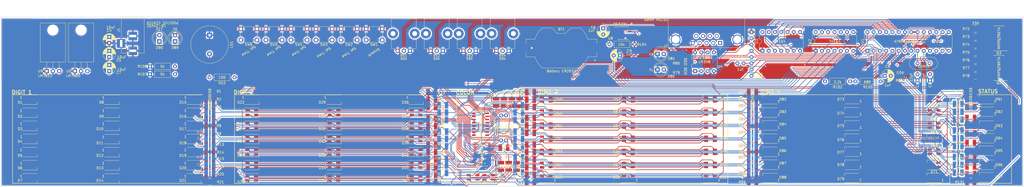
<source format=kicad_pcb>
(kicad_pcb (version 4) (host pcbnew 4.0.7)
  (layers (0 F.Cu signal) (31 B.Cu signal) (34 B.Paste user hide) (35 F.Paste user hide) (36 B.SilkS user) (37 F.SilkS user) (38 B.Mask user) (39 F.Mask user) (44 Edge.Cuts user))
  (net 0 "")
  (net 1 Earth)
  (net 2 "Net-(BT1-Pad1)")
  (net 3 VCC)
  (net 4 "Net-(D1-Pad1)")
  (net 5 "Net-(D22-Pad1)")
  (net 6 "Net-(D45-Pad1)")
  (net 7 "Net-(D66-Pad1)")
  (net 8 "Net-(D90-Pad1)")
  (net 9 "Net-(LS1-Pad2)")
  (net 10 +5V)
  (net 11 "Net-(C1-Pad1)")
  (net 12 "Net-(C2-Pad1)")
  (net 13 "Net-(RV1-Pad2)")
  (net 14 "Net-(SW1-Pad2)")
  (net 15 "Net-(SW2-Pad2)")
  (net 16 "Net-(SW3-Pad2)")
  (net 17 "Net-(SW4-Pad2)")
  (net 18 "Net-(SW5-Pad2)")
  (net 19 "Net-(SW6-Pad2)")
  (net 20 "Net-(U1-Pad15)")
  (net 21 "Net-(U1-Pad14)")
  (net 22 "Net-(Q1-Pad9)")
  (net 23 "Net-(Q1-Pad11)")
  (net 24 "Net-(Q1-Pad13)")
  (net 25 "Net-(Q1-Pad15)")
  (net 26 "Net-(D89-Pad1)")
  (net 27 "Net-(D91-Pad1)")
  (net 28 "Net-(D91-Pad2)")
  (net 29 "Net-(D92-Pad1)")
  (net 30 "Net-(D92-Pad2)")
  (net 31 "Net-(D93-Pad1)")
  (net 32 "Net-(D93-Pad2)")
  (net 33 "Net-(D94-Pad1)")
  (net 34 "Net-(D94-Pad2)")
  (net 35 "Net-(D95-Pad1)")
  (net 36 "Net-(D95-Pad2)")
  (net 37 /DTR)
  (net 38 "Net-(C3-Pad2)")
  (net 39 +12V)
  (net 40 /G)
  (net 41 /B)
  (net 42 /R)
  (net 43 "Net-(D80-Pad2)")
  (net 44 "Net-(D81-Pad2)")
  (net 45 "Net-(D91-Pad3)")
  (net 46 "Net-(D91-Pad4)")
  (net 47 "Net-(D92-Pad3)")
  (net 48 "Net-(D92-Pad4)")
  (net 49 "Net-(D93-Pad3)")
  (net 50 "Net-(D93-Pad4)")
  (net 51 "Net-(D94-Pad3)")
  (net 52 "Net-(D94-Pad4)")
  (net 53 "Net-(D95-Pad3)")
  (net 54 "Net-(D95-Pad4)")
  (net 55 "Net-(D96-Pad3)")
  (net 56 "Net-(D96-Pad4)")
  (net 57 "Net-(D96-Pad2)")
  (net 58 "Net-(D96-Pad1)")
  (net 59 "Net-(D97-Pad3)")
  (net 60 "Net-(D97-Pad4)")
  (net 61 "Net-(D97-Pad2)")
  (net 62 "Net-(D97-Pad1)")
  (net 63 /RXD)
  (net 64 /TXD)
  (net 65 "Net-(J2-Pad7)")
  (net 66 "Net-(Q2-Pad9)")
  (net 67 "Net-(Q2-Pad11)")
  (net 68 "Net-(Q2-Pad13)")
  (net 69 "Net-(Q3-Pad9)")
  (net 70 "Net-(Q3-Pad11)")
  (net 71 "Net-(Q3-Pad13)")
  (net 72 "Net-(Q3-Pad15)")
  (net 73 /B_R1)
  (net 74 /G_R1)
  (net 75 /R_R1)
  (net 76 /B_R2)
  (net 77 /G_R2)
  (net 78 /R_R2)
  (net 79 /B_R3)
  (net 80 /G_R3)
  (net 81 /R_R3)
  (net 82 /B_R4)
  (net 83 /G_R4)
  (net 84 /R_R4)
  (net 85 /B_R5)
  (net 86 /G_R5)
  (net 87 /R_R5)
  (net 88 /B_R6)
  (net 89 /G_R6)
  (net 90 /R_R6)
  (net 91 /B_R7)
  (net 92 /G_R7)
  (net 93 /R_R7)
  (net 94 "Net-(R22-Pad1)")
  (net 95 /B_COLON)
  (net 96 /G_COLON)
  (net 97 /R_COLON)
  (net 98 "Net-(R47-Pad1)")
  (net 99 "Net-(R48-Pad1)")
  (net 100 "Net-(R49-Pad1)")
  (net 101 "Net-(R50-Pad1)")
  (net 102 "Net-(R72-Pad2)")
  (net 103 "Net-(R73-Pad2)")
  (net 104 "Net-(R74-Pad2)")
  (net 105 "Net-(R75-Pad2)")
  (net 106 "Net-(R76-Pad2)")
  (net 107 "Net-(R77-Pad2)")
  (net 108 "Net-(R78-Pad2)")
  (net 109 "Net-(R79-Pad1)")
  (net 110 "Net-(R80-Pad1)")
  (net 111 "Net-(R102-Pad1)")
  (net 112 "Net-(R103-Pad1)")
  (net 113 "Net-(R105-Pad1)")
  (net 114 "Net-(R106-Pad1)")
  (net 115 /STATUS1_R)
  (net 116 /STATUS1_G)
  (net 117 /STATUS1_B)
  (net 118 /STATUS2_R)
  (net 119 /STATUS2_G)
  (net 120 /STATUS2_B)
  (net 121 /STATUS3_R)
  (net 122 /STATUS3_G)
  (net 123 /STATUS3_B)
  (net 124 /STATUS4_R)
  (net 125 /STATUS4_G)
  (net 126 /STATUS4_B)
  (net 127 /STATUS5_R)
  (net 128 /STATUS5_G)
  (net 129 /STATUS5_B)
  (net 130 /STATUS6_R)
  (net 131 /STATUS6_G)
  (net 132 /STATUS6_B)
  (net 133 /STATUS7_R)
  (net 134 /STATUS7_G)
  (net 135 /STATUS7_B)
  (net 136 /SCL)
  (net 137 /SDA)
  (net 138 /OE)
  (net 139 "Net-(RN1-Pad8)")
  (net 140 "Net-(RV2-Pad2)")
  (net 141 "Net-(RV3-Pad2)")
  (net 142 "Net-(RV4-Pad2)")
  (net 143 "Net-(U1-Pad16)")
  (net 144 Vdd)
  (net 145 "Net-(C6-Pad2)")
  (net 146 "Net-(C8-Pad2)")
  (net 147 "Net-(C9-Pad2)")
  (module LED_SMD:LED_SK6812MINI_PLCC4_3.5x3.5mm_P1.75mm (layer F.Cu) (at 272.6636 235.897682 180)
    (fp_text reference D58 (at 4.6936 0.312682 180) (layer F.SilkS))
    (fp_text value LED_ARGB)
    (fp_text user 1 (at -3.5 -0.875 180) (layer F.SilkS))
    (pad 3 smd rect (at 1.75 0.875 180) (size 1.6 0.85) (layers F.Cu F.Paste F.Mask) (net 40 /G))
    (pad 4 smd rect (at 1.75 -0.875 180) (size 1.6 0.85) (layers F.Cu F.Paste F.Mask) (net 41 /B))
    (pad 2 smd rect (at -1.75 0.875 180) (size 1.6 0.85) (layers F.Cu F.Paste F.Mask) (net 42 /R))
    (pad 1 smd rect (at -1.75 -0.875 180) (size 1.6 0.85) (layers F.Cu F.Paste F.Mask) (net 6 "Net-(D45-Pad1)"))
  )
  (module LED_SMD:LED_SK6812MINI_PLCC4_3.5x3.5mm_P1.75mm (layer F.Cu) (at 272.6636 225.231016 180)
    (fp_text reference D56 (at 4.6936 -0.193984 180) (layer F.SilkS))
    (fp_text value LED_ARGB)
    (fp_text user 1 (at -3.5 -0.875 180) (layer F.SilkS))
    (pad 3 smd rect (at 1.75 0.875 180) (size 1.6 0.85) (layers F.Cu F.Paste F.Mask) (net 40 /G))
    (pad 4 smd rect (at 1.75 -0.875 180) (size 1.6 0.85) (layers F.Cu F.Paste F.Mask) (net 41 /B))
    (pad 2 smd rect (at -1.75 0.875 180) (size 1.6 0.85) (layers F.Cu F.Paste F.Mask) (net 42 /R))
    (pad 1 smd rect (at -1.75 -0.875 180) (size 1.6 0.85) (layers F.Cu F.Paste F.Mask) (net 6 "Net-(D45-Pad1)"))
  )
  (module LED_SMD:LED_SK6812MINI_PLCC4_3.5x3.5mm_P1.75mm (layer F.Cu) (at 272.6861 203.897682 180)
    (fp_text reference D52 (at 4.7161 0.062682 180) (layer F.SilkS))
    (fp_text value LED_ARGB)
    (fp_text user 1 (at -3.5 -0.875 180) (layer F.SilkS))
    (pad 3 smd rect (at 1.75 0.875 180) (size 1.6 0.85) (layers F.Cu F.Paste F.Mask) (net 40 /G))
    (pad 4 smd rect (at 1.75 -0.875 180) (size 1.6 0.85) (layers F.Cu F.Paste F.Mask) (net 41 /B))
    (pad 2 smd rect (at -1.75 0.875 180) (size 1.6 0.85) (layers F.Cu F.Paste F.Mask) (net 42 /R))
    (pad 1 smd rect (at -1.75 -0.875 180) (size 1.6 0.85) (layers F.Cu F.Paste F.Mask) (net 6 "Net-(D45-Pad1)"))
  )
  (module LED_SMD:LED_SK6812MINI_PLCC4_3.5x3.5mm_P1.75mm (layer F.Cu) (at 272.6861 209.231017 180)
    (fp_text reference D53 (at 4.7161 0.316017 180) (layer F.SilkS))
    (fp_text value LED_ARGB)
    (fp_text user 1 (at -3.5 -0.875 180) (layer F.SilkS))
    (pad 3 smd rect (at 1.75 0.875 180) (size 1.6 0.85) (layers F.Cu F.Paste F.Mask) (net 40 /G))
    (pad 4 smd rect (at 1.75 -0.875 180) (size 1.6 0.85) (layers F.Cu F.Paste F.Mask) (net 41 /B))
    (pad 2 smd rect (at -1.75 0.875 180) (size 1.6 0.85) (layers F.Cu F.Paste F.Mask) (net 42 /R))
    (pad 1 smd rect (at -1.75 -0.875 180) (size 1.6 0.85) (layers F.Cu F.Paste F.Mask) (net 6 "Net-(D45-Pad1)"))
  )
  (module Housings_SOIC:SOIC-16_3.9x9.9mm_Pitch1.27mm (layer F.Cu) (at 422.91 191.135 180)
    (fp_text reference Q2 (at 0 -6 180) (layer F.SilkS))
    (fp_text value MMPQ2907A (at 0 0 270) (layer F.SilkS))
    (pad 1 smd rect (at -2.7 -4.445 180) (size 1.5 0.6) (layers F.Cu F.Paste F.Mask))
    (pad 2 smd rect (at -2.7 -3.175 180) (size 1.5 0.6) (layers F.Cu F.Paste F.Mask))
    (pad 3 smd rect (at -2.7 -1.905 180) (size 1.5 0.6) (layers F.Cu F.Paste F.Mask) (net 27 "Net-(D91-Pad1)"))
    (pad 4 smd rect (at -2.7 -0.635 180) (size 1.5 0.6) (layers F.Cu F.Paste F.Mask) (net 27 "Net-(D91-Pad1)"))
    (pad 5 smd rect (at -2.7 0.635 180) (size 1.5 0.6) (layers F.Cu F.Paste F.Mask) (net 29 "Net-(D92-Pad1)"))
    (pad 6 smd rect (at -2.7 1.905 180) (size 1.5 0.6) (layers F.Cu F.Paste F.Mask) (net 29 "Net-(D92-Pad1)"))
    (pad 7 smd rect (at -2.7 3.175 180) (size 1.5 0.6) (layers F.Cu F.Paste F.Mask) (net 31 "Net-(D93-Pad1)"))
    (pad 8 smd rect (at -2.7 4.445 180) (size 1.5 0.6) (layers F.Cu F.Paste F.Mask) (net 31 "Net-(D93-Pad1)"))
    (pad 9 smd rect (at 2.7 4.445 180) (size 1.5 0.6) (layers F.Cu F.Paste F.Mask) (net 66 "Net-(Q2-Pad9)"))
    (pad 10 smd rect (at 2.7 3.175 180) (size 1.5 0.6) (layers F.Cu F.Paste F.Mask) (net 39 +12V))
    (pad 11 smd rect (at 2.7 1.905 180) (size 1.5 0.6) (layers F.Cu F.Paste F.Mask) (net 67 "Net-(Q2-Pad11)"))
    (pad 12 smd rect (at 2.7 0.635 180) (size 1.5 0.6) (layers F.Cu F.Paste F.Mask) (net 39 +12V))
    (pad 13 smd rect (at 2.7 -0.635 180) (size 1.5 0.6) (layers F.Cu F.Paste F.Mask) (net 68 "Net-(Q2-Pad13)"))
    (pad 14 smd rect (at 2.7 -1.905 180) (size 1.5 0.6) (layers F.Cu F.Paste F.Mask) (net 39 +12V))
    (pad 15 smd rect (at 2.7 -3.175 180) (size 1.5 0.6) (layers F.Cu F.Paste F.Mask))
    (pad 16 smd rect (at 2.7 -4.445 180) (size 1.5 0.6) (layers F.Cu F.Paste F.Mask))
  )
  (module LED_SMD:LED_SK6812MINI_PLCC4_3.5x3.5mm_P1.75mm (layer F.Cu) (at 305.9711 235.897682 180)
    (fp_text reference D51 (at -5.1789 0.312682 180) (layer F.SilkS))
    (fp_text value LED_ARGB)
    (fp_text user 1 (at -3.5 -0.875 180) (layer F.SilkS))
    (pad 3 smd rect (at 1.75 0.875 180) (size 1.6 0.85) (layers F.Cu F.Paste F.Mask) (net 40 /G))
    (pad 4 smd rect (at 1.75 -0.875 180) (size 1.6 0.85) (layers F.Cu F.Paste F.Mask) (net 41 /B))
    (pad 2 smd rect (at -1.75 0.875 180) (size 1.6 0.85) (layers F.Cu F.Paste F.Mask) (net 42 /R))
    (pad 1 smd rect (at -1.75 -0.875 180) (size 1.6 0.85) (layers F.Cu F.Paste F.Mask) (net 6 "Net-(D45-Pad1)"))
  )
  (module Resistor_SMD:R_1210_3225Metric_Pad1.39x2.70mm_HandSolder (layer B.Cu) (at 103 233.5 180)
    (fp_text reference R18 (at 3.94 -0.18 180) (layer B.SilkS) (effects (justify mirror)))
    (fp_text value 300)
    (pad 1 smd rect (at -1.5175 0 180) (size 1.395 2.7) (layers B.Cu B.Paste B.Mask) (net 90 /R_R6))
    (pad 2 smd rect (at 1.5175 0 180) (size 1.395 2.7) (layers B.Cu B.Paste B.Mask) (net 42 /R))
  )
  (module Resistor_SMD:R_1210_3225Metric_Pad1.39x2.70mm_HandSolder (layer B.Cu) (at 103 230.5 180)
    (fp_text reference R17 (at 3.94 -0.005 180) (layer B.SilkS) (effects (justify mirror)))
    (fp_text value 150)
    (pad 1 smd rect (at -1.5175 0 180) (size 1.395 2.7) (layers B.Cu B.Paste B.Mask) (net 89 /G_R6))
    (pad 2 smd rect (at 1.5175 0 180) (size 1.395 2.7) (layers B.Cu B.Paste B.Mask) (net 40 /G))
  )
  (module Resistor_SMD:R_1210_3225Metric_Pad1.39x2.70mm_HandSolder (layer F.Cu) (at 103 231.5 180)
    (fp_text reference R19 (at -4.315 0.36 180) (layer F.SilkS))
    (fp_text value 150)
    (pad 1 smd rect (at -1.5175 0 180) (size 1.395 2.7) (layers F.Cu F.Paste F.Mask) (net 91 /B_R7))
    (pad 2 smd rect (at 1.5175 0 180) (size 1.395 2.7) (layers F.Cu F.Paste F.Mask) (net 41 /B))
  )
  (module Resistor_SMD:R_1210_3225Metric_Pad1.39x2.70mm_HandSolder (layer F.Cu) (at 103 234.5 180)
    (fp_text reference R20 (at -4.315 0.185 180) (layer F.SilkS))
    (fp_text value 150)
    (pad 1 smd rect (at -1.5175 0 180) (size 1.395 2.7) (layers F.Cu F.Paste F.Mask) (net 92 /G_R7))
    (pad 2 smd rect (at 1.5175 0 180) (size 1.395 2.7) (layers F.Cu F.Paste F.Mask) (net 40 /G))
  )
  (module Resistor_SMD:R_1210_3225Metric_Pad1.39x2.70mm_HandSolder (layer F.Cu) (at 103 237.5 180)
    (fp_text reference R21 (at -4.315 0.01 180) (layer F.SilkS))
    (fp_text value 300)
    (pad 1 smd rect (at -1.5175 0 180) (size 1.395 2.7) (layers F.Cu F.Paste F.Mask) (net 93 /R_R7))
    (pad 2 smd rect (at 1.5175 0 180) (size 1.395 2.7) (layers F.Cu F.Paste F.Mask) (net 42 /R))
  )
  (module Resistor_SMD:R_1210_3225Metric_Pad1.39x2.70mm_HandSolder (layer F.Cu) (at 193 201 180)
    (fp_text reference R23 (at -3.85 -0.295 180) (layer F.SilkS))
    (fp_text value 150)
    (pad 1 smd rect (at -1.5175 0 180) (size 1.395 2.7) (layers F.Cu F.Paste F.Mask) (net 73 /B_R1))
    (pad 2 smd rect (at 1.5175 0 180) (size 1.395 2.7) (layers F.Cu F.Paste F.Mask) (net 41 /B))
  )
  (module Resistor_SMD:R_1210_3225Metric_Pad1.39x2.70mm_HandSolder (layer F.Cu) (at 193 204 180)
    (fp_text reference R24 (at -3.85 0.165 180) (layer F.SilkS))
    (fp_text value 150)
    (pad 1 smd rect (at -1.5175 0 180) (size 1.395 2.7) (layers F.Cu F.Paste F.Mask) (net 74 /G_R1))
    (pad 2 smd rect (at 1.5175 0 180) (size 1.395 2.7) (layers F.Cu F.Paste F.Mask) (net 40 /G))
  )
  (module Resistor_SMD:R_1210_3225Metric_Pad1.39x2.70mm_HandSolder (layer F.Cu) (at 193 207 180)
    (fp_text reference R25 (at -3.85 -0.01 180) (layer F.SilkS))
    (fp_text value 300)
    (pad 1 smd rect (at -1.5175 0 180) (size 1.395 2.7) (layers F.Cu F.Paste F.Mask) (net 75 /R_R1))
    (pad 2 smd rect (at 1.5175 0 180) (size 1.395 2.7) (layers F.Cu F.Paste F.Mask) (net 42 /R))
  )
  (module Resistor_SMD:R_1210_3225Metric_Pad1.39x2.70mm_HandSolder (layer B.Cu) (at 197.445 206.25 180)
    (fp_text reference R26 (at 3.77 -0.125 180) (layer B.SilkS) (effects (justify mirror)))
    (fp_text value 150 (at 0.045 -0.15 270) (layer B.SilkS) (effects (justify mirror)))
    (pad 1 smd rect (at -1.5175 0 180) (size 1.395 2.7) (layers B.Cu B.Paste B.Mask) (net 76 /B_R2))
    (pad 2 smd rect (at 1.5175 0 180) (size 1.395 2.7) (layers B.Cu B.Paste B.Mask) (net 41 /B))
  )
  (module Resistor_SMD:R_1210_3225Metric_Pad1.39x2.70mm_HandSolder (layer B.Cu) (at 197.445 209.25 180)
    (fp_text reference R27 (at 3.77 -0.3 180) (layer B.SilkS) (effects (justify mirror)))
    (fp_text value 150 (at 0.045 -0.15 270) (layer B.SilkS) (effects (justify mirror)))
    (pad 1 smd rect (at -1.5175 0 180) (size 1.395 2.7) (layers B.Cu B.Paste B.Mask) (net 77 /G_R2))
    (pad 2 smd rect (at 1.5175 0 180) (size 1.395 2.7) (layers B.Cu B.Paste B.Mask) (net 40 /G))
  )
  (module Resistor_SMD:R_1210_3225Metric_Pad1.39x2.70mm_HandSolder (layer B.Cu) (at 197.445 212.25 180)
    (fp_text reference R28 (at 3.77 0.16 180) (layer B.SilkS) (effects (justify mirror)))
    (fp_text value 300 (at 0.045 -0.15 270) (layer B.SilkS) (effects (justify mirror)))
    (pad 1 smd rect (at -1.5175 0 180) (size 1.395 2.7) (layers B.Cu B.Paste B.Mask) (net 78 /R_R2))
    (pad 2 smd rect (at 1.5175 0 180) (size 1.395 2.7) (layers B.Cu B.Paste B.Mask) (net 42 /R))
  )
  (module Resistor_SMD:R_1210_3225Metric_Pad1.39x2.70mm_HandSolder (layer F.Cu) (at 193 211.75 180)
    (fp_text reference R29 (at -3.85 -0.34 180) (layer F.SilkS))
    (fp_text value 150)
    (pad 1 smd rect (at -1.5175 0 180) (size 1.395 2.7) (layers F.Cu F.Paste F.Mask) (net 79 /B_R3))
    (pad 2 smd rect (at 1.5175 0 180) (size 1.395 2.7) (layers F.Cu F.Paste F.Mask) (net 41 /B))
  )
  (module Resistor_SMD:R_1210_3225Metric_Pad1.39x2.70mm_HandSolder (layer F.Cu) (at 193 214.75 180)
    (fp_text reference R30 (at -3.85 0.12 180) (layer F.SilkS))
    (fp_text value 150)
    (pad 1 smd rect (at -1.5175 0 180) (size 1.395 2.7) (layers F.Cu F.Paste F.Mask) (net 80 /G_R3))
    (pad 2 smd rect (at 1.5175 0 180) (size 1.395 2.7) (layers F.Cu F.Paste F.Mask) (net 40 /G))
  )
  (module Crystals:Crystal_HC49-4H_Vertical (layer F.Cu) (at 389.89 189.23)
    (fp_text reference Y1 (at 2.44 -3.525) (layer F.SilkS))
    (fp_text value 16MHz (at 2.54 1.27) (layer F.SilkS))
    (pad 1 thru_hole circle (at 0 0) (size 1.5 1.5) (drill 0.8) (layers *.Cu *.Mask) (net 11 "Net-(C1-Pad1)"))
    (pad 2 thru_hole circle (at 4.88 0) (size 1.5 1.5) (drill 0.8) (layers *.Cu *.Mask) (net 12 "Net-(C2-Pad1)"))
  )
  (module Battery:BatteryHolder_Keystone_1058_1x2032 (layer F.Cu) (at 245.5 183 180)
    (fp_text reference BT1 (at 0 7.62 180) (layer F.SilkS))
    (fp_text value "Battery CR2032" (at 0 -9.398 180) (layer F.SilkS))
    (pad 1 smd rect (at -14.68 0 180) (size 2.54 3.51) (layers F.Cu F.Paste F.Mask) (net 2 "Net-(BT1-Pad1)"))
    (pad 2 smd rect (at 14.68 0 180) (size 2.54 3.51) (layers F.Cu F.Paste F.Mask) (net 1 Earth))
  )
  (module Capacitor_THT:C_Rect_L4.0mm_W2.5mm_P2.50mm (layer F.Cu) (at 389.89 193.675 270)
    (fp_text reference C1 (at 4.445 0 270) (layer F.SilkS))
    (fp_text value 22pF (at 1.25 2.5 270) (layer F.SilkS))
    (pad 1 thru_hole circle (at 0 0 270) (size 1.6 1.6) (drill 0.8) (layers *.Cu *.Mask) (net 11 "Net-(C1-Pad1)"))
    (pad 2 thru_hole circle (at 2.5 0 270) (size 1.6 1.6) (drill 0.8) (layers *.Cu *.Mask) (net 1 Earth))
  )
  (module Capacitor_THT:C_Rect_L4.0mm_W2.5mm_P2.50mm (layer F.Cu) (at 394.97 193.675 270)
    (fp_text reference C2 (at 4.445 0 270) (layer F.SilkS))
    (fp_text value 22pF (at 1.25 2.5 270) (layer F.SilkS))
    (pad 1 thru_hole circle (at 0 0 270) (size 1.6 1.6) (drill 0.8) (layers *.Cu *.Mask) (net 12 "Net-(C2-Pad1)"))
    (pad 2 thru_hole circle (at 2.5 0 270) (size 1.6 1.6) (drill 0.8) (layers *.Cu *.Mask) (net 1 Earth))
  )
  (module Connectors:BARREL_JACK (layer F.Cu) (at 71.755 184.15 270)
    (fp_text reference J1 (at -8.45 5.75 450) (layer F.SilkS))
    (fp_text value Barrel_Jack)
    (pad 1 thru_hole rect (at 0 0 270) (size 3.5 3.5) (drill oval 1 3) (layers *.Cu *.Mask) (net 3 VCC))
    (pad 2 thru_hole rect (at -6 0 270) (size 3.5 3.5) (drill oval 1 3) (layers *.Cu *.Mask) (net 1 Earth))
    (pad 3 thru_hole rect (at -3 4.7 270) (size 3.5 3.5) (drill oval 3 1) (layers *.Cu *.Mask) (net 1 Earth))
  )
  (module Resistor_SMD:R_1210_3225Metric_Pad1.39x2.70mm_HandSolder (layer F.Cu) (at 103 201 180)
    (fp_text reference R1 (at -3.68 0.34 180) (layer F.SilkS))
    (fp_text value 150 (at 0 0 270) (layer F.SilkS))
    (pad 1 smd rect (at -1.5175 0 180) (size 1.395 2.7) (layers F.Cu F.Paste F.Mask) (net 73 /B_R1))
    (pad 2 smd rect (at 1.5175 0 180) (size 1.395 2.7) (layers F.Cu F.Paste F.Mask) (net 41 /B))
  )
  (module Resistor_SMD:R_1210_3225Metric_Pad1.39x2.70mm_HandSolder (layer F.Cu) (at 103 204 180)
    (fp_text reference R2 (at -3.68 0.165 180) (layer F.SilkS))
    (fp_text value 150 (at 0 0 270) (layer F.SilkS))
    (pad 1 smd rect (at -1.5175 0 180) (size 1.395 2.7) (layers F.Cu F.Paste F.Mask) (net 74 /G_R1))
    (pad 2 smd rect (at 1.5175 0 180) (size 1.395 2.7) (layers F.Cu F.Paste F.Mask) (net 40 /G))
  )
  (module Resistor_SMD:R_1210_3225Metric_Pad1.39x2.70mm_HandSolder (layer F.Cu) (at 103 207 180)
    (fp_text reference R3 (at -3.68 -0.01 180) (layer F.SilkS))
    (fp_text value 300 (at 0 0 270) (layer F.SilkS))
    (pad 1 smd rect (at -1.5175 0 180) (size 1.395 2.7) (layers F.Cu F.Paste F.Mask) (net 75 /R_R1))
    (pad 2 smd rect (at 1.5175 0 180) (size 1.395 2.7) (layers F.Cu F.Paste F.Mask) (net 42 /R))
  )
  (module Resistor_SMD:R_1210_3225Metric_Pad1.39x2.70mm_HandSolder (layer B.Cu) (at 103 206.25 180)
    (fp_text reference R4 (at 3.305 -0.125 180) (layer B.SilkS) (effects (justify mirror)))
    (fp_text value 150)
    (pad 1 smd rect (at -1.5175 0 180) (size 1.395 2.7) (layers B.Cu B.Paste B.Mask) (net 76 /B_R2))
    (pad 2 smd rect (at 1.5175 0 180) (size 1.395 2.7) (layers B.Cu B.Paste B.Mask) (net 41 /B))
  )
  (module Resistor_SMD:R_1210_3225Metric_Pad1.39x2.70mm_HandSolder (layer B.Cu) (at 103 209.25 180)
    (fp_text reference R5 (at 3.305 -0.3 180) (layer B.SilkS) (effects (justify mirror)))
    (fp_text value 150)
    (pad 1 smd rect (at -1.5175 0 180) (size 1.395 2.7) (layers B.Cu B.Paste B.Mask) (net 77 /G_R2))
    (pad 2 smd rect (at 1.5175 0 180) (size 1.395 2.7) (layers B.Cu B.Paste B.Mask) (net 40 /G))
  )
  (module Resistor_SMD:R_1210_3225Metric_Pad1.39x2.70mm_HandSolder (layer B.Cu) (at 103 212.25 180)
    (fp_text reference R6 (at 3.41 -0.161665 180) (layer B.SilkS) (effects (justify mirror)))
    (fp_text value 300)
    (pad 1 smd rect (at -1.5175 0 180) (size 1.395 2.7) (layers B.Cu B.Paste B.Mask) (net 78 /R_R2))
    (pad 2 smd rect (at 1.5175 0 180) (size 1.395 2.7) (layers B.Cu B.Paste B.Mask) (net 42 /R))
  )
  (module Resistor_SMD:R_1210_3225Metric_Pad1.39x2.70mm_HandSolder (layer F.Cu) (at 103 211.75 180)
    (fp_text reference R7 (at -3.68 0.295 360) (layer F.SilkS))
    (fp_text value 150)
    (pad 1 smd rect (at -1.5175 0 180) (size 1.395 2.7) (layers F.Cu F.Paste F.Mask) (net 79 /B_R3))
    (pad 2 smd rect (at 1.5175 0 180) (size 1.395 2.7) (layers F.Cu F.Paste F.Mask) (net 41 /B))
  )
  (module Resistor_SMD:R_1210_3225Metric_Pad1.39x2.70mm_HandSolder (layer F.Cu) (at 103 217.75 180)
    (fp_text reference R9 (at -3.68 -0.055 180) (layer F.SilkS))
    (fp_text value 300)
    (pad 1 smd rect (at -1.5175 0 180) (size 1.395 2.7) (layers F.Cu F.Paste F.Mask) (net 81 /R_R3))
    (pad 2 smd rect (at 1.5175 0 180) (size 1.395 2.7) (layers F.Cu F.Paste F.Mask) (net 42 /R))
  )
  (module Resistor_SMD:R_1210_3225Metric_Pad1.39x2.70mm_HandSolder (layer B.Cu) (at 103 217 180)
    (fp_text reference R10 (at 3.94 -0.17 180) (layer B.SilkS) (effects (justify mirror)))
    (fp_text value 150)
    (pad 1 smd rect (at -1.5175 0 180) (size 1.395 2.7) (layers B.Cu B.Paste B.Mask) (net 82 /B_R4))
    (pad 2 smd rect (at 1.5175 0 180) (size 1.395 2.7) (layers B.Cu B.Paste B.Mask) (net 41 /B))
  )
  (module Resistor_SMD:R_1210_3225Metric_Pad1.39x2.70mm_HandSolder (layer B.Cu) (at 103 220 180)
    (fp_text reference R11 (at 3.94 0.29 180) (layer B.SilkS) (effects (justify mirror)))
    (fp_text value 150)
    (pad 1 smd rect (at -1.5175 0 180) (size 1.395 2.7) (layers B.Cu B.Paste B.Mask) (net 83 /G_R4))
    (pad 2 smd rect (at 1.5175 0 180) (size 1.395 2.7) (layers B.Cu B.Paste B.Mask) (net 40 /G))
  )
  (module Resistor_SMD:R_1210_3225Metric_Pad1.39x2.70mm_HandSolder (layer B.Cu) (at 103 223 180)
    (fp_text reference R12 (at 3.94 0.115 180) (layer B.SilkS) (effects (justify mirror)))
    (fp_text value 300)
    (pad 1 smd rect (at -1.5175 0 180) (size 1.395 2.7) (layers B.Cu B.Paste B.Mask) (net 84 /R_R4))
    (pad 2 smd rect (at 1.5175 0 180) (size 1.395 2.7) (layers B.Cu B.Paste B.Mask) (net 42 /R))
  )
  (module Resistor_SMD:R_1210_3225Metric_Pad1.39x2.70mm_HandSolder (layer F.Cu) (at 103 222.25 180)
    (fp_text reference R13 (at -4.315 0 180) (layer F.SilkS))
    (fp_text value 150)
    (pad 1 smd rect (at -1.5175 0 180) (size 1.395 2.7) (layers F.Cu F.Paste F.Mask) (net 85 /B_R5))
    (pad 2 smd rect (at 1.5175 0 180) (size 1.395 2.7) (layers F.Cu F.Paste F.Mask) (net 41 /B))
  )
  (module Resistor_SMD:R_1210_3225Metric_Pad1.39x2.70mm_HandSolder (layer F.Cu) (at 103 225.25 180)
    (fp_text reference R14 (at -4.315 -0.175 180) (layer F.SilkS))
    (fp_text value 150)
    (pad 1 smd rect (at -1.5175 0 180) (size 1.395 2.7) (layers F.Cu F.Paste F.Mask) (net 86 /G_R5))
    (pad 2 smd rect (at 1.5175 0 180) (size 1.395 2.7) (layers F.Cu F.Paste F.Mask) (net 40 /G))
  )
  (module Resistor_SMD:R_1210_3225Metric_Pad1.39x2.70mm_HandSolder (layer F.Cu) (at 103 228.25 180)
    (fp_text reference R15 (at -4.315 0.285 180) (layer F.SilkS))
    (fp_text value 300)
    (pad 1 smd rect (at -1.5175 0 180) (size 1.395 2.7) (layers F.Cu F.Paste F.Mask) (net 87 /R_R5))
    (pad 2 smd rect (at 1.5175 0 180) (size 1.395 2.7) (layers F.Cu F.Paste F.Mask) (net 42 /R))
  )
  (module Housings_DIP:DIP-28_W7.62mm (layer F.Cu) (at 369.57 184.15 90)
    (fp_text reference U1 (at 3.92 -2.025 90) (layer F.SilkS))
    (fp_text value ATMEGA328P-PU (at 3.81 17.145 180) (layer F.SilkS))
    (pad 1 thru_hole rect (at 0 0 90) (size 1.6 1.6) (drill 0.8) (layers *.Cu *.Mask) (net 38 "Net-(C3-Pad2)"))
    (pad 15 thru_hole oval (at 7.62 33.02 90) (size 1.6 1.6) (drill 0.8) (layers *.Cu *.Mask) (net 20 "Net-(U1-Pad15)"))
    (pad 2 thru_hole oval (at 0 2.54 90) (size 1.6 1.6) (drill 0.8) (layers *.Cu *.Mask) (net 64 /TXD))
    (pad 16 thru_hole oval (at 7.62 30.48 90) (size 1.6 1.6) (drill 0.8) (layers *.Cu *.Mask) (net 143 "Net-(U1-Pad16)"))
    (pad 3 thru_hole oval (at 0 5.08 90) (size 1.6 1.6) (drill 0.8) (layers *.Cu *.Mask) (net 63 /RXD))
    (pad 17 thru_hole oval (at 7.62 27.94 90) (size 1.6 1.6) (drill 0.8) (layers *.Cu *.Mask) (net 94 "Net-(R22-Pad1)"))
    (pad 4 thru_hole oval (at 0 7.62 90) (size 1.6 1.6) (drill 0.8) (layers *.Cu *.Mask) (net 16 "Net-(SW3-Pad2)"))
    (pad 18 thru_hole oval (at 7.62 25.4 90) (size 1.6 1.6) (drill 0.8) (layers *.Cu *.Mask) (net 14 "Net-(SW1-Pad2)"))
    (pad 5 thru_hole oval (at 0 10.16 90) (size 1.6 1.6) (drill 0.8) (layers *.Cu *.Mask) (net 17 "Net-(SW4-Pad2)"))
    (pad 19 thru_hole oval (at 7.62 22.86 90) (size 1.6 1.6) (drill 0.8) (layers *.Cu *.Mask) (net 15 "Net-(SW2-Pad2)"))
    (pad 6 thru_hole oval (at 0 12.7 90) (size 1.6 1.6) (drill 0.8) (layers *.Cu *.Mask) (net 18 "Net-(SW5-Pad2)"))
    (pad 20 thru_hole oval (at 7.62 20.32 90) (size 1.6 1.6) (drill 0.8) (layers *.Cu *.Mask) (net 10 +5V))
    (pad 7 thru_hole oval (at 0 15.24 90) (size 1.6 1.6) (drill 0.8) (layers *.Cu *.Mask) (net 10 +5V))
    (pad 21 thru_hole oval (at 7.62 17.78 90) (size 1.6 1.6) (drill 0.8) (layers *.Cu *.Mask) (net 10 +5V))
    (pad 8 thru_hole oval (at 0 17.78 90) (size 1.6 1.6) (drill 0.8) (layers *.Cu *.Mask) (net 1 Earth))
    (pad 22 thru_hole oval (at 7.62 15.24 90) (size 1.6 1.6) (drill 0.8) (layers *.Cu *.Mask) (net 1 Earth))
    (pad 9 thru_hole oval (at 0 20.32 90) (size 1.6 1.6) (drill 0.8) (layers *.Cu *.Mask) (net 11 "Net-(C1-Pad1)"))
    (pad 23 thru_hole oval (at 7.62 12.7 90) (size 1.6 1.6) (drill 0.8) (layers *.Cu *.Mask) (net 13 "Net-(RV1-Pad2)"))
    (pad 10 thru_hole oval (at 0 22.86 90) (size 1.6 1.6) (drill 0.8) (layers *.Cu *.Mask) (net 12 "Net-(C2-Pad1)"))
    (pad 24 thru_hole oval (at 7.62 10.16 90) (size 1.6 1.6) (drill 0.8) (layers *.Cu *.Mask) (net 140 "Net-(RV2-Pad2)"))
    (pad 11 thru_hole oval (at 0 25.4 90) (size 1.6 1.6) (drill 0.8) (layers *.Cu *.Mask) (net 19 "Net-(SW6-Pad2)"))
    (pad 25 thru_hole oval (at 7.62 7.62 90) (size 1.6 1.6) (drill 0.8) (layers *.Cu *.Mask) (net 141 "Net-(RV3-Pad2)"))
    (pad 12 thru_hole oval (at 0 27.94 90) (size 1.6 1.6) (drill 0.8) (layers *.Cu *.Mask) (net 138 /OE))
    (pad 26 thru_hole oval (at 7.62 5.08 90) (size 1.6 1.6) (drill 0.8) (layers *.Cu *.Mask) (net 142 "Net-(RV4-Pad2)"))
    (pad 13 thru_hole oval (at 0 30.48 90) (size 1.6 1.6) (drill 0.8) (layers *.Cu *.Mask) (net 139 "Net-(RN1-Pad8)"))
    (pad 27 thru_hole oval (at 7.62 2.54 90) (size 1.6 1.6) (drill 0.8) (layers *.Cu *.Mask) (net 136 /SCL))
    (pad 14 thru_hole oval (at 0 33.02 90) (size 1.6 1.6) (drill 0.8) (layers *.Cu *.Mask) (net 21 "Net-(U1-Pad14)"))
    (pad 28 thru_hole oval (at 7.62 0 90) (size 1.6 1.6) (drill 0.8) (layers *.Cu *.Mask) (net 137 /SDA))
  )
  (module LEDs:LED_D5.0mm (layer F.Cu) (at 82.55 180.34 90)
    (fp_text reference D90 (at -2.54 0 180) (layer F.SilkS))
    (fp_text value LED)
    (pad 1 thru_hole rect (at 0 0 90) (size 1.8 1.8) (drill 0.9) (layers *.Cu *.Mask) (net 8 "Net-(D90-Pad1)"))
    (pad 2 thru_hole circle (at 2.54 0 90) (size 1.8 1.8) (drill 0.9) (layers *.Cu *.Mask) (net 39 +12V))
  )
  (module Housings_SOIC:SOIC-16_3.9x9.9mm_Pitch1.27mm (layer F.Cu) (at 212.725 213.995)
    (fp_text reference Q1 (at 0 -6) (layer F.SilkS))
    (fp_text value MMPQ2907A (at 0.075 0.105 90) (layer F.SilkS))
    (pad 1 smd rect (at -2.7 -4.445) (size 1.5 0.6) (layers F.Cu F.Paste F.Mask) (net 4 "Net-(D1-Pad1)"))
    (pad 2 smd rect (at -2.7 -3.175) (size 1.5 0.6) (layers F.Cu F.Paste F.Mask) (net 4 "Net-(D1-Pad1)"))
    (pad 3 smd rect (at -2.7 -1.905) (size 1.5 0.6) (layers F.Cu F.Paste F.Mask) (net 5 "Net-(D22-Pad1)"))
    (pad 4 smd rect (at -2.7 -0.635) (size 1.5 0.6) (layers F.Cu F.Paste F.Mask) (net 5 "Net-(D22-Pad1)"))
    (pad 5 smd rect (at -2.7 0.635) (size 1.5 0.6) (layers F.Cu F.Paste F.Mask) (net 6 "Net-(D45-Pad1)"))
    (pad 6 smd rect (at -2.7 1.905) (size 1.5 0.6) (layers F.Cu F.Paste F.Mask) (net 6 "Net-(D45-Pad1)"))
    (pad 7 smd rect (at -2.7 3.175) (size 1.5 0.6) (layers F.Cu F.Paste F.Mask) (net 7 "Net-(D66-Pad1)"))
    (pad 8 smd rect (at -2.7 4.445) (size 1.5 0.6) (layers F.Cu F.Paste F.Mask) (net 7 "Net-(D66-Pad1)"))
    (pad 9 smd rect (at 2.7 4.445) (size 1.5 0.6) (layers F.Cu F.Paste F.Mask) (net 22 "Net-(Q1-Pad9)"))
    (pad 10 smd rect (at 2.7 3.175) (size 1.5 0.6) (layers F.Cu F.Paste F.Mask) (net 39 +12V))
    (pad 11 smd rect (at 2.7 1.905) (size 1.5 0.6) (layers F.Cu F.Paste F.Mask) (net 23 "Net-(Q1-Pad11)"))
    (pad 12 smd rect (at 2.7 0.635) (size 1.5 0.6) (layers F.Cu F.Paste F.Mask) (net 39 +12V))
    (pad 13 smd rect (at 2.7 -0.635) (size 1.5 0.6) (layers F.Cu F.Paste F.Mask) (net 24 "Net-(Q1-Pad13)"))
    (pad 14 smd rect (at 2.7 -1.905) (size 1.5 0.6) (layers F.Cu F.Paste F.Mask) (net 39 +12V))
    (pad 15 smd rect (at 2.7 -3.175) (size 1.5 0.6) (layers F.Cu F.Paste F.Mask) (net 25 "Net-(Q1-Pad15)"))
    (pad 16 smd rect (at 2.7 -4.445) (size 1.5 0.6) (layers F.Cu F.Paste F.Mask) (net 39 +12V))
  )
  (module Resistor_SMD:R_1210_3225Metric_Pad1.39x2.70mm_HandSolder (layer B.Cu) (at 103 227.5 180)
    (fp_text reference R16 (at 3.94 0.17 180) (layer B.SilkS) (effects (justify mirror)))
    (fp_text value 150)
    (pad 1 smd rect (at -1.5175 0 180) (size 1.395 2.7) (layers B.Cu B.Paste B.Mask) (net 88 /B_R6))
    (pad 2 smd rect (at 1.5175 0 180) (size 1.395 2.7) (layers B.Cu B.Paste B.Mask) (net 41 /B))
  )
  (module Package_DIP:DIP-14_W7.62mm (layer F.Cu) (at 348.615 184.15 90)
    (fp_text reference U2 (at 3.81 -2.33 90) (layer F.SilkS))
    (fp_text value 74164 (at 3.81 7.62 180) (layer F.SilkS))
    (pad 1 thru_hole rect (at 0 0 90) (size 1.6 1.6) (drill 0.8) (layers *.Cu *.Mask) (net 10 +5V))
    (pad 8 thru_hole oval (at 7.62 15.24 90) (size 1.6 1.6) (drill 0.8) (layers *.Cu *.Mask) (net 20 "Net-(U1-Pad15)"))
    (pad 2 thru_hole oval (at 0 2.54 90) (size 1.6 1.6) (drill 0.8) (layers *.Cu *.Mask) (net 21 "Net-(U1-Pad14)"))
    (pad 9 thru_hole oval (at 7.62 12.7 90) (size 1.6 1.6) (drill 0.8) (layers *.Cu *.Mask) (net 10 +5V))
    (pad 3 thru_hole oval (at 0 5.08 90) (size 1.6 1.6) (drill 0.8) (layers *.Cu *.Mask) (net 101 "Net-(R50-Pad1)"))
    (pad 10 thru_hole oval (at 7.62 10.16 90) (size 1.6 1.6) (drill 0.8) (layers *.Cu *.Mask))
    (pad 4 thru_hole oval (at 0 7.62 90) (size 1.6 1.6) (drill 0.8) (layers *.Cu *.Mask) (net 100 "Net-(R49-Pad1)"))
    (pad 11 thru_hole oval (at 7.62 7.62 90) (size 1.6 1.6) (drill 0.8) (layers *.Cu *.Mask))
    (pad 5 thru_hole oval (at 0 10.16 90) (size 1.6 1.6) (drill 0.8) (layers *.Cu *.Mask) (net 99 "Net-(R48-Pad1)"))
    (pad 12 thru_hole oval (at 7.62 5.08 90) (size 1.6 1.6) (drill 0.8) (layers *.Cu *.Mask))
    (pad 6 thru_hole oval (at 0 12.7 90) (size 1.6 1.6) (drill 0.8) (layers *.Cu *.Mask) (net 98 "Net-(R47-Pad1)"))
    (pad 13 thru_hole oval (at 7.62 2.54 90) (size 1.6 1.6) (drill 0.8) (layers *.Cu *.Mask))
    (pad 7 thru_hole oval (at 0 15.24 90) (size 1.6 1.6) (drill 0.8) (layers *.Cu *.Mask) (net 1 Earth))
    (pad 14 thru_hole oval (at 7.62 0 90) (size 1.6 1.6) (drill 0.8) (layers *.Cu *.Mask) (net 144 Vdd))
  )
  (module Button_Switch_THT:SW_PUSH_6mm (layer F.Cu) (at 166.37 175.26)
    (fp_text reference SW1 (at 3.175 6.35) (layer F.SilkS))
    (fp_text value SW_Push)
    (pad 2 thru_hole circle (at 0 4.5 90) (size 2 2) (drill 1.1) (layers *.Cu *.Mask) (net 14 "Net-(SW1-Pad2)"))
    (pad 1 thru_hole circle (at 0 0 90) (size 2 2) (drill 1.1) (layers *.Cu *.Mask) (net 10 +5V))
    (pad 2 thru_hole circle (at 6.5 4.5 90) (size 2 2) (drill 1.1) (layers *.Cu *.Mask) (net 14 "Net-(SW1-Pad2)"))
    (pad 1 thru_hole circle (at 6.5 0 90) (size 2 2) (drill 1.1) (layers *.Cu *.Mask) (net 10 +5V))
  )
  (module Button_Switch_THT:SW_PUSH_6mm (layer F.Cu) (at 156.21 175.26)
    (fp_text reference SW2 (at 3.175 6.35) (layer F.SilkS))
    (fp_text value SW_Push)
    (pad 2 thru_hole circle (at 0 4.5 90) (size 2 2) (drill 1.1) (layers *.Cu *.Mask) (net 15 "Net-(SW2-Pad2)"))
    (pad 1 thru_hole circle (at 0 0 90) (size 2 2) (drill 1.1) (layers *.Cu *.Mask) (net 10 +5V))
    (pad 2 thru_hole circle (at 6.5 4.5 90) (size 2 2) (drill 1.1) (layers *.Cu *.Mask) (net 15 "Net-(SW2-Pad2)"))
    (pad 1 thru_hole circle (at 6.5 0 90) (size 2 2) (drill 1.1) (layers *.Cu *.Mask) (net 10 +5V))
  )
  (module Button_Switch_THT:SW_PUSH_6mm (layer F.Cu) (at 146.05 175.26)
    (fp_text reference SW3 (at 3.175 6.35) (layer F.SilkS))
    (fp_text value SW_Push)
    (pad 2 thru_hole circle (at 0 4.5 90) (size 2 2) (drill 1.1) (layers *.Cu *.Mask) (net 16 "Net-(SW3-Pad2)"))
    (pad 1 thru_hole circle (at 0 0 90) (size 2 2) (drill 1.1) (layers *.Cu *.Mask) (net 10 +5V))
    (pad 2 thru_hole circle (at 6.5 4.5 90) (size 2 2) (drill 1.1) (layers *.Cu *.Mask) (net 16 "Net-(SW3-Pad2)"))
    (pad 1 thru_hole circle (at 6.5 0 90) (size 2 2) (drill 1.1) (layers *.Cu *.Mask) (net 10 +5V))
  )
  (module Button_Switch_THT:SW_PUSH_6mm (layer F.Cu) (at 135.89 175.26)
    (fp_text reference SW4 (at 3.175 6.35) (layer F.SilkS))
    (fp_text value SW_Push)
    (pad 2 thru_hole circle (at 0 4.5 90) (size 2 2) (drill 1.1) (layers *.Cu *.Mask) (net 17 "Net-(SW4-Pad2)"))
    (pad 1 thru_hole circle (at 0 0 90) (size 2 2) (drill 1.1) (layers *.Cu *.Mask) (net 10 +5V))
    (pad 2 thru_hole circle (at 6.5 4.5 90) (size 2 2) (drill 1.1) (layers *.Cu *.Mask) (net 17 "Net-(SW4-Pad2)"))
    (pad 1 thru_hole circle (at 6.5 0 90) (size 2 2) (drill 1.1) (layers *.Cu *.Mask) (net 10 +5V))
  )
  (module Button_Switch_THT:SW_PUSH_6mm (layer F.Cu) (at 125.73 175.26)
    (fp_text reference SW5 (at 3.175 6.35) (layer F.SilkS))
    (fp_text value SW_Push)
    (pad 2 thru_hole circle (at 0 4.5 90) (size 2 2) (drill 1.1) (layers *.Cu *.Mask) (net 18 "Net-(SW5-Pad2)"))
    (pad 1 thru_hole circle (at 0 0 90) (size 2 2) (drill 1.1) (layers *.Cu *.Mask) (net 10 +5V))
    (pad 2 thru_hole circle (at 6.5 4.5 90) (size 2 2) (drill 1.1) (layers *.Cu *.Mask) (net 18 "Net-(SW5-Pad2)"))
    (pad 1 thru_hole circle (at 6.5 0 90) (size 2 2) (drill 1.1) (layers *.Cu *.Mask) (net 10 +5V))
  )
  (module Button_Switch_THT:SW_PUSH_6mm (layer F.Cu) (at 115.57 175.26)
    (fp_text reference SW6 (at 3.175 6.35) (layer F.SilkS))
    (fp_text value SW_Push)
    (pad 2 thru_hole circle (at 0 4.5 90) (size 2 2) (drill 1.1) (layers *.Cu *.Mask) (net 19 "Net-(SW6-Pad2)"))
    (pad 1 thru_hole circle (at 0 0 90) (size 2 2) (drill 1.1) (layers *.Cu *.Mask) (net 10 +5V))
    (pad 2 thru_hole circle (at 6.5 4.5 90) (size 2 2) (drill 1.1) (layers *.Cu *.Mask) (net 19 "Net-(SW6-Pad2)"))
    (pad 1 thru_hole circle (at 6.5 0 90) (size 2 2) (drill 1.1) (layers *.Cu *.Mask) (net 10 +5V))
  )
  (module Potentiometer_THT:Potentiometer_Alps_RK09K_Single_Vertical (layer F.Cu) (at 184.15 184.15 90)
    (fp_text reference RV1 (at -1.905 -2.54 180) (layer F.SilkS))
    (fp_text value 50k (at -3.175 -2.54 180) (layer F.SilkS))
    (pad 3 thru_hole circle (at 0 -5 90) (size 1.8 1.8) (drill 1) (layers *.Cu *.Mask) (net 10 +5V))
    (pad 2 thru_hole circle (at 0 -2.5 90) (size 1.8 1.8) (drill 1) (layers *.Cu *.Mask) (net 13 "Net-(RV1-Pad2)"))
    (pad 1 thru_hole circle (at 0 0 90) (size 1.8 1.8) (drill 1) (layers *.Cu *.Mask) (net 1 Earth))
    (pad "" np_thru_hole circle (at 7 -6.9 90) (size 4 4) (drill 2) (layers *.Cu *.Mask))
    (pad "" np_thru_hole circle (at 7 1.9 90) (size 4 4) (drill 2) (layers *.Cu *.Mask))
  )
  (module Buzzer_Beeper:Buzzer_15x7.5RM7.6 (layer F.Cu) (at 102.87 177.8 270)
    (fp_text reference LS1 (at 3.81 -8.89 270) (layer F.SilkS))
    (fp_text value Speaker)
    (pad 1 thru_hole rect (at 0 0 270) (size 2 2) (drill 1) (layers *.Cu *.Mask) (net 1 Earth))
    (pad 2 thru_hole circle (at 7.6 0 270) (size 2 2) (drill 1) (layers *.Cu *.Mask) (net 9 "Net-(LS1-Pad2)"))
  )
  (module Capacitor_THT:C_Rect_L4.0mm_W2.5mm_P2.50mm (layer F.Cu) (at 316.865 189.23)
    (fp_text reference C3 (at 1.25 -2.5) (layer F.SilkS))
    (fp_text value 1uF (at 1.25 2.5) (layer F.SilkS))
    (pad 1 thru_hole circle (at 0 0) (size 1.6 1.6) (drill 0.8) (layers *.Cu *.Mask) (net 37 /DTR))
    (pad 2 thru_hole circle (at 2.5 0) (size 1.6 1.6) (drill 0.8) (layers *.Cu *.Mask) (net 38 "Net-(C3-Pad2)"))
  )
  (module LED_SMD:LED_SK6812MINI_PLCC4_3.5x3.5mm_P1.75mm (layer F.Cu) (at 30 204)
    (fp_text reference D1 (at -3.965 1.105) (layer F.SilkS))
    (fp_text value LED_ARGB)
    (fp_text user 1 (at -3.5 -0.875) (layer F.SilkS))
    (pad 3 smd rect (at 1.75 0.875) (size 1.6 0.85) (layers F.Cu F.Paste F.Mask) (net 40 /G))
    (pad 4 smd rect (at 1.75 -0.875) (size 1.6 0.85) (layers F.Cu F.Paste F.Mask) (net 41 /B))
    (pad 2 smd rect (at -1.75 0.875) (size 1.6 0.85) (layers F.Cu F.Paste F.Mask) (net 42 /R))
    (pad 1 smd rect (at -1.75 -0.875) (size 1.6 0.85) (layers F.Cu F.Paste F.Mask) (net 4 "Net-(D1-Pad1)"))
  )
  (module LED_SMD:LED_SK6812MINI_PLCC4_3.5x3.5mm_P1.75mm (layer F.Cu) (at 30 209.333333)
    (fp_text reference D2 (at -3.965 1.486667) (layer F.SilkS))
    (fp_text value LED_ARGB)
    (fp_text user 1 (at -3.5 -0.875) (layer F.SilkS))
    (pad 3 smd rect (at 1.75 0.875) (size 1.6 0.85) (layers F.Cu F.Paste F.Mask) (net 40 /G))
    (pad 4 smd rect (at 1.75 -0.875) (size 1.6 0.85) (layers F.Cu F.Paste F.Mask) (net 41 /B))
    (pad 2 smd rect (at -1.75 0.875) (size 1.6 0.85) (layers F.Cu F.Paste F.Mask) (net 42 /R))
    (pad 1 smd rect (at -1.75 -0.875) (size 1.6 0.85) (layers F.Cu F.Paste F.Mask) (net 4 "Net-(D1-Pad1)"))
  )
  (module LED_SMD:LED_SK6812MINI_PLCC4_3.5x3.5mm_P1.75mm (layer F.Cu) (at 30 214.666666)
    (fp_text reference D3 (at -3.965 1.233334) (layer F.SilkS))
    (fp_text value LED_ARGB)
    (fp_text user 1 (at -3.5 -0.875) (layer F.SilkS))
    (pad 3 smd rect (at 1.75 0.875) (size 1.6 0.85) (layers F.Cu F.Paste F.Mask) (net 40 /G))
    (pad 4 smd rect (at 1.75 -0.875) (size 1.6 0.85) (layers F.Cu F.Paste F.Mask) (net 41 /B))
    (pad 2 smd rect (at -1.75 0.875) (size 1.6 0.85) (layers F.Cu F.Paste F.Mask) (net 42 /R))
    (pad 1 smd rect (at -1.75 -0.875) (size 1.6 0.85) (layers F.Cu F.Paste F.Mask) (net 4 "Net-(D1-Pad1)"))
  )
  (module LED_SMD:LED_SK6812MINI_PLCC4_3.5x3.5mm_P1.75mm (layer F.Cu) (at 30.066 219.964)
    (fp_text reference D4 (at -4.031 1.016) (layer F.SilkS))
    (fp_text value LED_ARGB)
    (fp_text user 1 (at -3.5 -0.875) (layer F.SilkS))
    (pad 3 smd rect (at 1.75 0.875) (size 1.6 0.85) (layers F.Cu F.Paste F.Mask) (net 40 /G))
    (pad 4 smd rect (at 1.75 -0.875) (size 1.6 0.85) (layers F.Cu F.Paste F.Mask) (net 41 /B))
    (pad 2 smd rect (at -1.75 0.875) (size 1.6 0.85) (layers F.Cu F.Paste F.Mask) (net 42 /R))
    (pad 1 smd rect (at -1.75 -0.875) (size 1.6 0.85) (layers F.Cu F.Paste F.Mask) (net 4 "Net-(D1-Pad1)"))
  )
  (module LED_SMD:LED_SK6812MINI_PLCC4_3.5x3.5mm_P1.75mm (layer F.Cu) (at 30 225.333332)
    (fp_text reference D5 (at -3.965 1.361668) (layer F.SilkS))
    (fp_text value LED_ARGB)
    (fp_text user 1 (at -3.5 -0.875) (layer F.SilkS))
    (pad 3 smd rect (at 1.75 0.875) (size 1.6 0.85) (layers F.Cu F.Paste F.Mask) (net 40 /G))
    (pad 4 smd rect (at 1.75 -0.875) (size 1.6 0.85) (layers F.Cu F.Paste F.Mask) (net 41 /B))
    (pad 2 smd rect (at -1.75 0.875) (size 1.6 0.85) (layers F.Cu F.Paste F.Mask) (net 42 /R))
    (pad 1 smd rect (at -1.75 -0.875) (size 1.6 0.85) (layers F.Cu F.Paste F.Mask) (net 4 "Net-(D1-Pad1)"))
  )
  (module LED_SMD:LED_SK6812MINI_PLCC4_3.5x3.5mm_P1.75mm (layer F.Cu) (at 30 230.666665)
    (fp_text reference D6 (at -3.965 1.108335) (layer F.SilkS))
    (fp_text value LED_ARGB)
    (fp_text user 1 (at -3.5 -0.875) (layer F.SilkS))
    (pad 3 smd rect (at 1.75 0.875) (size 1.6 0.85) (layers F.Cu F.Paste F.Mask) (net 40 /G))
    (pad 4 smd rect (at 1.75 -0.875) (size 1.6 0.85) (layers F.Cu F.Paste F.Mask) (net 41 /B))
    (pad 2 smd rect (at -1.75 0.875) (size 1.6 0.85) (layers F.Cu F.Paste F.Mask) (net 42 /R))
    (pad 1 smd rect (at -1.75 -0.875) (size 1.6 0.85) (layers F.Cu F.Paste F.Mask) (net 4 "Net-(D1-Pad1)"))
  )
  (module LED_SMD:LED_SK6812MINI_PLCC4_3.5x3.5mm_P1.75mm (layer F.Cu) (at 30 236)
    (fp_text reference D7 (at -3.965 0.855) (layer F.SilkS))
    (fp_text value LED_ARGB)
    (fp_text user 1 (at -3.5 -0.875) (layer F.SilkS))
    (pad 3 smd rect (at 1.75 0.875) (size 1.6 0.85) (layers F.Cu F.Paste F.Mask) (net 40 /G))
    (pad 4 smd rect (at 1.75 -0.875) (size 1.6 0.85) (layers F.Cu F.Paste F.Mask) (net 41 /B))
    (pad 2 smd rect (at -1.75 0.875) (size 1.6 0.85) (layers F.Cu F.Paste F.Mask) (net 42 /R))
    (pad 1 smd rect (at -1.75 -0.875) (size 1.6 0.85) (layers F.Cu F.Paste F.Mask) (net 4 "Net-(D1-Pad1)"))
  )
  (module LED_SMD:LED_SK6812MINI_PLCC4_3.5x3.5mm_P1.75mm (layer F.Cu) (at 63.31925 204.038)
    (fp_text reference D8 (at -4.26425 1.067) (layer F.SilkS))
    (fp_text value LED_ARGB)
    (fp_text user 1 (at -3.5 -0.875) (layer F.SilkS))
    (pad 3 smd rect (at 1.75 0.875) (size 1.6 0.85) (layers F.Cu F.Paste F.Mask) (net 40 /G))
    (pad 4 smd rect (at 1.75 -0.875) (size 1.6 0.85) (layers F.Cu F.Paste F.Mask) (net 41 /B))
    (pad 2 smd rect (at -1.75 0.875) (size 1.6 0.85) (layers F.Cu F.Paste F.Mask) (net 42 /R))
    (pad 1 smd rect (at -1.75 -0.875) (size 1.6 0.85) (layers F.Cu F.Paste F.Mask) (net 4 "Net-(D1-Pad1)"))
  )
  (module LED_SMD:LED_SK6812MINI_PLCC4_3.5x3.5mm_P1.75mm (layer F.Cu) (at 63.31925 209.371333)
    (fp_text reference D9 (at -4.26425 1.448667) (layer F.SilkS))
    (fp_text value LED_ARGB)
    (fp_text user 1 (at -3.5 -0.875) (layer F.SilkS))
    (pad 3 smd rect (at 1.75 0.875) (size 1.6 0.85) (layers F.Cu F.Paste F.Mask) (net 40 /G))
    (pad 4 smd rect (at 1.75 -0.875) (size 1.6 0.85) (layers F.Cu F.Paste F.Mask) (net 41 /B))
    (pad 2 smd rect (at -1.75 0.875) (size 1.6 0.85) (layers F.Cu F.Paste F.Mask) (net 42 /R))
    (pad 1 smd rect (at -1.75 -0.875) (size 1.6 0.85) (layers F.Cu F.Paste F.Mask) (net 4 "Net-(D1-Pad1)"))
  )
  (module LED_SMD:LED_SK6812MINI_PLCC4_3.5x3.5mm_P1.75mm (layer F.Cu) (at 63.3075 214.668)
    (fp_text reference D10 (at -4.8875 1.232) (layer F.SilkS))
    (fp_text value LED_ARGB)
    (fp_text user 1 (at -3.5 -0.875) (layer F.SilkS))
    (pad 3 smd rect (at 1.75 0.875) (size 1.6 0.85) (layers F.Cu F.Paste F.Mask) (net 40 /G))
    (pad 4 smd rect (at 1.75 -0.875) (size 1.6 0.85) (layers F.Cu F.Paste F.Mask) (net 41 /B))
    (pad 2 smd rect (at -1.75 0.875) (size 1.6 0.85) (layers F.Cu F.Paste F.Mask) (net 42 /R))
    (pad 1 smd rect (at -1.75 -0.875) (size 1.6 0.85) (layers F.Cu F.Paste F.Mask) (net 4 "Net-(D1-Pad1)"))
  )
  (module LED_SMD:LED_SK6812MINI_PLCC4_3.5x3.5mm_P1.75mm (layer F.Cu) (at 63.31925 220.037999)
    (fp_text reference D11 (at -4.89925 1.577001) (layer F.SilkS))
    (fp_text value LED_ARGB)
    (fp_text user 1 (at -3.5 -0.875) (layer F.SilkS))
    (pad 3 smd rect (at 1.75 0.875) (size 1.6 0.85) (layers F.Cu F.Paste F.Mask) (net 40 /G))
    (pad 4 smd rect (at 1.75 -0.875) (size 1.6 0.85) (layers F.Cu F.Paste F.Mask) (net 41 /B))
    (pad 2 smd rect (at -1.75 0.875) (size 1.6 0.85) (layers F.Cu F.Paste F.Mask) (net 42 /R))
    (pad 1 smd rect (at -1.75 -0.875) (size 1.6 0.85) (layers F.Cu F.Paste F.Mask) (net 4 "Net-(D1-Pad1)"))
  )
  (module LED_SMD:LED_SK6812MINI_PLCC4_3.5x3.5mm_P1.75mm (layer F.Cu) (at 63.308 225.371332)
    (fp_text reference D12 (at -4.888 1.323668) (layer F.SilkS))
    (fp_text value LED_ARGB)
    (fp_text user 1 (at -3.5 -0.875) (layer F.SilkS))
    (pad 3 smd rect (at 1.75 0.875) (size 1.6 0.85) (layers F.Cu F.Paste F.Mask) (net 40 /G))
    (pad 4 smd rect (at 1.75 -0.875) (size 1.6 0.85) (layers F.Cu F.Paste F.Mask) (net 41 /B))
    (pad 2 smd rect (at -1.75 0.875) (size 1.6 0.85) (layers F.Cu F.Paste F.Mask) (net 42 /R))
    (pad 1 smd rect (at -1.75 -0.875) (size 1.6 0.85) (layers F.Cu F.Paste F.Mask) (net 4 "Net-(D1-Pad1)"))
  )
  (module LED_SMD:LED_SK6812MINI_PLCC4_3.5x3.5mm_P1.75mm (layer F.Cu) (at 63.308 230.704665)
    (fp_text reference D13 (at -4.888 1.070335) (layer F.SilkS))
    (fp_text value LED_ARGB)
    (fp_text user 1 (at -3.5 -0.875) (layer F.SilkS))
    (pad 3 smd rect (at 1.75 0.875) (size 1.6 0.85) (layers F.Cu F.Paste F.Mask) (net 40 /G))
    (pad 4 smd rect (at 1.75 -0.875) (size 1.6 0.85) (layers F.Cu F.Paste F.Mask) (net 41 /B))
    (pad 2 smd rect (at -1.75 0.875) (size 1.6 0.85) (layers F.Cu F.Paste F.Mask) (net 42 /R))
    (pad 1 smd rect (at -1.75 -0.875) (size 1.6 0.85) (layers F.Cu F.Paste F.Mask) (net 4 "Net-(D1-Pad1)"))
  )
  (module LED_SMD:LED_SK6812MINI_PLCC4_3.5x3.5mm_P1.75mm (layer F.Cu) (at 63.308 236.038)
    (fp_text reference D14 (at -4.888 0.817) (layer F.SilkS))
    (fp_text value LED_ARGB)
    (fp_text user 1 (at -3.5 -0.875) (layer F.SilkS))
    (pad 3 smd rect (at 1.75 0.875) (size 1.6 0.85) (layers F.Cu F.Paste F.Mask) (net 40 /G))
    (pad 4 smd rect (at 1.75 -0.875) (size 1.6 0.85) (layers F.Cu F.Paste F.Mask) (net 41 /B))
    (pad 2 smd rect (at -1.75 0.875) (size 1.6 0.85) (layers F.Cu F.Paste F.Mask) (net 42 /R))
    (pad 1 smd rect (at -1.75 -0.875) (size 1.6 0.85) (layers F.Cu F.Paste F.Mask) (net 4 "Net-(D1-Pad1)"))
  )
  (module LED_SMD:LED_SK6812MINI_PLCC4_3.5x3.5mm_P1.75mm (layer F.Cu) (at 96.615 204)
    (fp_text reference D15 (at -4.54 1.105) (layer F.SilkS))
    (fp_text value LED_ARGB)
    (fp_text user 1 (at -3.5 -0.875) (layer F.SilkS))
    (pad 3 smd rect (at 1.75 0.875) (size 1.6 0.85) (layers F.Cu F.Paste F.Mask) (net 40 /G))
    (pad 4 smd rect (at 1.75 -0.875) (size 1.6 0.85) (layers F.Cu F.Paste F.Mask) (net 41 /B))
    (pad 2 smd rect (at -1.75 0.875) (size 1.6 0.85) (layers F.Cu F.Paste F.Mask) (net 42 /R))
    (pad 1 smd rect (at -1.75 -0.875) (size 1.6 0.85) (layers F.Cu F.Paste F.Mask) (net 4 "Net-(D1-Pad1)"))
  )
  (module LED_SMD:LED_SK6812MINI_PLCC4_3.5x3.5mm_P1.75mm (layer F.Cu) (at 96.615 209.333333)
    (fp_text reference D16 (at -4.54 1.486667) (layer F.SilkS))
    (fp_text value LED_ARGB)
    (fp_text user 1 (at -3.5 -0.875) (layer F.SilkS))
    (pad 3 smd rect (at 1.75 0.875) (size 1.6 0.85) (layers F.Cu F.Paste F.Mask) (net 40 /G))
    (pad 4 smd rect (at 1.75 -0.875) (size 1.6 0.85) (layers F.Cu F.Paste F.Mask) (net 41 /B))
    (pad 2 smd rect (at -1.75 0.875) (size 1.6 0.85) (layers F.Cu F.Paste F.Mask) (net 42 /R))
    (pad 1 smd rect (at -1.75 -0.875) (size 1.6 0.85) (layers F.Cu F.Paste F.Mask) (net 4 "Net-(D1-Pad1)"))
  )
  (module LED_SMD:LED_SK6812MINI_PLCC4_3.5x3.5mm_P1.75mm (layer F.Cu) (at 96.615 214.666666)
    (fp_text reference D17 (at -4.54 1.233334) (layer F.SilkS))
    (fp_text value LED_ARGB)
    (fp_text user 1 (at -3.5 -0.875) (layer F.SilkS))
    (pad 3 smd rect (at 1.75 0.875) (size 1.6 0.85) (layers F.Cu F.Paste F.Mask) (net 40 /G))
    (pad 4 smd rect (at 1.75 -0.875) (size 1.6 0.85) (layers F.Cu F.Paste F.Mask) (net 41 /B))
    (pad 2 smd rect (at -1.75 0.875) (size 1.6 0.85) (layers F.Cu F.Paste F.Mask) (net 42 /R))
    (pad 1 smd rect (at -1.75 -0.875) (size 1.6 0.85) (layers F.Cu F.Paste F.Mask) (net 4 "Net-(D1-Pad1)"))
  )
  (module LED_SMD:LED_SK6812MINI_PLCC4_3.5x3.5mm_P1.75mm (layer F.Cu) (at 96.615 219.999999)
    (fp_text reference D18 (at -4.54 1.615001) (layer F.SilkS))
    (fp_text value LED_ARGB)
    (fp_text user 1 (at -3.5 -0.875) (layer F.SilkS))
    (pad 3 smd rect (at 1.75 0.875) (size 1.6 0.85) (layers F.Cu F.Paste F.Mask) (net 40 /G))
    (pad 4 smd rect (at 1.75 -0.875) (size 1.6 0.85) (layers F.Cu F.Paste F.Mask) (net 41 /B))
    (pad 2 smd rect (at -1.75 0.875) (size 1.6 0.85) (layers F.Cu F.Paste F.Mask) (net 42 /R))
    (pad 1 smd rect (at -1.75 -0.875) (size 1.6 0.85) (layers F.Cu F.Paste F.Mask) (net 4 "Net-(D1-Pad1)"))
  )
  (module LED_SMD:LED_SK6812MINI_PLCC4_3.5x3.5mm_P1.75mm (layer F.Cu) (at 96.57 225.333332)
    (fp_text reference D19 (at -4.495 1.361668) (layer F.SilkS))
    (fp_text value LED_ARGB)
    (fp_text user 1 (at -3.5 -0.875) (layer F.SilkS))
    (pad 3 smd rect (at 1.75 0.875) (size 1.6 0.85) (layers F.Cu F.Paste F.Mask) (net 40 /G))
    (pad 4 smd rect (at 1.75 -0.875) (size 1.6 0.85) (layers F.Cu F.Paste F.Mask) (net 41 /B))
    (pad 2 smd rect (at -1.75 0.875) (size 1.6 0.85) (layers F.Cu F.Paste F.Mask) (net 42 /R))
    (pad 1 smd rect (at -1.75 -0.875) (size 1.6 0.85) (layers F.Cu F.Paste F.Mask) (net 4 "Net-(D1-Pad1)"))
  )
  (module LED_SMD:LED_SK6812MINI_PLCC4_3.5x3.5mm_P1.75mm (layer F.Cu) (at 96.57 230.666665)
    (fp_text reference D20 (at -4.495 1.108335) (layer F.SilkS))
    (fp_text value LED_ARGB)
    (fp_text user 1 (at -3.5 -0.875) (layer F.SilkS))
    (pad 3 smd rect (at 1.75 0.875) (size 1.6 0.85) (layers F.Cu F.Paste F.Mask) (net 40 /G))
    (pad 4 smd rect (at 1.75 -0.875) (size 1.6 0.85) (layers F.Cu F.Paste F.Mask) (net 41 /B))
    (pad 2 smd rect (at -1.75 0.875) (size 1.6 0.85) (layers F.Cu F.Paste F.Mask) (net 42 /R))
    (pad 1 smd rect (at -1.75 -0.875) (size 1.6 0.85) (layers F.Cu F.Paste F.Mask) (net 4 "Net-(D1-Pad1)"))
  )
  (module LED_SMD:LED_SK6812MINI_PLCC4_3.5x3.5mm_P1.75mm (layer F.Cu) (at 96.57 236)
    (fp_text reference D21 (at -4.495 0.855) (layer F.SilkS))
    (fp_text value LED_ARGB)
    (fp_text user 1 (at -3.5 -0.875) (layer F.SilkS))
    (pad 3 smd rect (at 1.75 0.875) (size 1.6 0.85) (layers F.Cu F.Paste F.Mask) (net 40 /G))
    (pad 4 smd rect (at 1.75 -0.875) (size 1.6 0.85) (layers F.Cu F.Paste F.Mask) (net 41 /B))
    (pad 2 smd rect (at -1.75 0.875) (size 1.6 0.85) (layers F.Cu F.Paste F.Mask) (net 42 /R))
    (pad 1 smd rect (at -1.75 -0.875) (size 1.6 0.85) (layers F.Cu F.Paste F.Mask) (net 4 "Net-(D1-Pad1)"))
  )
  (module LED_SMD:LED_SK6812MINI_PLCC4_3.5x3.5mm_P1.75mm (layer F.Cu) (at 120 204)
    (fp_text reference D22 (at -4.43 1.105) (layer F.SilkS))
    (fp_text value LED_ARGB)
    (fp_text user 1 (at -3.5 -0.875) (layer F.SilkS))
    (pad 3 smd rect (at 1.75 0.875) (size 1.6 0.85) (layers F.Cu F.Paste F.Mask) (net 40 /G))
    (pad 4 smd rect (at 1.75 -0.875) (size 1.6 0.85) (layers F.Cu F.Paste F.Mask) (net 41 /B))
    (pad 2 smd rect (at -1.75 0.875) (size 1.6 0.85) (layers F.Cu F.Paste F.Mask) (net 42 /R))
    (pad 1 smd rect (at -1.75 -0.875) (size 1.6 0.85) (layers F.Cu F.Paste F.Mask) (net 5 "Net-(D22-Pad1)"))
  )
  (module LED_SMD:LED_SK6812MINI_PLCC4_3.5x3.5mm_P1.75mm (layer F.Cu) (at 120 209.333333)
    (fp_text reference D23 (at -4.43 1.486667) (layer F.SilkS))
    (fp_text value LED_ARGB)
    (fp_text user 1 (at -3.5 -0.875) (layer F.SilkS))
    (pad 3 smd rect (at 1.75 0.875) (size 1.6 0.85) (layers F.Cu F.Paste F.Mask) (net 40 /G))
    (pad 4 smd rect (at 1.75 -0.875) (size 1.6 0.85) (layers F.Cu F.Paste F.Mask) (net 41 /B))
    (pad 2 smd rect (at -1.75 0.875) (size 1.6 0.85) (layers F.Cu F.Paste F.Mask) (net 42 /R))
    (pad 1 smd rect (at -1.75 -0.875) (size 1.6 0.85) (layers F.Cu F.Paste F.Mask) (net 5 "Net-(D22-Pad1)"))
  )
  (module LED_SMD:LED_SK6812MINI_PLCC4_3.5x3.5mm_P1.75mm (layer F.Cu) (at 120 214.666666)
    (fp_text reference D24 (at -4.43 1.233334) (layer F.SilkS))
    (fp_text value LED_ARGB)
    (fp_text user 1 (at -3.5 -0.875) (layer F.SilkS))
    (pad 3 smd rect (at 1.75 0.875) (size 1.6 0.85) (layers F.Cu F.Paste F.Mask) (net 40 /G))
    (pad 4 smd rect (at 1.75 -0.875) (size 1.6 0.85) (layers F.Cu F.Paste F.Mask) (net 41 /B))
    (pad 2 smd rect (at -1.75 0.875) (size 1.6 0.85) (layers F.Cu F.Paste F.Mask) (net 42 /R))
    (pad 1 smd rect (at -1.75 -0.875) (size 1.6 0.85) (layers F.Cu F.Paste F.Mask) (net 5 "Net-(D22-Pad1)"))
  )
  (module LED_SMD:LED_SK6812MINI_PLCC4_3.5x3.5mm_P1.75mm (layer F.Cu) (at 120 219.999999)
    (fp_text reference D25 (at -4.43 0.980001) (layer F.SilkS))
    (fp_text value LED_ARGB)
    (fp_text user 1 (at -3.5 -0.875) (layer F.SilkS))
    (pad 3 smd rect (at 1.75 0.875) (size 1.6 0.85) (layers F.Cu F.Paste F.Mask) (net 40 /G))
    (pad 4 smd rect (at 1.75 -0.875) (size 1.6 0.85) (layers F.Cu F.Paste F.Mask) (net 41 /B))
    (pad 2 smd rect (at -1.75 0.875) (size 1.6 0.85) (layers F.Cu F.Paste F.Mask) (net 42 /R))
    (pad 1 smd rect (at -1.75 -0.875) (size 1.6 0.85) (layers F.Cu F.Paste F.Mask) (net 5 "Net-(D22-Pad1)"))
  )
  (module LED_SMD:LED_SK6812MINI_PLCC4_3.5x3.5mm_P1.75mm (layer F.Cu) (at 119.954 225.298)
    (fp_text reference D26 (at -4.384 1.397) (layer F.SilkS))
    (fp_text value LED_ARGB)
    (fp_text user 1 (at -3.5 -0.875) (layer F.SilkS))
    (pad 3 smd rect (at 1.75 0.875) (size 1.6 0.85) (layers F.Cu F.Paste F.Mask) (net 40 /G))
    (pad 4 smd rect (at 1.75 -0.875) (size 1.6 0.85) (layers F.Cu F.Paste F.Mask) (net 41 /B))
    (pad 2 smd rect (at -1.75 0.875) (size 1.6 0.85) (layers F.Cu F.Paste F.Mask) (net 42 /R))
    (pad 1 smd rect (at -1.75 -0.875) (size 1.6 0.85) (layers F.Cu F.Paste F.Mask) (net 5 "Net-(D22-Pad1)"))
  )
  (module LED_SMD:LED_SK6812MINI_PLCC4_3.5x3.5mm_P1.75mm (layer F.Cu) (at 120 230.666665)
    (fp_text reference D27 (at -4.43 1.108335) (layer F.SilkS))
    (fp_text value LED_ARGB)
    (fp_text user 1 (at -3.5 -0.875) (layer F.SilkS))
    (pad 3 smd rect (at 1.75 0.875) (size 1.6 0.85) (layers F.Cu F.Paste F.Mask) (net 40 /G))
    (pad 4 smd rect (at 1.75 -0.875) (size 1.6 0.85) (layers F.Cu F.Paste F.Mask) (net 41 /B))
    (pad 2 smd rect (at -1.75 0.875) (size 1.6 0.85) (layers F.Cu F.Paste F.Mask) (net 42 /R))
    (pad 1 smd rect (at -1.75 -0.875) (size 1.6 0.85) (layers F.Cu F.Paste F.Mask) (net 5 "Net-(D22-Pad1)"))
  )
  (module LED_SMD:LED_SK6812MINI_PLCC4_3.5x3.5mm_P1.75mm (layer F.Cu) (at 119.954 235.966)
    (fp_text reference D28 (at -4.384 1.524) (layer F.SilkS))
    (fp_text value LED_ARGB)
    (fp_text user 1 (at -3.5 -0.875) (layer F.SilkS))
    (pad 3 smd rect (at 1.75 0.875) (size 1.6 0.85) (layers F.Cu F.Paste F.Mask) (net 40 /G))
    (pad 4 smd rect (at 1.75 -0.875) (size 1.6 0.85) (layers F.Cu F.Paste F.Mask) (net 41 /B))
    (pad 2 smd rect (at -1.75 0.875) (size 1.6 0.85) (layers F.Cu F.Paste F.Mask) (net 42 /R))
    (pad 1 smd rect (at -1.75 -0.875) (size 1.6 0.85) (layers F.Cu F.Paste F.Mask) (net 5 "Net-(D22-Pad1)"))
  )
  (module LED_SMD:LED_SK6812MINI_PLCC4_3.5x3.5mm_P1.75mm (layer F.Cu) (at 153.3075 204)
    (fp_text reference D29 (at -4.7175 1.105) (layer F.SilkS))
    (fp_text value LED_ARGB)
    (fp_text user 1 (at -3.5 -0.875) (layer F.SilkS))
    (pad 3 smd rect (at 1.75 0.875) (size 1.6 0.85) (layers F.Cu F.Paste F.Mask) (net 40 /G))
    (pad 4 smd rect (at 1.75 -0.875) (size 1.6 0.85) (layers F.Cu F.Paste F.Mask) (net 41 /B))
    (pad 2 smd rect (at -1.75 0.875) (size 1.6 0.85) (layers F.Cu F.Paste F.Mask) (net 42 /R))
    (pad 1 smd rect (at -1.75 -0.875) (size 1.6 0.85) (layers F.Cu F.Paste F.Mask) (net 5 "Net-(D22-Pad1)"))
  )
  (module LED_SMD:LED_SK6812MINI_PLCC4_3.5x3.5mm_P1.75mm (layer F.Cu) (at 153.3075 209.333333)
    (fp_text reference D30 (at -4.7175 1.486667) (layer F.SilkS))
    (fp_text value LED_ARGB)
    (fp_text user 1 (at -3.5 -0.875) (layer F.SilkS))
    (pad 3 smd rect (at 1.75 0.875) (size 1.6 0.85) (layers F.Cu F.Paste F.Mask) (net 40 /G))
    (pad 4 smd rect (at 1.75 -0.875) (size 1.6 0.85) (layers F.Cu F.Paste F.Mask) (net 41 /B))
    (pad 2 smd rect (at -1.75 0.875) (size 1.6 0.85) (layers F.Cu F.Paste F.Mask) (net 42 /R))
    (pad 1 smd rect (at -1.75 -0.875) (size 1.6 0.85) (layers F.Cu F.Paste F.Mask) (net 5 "Net-(D22-Pad1)"))
  )
  (module LED_SMD:LED_SK6812MINI_PLCC4_3.5x3.5mm_P1.75mm (layer F.Cu) (at 153.3075 214.666666)
    (fp_text reference D31 (at -4.7175 1.233334) (layer F.SilkS))
    (fp_text value LED_ARGB)
    (fp_text user 1 (at -3.5 -0.875) (layer F.SilkS))
    (pad 3 smd rect (at 1.75 0.875) (size 1.6 0.85) (layers F.Cu F.Paste F.Mask) (net 40 /G))
    (pad 4 smd rect (at 1.75 -0.875) (size 1.6 0.85) (layers F.Cu F.Paste F.Mask) (net 41 /B))
    (pad 2 smd rect (at -1.75 0.875) (size 1.6 0.85) (layers F.Cu F.Paste F.Mask) (net 42 /R))
    (pad 1 smd rect (at -1.75 -0.875) (size 1.6 0.85) (layers F.Cu F.Paste F.Mask) (net 5 "Net-(D22-Pad1)"))
  )
  (module LED_SMD:LED_SK6812MINI_PLCC4_3.5x3.5mm_P1.75mm (layer F.Cu) (at 153.3075 219.999999)
    (fp_text reference D32 (at -4.7175 0.980001) (layer F.SilkS))
    (fp_text value LED_ARGB)
    (fp_text user 1 (at -3.5 -0.875) (layer F.SilkS))
    (pad 3 smd rect (at 1.75 0.875) (size 1.6 0.85) (layers F.Cu F.Paste F.Mask) (net 40 /G))
    (pad 4 smd rect (at 1.75 -0.875) (size 1.6 0.85) (layers F.Cu F.Paste F.Mask) (net 41 /B))
    (pad 2 smd rect (at -1.75 0.875) (size 1.6 0.85) (layers F.Cu F.Paste F.Mask) (net 42 /R))
    (pad 1 smd rect (at -1.75 -0.875) (size 1.6 0.85) (layers F.Cu F.Paste F.Mask) (net 5 "Net-(D22-Pad1)"))
  )
  (module LED_SMD:LED_SK6812MINI_PLCC4_3.5x3.5mm_P1.75mm (layer F.Cu) (at 153.285 225.333332)
    (fp_text reference D33 (at -4.695 1.361668) (layer F.SilkS))
    (fp_text value LED_ARGB)
    (fp_text user 1 (at -3.5 -0.875) (layer F.SilkS))
    (pad 3 smd rect (at 1.75 0.875) (size 1.6 0.85) (layers F.Cu F.Paste F.Mask) (net 40 /G))
    (pad 4 smd rect (at 1.75 -0.875) (size 1.6 0.85) (layers F.Cu F.Paste F.Mask) (net 41 /B))
    (pad 2 smd rect (at -1.75 0.875) (size 1.6 0.85) (layers F.Cu F.Paste F.Mask) (net 42 /R))
    (pad 1 smd rect (at -1.75 -0.875) (size 1.6 0.85) (layers F.Cu F.Paste F.Mask) (net 5 "Net-(D22-Pad1)"))
  )
  (module LED_SMD:LED_SK6812MINI_PLCC4_3.5x3.5mm_P1.75mm (layer F.Cu) (at 153.285 230.666665)
    (fp_text reference D34 (at -4.695 1.108335) (layer F.SilkS))
    (fp_text value LED_ARGB)
    (fp_text user 1 (at -3.5 -0.875) (layer F.SilkS))
    (pad 3 smd rect (at 1.75 0.875) (size 1.6 0.85) (layers F.Cu F.Paste F.Mask) (net 40 /G))
    (pad 4 smd rect (at 1.75 -0.875) (size 1.6 0.85) (layers F.Cu F.Paste F.Mask) (net 41 /B))
    (pad 2 smd rect (at -1.75 0.875) (size 1.6 0.85) (layers F.Cu F.Paste F.Mask) (net 42 /R))
    (pad 1 smd rect (at -1.75 -0.875) (size 1.6 0.85) (layers F.Cu F.Paste F.Mask) (net 5 "Net-(D22-Pad1)"))
  )
  (module LED_SMD:LED_SK6812MINI_PLCC4_3.5x3.5mm_P1.75mm (layer F.Cu) (at 153.285 236)
    (fp_text reference D35 (at -4.695 0.855) (layer F.SilkS))
    (fp_text value LED_ARGB)
    (fp_text user 1 (at -3.5 -0.875) (layer F.SilkS))
    (pad 3 smd rect (at 1.75 0.875) (size 1.6 0.85) (layers F.Cu F.Paste F.Mask) (net 40 /G))
    (pad 4 smd rect (at 1.75 -0.875) (size 1.6 0.85) (layers F.Cu F.Paste F.Mask) (net 41 /B))
    (pad 2 smd rect (at -1.75 0.875) (size 1.6 0.85) (layers F.Cu F.Paste F.Mask) (net 42 /R))
    (pad 1 smd rect (at -1.75 -0.875) (size 1.6 0.85) (layers F.Cu F.Paste F.Mask) (net 5 "Net-(D22-Pad1)"))
  )
  (module LED_SMD:LED_SK6812MINI_PLCC4_3.5x3.5mm_P1.75mm (layer F.Cu) (at 186.615 204)
    (fp_text reference D36 (at -4.37 1.105) (layer F.SilkS))
    (fp_text value LED_ARGB)
    (fp_text user 1 (at -3.5 -0.875) (layer F.SilkS))
    (pad 3 smd rect (at 1.75 0.875) (size 1.6 0.85) (layers F.Cu F.Paste F.Mask) (net 40 /G))
    (pad 4 smd rect (at 1.75 -0.875) (size 1.6 0.85) (layers F.Cu F.Paste F.Mask) (net 41 /B))
    (pad 2 smd rect (at -1.75 0.875) (size 1.6 0.85) (layers F.Cu F.Paste F.Mask) (net 42 /R))
    (pad 1 smd rect (at -1.75 -0.875) (size 1.6 0.85) (layers F.Cu F.Paste F.Mask) (net 5 "Net-(D22-Pad1)"))
  )
  (module LED_SMD:LED_SK6812MINI_PLCC4_3.5x3.5mm_P1.75mm (layer F.Cu) (at 186.615 209.333333)
    (fp_text reference D37 (at -4.37 1.486667) (layer F.SilkS))
    (fp_text value LED_ARGB)
    (fp_text user 1 (at -3.5 -0.875) (layer F.SilkS))
    (pad 3 smd rect (at 1.75 0.875) (size 1.6 0.85) (layers F.Cu F.Paste F.Mask) (net 40 /G))
    (pad 4 smd rect (at 1.75 -0.875) (size 1.6 0.85) (layers F.Cu F.Paste F.Mask) (net 41 /B))
    (pad 2 smd rect (at -1.75 0.875) (size 1.6 0.85) (layers F.Cu F.Paste F.Mask) (net 42 /R))
    (pad 1 smd rect (at -1.75 -0.875) (size 1.6 0.85) (layers F.Cu F.Paste F.Mask) (net 5 "Net-(D22-Pad1)"))
  )
  (module LED_SMD:LED_SK6812MINI_PLCC4_3.5x3.5mm_P1.75mm (layer F.Cu) (at 186.615 214.666666)
    (fp_text reference D38 (at -4.37 1.233334) (layer F.SilkS))
    (fp_text value LED_ARGB)
    (fp_text user 1 (at -3.5 -0.875) (layer F.SilkS))
    (pad 3 smd rect (at 1.75 0.875) (size 1.6 0.85) (layers F.Cu F.Paste F.Mask) (net 40 /G))
    (pad 4 smd rect (at 1.75 -0.875) (size 1.6 0.85) (layers F.Cu F.Paste F.Mask) (net 41 /B))
    (pad 2 smd rect (at -1.75 0.875) (size 1.6 0.85) (layers F.Cu F.Paste F.Mask) (net 42 /R))
    (pad 1 smd rect (at -1.75 -0.875) (size 1.6 0.85) (layers F.Cu F.Paste F.Mask) (net 5 "Net-(D22-Pad1)"))
  )
  (module LED_SMD:LED_SK6812MINI_PLCC4_3.5x3.5mm_P1.75mm (layer F.Cu) (at 186.615 219.999999)
    (fp_text reference D39 (at -4.37 1.615001) (layer F.SilkS))
    (fp_text value LED_ARGB)
    (fp_text user 1 (at -3.5 -0.875) (layer F.SilkS))
    (pad 3 smd rect (at 1.75 0.875) (size 1.6 0.85) (layers F.Cu F.Paste F.Mask) (net 40 /G))
    (pad 4 smd rect (at 1.75 -0.875) (size 1.6 0.85) (layers F.Cu F.Paste F.Mask) (net 41 /B))
    (pad 2 smd rect (at -1.75 0.875) (size 1.6 0.85) (layers F.Cu F.Paste F.Mask) (net 42 /R))
    (pad 1 smd rect (at -1.75 -0.875) (size 1.6 0.85) (layers F.Cu F.Paste F.Mask) (net 5 "Net-(D22-Pad1)"))
  )
  (module LED_SMD:LED_SK6812MINI_PLCC4_3.5x3.5mm_P1.75mm (layer F.Cu) (at 186.57 225.333332)
    (fp_text reference D40 (at -4.325 1.361668) (layer F.SilkS))
    (fp_text value LED_ARGB)
    (fp_text user 1 (at -3.5 -0.875) (layer F.SilkS))
    (pad 3 smd rect (at 1.75 0.875) (size 1.6 0.85) (layers F.Cu F.Paste F.Mask) (net 40 /G))
    (pad 4 smd rect (at 1.75 -0.875) (size 1.6 0.85) (layers F.Cu F.Paste F.Mask) (net 41 /B))
    (pad 2 smd rect (at -1.75 0.875) (size 1.6 0.85) (layers F.Cu F.Paste F.Mask) (net 42 /R))
    (pad 1 smd rect (at -1.75 -0.875) (size 1.6 0.85) (layers F.Cu F.Paste F.Mask) (net 5 "Net-(D22-Pad1)"))
  )
  (module LED_SMD:LED_SK6812MINI_PLCC4_3.5x3.5mm_P1.75mm (layer F.Cu) (at 186.57 230.666665)
    (fp_text reference D41 (at -4.325 1.108335) (layer F.SilkS))
    (fp_text value LED_ARGB)
    (fp_text user 1 (at -3.5 -0.875) (layer F.SilkS))
    (pad 3 smd rect (at 1.75 0.875) (size 1.6 0.85) (layers F.Cu F.Paste F.Mask) (net 40 /G))
    (pad 4 smd rect (at 1.75 -0.875) (size 1.6 0.85) (layers F.Cu F.Paste F.Mask) (net 41 /B))
    (pad 2 smd rect (at -1.75 0.875) (size 1.6 0.85) (layers F.Cu F.Paste F.Mask) (net 42 /R))
    (pad 1 smd rect (at -1.75 -0.875) (size 1.6 0.85) (layers F.Cu F.Paste F.Mask) (net 5 "Net-(D22-Pad1)"))
  )
  (module LED_SMD:LED_SK6812MINI_PLCC4_3.5x3.5mm_P1.75mm (layer F.Cu) (at 186.57 236)
    (fp_text reference D42 (at -4.325 0.855) (layer F.SilkS))
    (fp_text value LED_ARGB)
    (fp_text user 1 (at -3.5 -0.875) (layer F.SilkS))
    (pad 3 smd rect (at 1.75 0.875) (size 1.6 0.85) (layers F.Cu F.Paste F.Mask) (net 40 /G))
    (pad 4 smd rect (at 1.75 -0.875) (size 1.6 0.85) (layers F.Cu F.Paste F.Mask) (net 41 /B))
    (pad 2 smd rect (at -1.75 0.875) (size 1.6 0.85) (layers F.Cu F.Paste F.Mask) (net 42 /R))
    (pad 1 smd rect (at -1.75 -0.875) (size 1.6 0.85) (layers F.Cu F.Paste F.Mask) (net 5 "Net-(D22-Pad1)"))
  )
  (module LED_SMD:LED_SK6812MINI_PLCC4_3.5x3.5mm_P1.75mm (layer F.Cu) (at 216.06 235.585 180)
    (fp_text reference D43 (at 0.16 3.175 180) (layer F.SilkS))
    (fp_text value LED_ARGB)
    (fp_text user 1 (at -3.5 -0.875 180) (layer F.SilkS))
    (pad 3 smd rect (at 1.75 0.875 180) (size 1.6 0.85) (layers F.Cu F.Paste F.Mask) (net 40 /G))
    (pad 4 smd rect (at 1.75 -0.875 180) (size 1.6 0.85) (layers F.Cu F.Paste F.Mask) (net 41 /B))
    (pad 2 smd rect (at -1.75 0.875 180) (size 1.6 0.85) (layers F.Cu F.Paste F.Mask) (net 42 /R))
    (pad 1 smd rect (at -1.75 -0.875 180) (size 1.6 0.85) (layers F.Cu F.Paste F.Mask) (net 39 +12V))
  )
  (module LED_SMD:LED_SK6812MINI_PLCC4_3.5x3.5mm_P1.75mm (layer F.Cu) (at 209.71 235.585 180)
    (fp_text reference D44 (at 0.16 3.175 180) (layer F.SilkS))
    (fp_text value LED_ARGB)
    (fp_text user 1 (at -3.5 -0.875 180) (layer F.SilkS))
    (pad 3 smd rect (at 1.75 0.875 180) (size 1.6 0.85) (layers F.Cu F.Paste F.Mask) (net 40 /G))
    (pad 4 smd rect (at 1.75 -0.875 180) (size 1.6 0.85) (layers F.Cu F.Paste F.Mask) (net 41 /B))
    (pad 2 smd rect (at -1.75 0.875 180) (size 1.6 0.85) (layers F.Cu F.Paste F.Mask) (net 42 /R))
    (pad 1 smd rect (at -1.75 -0.875 180) (size 1.6 0.85) (layers F.Cu F.Paste F.Mask) (net 39 +12V))
  )
  (module LED_SMD:LED_SK6812MINI_PLCC4_3.5x3.5mm_P1.75mm (layer F.Cu) (at 305.971102 203.897684 180)
    (fp_text reference D45 (at -5.178898 0.062684 180) (layer F.SilkS))
    (fp_text value LED_ARGB)
    (fp_text user 1 (at -3.5 -0.875 180) (layer F.SilkS))
    (pad 3 smd rect (at 1.75 0.875 180) (size 1.6 0.85) (layers F.Cu F.Paste F.Mask) (net 40 /G))
    (pad 4 smd rect (at 1.75 -0.875 180) (size 1.6 0.85) (layers F.Cu F.Paste F.Mask) (net 41 /B))
    (pad 2 smd rect (at -1.75 0.875 180) (size 1.6 0.85) (layers F.Cu F.Paste F.Mask) (net 42 /R))
    (pad 1 smd rect (at -1.75 -0.875 180) (size 1.6 0.85) (layers F.Cu F.Paste F.Mask) (net 6 "Net-(D45-Pad1)"))
  )
  (module LED_SMD:LED_SK6812MINI_PLCC4_3.5x3.5mm_P1.75mm (layer F.Cu) (at 305.9711 209.231017 180)
    (fp_text reference D46 (at -5.1789 0.316017 180) (layer F.SilkS))
    (fp_text value LED_ARGB)
    (fp_text user 1 (at -3.5 -0.875 180) (layer F.SilkS))
    (pad 3 smd rect (at 1.75 0.875 180) (size 1.6 0.85) (layers F.Cu F.Paste F.Mask) (net 40 /G))
    (pad 4 smd rect (at 1.75 -0.875 180) (size 1.6 0.85) (layers F.Cu F.Paste F.Mask) (net 41 /B))
    (pad 2 smd rect (at -1.75 0.875 180) (size 1.6 0.85) (layers F.Cu F.Paste F.Mask) (net 42 /R))
    (pad 1 smd rect (at -1.75 -0.875 180) (size 1.6 0.85) (layers F.Cu F.Paste F.Mask) (net 6 "Net-(D45-Pad1)"))
  )
  (module LED_SMD:LED_SK6812MINI_PLCC4_3.5x3.5mm_P1.75mm (layer F.Cu) (at 305.9711 214.56435 180)
    (fp_text reference D47 (at -5.1789 -0.06565 180) (layer F.SilkS))
    (fp_text value LED_ARGB)
    (fp_text user 1 (at -3.5 -0.875 180) (layer F.SilkS))
    (pad 3 smd rect (at 1.75 0.875 180) (size 1.6 0.85) (layers F.Cu F.Paste F.Mask) (net 40 /G))
    (pad 4 smd rect (at 1.75 -0.875 180) (size 1.6 0.85) (layers F.Cu F.Paste F.Mask) (net 41 /B))
    (pad 2 smd rect (at -1.75 0.875 180) (size 1.6 0.85) (layers F.Cu F.Paste F.Mask) (net 42 /R))
    (pad 1 smd rect (at -1.75 -0.875 180) (size 1.6 0.85) (layers F.Cu F.Paste F.Mask) (net 6 "Net-(D45-Pad1)"))
  )
  (module LED_SMD:LED_SK6812MINI_PLCC4_3.5x3.5mm_P1.75mm (layer F.Cu) (at 305.9711 219.897683 180)
    (fp_text reference D48 (at -5.1789 0.187683 180) (layer F.SilkS))
    (fp_text value LED_ARGB)
    (fp_text user 1 (at -3.5 -0.875 180) (layer F.SilkS))
    (pad 3 smd rect (at 1.75 0.875 180) (size 1.6 0.85) (layers F.Cu F.Paste F.Mask) (net 40 /G))
    (pad 4 smd rect (at 1.75 -0.875 180) (size 1.6 0.85) (layers F.Cu F.Paste F.Mask) (net 41 /B))
    (pad 2 smd rect (at -1.75 0.875 180) (size 1.6 0.85) (layers F.Cu F.Paste F.Mask) (net 42 /R))
    (pad 1 smd rect (at -1.75 -0.875 180) (size 1.6 0.85) (layers F.Cu F.Paste F.Mask) (net 6 "Net-(D45-Pad1)"))
  )
  (module LED_SMD:LED_SK6812MINI_PLCC4_3.5x3.5mm_P1.75mm (layer F.Cu) (at 305.9711 225.231016 180)
    (fp_text reference D49 (at -5.1789 0.441016 180) (layer F.SilkS))
    (fp_text value LED_ARGB)
    (fp_text user 1 (at -3.5 -0.875 180) (layer F.SilkS))
    (pad 3 smd rect (at 1.75 0.875 180) (size 1.6 0.85) (layers F.Cu F.Paste F.Mask) (net 40 /G))
    (pad 4 smd rect (at 1.75 -0.875 180) (size 1.6 0.85) (layers F.Cu F.Paste F.Mask) (net 41 /B))
    (pad 2 smd rect (at -1.75 0.875 180) (size 1.6 0.85) (layers F.Cu F.Paste F.Mask) (net 42 /R))
    (pad 1 smd rect (at -1.75 -0.875 180) (size 1.6 0.85) (layers F.Cu F.Paste F.Mask) (net 6 "Net-(D45-Pad1)"))
  )
  (module LED_SMD:LED_SK6812MINI_PLCC4_3.5x3.5mm_P1.75mm (layer F.Cu) (at 305.9711 230.564349 180)
    (fp_text reference D50 (at -5.1789 0.059349 180) (layer F.SilkS))
    (fp_text value LED_ARGB)
    (fp_text user 1 (at -3.5 -0.875 180) (layer F.SilkS))
    (pad 3 smd rect (at 1.75 0.875 180) (size 1.6 0.85) (layers F.Cu F.Paste F.Mask) (net 40 /G))
    (pad 4 smd rect (at 1.75 -0.875 180) (size 1.6 0.85) (layers F.Cu F.Paste F.Mask) (net 41 /B))
    (pad 2 smd rect (at -1.75 0.875 180) (size 1.6 0.85) (layers F.Cu F.Paste F.Mask) (net 42 /R))
    (pad 1 smd rect (at -1.75 -0.875 180) (size 1.6 0.85) (layers F.Cu F.Paste F.Mask) (net 6 "Net-(D45-Pad1)"))
  )
  (module LED_SMD:LED_SK6812MINI_PLCC4_3.5x3.5mm_P1.75mm (layer F.Cu) (at 272.6861 214.56435 180)
    (fp_text reference D54 (at 4.7161 -0.06565 180) (layer F.SilkS))
    (fp_text value LED_ARGB)
    (fp_text user 1 (at -3.5 -0.875 180) (layer F.SilkS))
    (pad 3 smd rect (at 1.75 0.875 180) (size 1.6 0.85) (layers F.Cu F.Paste F.Mask) (net 40 /G))
    (pad 4 smd rect (at 1.75 -0.875 180) (size 1.6 0.85) (layers F.Cu F.Paste F.Mask) (net 41 /B))
    (pad 2 smd rect (at -1.75 0.875 180) (size 1.6 0.85) (layers F.Cu F.Paste F.Mask) (net 42 /R))
    (pad 1 smd rect (at -1.75 -0.875 180) (size 1.6 0.85) (layers F.Cu F.Paste F.Mask) (net 6 "Net-(D45-Pad1)"))
  )
  (module LED_SMD:LED_SK6812MINI_PLCC4_3.5x3.5mm_P1.75mm (layer F.Cu) (at 272.6636 219.897683 180)
    (fp_text reference D55 (at 4.6936 0.187683 180) (layer F.SilkS))
    (fp_text value LED_ARGB)
    (fp_text user 1 (at -3.5 -0.875 180) (layer F.SilkS))
    (pad 3 smd rect (at 1.75 0.875 180) (size 1.6 0.85) (layers F.Cu F.Paste F.Mask) (net 40 /G))
    (pad 4 smd rect (at 1.75 -0.875 180) (size 1.6 0.85) (layers F.Cu F.Paste F.Mask) (net 41 /B))
    (pad 2 smd rect (at -1.75 0.875 180) (size 1.6 0.85) (layers F.Cu F.Paste F.Mask) (net 42 /R))
    (pad 1 smd rect (at -1.75 -0.875 180) (size 1.6 0.85) (layers F.Cu F.Paste F.Mask) (net 6 "Net-(D45-Pad1)"))
  )
  (module LED_SMD:LED_SK6812MINI_PLCC4_3.5x3.5mm_P1.75mm (layer F.Cu) (at 272.6636 230.564349 180)
    (fp_text reference D57 (at 4.6936 0.059349 180) (layer F.SilkS))
    (fp_text value LED_ARGB)
    (fp_text user 1 (at -3.5 -0.875 180) (layer F.SilkS))
    (pad 3 smd rect (at 1.75 0.875 180) (size 1.6 0.85) (layers F.Cu F.Paste F.Mask) (net 40 /G))
    (pad 4 smd rect (at 1.75 -0.875 180) (size 1.6 0.85) (layers F.Cu F.Paste F.Mask) (net 41 /B))
    (pad 2 smd rect (at -1.75 0.875 180) (size 1.6 0.85) (layers F.Cu F.Paste F.Mask) (net 42 /R))
    (pad 1 smd rect (at -1.75 -0.875 180) (size 1.6 0.85) (layers F.Cu F.Paste F.Mask) (net 6 "Net-(D45-Pad1)"))
  )
  (module LED_SMD:LED_SK6812MINI_PLCC4_3.5x3.5mm_P1.75mm (layer F.Cu) (at 239.4011 203.897682 180)
    (fp_text reference D59 (at -5.0739 0.062682 180) (layer F.SilkS))
    (fp_text value LED_ARGB)
    (fp_text user 1 (at -3.5 -0.875 180) (layer F.SilkS))
    (pad 3 smd rect (at 1.75 0.875 180) (size 1.6 0.85) (layers F.Cu F.Paste F.Mask) (net 40 /G))
    (pad 4 smd rect (at 1.75 -0.875 180) (size 1.6 0.85) (layers F.Cu F.Paste F.Mask) (net 41 /B))
    (pad 2 smd rect (at -1.75 0.875 180) (size 1.6 0.85) (layers F.Cu F.Paste F.Mask) (net 42 /R))
    (pad 1 smd rect (at -1.75 -0.875 180) (size 1.6 0.85) (layers F.Cu F.Paste F.Mask) (net 6 "Net-(D45-Pad1)"))
  )
  (module LED_SMD:LED_SK6812MINI_PLCC4_3.5x3.5mm_P1.75mm (layer F.Cu) (at 239.4011 209.231017 180)
    (fp_text reference D60 (at -5.0739 -0.318983 180) (layer F.SilkS))
    (fp_text value LED_ARGB)
    (fp_text user 1 (at -3.5 -0.875 180) (layer F.SilkS))
    (pad 3 smd rect (at 1.75 0.875 180) (size 1.6 0.85) (layers F.Cu F.Paste F.Mask) (net 40 /G))
    (pad 4 smd rect (at 1.75 -0.875 180) (size 1.6 0.85) (layers F.Cu F.Paste F.Mask) (net 41 /B))
    (pad 2 smd rect (at -1.75 0.875 180) (size 1.6 0.85) (layers F.Cu F.Paste F.Mask) (net 42 /R))
    (pad 1 smd rect (at -1.75 -0.875 180) (size 1.6 0.85) (layers F.Cu F.Paste F.Mask) (net 6 "Net-(D45-Pad1)"))
  )
  (module LED_SMD:LED_SK6812MINI_PLCC4_3.5x3.5mm_P1.75mm (layer F.Cu) (at 239.4011 214.56435 180)
    (fp_text reference D61 (at -5.0739 -0.06565 180) (layer F.SilkS))
    (fp_text value LED_ARGB)
    (fp_text user 1 (at -3.5 -0.875 180) (layer F.SilkS))
    (pad 3 smd rect (at 1.75 0.875 180) (size 1.6 0.85) (layers F.Cu F.Paste F.Mask) (net 40 /G))
    (pad 4 smd rect (at 1.75 -0.875 180) (size 1.6 0.85) (layers F.Cu F.Paste F.Mask) (net 41 /B))
    (pad 2 smd rect (at -1.75 0.875 180) (size 1.6 0.85) (layers F.Cu F.Paste F.Mask) (net 42 /R))
    (pad 1 smd rect (at -1.75 -0.875 180) (size 1.6 0.85) (layers F.Cu F.Paste F.Mask) (net 6 "Net-(D45-Pad1)"))
  )
  (module LED_SMD:LED_SK6812MINI_PLCC4_3.5x3.5mm_P1.75mm (layer F.Cu) (at 239.3561 219.897683 180)
    (fp_text reference D62 (at -5.1189 0.187683 180) (layer F.SilkS))
    (fp_text value LED_ARGB)
    (fp_text user 1 (at -3.5 -0.875 180) (layer F.SilkS))
    (pad 3 smd rect (at 1.75 0.875 180) (size 1.6 0.85) (layers F.Cu F.Paste F.Mask) (net 40 /G))
    (pad 4 smd rect (at 1.75 -0.875 180) (size 1.6 0.85) (layers F.Cu F.Paste F.Mask) (net 41 /B))
    (pad 2 smd rect (at -1.75 0.875 180) (size 1.6 0.85) (layers F.Cu F.Paste F.Mask) (net 42 /R))
    (pad 1 smd rect (at -1.75 -0.875 180) (size 1.6 0.85) (layers F.Cu F.Paste F.Mask) (net 6 "Net-(D45-Pad1)"))
  )
  (module LED_SMD:LED_SK6812MINI_PLCC4_3.5x3.5mm_P1.75mm (layer F.Cu) (at 239.3561 225.231016 180)
    (fp_text reference D63 (at -5.1189 0.441016 180) (layer F.SilkS))
    (fp_text value LED_ARGB)
    (fp_text user 1 (at -3.5 -0.875 180) (layer F.SilkS))
    (pad 3 smd rect (at 1.75 0.875 180) (size 1.6 0.85) (layers F.Cu F.Paste F.Mask) (net 40 /G))
    (pad 4 smd rect (at 1.75 -0.875 180) (size 1.6 0.85) (layers F.Cu F.Paste F.Mask) (net 41 /B))
    (pad 2 smd rect (at -1.75 0.875 180) (size 1.6 0.85) (layers F.Cu F.Paste F.Mask) (net 42 /R))
    (pad 1 smd rect (at -1.75 -0.875 180) (size 1.6 0.85) (layers F.Cu F.Paste F.Mask) (net 6 "Net-(D45-Pad1)"))
  )
  (module LED_SMD:LED_SK6812MINI_PLCC4_3.5x3.5mm_P1.75mm (layer F.Cu) (at 239.3561 230.564349 180)
    (fp_text reference D64 (at -5.1189 0.059349 180) (layer F.SilkS))
    (fp_text value LED_ARGB)
    (fp_text user 1 (at -3.5 -0.875 180) (layer F.SilkS))
    (pad 3 smd rect (at 1.75 0.875 180) (size 1.6 0.85) (layers F.Cu F.Paste F.Mask) (net 40 /G))
    (pad 4 smd rect (at 1.75 -0.875 180) (size 1.6 0.85) (layers F.Cu F.Paste F.Mask) (net 41 /B))
    (pad 2 smd rect (at -1.75 0.875 180) (size 1.6 0.85) (layers F.Cu F.Paste F.Mask) (net 42 /R))
    (pad 1 smd rect (at -1.75 -0.875 180) (size 1.6 0.85) (layers F.Cu F.Paste F.Mask) (net 6 "Net-(D45-Pad1)"))
  )
  (module LED_SMD:LED_SK6812MINI_PLCC4_3.5x3.5mm_P1.75mm (layer F.Cu) (at 239.3561 235.897682 180)
    (fp_text reference D65 (at -5.1189 0.312682 180) (layer F.SilkS))
    (fp_text value LED_ARGB)
    (fp_text user 1 (at -3.5 -0.875 180) (layer F.SilkS))
    (pad 3 smd rect (at 1.75 0.875 180) (size 1.6 0.85) (layers F.Cu F.Paste F.Mask) (net 40 /G))
    (pad 4 smd rect (at 1.75 -0.875 180) (size 1.6 0.85) (layers F.Cu F.Paste F.Mask) (net 41 /B))
    (pad 2 smd rect (at -1.75 0.875 180) (size 1.6 0.85) (layers F.Cu F.Paste F.Mask) (net 42 /R))
    (pad 1 smd rect (at -1.75 -0.875 180) (size 1.6 0.85) (layers F.Cu F.Paste F.Mask) (net 6 "Net-(D45-Pad1)"))
  )
  (module LED_SMD:LED_SK6812MINI_PLCC4_3.5x3.5mm_P1.75mm (layer F.Cu) (at 396.648832 203.850114 180)
    (fp_text reference D66 (at 0 -2.75 180) (layer F.SilkS))
    (fp_text value LED_ARGB)
    (fp_text user 1 (at -3.5 -0.875 180) (layer F.SilkS))
    (pad 3 smd rect (at 1.75 0.875 180) (size 1.6 0.85) (layers F.Cu F.Paste F.Mask) (net 40 /G))
    (pad 4 smd rect (at 1.75 -0.875 180) (size 1.6 0.85) (layers F.Cu F.Paste F.Mask) (net 41 /B))
    (pad 2 smd rect (at -1.75 0.875 180) (size 1.6 0.85) (layers F.Cu F.Paste F.Mask) (net 42 /R))
    (pad 1 smd rect (at -1.75 -0.875 180) (size 1.6 0.85) (layers F.Cu F.Paste F.Mask) (net 7 "Net-(D66-Pad1)"))
  )
  (module LED_SMD:LED_SK6812MINI_PLCC4_3.5x3.5mm_P1.75mm (layer F.Cu) (at 396.648832 209.183449 180)
    (fp_text reference D67 (at 0 -2.75 180) (layer F.SilkS))
    (fp_text value LED_ARGB)
    (fp_text user 1 (at -3.5 -0.875 180) (layer F.SilkS))
    (pad 3 smd rect (at 1.75 0.875 180) (size 1.6 0.85) (layers F.Cu F.Paste F.Mask) (net 40 /G))
    (pad 4 smd rect (at 1.75 -0.875 180) (size 1.6 0.85) (layers F.Cu F.Paste F.Mask) (net 41 /B))
    (pad 2 smd rect (at -1.75 0.875 180) (size 1.6 0.85) (layers F.Cu F.Paste F.Mask) (net 42 /R))
    (pad 1 smd rect (at -1.75 -0.875 180) (size 1.6 0.85) (layers F.Cu F.Paste F.Mask) (net 7 "Net-(D66-Pad1)"))
  )
  (module LED_SMD:LED_SK6812MINI_PLCC4_3.5x3.5mm_P1.75mm (layer F.Cu) (at 396.648832 214.516782 180)
    (fp_text reference D68 (at 0 -2.75 180) (layer F.SilkS))
    (fp_text value LED_ARGB)
    (fp_text user 1 (at -3.5 -0.875 180) (layer F.SilkS))
    (pad 3 smd rect (at 1.75 0.875 180) (size 1.6 0.85) (layers F.Cu F.Paste F.Mask) (net 40 /G))
    (pad 4 smd rect (at 1.75 -0.875 180) (size 1.6 0.85) (layers F.Cu F.Paste F.Mask) (net 41 /B))
    (pad 2 smd rect (at -1.75 0.875 180) (size 1.6 0.85) (layers F.Cu F.Paste F.Mask) (net 42 /R))
    (pad 1 smd rect (at -1.75 -0.875 180) (size 1.6 0.85) (layers F.Cu F.Paste F.Mask) (net 7 "Net-(D66-Pad1)"))
  )
  (module LED_SMD:LED_SK6812MINI_PLCC4_3.5x3.5mm_P1.75mm (layer F.Cu) (at 396.648832 219.850115 180)
    (fp_text reference D69 (at 0 -2.75 180) (layer F.SilkS))
    (fp_text value LED_ARGB)
    (fp_text user 1 (at -3.5 -0.875 180) (layer F.SilkS))
    (pad 3 smd rect (at 1.75 0.875 180) (size 1.6 0.85) (layers F.Cu F.Paste F.Mask) (net 40 /G))
    (pad 4 smd rect (at 1.75 -0.875 180) (size 1.6 0.85) (layers F.Cu F.Paste F.Mask) (net 41 /B))
    (pad 2 smd rect (at -1.75 0.875 180) (size 1.6 0.85) (layers F.Cu F.Paste F.Mask) (net 42 /R))
    (pad 1 smd rect (at -1.75 -0.875 180) (size 1.6 0.85) (layers F.Cu F.Paste F.Mask) (net 7 "Net-(D66-Pad1)"))
  )
  (module LED_SMD:LED_SK6812MINI_PLCC4_3.5x3.5mm_P1.75mm (layer F.Cu) (at 396.648832 225.183448 180)
    (fp_text reference D70 (at 0 -2.75 180) (layer F.SilkS))
    (fp_text value LED_ARGB)
    (fp_text user 1 (at -3.5 -0.875 180) (layer F.SilkS))
    (pad 3 smd rect (at 1.75 0.875 180) (size 1.6 0.85) (layers F.Cu F.Paste F.Mask) (net 40 /G))
    (pad 4 smd rect (at 1.75 -0.875 180) (size 1.6 0.85) (layers F.Cu F.Paste F.Mask) (net 41 /B))
    (pad 2 smd rect (at -1.75 0.875 180) (size 1.6 0.85) (layers F.Cu F.Paste F.Mask) (net 42 /R))
    (pad 1 smd rect (at -1.75 -0.875 180) (size 1.6 0.85) (layers F.Cu F.Paste F.Mask) (net 7 "Net-(D66-Pad1)"))
  )
  (module LED_SMD:LED_SK6812MINI_PLCC4_3.5x3.5mm_P1.75mm (layer F.Cu) (at 396.648832 230.516781 180)
    (fp_text reference D71 (at 0 -2.75 180) (layer F.SilkS))
    (fp_text value LED_ARGB)
    (fp_text user 1 (at -3.5 -0.875 180) (layer F.SilkS))
    (pad 3 smd rect (at 1.75 0.875 180) (size 1.6 0.85) (layers F.Cu F.Paste F.Mask) (net 40 /G))
    (pad 4 smd rect (at 1.75 -0.875 180) (size 1.6 0.85) (layers F.Cu F.Paste F.Mask) (net 41 /B))
    (pad 2 smd rect (at -1.75 0.875 180) (size 1.6 0.85) (layers F.Cu F.Paste F.Mask) (net 42 /R))
    (pad 1 smd rect (at -1.75 -0.875 180) (size 1.6 0.85) (layers F.Cu F.Paste F.Mask) (net 7 "Net-(D66-Pad1)"))
  )
  (module LED_SMD:LED_SK6812MINI_PLCC4_3.5x3.5mm_P1.75mm (layer F.Cu) (at 396.648832 235.850114 180)
    (fp_text reference D72 (at 0 -2.75 180) (layer F.SilkS))
    (fp_text value LED_ARGB)
    (fp_text user 1 (at -3.5 -0.875 180) (layer F.SilkS))
    (pad 3 smd rect (at 1.75 0.875 180) (size 1.6 0.85) (layers F.Cu F.Paste F.Mask) (net 40 /G))
    (pad 4 smd rect (at 1.75 -0.875 180) (size 1.6 0.85) (layers F.Cu F.Paste F.Mask) (net 41 /B))
    (pad 2 smd rect (at -1.75 0.875 180) (size 1.6 0.85) (layers F.Cu F.Paste F.Mask) (net 42 /R))
    (pad 1 smd rect (at -1.75 -0.875 180) (size 1.6 0.85) (layers F.Cu F.Paste F.Mask) (net 7 "Net-(D66-Pad1)"))
  )
  (module LED_SMD:LED_SK6812MINI_PLCC4_3.5x3.5mm_P1.75mm (layer F.Cu) (at 363.38 203.75 180)
    (fp_text reference D73 (at 4.605 -0.085 180) (layer F.SilkS))
    (fp_text value LED_ARGB)
    (fp_text user 1 (at -3.5 -0.875 180) (layer F.SilkS))
    (pad 3 smd rect (at 1.75 0.875 180) (size 1.6 0.85) (layers F.Cu F.Paste F.Mask) (net 40 /G))
    (pad 4 smd rect (at 1.75 -0.875 180) (size 1.6 0.85) (layers F.Cu F.Paste F.Mask) (net 41 /B))
    (pad 2 smd rect (at -1.75 0.875 180) (size 1.6 0.85) (layers F.Cu F.Paste F.Mask) (net 42 /R))
    (pad 1 smd rect (at -1.75 -0.875 180) (size 1.6 0.85) (layers F.Cu F.Paste F.Mask) (net 7 "Net-(D66-Pad1)"))
  )
  (module LED_SMD:LED_SK6812MINI_PLCC4_3.5x3.5mm_P1.75mm (layer F.Cu) (at 363.341332 209.125 180)
    (fp_text reference D74 (at 4.566332 -0.425 180) (layer F.SilkS))
    (fp_text value LED_ARGB)
    (fp_text user 1 (at -3.5 -0.875 180) (layer F.SilkS))
    (pad 3 smd rect (at 1.75 0.875 180) (size 1.6 0.85) (layers F.Cu F.Paste F.Mask) (net 40 /G))
    (pad 4 smd rect (at 1.75 -0.875 180) (size 1.6 0.85) (layers F.Cu F.Paste F.Mask) (net 41 /B))
    (pad 2 smd rect (at -1.75 0.875 180) (size 1.6 0.85) (layers F.Cu F.Paste F.Mask) (net 42 /R))
    (pad 1 smd rect (at -1.75 -0.875 180) (size 1.6 0.85) (layers F.Cu F.Paste F.Mask) (net 7 "Net-(D66-Pad1)"))
  )
  (module LED_SMD:LED_SK6812MINI_PLCC4_3.5x3.5mm_P1.75mm (layer F.Cu) (at 363.363832 214.516782 180)
    (fp_text reference D75 (at 4.588832 -0.113218 180) (layer F.SilkS))
    (fp_text value LED_ARGB)
    (fp_text user 1 (at -3.5 -0.875 180) (layer F.SilkS))
    (pad 3 smd rect (at 1.75 0.875 180) (size 1.6 0.85) (layers F.Cu F.Paste F.Mask) (net 40 /G))
    (pad 4 smd rect (at 1.75 -0.875 180) (size 1.6 0.85) (layers F.Cu F.Paste F.Mask) (net 41 /B))
    (pad 2 smd rect (at -1.75 0.875 180) (size 1.6 0.85) (layers F.Cu F.Paste F.Mask) (net 42 /R))
    (pad 1 smd rect (at -1.75 -0.875 180) (size 1.6 0.85) (layers F.Cu F.Paste F.Mask) (net 7 "Net-(D66-Pad1)"))
  )
  (module LED_SMD:LED_SK6812MINI_PLCC4_3.5x3.5mm_P1.75mm (layer F.Cu) (at 363.341332 219.850115 180)
    (fp_text reference D76 (at 4.566332 -0.494885 180) (layer F.SilkS))
    (fp_text value LED_ARGB)
    (fp_text user 1 (at -3.5 -0.875 180) (layer F.SilkS))
    (pad 3 smd rect (at 1.75 0.875 180) (size 1.6 0.85) (layers F.Cu F.Paste F.Mask) (net 40 /G))
    (pad 4 smd rect (at 1.75 -0.875 180) (size 1.6 0.85) (layers F.Cu F.Paste F.Mask) (net 41 /B))
    (pad 2 smd rect (at -1.75 0.875 180) (size 1.6 0.85) (layers F.Cu F.Paste F.Mask) (net 42 /R))
    (pad 1 smd rect (at -1.75 -0.875 180) (size 1.6 0.85) (layers F.Cu F.Paste F.Mask) (net 7 "Net-(D66-Pad1)"))
  )
  (module LED_SMD:LED_SK6812MINI_PLCC4_3.5x3.5mm_P1.75mm (layer F.Cu) (at 363.341332 225.183448 180)
    (fp_text reference D77 (at 4.566332 -0.241552 180) (layer F.SilkS))
    (fp_text value LED_ARGB)
    (fp_text user 1 (at -3.5 -0.875 180) (layer F.SilkS))
    (pad 3 smd rect (at 1.75 0.875 180) (size 1.6 0.85) (layers F.Cu F.Paste F.Mask) (net 40 /G))
    (pad 4 smd rect (at 1.75 -0.875 180) (size 1.6 0.85) (layers F.Cu F.Paste F.Mask) (net 41 /B))
    (pad 2 smd rect (at -1.75 0.875 180) (size 1.6 0.85) (layers F.Cu F.Paste F.Mask) (net 42 /R))
    (pad 1 smd rect (at -1.75 -0.875 180) (size 1.6 0.85) (layers F.Cu F.Paste F.Mask) (net 7 "Net-(D66-Pad1)"))
  )
  (module LED_SMD:LED_SK6812MINI_PLCC4_3.5x3.5mm_P1.75mm (layer F.Cu) (at 363.341332 230.516781 180)
    (fp_text reference D78 (at 4.566332 0.011781 180) (layer F.SilkS))
    (fp_text value LED_ARGB)
    (fp_text user 1 (at -3.5 -0.875 180) (layer F.SilkS))
    (pad 3 smd rect (at 1.75 0.875 180) (size 1.6 0.85) (layers F.Cu F.Paste F.Mask) (net 40 /G))
    (pad 4 smd rect (at 1.75 -0.875 180) (size 1.6 0.85) (layers F.Cu F.Paste F.Mask) (net 41 /B))
    (pad 2 smd rect (at -1.75 0.875 180) (size 1.6 0.85) (layers F.Cu F.Paste F.Mask) (net 42 /R))
    (pad 1 smd rect (at -1.75 -0.875 180) (size 1.6 0.85) (layers F.Cu F.Paste F.Mask) (net 7 "Net-(D66-Pad1)"))
  )
  (module LED_SMD:LED_SK6812MINI_PLCC4_3.5x3.5mm_P1.75mm (layer F.Cu) (at 363.268832 235.850114 180)
    (fp_text reference D79 (at 4.493832 -0.369886 180) (layer F.SilkS))
    (fp_text value LED_ARGB)
    (fp_text user 1 (at -3.5 -0.875 180) (layer F.SilkS))
    (pad 3 smd rect (at 1.75 0.875 180) (size 1.6 0.85) (layers F.Cu F.Paste F.Mask) (net 40 /G))
    (pad 4 smd rect (at 1.75 -0.875 180) (size 1.6 0.85) (layers F.Cu F.Paste F.Mask) (net 41 /B))
    (pad 2 smd rect (at -1.75 0.875 180) (size 1.6 0.85) (layers F.Cu F.Paste F.Mask) (net 42 /R))
    (pad 1 smd rect (at -1.75 -0.875 180) (size 1.6 0.85) (layers F.Cu F.Paste F.Mask) (net 7 "Net-(D66-Pad1)"))
  )
  (module LEDs:LED_D5.0mm (layer F.Cu) (at 284.48 191.77)
    (fp_text reference D80 (at 5.52 2.73) (layer F.SilkS))
    (fp_text value LED)
    (pad 1 thru_hole rect (at 0 0) (size 1.8 1.8) (drill 0.9) (layers *.Cu *.Mask) (net 1 Earth))
    (pad 2 thru_hole circle (at 2.54 0) (size 1.8 1.8) (drill 0.9) (layers *.Cu *.Mask) (net 43 "Net-(D80-Pad2)"))
  )
  (module LEDs:LED_D5.0mm (layer F.Cu) (at 284.48 185.42)
    (fp_text reference D81 (at 5.715 1.905) (layer F.SilkS))
    (fp_text value LED)
    (pad 1 thru_hole rect (at 0 0) (size 1.8 1.8) (drill 0.9) (layers *.Cu *.Mask) (net 1 Earth))
    (pad 2 thru_hole circle (at 2.54 0) (size 1.8 1.8) (drill 0.9) (layers *.Cu *.Mask) (net 44 "Net-(D81-Pad2)"))
  )
  (module LED_SMD:LED_SK6812MINI_PLCC4_3.5x3.5mm_P1.75mm (layer F.Cu) (at 330.148832 203.850114 180)
    (fp_text reference D82 (at -5.131168 0.015114 180) (layer F.SilkS))
    (fp_text value LED_ARGB)
    (fp_text user 1 (at -3.5 -0.875 180) (layer F.SilkS))
    (pad 3 smd rect (at 1.75 0.875 180) (size 1.6 0.85) (layers F.Cu F.Paste F.Mask) (net 40 /G))
    (pad 4 smd rect (at 1.75 -0.875 180) (size 1.6 0.85) (layers F.Cu F.Paste F.Mask) (net 41 /B))
    (pad 2 smd rect (at -1.75 0.875 180) (size 1.6 0.85) (layers F.Cu F.Paste F.Mask) (net 42 /R))
    (pad 1 smd rect (at -1.75 -0.875 180) (size 1.6 0.85) (layers F.Cu F.Paste F.Mask) (net 7 "Net-(D66-Pad1)"))
  )
  (module LED_SMD:LED_SK6812MINI_PLCC4_3.5x3.5mm_P1.75mm (layer F.Cu) (at 330.148832 209.225114 180)
    (fp_text reference D83 (at -5.131168 0.310114 180) (layer F.SilkS))
    (fp_text value LED_ARGB)
    (fp_text user 1 (at -3.5 -0.875 180) (layer F.SilkS))
    (pad 3 smd rect (at 1.75 0.875 180) (size 1.6 0.85) (layers F.Cu F.Paste F.Mask) (net 40 /G))
    (pad 4 smd rect (at 1.75 -0.875 180) (size 1.6 0.85) (layers F.Cu F.Paste F.Mask) (net 41 /B))
    (pad 2 smd rect (at -1.75 0.875 180) (size 1.6 0.85) (layers F.Cu F.Paste F.Mask) (net 42 /R))
    (pad 1 smd rect (at -1.75 -0.875 180) (size 1.6 0.85) (layers F.Cu F.Paste F.Mask) (net 7 "Net-(D66-Pad1)"))
  )
  (module LED_SMD:LED_SK6812MINI_PLCC4_3.5x3.5mm_P1.75mm (layer F.Cu) (at 330.148832 214.475114 180)
    (fp_text reference D84 (at -5.131168 0.480114 180) (layer F.SilkS))
    (fp_text value LED_ARGB)
    (fp_text user 1 (at -3.5 -0.875 180) (layer F.SilkS))
    (pad 3 smd rect (at 1.75 0.875 180) (size 1.6 0.85) (layers F.Cu F.Paste F.Mask) (net 40 /G))
    (pad 4 smd rect (at 1.75 -0.875 180) (size 1.6 0.85) (layers F.Cu F.Paste F.Mask) (net 41 /B))
    (pad 2 smd rect (at -1.75 0.875 180) (size 1.6 0.85) (layers F.Cu F.Paste F.Mask) (net 42 /R))
    (pad 1 smd rect (at -1.75 -0.875 180) (size 1.6 0.85) (layers F.Cu F.Paste F.Mask) (net 7 "Net-(D66-Pad1)"))
  )
  (module LED_SMD:LED_SK6812MINI_PLCC4_3.5x3.5mm_P1.75mm (layer F.Cu) (at 330.148832 219.850114 180)
    (fp_text reference D85 (at -5.131168 0.140114 180) (layer F.SilkS))
    (fp_text value LED_ARGB)
    (fp_text user 1 (at -3.5 -0.875 180) (layer F.SilkS))
    (pad 3 smd rect (at 1.75 0.875 180) (size 1.6 0.85) (layers F.Cu F.Paste F.Mask) (net 40 /G))
    (pad 4 smd rect (at 1.75 -0.875 180) (size 1.6 0.85) (layers F.Cu F.Paste F.Mask) (net 41 /B))
    (pad 2 smd rect (at -1.75 0.875 180) (size 1.6 0.85) (layers F.Cu F.Paste F.Mask) (net 42 /R))
    (pad 1 smd rect (at -1.75 -0.875 180) (size 1.6 0.85) (layers F.Cu F.Paste F.Mask) (net 7 "Net-(D66-Pad1)"))
  )
  (module LED_SMD:LED_SK6812MINI_PLCC4_3.5x3.5mm_P1.75mm (layer F.Cu) (at 330.148832 225.225114 180)
    (fp_text reference D86 (at -5.131168 0.435114 180) (layer F.SilkS))
    (fp_text value LED_ARGB)
    (fp_text user 1 (at -3.5 -0.875 180) (layer F.SilkS))
    (pad 3 smd rect (at 1.75 0.875 180) (size 1.6 0.85) (layers F.Cu F.Paste F.Mask) (net 40 /G))
    (pad 4 smd rect (at 1.75 -0.875 180) (size 1.6 0.85) (layers F.Cu F.Paste F.Mask) (net 41 /B))
    (pad 2 smd rect (at -1.75 0.875 180) (size 1.6 0.85) (layers F.Cu F.Paste F.Mask) (net 42 /R))
    (pad 1 smd rect (at -1.75 -0.875 180) (size 1.6 0.85) (layers F.Cu F.Paste F.Mask) (net 7 "Net-(D66-Pad1)"))
  )
  (module LED_SMD:LED_SK6812MINI_PLCC4_3.5x3.5mm_P1.75mm (layer F.Cu) (at 330.148832 230.475114 180)
    (fp_text reference D87 (at -5.131168 0.605114 180) (layer F.SilkS))
    (fp_text value LED_ARGB)
    (fp_text user 1 (at -3.5 -0.875 180) (layer F.SilkS))
    (pad 3 smd rect (at 1.75 0.875 180) (size 1.6 0.85) (layers F.Cu F.Paste F.Mask) (net 40 /G))
    (pad 4 smd rect (at 1.75 -0.875 180) (size 1.6 0.85) (layers F.Cu F.Paste F.Mask) (net 41 /B))
    (pad 2 smd rect (at -1.75 0.875 180) (size 1.6 0.85) (layers F.Cu F.Paste F.Mask) (net 42 /R))
    (pad 1 smd rect (at -1.75 -0.875 180) (size 1.6 0.85) (layers F.Cu F.Paste F.Mask) (net 7 "Net-(D66-Pad1)"))
  )
  (module LED_SMD:LED_SK6812MINI_PLCC4_3.5x3.5mm_P1.75mm (layer F.Cu) (at 330.148832 235.850114 180)
    (fp_text reference D88 (at -5.131168 0.265114 180) (layer F.SilkS))
    (fp_text value LED_ARGB)
    (fp_text user 1 (at -3.5 -0.875 180) (layer F.SilkS))
    (pad 3 smd rect (at 1.75 0.875 180) (size 1.6 0.85) (layers F.Cu F.Paste F.Mask) (net 40 /G))
    (pad 4 smd rect (at 1.75 -0.875 180) (size 1.6 0.85) (layers F.Cu F.Paste F.Mask) (net 41 /B))
    (pad 2 smd rect (at -1.75 0.875 180) (size 1.6 0.85) (layers F.Cu F.Paste F.Mask) (net 42 /R))
    (pad 1 smd rect (at -1.75 -0.875 180) (size 1.6 0.85) (layers F.Cu F.Paste F.Mask) (net 7 "Net-(D66-Pad1)"))
  )
  (module LEDs:LED_D5.0mm (layer F.Cu) (at 88.9 180.34 90)
    (fp_text reference D89 (at -2.54 0 180) (layer F.SilkS))
    (fp_text value LED)
    (pad 1 thru_hole rect (at 0 0 90) (size 1.8 1.8) (drill 0.9) (layers *.Cu *.Mask) (net 26 "Net-(D89-Pad1)"))
    (pad 2 thru_hole circle (at 2.54 0 90) (size 1.8 1.8) (drill 0.9) (layers *.Cu *.Mask) (net 10 +5V))
  )
  (module LED_SMD:LED_SK6812MINI_PLCC4_3.5x3.5mm_P1.75mm (layer F.Cu) (at 417.83 203.835 180)
    (fp_text reference D91 (at -5.08 0 180) (layer F.SilkS))
    (fp_text value LED_ARGB)
    (fp_text user 1 (at -3.5 -0.875 180) (layer F.SilkS))
    (pad 3 smd rect (at 1.75 0.875 180) (size 1.6 0.85) (layers F.Cu F.Paste F.Mask) (net 45 "Net-(D91-Pad3)"))
    (pad 4 smd rect (at 1.75 -0.875 180) (size 1.6 0.85) (layers F.Cu F.Paste F.Mask) (net 46 "Net-(D91-Pad4)"))
    (pad 2 smd rect (at -1.75 0.875 180) (size 1.6 0.85) (layers F.Cu F.Paste F.Mask) (net 28 "Net-(D91-Pad2)"))
    (pad 1 smd rect (at -1.75 -0.875 180) (size 1.6 0.85) (layers F.Cu F.Paste F.Mask) (net 27 "Net-(D91-Pad1)"))
  )
  (module LED_SMD:LED_SK6812MINI_PLCC4_3.5x3.5mm_P1.75mm (layer F.Cu) (at 417.83 208.915 180)
    (fp_text reference D92 (at -5.08 0 180) (layer F.SilkS))
    (fp_text value LED_ARGB)
    (fp_text user 1 (at -3.5 -0.875 180) (layer F.SilkS))
    (pad 3 smd rect (at 1.75 0.875 180) (size 1.6 0.85) (layers F.Cu F.Paste F.Mask) (net 47 "Net-(D92-Pad3)"))
    (pad 4 smd rect (at 1.75 -0.875 180) (size 1.6 0.85) (layers F.Cu F.Paste F.Mask) (net 48 "Net-(D92-Pad4)"))
    (pad 2 smd rect (at -1.75 0.875 180) (size 1.6 0.85) (layers F.Cu F.Paste F.Mask) (net 30 "Net-(D92-Pad2)"))
    (pad 1 smd rect (at -1.75 -0.875 180) (size 1.6 0.85) (layers F.Cu F.Paste F.Mask) (net 29 "Net-(D92-Pad1)"))
  )
  (module LED_SMD:LED_SK6812MINI_PLCC4_3.5x3.5mm_P1.75mm (layer F.Cu) (at 417.83 214.63 180)
    (fp_text reference D93 (at -5.08 0 180) (layer F.SilkS))
    (fp_text value LED_ARGB)
    (fp_text user 1 (at -3.5 -0.875 180) (layer F.SilkS))
    (pad 3 smd rect (at 1.75 0.875 180) (size 1.6 0.85) (layers F.Cu F.Paste F.Mask) (net 49 "Net-(D93-Pad3)"))
    (pad 4 smd rect (at 1.75 -0.875 180) (size 1.6 0.85) (layers F.Cu F.Paste F.Mask) (net 50 "Net-(D93-Pad4)"))
    (pad 2 smd rect (at -1.75 0.875 180) (size 1.6 0.85) (layers F.Cu F.Paste F.Mask) (net 32 "Net-(D93-Pad2)"))
    (pad 1 smd rect (at -1.75 -0.875 180) (size 1.6 0.85) (layers F.Cu F.Paste F.Mask) (net 31 "Net-(D93-Pad1)"))
  )
  (module LED_SMD:LED_SK6812MINI_PLCC4_3.5x3.5mm_P1.75mm (layer F.Cu) (at 417.83 219.71 180)
    (fp_text reference D94 (at -5.08 0 180) (layer F.SilkS))
    (fp_text value LED_ARGB)
    (fp_text user 1 (at -3.5 -0.875 180) (layer F.SilkS))
    (pad 3 smd rect (at 1.75 0.875 180) (size 1.6 0.85) (layers F.Cu F.Paste F.Mask) (net 51 "Net-(D94-Pad3)"))
    (pad 4 smd rect (at 1.75 -0.875 180) (size 1.6 0.85) (layers F.Cu F.Paste F.Mask) (net 52 "Net-(D94-Pad4)"))
    (pad 2 smd rect (at -1.75 0.875 180) (size 1.6 0.85) (layers F.Cu F.Paste F.Mask) (net 34 "Net-(D94-Pad2)"))
    (pad 1 smd rect (at -1.75 -0.875 180) (size 1.6 0.85) (layers F.Cu F.Paste F.Mask) (net 33 "Net-(D94-Pad1)"))
  )
  (module LED_SMD:LED_SK6812MINI_PLCC4_3.5x3.5mm_P1.75mm (layer F.Cu) (at 417.83 224.79 180)
    (fp_text reference D95 (at -5.08 0 180) (layer F.SilkS))
    (fp_text value LED_ARGB)
    (fp_text user 1 (at -3.5 -0.875 180) (layer F.SilkS))
    (pad 3 smd rect (at 1.75 0.875 180) (size 1.6 0.85) (layers F.Cu F.Paste F.Mask) (net 53 "Net-(D95-Pad3)"))
    (pad 4 smd rect (at 1.75 -0.875 180) (size 1.6 0.85) (layers F.Cu F.Paste F.Mask) (net 54 "Net-(D95-Pad4)"))
    (pad 2 smd rect (at -1.75 0.875 180) (size 1.6 0.85) (layers F.Cu F.Paste F.Mask) (net 36 "Net-(D95-Pad2)"))
    (pad 1 smd rect (at -1.75 -0.875 180) (size 1.6 0.85) (layers F.Cu F.Paste F.Mask) (net 35 "Net-(D95-Pad1)"))
  )
  (module LED_SMD:LED_SK6812MINI_PLCC4_3.5x3.5mm_P1.75mm (layer F.Cu) (at 417.83 230.505 180)
    (fp_text reference D96 (at -5.08 0 180) (layer F.SilkS))
    (fp_text value LED_ARGB)
    (fp_text user 1 (at -3.5 -0.875 180) (layer F.SilkS))
    (pad 3 smd rect (at 1.75 0.875 180) (size 1.6 0.85) (layers F.Cu F.Paste F.Mask) (net 55 "Net-(D96-Pad3)"))
    (pad 4 smd rect (at 1.75 -0.875 180) (size 1.6 0.85) (layers F.Cu F.Paste F.Mask) (net 56 "Net-(D96-Pad4)"))
    (pad 2 smd rect (at -1.75 0.875 180) (size 1.6 0.85) (layers F.Cu F.Paste F.Mask) (net 57 "Net-(D96-Pad2)"))
    (pad 1 smd rect (at -1.75 -0.875 180) (size 1.6 0.85) (layers F.Cu F.Paste F.Mask) (net 58 "Net-(D96-Pad1)"))
  )
  (module LED_SMD:LED_SK6812MINI_PLCC4_3.5x3.5mm_P1.75mm (layer F.Cu) (at 417.83 235.585 180)
    (fp_text reference D97 (at -5.08 0 180) (layer F.SilkS))
    (fp_text value LED_ARGB)
    (fp_text user 1 (at -3.5 -0.875 180) (layer F.SilkS))
    (pad 3 smd rect (at 1.75 0.875 180) (size 1.6 0.85) (layers F.Cu F.Paste F.Mask) (net 59 "Net-(D97-Pad3)"))
    (pad 4 smd rect (at 1.75 -0.875 180) (size 1.6 0.85) (layers F.Cu F.Paste F.Mask) (net 60 "Net-(D97-Pad4)"))
    (pad 2 smd rect (at -1.75 0.875 180) (size 1.6 0.85) (layers F.Cu F.Paste F.Mask) (net 61 "Net-(D97-Pad2)"))
    (pad 1 smd rect (at -1.75 -0.875 180) (size 1.6 0.85) (layers F.Cu F.Paste F.Mask) (net 62 "Net-(D97-Pad1)"))
  )
  (module Connector_Dsub:DSUB-9_Male_Horizontal_P2.77x2.84mm_EdgePinOffset7.70mm_Housed_MountingHolesOffset9.12mm (layer F.Cu) (at 309.88 180.975 180)
    (fp_text reference J2 (at 22.225 -1.27 180) (layer F.SilkS))
    (fp_text value "DB9M RS232" (at 26.035 9.525 180) (layer F.SilkS))
    (pad 1 thru_hole rect (at 0 0 180) (size 1.6 1.6) (drill 1) (layers *.Cu *.Mask))
    (pad 2 thru_hole circle (at 2.77 0 180) (size 1.6 1.6) (drill 1) (layers *.Cu *.Mask) (net 63 /RXD))
    (pad 3 thru_hole circle (at 5.54 0 180) (size 1.6 1.6) (drill 1) (layers *.Cu *.Mask) (net 64 /TXD))
    (pad 4 thru_hole circle (at 8.31 0 180) (size 1.6 1.6) (drill 1) (layers *.Cu *.Mask) (net 37 /DTR))
    (pad 5 thru_hole circle (at 11.08 0 180) (size 1.6 1.6) (drill 1) (layers *.Cu *.Mask) (net 1 Earth))
    (pad 6 thru_hole circle (at 1.385 2.84 180) (size 1.6 1.6) (drill 1) (layers *.Cu *.Mask))
    (pad 7 thru_hole circle (at 4.155 2.84 180) (size 1.6 1.6) (drill 1) (layers *.Cu *.Mask) (net 65 "Net-(J2-Pad7)"))
    (pad 8 thru_hole circle (at 6.925 2.84 180) (size 1.6 1.6) (drill 1) (layers *.Cu *.Mask) (net 65 "Net-(J2-Pad7)"))
    (pad 9 thru_hole circle (at 9.695 2.84 180) (size 1.6 1.6) (drill 1) (layers *.Cu *.Mask))
    (pad 0 thru_hole circle (at -6.96 1.42 180) (size 4 4) (drill 3.2) (layers *.Cu *.Mask) (net 1 Earth))
    (pad 0 thru_hole circle (at 18.04 1.42 180) (size 4 4) (drill 3.2) (layers *.Cu *.Mask) (net 1 Earth))
  )
  (module Housings_SOIC:SOIC-16_3.9x9.9mm_Pitch1.27mm (layer F.Cu) (at 422.91 179.07 180)
    (fp_text reference Q3 (at 0 -6 180) (layer F.SilkS))
    (fp_text value MMPQ2907A (at 0 0 270) (layer F.SilkS))
    (pad 1 smd rect (at -2.7 -4.445 180) (size 1.5 0.6) (layers F.Cu F.Paste F.Mask) (net 33 "Net-(D94-Pad1)"))
    (pad 2 smd rect (at -2.7 -3.175 180) (size 1.5 0.6) (layers F.Cu F.Paste F.Mask) (net 33 "Net-(D94-Pad1)"))
    (pad 3 smd rect (at -2.7 -1.905 180) (size 1.5 0.6) (layers F.Cu F.Paste F.Mask) (net 35 "Net-(D95-Pad1)"))
    (pad 4 smd rect (at -2.7 -0.635 180) (size 1.5 0.6) (layers F.Cu F.Paste F.Mask) (net 35 "Net-(D95-Pad1)"))
    (pad 5 smd rect (at -2.7 0.635 180) (size 1.5 0.6) (layers F.Cu F.Paste F.Mask) (net 58 "Net-(D96-Pad1)"))
    (pad 6 smd rect (at -2.7 1.905 180) (size 1.5 0.6) (layers F.Cu F.Paste F.Mask) (net 58 "Net-(D96-Pad1)"))
    (pad 7 smd rect (at -2.7 3.175 180) (size 1.5 0.6) (layers F.Cu F.Paste F.Mask) (net 62 "Net-(D97-Pad1)"))
    (pad 8 smd rect (at -2.7 4.445 180) (size 1.5 0.6) (layers F.Cu F.Paste F.Mask) (net 62 "Net-(D97-Pad1)"))
    (pad 9 smd rect (at 2.7 4.445 180) (size 1.5 0.6) (layers F.Cu F.Paste F.Mask) (net 69 "Net-(Q3-Pad9)"))
    (pad 10 smd rect (at 2.7 3.175 180) (size 1.5 0.6) (layers F.Cu F.Paste F.Mask) (net 39 +12V))
    (pad 11 smd rect (at 2.7 1.905 180) (size 1.5 0.6) (layers F.Cu F.Paste F.Mask) (net 70 "Net-(Q3-Pad11)"))
    (pad 12 smd rect (at 2.7 0.635 180) (size 1.5 0.6) (layers F.Cu F.Paste F.Mask) (net 39 +12V))
    (pad 13 smd rect (at 2.7 -0.635 180) (size 1.5 0.6) (layers F.Cu F.Paste F.Mask) (net 71 "Net-(Q3-Pad13)"))
    (pad 14 smd rect (at 2.7 -1.905 180) (size 1.5 0.6) (layers F.Cu F.Paste F.Mask) (net 39 +12V))
    (pad 15 smd rect (at 2.7 -3.175 180) (size 1.5 0.6) (layers F.Cu F.Paste F.Mask) (net 72 "Net-(Q3-Pad15)"))
    (pad 16 smd rect (at 2.7 -4.445 180) (size 1.5 0.6) (layers F.Cu F.Paste F.Mask) (net 39 +12V))
  )
  (module Resistor_SMD:R_1210_3225Metric_Pad1.39x2.70mm_HandSolder (layer F.Cu) (at 103 214.75 180)
    (fp_text reference R8 (at -3.68 0.12 180) (layer F.SilkS))
    (fp_text value 150)
    (pad 1 smd rect (at -1.5175 0 180) (size 1.395 2.7) (layers F.Cu F.Paste F.Mask) (net 80 /G_R3))
    (pad 2 smd rect (at 1.5175 0 180) (size 1.395 2.7) (layers F.Cu F.Paste F.Mask) (net 40 /G))
  )
  (module Resistors_THT:R_Axial_DIN0207_L6.3mm_D2.5mm_P10.16mm_Horizontal (layer F.Cu) (at 113.03 194.945 180)
    (fp_text reference R22 (at 5.08 -2.31 180) (layer F.SilkS))
    (fp_text value 100 (at 5.08 0 180) (layer F.SilkS))
    (pad 1 thru_hole circle (at 0 0 180) (size 1.6 1.6) (drill 0.8) (layers *.Cu *.Mask) (net 94 "Net-(R22-Pad1)"))
    (pad 2 thru_hole oval (at 10.16 0 180) (size 1.6 1.6) (drill 0.8) (layers *.Cu *.Mask) (net 9 "Net-(LS1-Pad2)"))
  )
  (module Resistor_SMD:R_1210_3225Metric_Pad1.39x2.70mm_HandSolder (layer F.Cu) (at 193 217.75 180)
    (fp_text reference R31 (at -3.85 -0.055 180) (layer F.SilkS))
    (fp_text value 300)
    (pad 1 smd rect (at -1.5175 0 180) (size 1.395 2.7) (layers F.Cu F.Paste F.Mask) (net 81 /R_R3))
    (pad 2 smd rect (at 1.5175 0 180) (size 1.395 2.7) (layers F.Cu F.Paste F.Mask) (net 42 /R))
  )
  (module Resistor_SMD:R_1210_3225Metric_Pad1.39x2.70mm_HandSolder (layer B.Cu) (at 197.5 217 180)
    (fp_text reference R32 (at 3.825 -0.17 180) (layer B.SilkS) (effects (justify mirror)))
    (fp_text value 150)
    (pad 1 smd rect (at -1.5175 0 180) (size 1.395 2.7) (layers B.Cu B.Paste B.Mask) (net 82 /B_R4))
    (pad 2 smd rect (at 1.5175 0 180) (size 1.395 2.7) (layers B.Cu B.Paste B.Mask) (net 41 /B))
  )
  (module Resistor_SMD:R_1210_3225Metric_Pad1.39x2.70mm_HandSolder (layer B.Cu) (at 197.445 220 180)
    (fp_text reference R33 (at 3.77 -0.345 180) (layer B.SilkS) (effects (justify mirror)))
    (fp_text value 150)
    (pad 1 smd rect (at -1.5175 0 180) (size 1.395 2.7) (layers B.Cu B.Paste B.Mask) (net 83 /G_R4))
    (pad 2 smd rect (at 1.5175 0 180) (size 1.395 2.7) (layers B.Cu B.Paste B.Mask) (net 40 /G))
  )
  (module Resistor_SMD:R_1210_3225Metric_Pad1.39x2.70mm_HandSolder (layer B.Cu) (at 197.445 223 180)
    (fp_text reference R34 (at 3.77 0.115 180) (layer B.SilkS) (effects (justify mirror)))
    (fp_text value 300)
    (pad 1 smd rect (at -1.5175 0 180) (size 1.395 2.7) (layers B.Cu B.Paste B.Mask) (net 84 /R_R4))
    (pad 2 smd rect (at 1.5175 0 180) (size 1.395 2.7) (layers B.Cu B.Paste B.Mask) (net 42 /R))
  )
  (module Resistor_SMD:R_1210_3225Metric_Pad1.39x2.70mm_HandSolder (layer F.Cu) (at 193 222.25 180)
    (fp_text reference R35 (at -3.85 0 180) (layer F.SilkS))
    (fp_text value 150)
    (pad 1 smd rect (at -1.5175 0 180) (size 1.395 2.7) (layers F.Cu F.Paste F.Mask) (net 85 /B_R5))
    (pad 2 smd rect (at 1.5175 0 180) (size 1.395 2.7) (layers F.Cu F.Paste F.Mask) (net 41 /B))
  )
  (module Resistor_SMD:R_1210_3225Metric_Pad1.39x2.70mm_HandSolder (layer F.Cu) (at 193 225.25 180)
    (fp_text reference R36 (at -3.85 -0.175 180) (layer F.SilkS))
    (fp_text value 150)
    (pad 1 smd rect (at -1.5175 0 180) (size 1.395 2.7) (layers F.Cu F.Paste F.Mask) (net 86 /G_R5))
    (pad 2 smd rect (at 1.5175 0 180) (size 1.395 2.7) (layers F.Cu F.Paste F.Mask) (net 40 /G))
  )
  (module Resistor_SMD:R_1210_3225Metric_Pad1.39x2.70mm_HandSolder (layer F.Cu) (at 193 228.25 180)
    (fp_text reference R37 (at -3.85 0.285 180) (layer F.SilkS))
    (fp_text value 300)
    (pad 1 smd rect (at -1.5175 0 180) (size 1.395 2.7) (layers F.Cu F.Paste F.Mask) (net 87 /R_R5))
    (pad 2 smd rect (at 1.5175 0 180) (size 1.395 2.7) (layers F.Cu F.Paste F.Mask) (net 42 /R))
  )
  (module Resistor_SMD:R_1210_3225Metric_Pad1.39x2.70mm_HandSolder (layer B.Cu) (at 197.445 228 180)
    (fp_text reference R38 (at 3.77 0.035 180) (layer B.SilkS) (effects (justify mirror)))
    (fp_text value 150)
    (pad 1 smd rect (at -1.5175 0 180) (size 1.395 2.7) (layers B.Cu B.Paste B.Mask) (net 88 /B_R6))
    (pad 2 smd rect (at 1.5175 0 180) (size 1.395 2.7) (layers B.Cu B.Paste B.Mask) (net 41 /B))
  )
  (module Resistor_SMD:R_1210_3225Metric_Pad1.39x2.70mm_HandSolder (layer B.Cu) (at 197.445 230.75 180)
    (fp_text reference R39 (at 3.77 0.245 180) (layer B.SilkS) (effects (justify mirror)))
    (fp_text value 150)
    (pad 1 smd rect (at -1.5175 0 180) (size 1.395 2.7) (layers B.Cu B.Paste B.Mask) (net 89 /G_R6))
    (pad 2 smd rect (at 1.5175 0 180) (size 1.395 2.7) (layers B.Cu B.Paste B.Mask) (net 40 /G))
  )
  (module Resistor_SMD:R_1210_3225Metric_Pad1.39x2.70mm_HandSolder (layer B.Cu) (at 197.445 233.75 180)
    (fp_text reference R40 (at 3.77 0.07 180) (layer B.SilkS) (effects (justify mirror)))
    (fp_text value 300)
    (pad 1 smd rect (at -1.5175 0 180) (size 1.395 2.7) (layers B.Cu B.Paste B.Mask) (net 90 /R_R6))
    (pad 2 smd rect (at 1.5175 0 180) (size 1.395 2.7) (layers B.Cu B.Paste B.Mask) (net 42 /R))
  )
  (module Resistor_SMD:R_1210_3225Metric_Pad1.39x2.70mm_HandSolder (layer F.Cu) (at 193 231.5 180)
    (fp_text reference R41 (at -3.85 0.36 180) (layer F.SilkS))
    (fp_text value 150)
    (pad 1 smd rect (at -1.5175 0 180) (size 1.395 2.7) (layers F.Cu F.Paste F.Mask) (net 91 /B_R7))
    (pad 2 smd rect (at 1.5175 0 180) (size 1.395 2.7) (layers F.Cu F.Paste F.Mask) (net 41 /B))
  )
  (module Resistor_SMD:R_1210_3225Metric_Pad1.39x2.70mm_HandSolder (layer F.Cu) (at 193 234.5 180)
    (fp_text reference R42 (at -3.85 0.185 180) (layer F.SilkS))
    (fp_text value 150)
    (pad 1 smd rect (at -1.5175 0 180) (size 1.395 2.7) (layers F.Cu F.Paste F.Mask) (net 92 /G_R7))
    (pad 2 smd rect (at 1.5175 0 180) (size 1.395 2.7) (layers F.Cu F.Paste F.Mask) (net 40 /G))
  )
  (module Resistor_SMD:R_1210_3225Metric_Pad1.39x2.70mm_HandSolder (layer F.Cu) (at 193 237.5 180)
    (fp_text reference R43 (at -3.85 0.01 180) (layer F.SilkS))
    (fp_text value 300)
    (pad 1 smd rect (at -1.5175 0 180) (size 1.395 2.7) (layers F.Cu F.Paste F.Mask) (net 93 /R_R7))
    (pad 2 smd rect (at 1.5175 0 180) (size 1.395 2.7) (layers F.Cu F.Paste F.Mask) (net 42 /R))
  )
  (module Resistor_SMD:R_1210_3225Metric_Pad1.39x2.70mm_HandSolder (layer F.Cu) (at 227.33 231.14 270)
    (fp_text reference R44 (at 3.81 0.635 270) (layer F.SilkS))
    (fp_text value 330 (at 0 0 360) (layer F.SilkS))
    (pad 1 smd rect (at -1.5175 0 270) (size 1.395 2.7) (layers F.Cu F.Paste F.Mask) (net 95 /B_COLON))
    (pad 2 smd rect (at 1.5175 0 270) (size 1.395 2.7) (layers F.Cu F.Paste F.Mask) (net 41 /B))
  )
  (module Resistor_SMD:R_1210_3225Metric_Pad1.39x2.70mm_HandSolder (layer F.Cu) (at 224.155 231.14 270)
    (fp_text reference R45 (at 3.81 0.635 270) (layer F.SilkS))
    (fp_text value 330 (at 0 0 360) (layer F.SilkS))
    (pad 1 smd rect (at -1.5175 0 270) (size 1.395 2.7) (layers F.Cu F.Paste F.Mask) (net 96 /G_COLON))
    (pad 2 smd rect (at 1.5175 0 270) (size 1.395 2.7) (layers F.Cu F.Paste F.Mask) (net 40 /G))
  )
  (module Resistor_SMD:R_1210_3225Metric_Pad1.39x2.70mm_HandSolder (layer F.Cu) (at 220.98 231.14 270)
    (fp_text reference R46 (at 3.81 0.635 270) (layer F.SilkS))
    (fp_text value 470 (at 0 0 360) (layer F.SilkS))
    (pad 1 smd rect (at -1.5175 0 270) (size 1.395 2.7) (layers F.Cu F.Paste F.Mask) (net 97 /R_COLON))
    (pad 2 smd rect (at 1.5175 0 270) (size 1.395 2.7) (layers F.Cu F.Paste F.Mask) (net 42 /R))
  )
  (module Resistor_SMD:R_1210_3225Metric_Pad1.39x2.70mm_HandSolder (layer F.Cu) (at 219.075 205.105 270)
    (fp_text reference R47 (at -3.81 0 270) (layer F.SilkS))
    (fp_text value 330 (at 0 2.54 450) (layer F.SilkS))
    (pad 1 smd rect (at -1.5175 0 270) (size 1.395 2.7) (layers F.Cu F.Paste F.Mask) (net 98 "Net-(R47-Pad1)"))
    (pad 2 smd rect (at 1.5175 0 270) (size 1.395 2.7) (layers F.Cu F.Paste F.Mask) (net 25 "Net-(Q1-Pad15)"))
  )
  (module Resistor_SMD:R_1210_3225Metric_Pad1.39x2.70mm_HandSolder (layer F.Cu) (at 222.25 205.105 270)
    (fp_text reference R48 (at -3.81 0 270) (layer F.SilkS))
    (fp_text value 330)
    (pad 1 smd rect (at -1.5175 0 270) (size 1.395 2.7) (layers F.Cu F.Paste F.Mask) (net 99 "Net-(R48-Pad1)"))
    (pad 2 smd rect (at 1.5175 0 270) (size 1.395 2.7) (layers F.Cu F.Paste F.Mask) (net 24 "Net-(Q1-Pad13)"))
  )
  (module Resistor_SMD:R_1210_3225Metric_Pad1.39x2.70mm_HandSolder (layer F.Cu) (at 225.425 205.105 270)
    (fp_text reference R49 (at -3.81 0 270) (layer F.SilkS))
    (fp_text value 330)
    (pad 1 smd rect (at -1.5175 0 270) (size 1.395 2.7) (layers F.Cu F.Paste F.Mask) (net 100 "Net-(R49-Pad1)"))
    (pad 2 smd rect (at 1.5175 0 270) (size 1.395 2.7) (layers F.Cu F.Paste F.Mask) (net 23 "Net-(Q1-Pad11)"))
  )
  (module Resistor_SMD:R_1210_3225Metric_Pad1.39x2.70mm_HandSolder (layer F.Cu) (at 228.6 205.105 270)
    (fp_text reference R50 (at -3.81 1.27 270) (layer F.SilkS))
    (fp_text value 330)
    (pad 1 smd rect (at -1.5175 0 270) (size 1.395 2.7) (layers F.Cu F.Paste F.Mask) (net 101 "Net-(R50-Pad1)"))
    (pad 2 smd rect (at 1.5175 0 270) (size 1.395 2.7) (layers F.Cu F.Paste F.Mask) (net 22 "Net-(Q1-Pad9)"))
  )
  (module Resistor_SMD:R_1210_3225Metric_Pad1.39x2.70mm_HandSolder (layer F.Cu) (at 233 207)
    (fp_text reference R51 (at -3.765 1.28) (layer F.SilkS))
    (fp_text value 150)
    (pad 1 smd rect (at -1.5175 0) (size 1.395 2.7) (layers F.Cu F.Paste F.Mask) (net 73 /B_R1))
    (pad 2 smd rect (at 1.5175 0) (size 1.395 2.7) (layers F.Cu F.Paste F.Mask) (net 41 /B))
  )
  (module Resistor_SMD:R_1210_3225Metric_Pad1.39x2.70mm_HandSolder (layer F.Cu) (at 233 204)
    (fp_text reference R52 (at -3.765 -2.07) (layer F.SilkS))
    (fp_text value 150)
    (pad 1 smd rect (at -1.5175 0) (size 1.395 2.7) (layers F.Cu F.Paste F.Mask) (net 74 /G_R1))
    (pad 2 smd rect (at 1.5175 0) (size 1.395 2.7) (layers F.Cu F.Paste F.Mask) (net 40 /G))
  )
  (module Resistor_SMD:R_1210_3225Metric_Pad1.39x2.70mm_HandSolder (layer F.Cu) (at 233 201)
    (fp_text reference R53 (at -3.765 -0.975) (layer F.SilkS))
    (fp_text value 300)
    (pad 1 smd rect (at -1.5175 0) (size 1.395 2.7) (layers F.Cu F.Paste F.Mask) (net 75 /R_R1))
    (pad 2 smd rect (at 1.5175 0) (size 1.395 2.7) (layers F.Cu F.Paste F.Mask) (net 42 /R))
  )
  (module Resistor_SMD:R_1210_3225Metric_Pad1.39x2.70mm_HandSolder (layer B.Cu) (at 228.25 212.25)
    (fp_text reference R54 (at -4.095 -0.16) (layer B.SilkS) (effects (justify mirror)))
    (fp_text value 150)
    (pad 1 smd rect (at -1.5175 0) (size 1.395 2.7) (layers B.Cu B.Paste B.Mask) (net 76 /B_R2))
    (pad 2 smd rect (at 1.5175 0) (size 1.395 2.7) (layers B.Cu B.Paste B.Mask) (net 41 /B))
  )
  (module Resistor_SMD:R_1210_3225Metric_Pad1.39x2.70mm_HandSolder (layer B.Cu) (at 228.25 209.25)
    (fp_text reference R55 (at -4.095 0.3) (layer B.SilkS) (effects (justify mirror)))
    (fp_text value 150)
    (pad 1 smd rect (at -1.5175 0) (size 1.395 2.7) (layers B.Cu B.Paste B.Mask) (net 77 /G_R2))
    (pad 2 smd rect (at 1.5175 0) (size 1.395 2.7) (layers B.Cu B.Paste B.Mask) (net 40 /G))
  )
  (module Resistor_SMD:R_1210_3225Metric_Pad1.39x2.70mm_HandSolder (layer B.Cu) (at 228.25 206.25)
    (fp_text reference R56 (at -4.095 0.125) (layer B.SilkS) (effects (justify mirror)))
    (fp_text value 300)
    (pad 1 smd rect (at -1.5175 0) (size 1.395 2.7) (layers B.Cu B.Paste B.Mask) (net 78 /R_R2))
    (pad 2 smd rect (at 1.5175 0) (size 1.395 2.7) (layers B.Cu B.Paste B.Mask) (net 42 /R))
  )
  (module Resistor_SMD:R_1210_3225Metric_Pad1.39x2.70mm_HandSolder (layer F.Cu) (at 233 217.5)
    (fp_text reference R57 (at -3.765 -0.33) (layer F.SilkS))
    (fp_text value 150)
    (pad 1 smd rect (at -1.5175 0) (size 1.395 2.7) (layers F.Cu F.Paste F.Mask) (net 79 /B_R3))
    (pad 2 smd rect (at 1.5175 0) (size 1.395 2.7) (layers F.Cu F.Paste F.Mask) (net 41 /B))
  )
  (module Resistor_SMD:R_1210_3225Metric_Pad1.39x2.70mm_HandSolder (layer F.Cu) (at 233 214.5)
    (fp_text reference R58 (at -3.765 0.13) (layer F.SilkS))
    (fp_text value 150)
    (pad 1 smd rect (at -1.5175 0) (size 1.395 2.7) (layers F.Cu F.Paste F.Mask) (net 80 /G_R3))
    (pad 2 smd rect (at 1.5175 0) (size 1.395 2.7) (layers F.Cu F.Paste F.Mask) (net 40 /G))
  )
  (module Resistor_SMD:R_1210_3225Metric_Pad1.39x2.70mm_HandSolder (layer F.Cu) (at 233 211.5)
    (fp_text reference R59 (at -3.765 -0.045) (layer F.SilkS))
    (fp_text value 300)
    (pad 1 smd rect (at -1.5175 0) (size 1.395 2.7) (layers F.Cu F.Paste F.Mask) (net 81 /R_R3))
    (pad 2 smd rect (at 1.5175 0) (size 1.395 2.7) (layers F.Cu F.Paste F.Mask) (net 42 /R))
  )
  (module Resistor_SMD:R_1210_3225Metric_Pad1.39x2.70mm_HandSolder (layer B.Cu) (at 228.25 223)
    (fp_text reference R60 (at -4.095 -0.115) (layer B.SilkS) (effects (justify mirror)))
    (fp_text value 150)
    (pad 1 smd rect (at -1.5175 0) (size 1.395 2.7) (layers B.Cu B.Paste B.Mask) (net 82 /B_R4))
    (pad 2 smd rect (at 1.5175 0) (size 1.395 2.7) (layers B.Cu B.Paste B.Mask) (net 41 /B))
  )
  (module Resistor_SMD:R_1210_3225Metric_Pad1.39x2.70mm_HandSolder (layer B.Cu) (at 228.25 220)
    (fp_text reference R61 (at -4.095 -0.29) (layer B.SilkS) (effects (justify mirror)))
    (fp_text value 150)
    (pad 1 smd rect (at -1.5175 0) (size 1.395 2.7) (layers B.Cu B.Paste B.Mask) (net 83 /G_R4))
    (pad 2 smd rect (at 1.5175 0) (size 1.395 2.7) (layers B.Cu B.Paste B.Mask) (net 40 /G))
  )
  (module Resistor_SMD:R_1210_3225Metric_Pad1.39x2.70mm_HandSolder (layer B.Cu) (at 228.25 217)
    (fp_text reference R62 (at -4.095 0.17) (layer B.SilkS) (effects (justify mirror)))
    (fp_text value 300)
    (pad 1 smd rect (at -1.5175 0) (size 1.395 2.7) (layers B.Cu B.Paste B.Mask) (net 84 /R_R4))
    (pad 2 smd rect (at 1.5175 0) (size 1.395 2.7) (layers B.Cu B.Paste B.Mask) (net 42 /R))
  )
  (module Resistor_SMD:R_1210_3225Metric_Pad1.39x2.70mm_HandSolder (layer F.Cu) (at 233 228.25)
    (fp_text reference R63 (at -3.765 -0.285) (layer F.SilkS))
    (fp_text value 150)
    (pad 1 smd rect (at -1.5175 0) (size 1.395 2.7) (layers F.Cu F.Paste F.Mask) (net 85 /B_R5))
    (pad 2 smd rect (at 1.5175 0) (size 1.395 2.7) (layers F.Cu F.Paste F.Mask) (net 41 /B))
  )
  (module Resistor_SMD:R_1210_3225Metric_Pad1.39x2.70mm_HandSolder (layer F.Cu) (at 233 225.25)
    (fp_text reference R64 (at -3.765 0.175) (layer F.SilkS))
    (fp_text value 150)
    (pad 1 smd rect (at -1.5175 0) (size 1.395 2.7) (layers F.Cu F.Paste F.Mask) (net 86 /G_R5))
    (pad 2 smd rect (at 1.5175 0) (size 1.395 2.7) (layers F.Cu F.Paste F.Mask) (net 40 /G))
  )
  (module Resistor_SMD:R_1210_3225Metric_Pad1.39x2.70mm_HandSolder (layer F.Cu) (at 233 222.25)
    (fp_text reference R65 (at -3.765 0) (layer F.SilkS))
    (fp_text value 300)
    (pad 1 smd rect (at -1.5175 0) (size 1.395 2.7) (layers F.Cu F.Paste F.Mask) (net 87 /R_R5))
    (pad 2 smd rect (at 1.5175 0) (size 1.395 2.7) (layers F.Cu F.Paste F.Mask) (net 42 /R))
  )
  (module Resistor_SMD:R_1210_3225Metric_Pad1.39x2.70mm_HandSolder (layer B.Cu) (at 228.25 233.5)
    (fp_text reference R66 (at -4.095 0.18) (layer B.SilkS) (effects (justify mirror)))
    (fp_text value 150)
    (pad 1 smd rect (at -1.5175 0) (size 1.395 2.7) (layers B.Cu B.Paste B.Mask) (net 88 /B_R6))
    (pad 2 smd rect (at 1.5175 0) (size 1.395 2.7) (layers B.Cu B.Paste B.Mask) (net 41 /B))
  )
  (module Resistor_SMD:R_1210_3225Metric_Pad1.39x2.70mm_HandSolder (layer B.Cu) (at 228.25 230.5)
    (fp_text reference R67 (at -4.095 0.005) (layer B.SilkS) (effects (justify mirror)))
    (fp_text value 150)
    (pad 1 smd rect (at -1.5175 0) (size 1.395 2.7) (layers B.Cu B.Paste B.Mask) (net 89 /G_R6))
    (pad 2 smd rect (at 1.5175 0) (size 1.395 2.7) (layers B.Cu B.Paste B.Mask) (net 40 /G))
  )
  (module Resistor_SMD:R_1210_3225Metric_Pad1.39x2.70mm_HandSolder (layer B.Cu) (at 228.25 227.5)
    (fp_text reference R68 (at -4.095 -0.17) (layer B.SilkS) (effects (justify mirror)))
    (fp_text value 300)
    (pad 1 smd rect (at -1.5175 0) (size 1.395 2.7) (layers B.Cu B.Paste B.Mask) (net 90 /R_R6))
    (pad 2 smd rect (at 1.5175 0) (size 1.395 2.7) (layers B.Cu B.Paste B.Mask) (net 42 /R))
  )
  (module Resistor_SMD:R_1210_3225Metric_Pad1.39x2.70mm_HandSolder (layer F.Cu) (at 233 237.5)
    (fp_text reference R69 (at -3.765 -0.01) (layer F.SilkS))
    (fp_text value 150)
    (pad 1 smd rect (at -1.5175 0) (size 1.395 2.7) (layers F.Cu F.Paste F.Mask) (net 91 /B_R7))
    (pad 2 smd rect (at 1.5175 0) (size 1.395 2.7) (layers F.Cu F.Paste F.Mask) (net 41 /B))
  )
  (module Resistor_SMD:R_1210_3225Metric_Pad1.39x2.70mm_HandSolder (layer F.Cu) (at 233 234.5)
    (fp_text reference R70 (at -3.765 -0.185) (layer F.SilkS))
    (fp_text value 150)
    (pad 1 smd rect (at -1.5175 0) (size 1.395 2.7) (layers F.Cu F.Paste F.Mask) (net 92 /G_R7))
    (pad 2 smd rect (at 1.5175 0) (size 1.395 2.7) (layers F.Cu F.Paste F.Mask) (net 40 /G))
  )
  (module Resistor_SMD:R_1210_3225Metric_Pad1.39x2.70mm_HandSolder (layer F.Cu) (at 233 231.5)
    (fp_text reference R71 (at -3.13 -0.36 90) (layer F.SilkS))
    (fp_text value 300)
    (pad 1 smd rect (at -1.5175 0) (size 1.395 2.7) (layers F.Cu F.Paste F.Mask) (net 93 /R_R7))
    (pad 2 smd rect (at 1.5175 0) (size 1.395 2.7) (layers F.Cu F.Paste F.Mask) (net 42 /R))
  )
  (module Resistor_SMD:R_1210_3225Metric_Pad1.39x2.70mm_HandSolder (layer F.Cu) (at 413.385 175.26 180)
    (fp_text reference R72 (at 3.81 0 180) (layer F.SilkS))
    (fp_text value 330 (at 0 2.3 180) (layer F.SilkS))
    (pad 1 smd rect (at -1.5175 0 180) (size 1.395 2.7) (layers F.Cu F.Paste F.Mask) (net 69 "Net-(Q3-Pad9)"))
    (pad 2 smd rect (at 1.5175 0 180) (size 1.395 2.7) (layers F.Cu F.Paste F.Mask) (net 102 "Net-(R72-Pad2)"))
  )
  (module Resistor_SMD:R_1210_3225Metric_Pad1.39x2.70mm_HandSolder (layer F.Cu) (at 413.385 178.435 180)
    (fp_text reference R73 (at 3.81 0 180) (layer F.SilkS))
    (fp_text value 330)
    (pad 1 smd rect (at -1.5175 0 180) (size 1.395 2.7) (layers F.Cu F.Paste F.Mask) (net 70 "Net-(Q3-Pad11)"))
    (pad 2 smd rect (at 1.5175 0 180) (size 1.395 2.7) (layers F.Cu F.Paste F.Mask) (net 103 "Net-(R73-Pad2)"))
  )
  (module Resistor_SMD:R_1210_3225Metric_Pad1.39x2.70mm_HandSolder (layer F.Cu) (at 413.385 181.61 180)
    (fp_text reference R74 (at 3.81 0 180) (layer F.SilkS))
    (fp_text value 330)
    (pad 1 smd rect (at -1.5175 0 180) (size 1.395 2.7) (layers F.Cu F.Paste F.Mask) (net 71 "Net-(Q3-Pad13)"))
    (pad 2 smd rect (at 1.5175 0 180) (size 1.395 2.7) (layers F.Cu F.Paste F.Mask) (net 104 "Net-(R74-Pad2)"))
  )
  (module Resistor_SMD:R_1210_3225Metric_Pad1.39x2.70mm_HandSolder (layer F.Cu) (at 413.385 184.785 180)
    (fp_text reference R75 (at 3.81 0 180) (layer F.SilkS))
    (fp_text value 330)
    (pad 1 smd rect (at -1.5175 0 180) (size 1.395 2.7) (layers F.Cu F.Paste F.Mask) (net 72 "Net-(Q3-Pad15)"))
    (pad 2 smd rect (at 1.5175 0 180) (size 1.395 2.7) (layers F.Cu F.Paste F.Mask) (net 105 "Net-(R75-Pad2)"))
  )
  (module Resistor_SMD:R_1210_3225Metric_Pad1.39x2.70mm_HandSolder (layer F.Cu) (at 413.385 187.96 180)
    (fp_text reference R76 (at 3.81 0 180) (layer F.SilkS))
    (fp_text value 330)
    (pad 1 smd rect (at -1.5175 0 180) (size 1.395 2.7) (layers F.Cu F.Paste F.Mask) (net 66 "Net-(Q2-Pad9)"))
    (pad 2 smd rect (at 1.5175 0 180) (size 1.395 2.7) (layers F.Cu F.Paste F.Mask) (net 106 "Net-(R76-Pad2)"))
  )
  (module Resistor_SMD:R_1210_3225Metric_Pad1.39x2.70mm_HandSolder (layer F.Cu) (at 413.385 191.135 180)
    (fp_text reference R77 (at 3.81 0 180) (layer F.SilkS))
    (fp_text value 330)
    (pad 1 smd rect (at -1.5175 0 180) (size 1.395 2.7) (layers F.Cu F.Paste F.Mask) (net 67 "Net-(Q2-Pad11)"))
    (pad 2 smd rect (at 1.5175 0 180) (size 1.395 2.7) (layers F.Cu F.Paste F.Mask) (net 107 "Net-(R77-Pad2)"))
  )
  (module Resistor_SMD:R_1210_3225Metric_Pad1.39x2.70mm_HandSolder (layer F.Cu) (at 413.385 194.31 180)
    (fp_text reference R78 (at 3.81 0 180) (layer F.SilkS))
    (fp_text value 330)
    (pad 1 smd rect (at -1.5175 0 180) (size 1.395 2.7) (layers F.Cu F.Paste F.Mask) (net 68 "Net-(Q2-Pad13)"))
    (pad 2 smd rect (at 1.5175 0 180) (size 1.395 2.7) (layers F.Cu F.Paste F.Mask) (net 108 "Net-(R78-Pad2)"))
  )
  (module Resistor_SMD:R_1210_3225Metric_Pad1.39x2.70mm_HandSolder (layer F.Cu) (at 295.91 192.405 180)
    (fp_text reference R79 (at 3.81 -0.635 180) (layer F.SilkS))
    (fp_text value 330 (at 0 0 270) (layer F.SilkS))
    (pad 1 smd rect (at -1.5175 0 180) (size 1.395 2.7) (layers F.Cu F.Paste F.Mask) (net 109 "Net-(R79-Pad1)"))
    (pad 2 smd rect (at 1.5175 0 180) (size 1.395 2.7) (layers F.Cu F.Paste F.Mask) (net 43 "Net-(D80-Pad2)"))
  )
  (module Resistor_SMD:R_1210_3225Metric_Pad1.39x2.70mm_HandSolder (layer F.Cu) (at 295.91 188.595 180)
    (fp_text reference R80 (at 3.81 -0.635 180) (layer F.SilkS))
    (fp_text value 330 (at 0 0 270) (layer F.SilkS))
    (pad 1 smd rect (at -1.5175 0 180) (size 1.395 2.7) (layers F.Cu F.Paste F.Mask) (net 110 "Net-(R80-Pad1)"))
    (pad 2 smd rect (at 1.5175 0 180) (size 1.395 2.7) (layers F.Cu F.Paste F.Mask) (net 44 "Net-(D81-Pad2)"))
  )
  (module Resistor_SMD:R_1210_3225Metric_Pad1.39x2.70mm_HandSolder (layer F.Cu) (at 323 207)
    (fp_text reference R81 (at -4.23 0.01) (layer F.SilkS))
    (fp_text value 150 (at 0 0 90) (layer F.SilkS))
    (pad 1 smd rect (at -1.5175 0) (size 1.395 2.7) (layers F.Cu F.Paste F.Mask) (net 73 /B_R1))
    (pad 2 smd rect (at 1.5175 0) (size 1.395 2.7) (layers F.Cu F.Paste F.Mask) (net 41 /B))
  )
  (module Resistor_SMD:R_1210_3225Metric_Pad1.39x2.70mm_HandSolder (layer F.Cu) (at 323 204)
    (fp_text reference R82 (at -4.23 -0.165) (layer F.SilkS))
    (fp_text value 150 (at 0 0 90) (layer F.SilkS))
    (pad 1 smd rect (at -1.5175 0) (size 1.395 2.7) (layers F.Cu F.Paste F.Mask) (net 74 /G_R1))
    (pad 2 smd rect (at 1.5175 0) (size 1.395 2.7) (layers F.Cu F.Paste F.Mask) (net 40 /G))
  )
  (module Resistor_SMD:R_1210_3225Metric_Pad1.39x2.70mm_HandSolder (layer F.Cu) (at 323 201)
    (fp_text reference R83 (at -4.23 0.295) (layer F.SilkS))
    (fp_text value 300 (at 0 0 90) (layer F.SilkS))
    (pad 1 smd rect (at -1.5175 0) (size 1.395 2.7) (layers F.Cu F.Paste F.Mask) (net 75 /R_R1))
    (pad 2 smd rect (at 1.5175 0) (size 1.395 2.7) (layers F.Cu F.Paste F.Mask) (net 42 /R))
  )
  (module Resistor_SMD:R_1210_3225Metric_Pad1.39x2.70mm_HandSolder (layer B.Cu) (at 323 212.25)
    (fp_text reference R84 (at -4.23 -0.16) (layer B.SilkS) (effects (justify mirror)))
    (fp_text value 150 (at 0 -0.05 90) (layer B.SilkS) (effects (justify mirror)))
    (pad 1 smd rect (at -1.5175 0) (size 1.395 2.7) (layers B.Cu B.Paste B.Mask) (net 76 /B_R2))
    (pad 2 smd rect (at 1.5175 0) (size 1.395 2.7) (layers B.Cu B.Paste B.Mask) (net 41 /B))
  )
  (module Resistor_SMD:R_1210_3225Metric_Pad1.39x2.70mm_HandSolder (layer B.Cu) (at 323 209.25)
    (fp_text reference R85 (at -4.23 0.3) (layer B.SilkS) (effects (justify mirror)))
    (fp_text value 150 (at 0 -0.05 90) (layer B.SilkS) (effects (justify mirror)))
    (pad 1 smd rect (at -1.5175 0) (size 1.395 2.7) (layers B.Cu B.Paste B.Mask) (net 77 /G_R2))
    (pad 2 smd rect (at 1.5175 0) (size 1.395 2.7) (layers B.Cu B.Paste B.Mask) (net 40 /G))
  )
  (module Resistor_SMD:R_1210_3225Metric_Pad1.39x2.70mm_HandSolder (layer B.Cu) (at 323 206.25)
    (fp_text reference R86 (at -4.23 0.125) (layer B.SilkS) (effects (justify mirror)))
    (fp_text value 300 (at -0.2 -0.05 90) (layer B.SilkS) (effects (justify mirror)))
    (pad 1 smd rect (at -1.5175 0) (size 1.395 2.7) (layers B.Cu B.Paste B.Mask) (net 78 /R_R2))
    (pad 2 smd rect (at 1.5175 0) (size 1.395 2.7) (layers B.Cu B.Paste B.Mask) (net 42 /R))
  )
  (module Resistor_SMD:R_1210_3225Metric_Pad1.39x2.70mm_HandSolder (layer F.Cu) (at 323 217.5)
    (fp_text reference R87 (at -4.23 0.305) (layer F.SilkS))
    (fp_text value 150)
    (pad 1 smd rect (at -1.5175 0) (size 1.395 2.7) (layers F.Cu F.Paste F.Mask) (net 79 /B_R3))
    (pad 2 smd rect (at 1.5175 0) (size 1.395 2.7) (layers F.Cu F.Paste F.Mask) (net 41 /B))
  )
  (module Resistor_SMD:R_1210_3225Metric_Pad1.39x2.70mm_HandSolder (layer F.Cu) (at 323 214.5)
    (fp_text reference R88 (at -4.23 0.13) (layer F.SilkS))
    (fp_text value 150)
    (pad 1 smd rect (at -1.5175 0) (size 1.395 2.7) (layers F.Cu F.Paste F.Mask) (net 80 /G_R3))
    (pad 2 smd rect (at 1.5175 0) (size 1.395 2.7) (layers F.Cu F.Paste F.Mask) (net 40 /G))
  )
  (module Resistor_SMD:R_1210_3225Metric_Pad1.39x2.70mm_HandSolder (layer F.Cu) (at 323 211.5)
    (fp_text reference R89 (at -4.23 -0.045) (layer F.SilkS))
    (fp_text value 300)
    (pad 1 smd rect (at -1.5175 0) (size 1.395 2.7) (layers F.Cu F.Paste F.Mask) (net 81 /R_R3))
    (pad 2 smd rect (at 1.5175 0) (size 1.395 2.7) (layers F.Cu F.Paste F.Mask) (net 42 /R))
  )
  (module Resistor_SMD:R_1210_3225Metric_Pad1.39x2.70mm_HandSolder (layer B.Cu) (at 323 223)
    (fp_text reference R90 (at -4.23 -0.115) (layer B.SilkS) (effects (justify mirror)))
    (fp_text value 150)
    (pad 1 smd rect (at -1.5175 0) (size 1.395 2.7) (layers B.Cu B.Paste B.Mask) (net 82 /B_R4))
    (pad 2 smd rect (at 1.5175 0) (size 1.395 2.7) (layers B.Cu B.Paste B.Mask) (net 41 /B))
  )
  (module Resistor_SMD:R_1210_3225Metric_Pad1.39x2.70mm_HandSolder (layer B.Cu) (at 323 220)
    (fp_text reference R91 (at -4.23 -0.29) (layer B.SilkS) (effects (justify mirror)))
    (fp_text value 150)
    (pad 1 smd rect (at -1.5175 0) (size 1.395 2.7) (layers B.Cu B.Paste B.Mask) (net 83 /G_R4))
    (pad 2 smd rect (at 1.5175 0) (size 1.395 2.7) (layers B.Cu B.Paste B.Mask) (net 40 /G))
  )
  (module Resistor_SMD:R_1210_3225Metric_Pad1.39x2.70mm_HandSolder (layer B.Cu) (at 323 217.25)
    (fp_text reference R92 (at -4.23 -0.08) (layer B.SilkS) (effects (justify mirror)))
    (fp_text value 300)
    (pad 1 smd rect (at -1.5175 0) (size 1.395 2.7) (layers B.Cu B.Paste B.Mask) (net 84 /R_R4))
    (pad 2 smd rect (at 1.5175 0) (size 1.395 2.7) (layers B.Cu B.Paste B.Mask) (net 42 /R))
  )
  (module Resistor_SMD:R_1210_3225Metric_Pad1.39x2.70mm_HandSolder (layer F.Cu) (at 323 228.25)
    (fp_text reference R93 (at -4.23 -0.285) (layer F.SilkS))
    (fp_text value 150)
    (pad 1 smd rect (at -1.5175 0) (size 1.395 2.7) (layers F.Cu F.Paste F.Mask) (net 85 /B_R5))
    (pad 2 smd rect (at 1.5175 0) (size 1.395 2.7) (layers F.Cu F.Paste F.Mask) (net 41 /B))
  )
  (module Resistor_SMD:R_1210_3225Metric_Pad1.39x2.70mm_HandSolder (layer F.Cu) (at 323 225.25)
    (fp_text reference R94 (at -4.23 0.175) (layer F.SilkS))
    (fp_text value 150)
    (pad 1 smd rect (at -1.5175 0) (size 1.395 2.7) (layers F.Cu F.Paste F.Mask) (net 86 /G_R5))
    (pad 2 smd rect (at 1.5175 0) (size 1.395 2.7) (layers F.Cu F.Paste F.Mask) (net 40 /G))
  )
  (module Resistor_SMD:R_1210_3225Metric_Pad1.39x2.70mm_HandSolder (layer F.Cu) (at 323 222.25)
    (fp_text reference R95 (at -4.23 0) (layer F.SilkS))
    (fp_text value 300)
    (pad 1 smd rect (at -1.5175 0) (size 1.395 2.7) (layers F.Cu F.Paste F.Mask) (net 87 /R_R5))
    (pad 2 smd rect (at 1.5175 0) (size 1.395 2.7) (layers F.Cu F.Paste F.Mask) (net 42 /R))
  )
  (module Resistor_SMD:R_1210_3225Metric_Pad1.39x2.70mm_HandSolder (layer B.Cu) (at 323 233.5)
    (fp_text reference R96 (at -4.23 0.18) (layer B.SilkS) (effects (justify mirror)))
    (fp_text value 150)
    (pad 1 smd rect (at -1.5175 0) (size 1.395 2.7) (layers B.Cu B.Paste B.Mask) (net 88 /B_R6))
    (pad 2 smd rect (at 1.5175 0) (size 1.395 2.7) (layers B.Cu B.Paste B.Mask) (net 41 /B))
  )
  (module Resistor_SMD:R_1210_3225Metric_Pad1.39x2.70mm_HandSolder (layer B.Cu) (at 323 230.5)
    (fp_text reference R97 (at -4.23 0.005) (layer B.SilkS) (effects (justify mirror)))
    (fp_text value 150)
    (pad 1 smd rect (at -1.5175 0) (size 1.395 2.7) (layers B.Cu B.Paste B.Mask) (net 89 /G_R6))
    (pad 2 smd rect (at 1.5175 0) (size 1.395 2.7) (layers B.Cu B.Paste B.Mask) (net 40 /G))
  )
  (module Resistor_SMD:R_1210_3225Metric_Pad1.39x2.70mm_HandSolder (layer B.Cu) (at 323 227.5)
    (fp_text reference R98 (at -4.23 -0.17) (layer B.SilkS) (effects (justify mirror)))
    (fp_text value 300)
    (pad 1 smd rect (at -1.5175 0) (size 1.395 2.7) (layers B.Cu B.Paste B.Mask) (net 90 /R_R6))
    (pad 2 smd rect (at 1.5175 0) (size 1.395 2.7) (layers B.Cu B.Paste B.Mask) (net 42 /R))
  )
  (module Resistor_SMD:R_1210_3225Metric_Pad1.39x2.70mm_HandSolder (layer F.Cu) (at 323 237.5)
    (fp_text reference R99 (at -4.23 -0.01) (layer F.SilkS))
    (fp_text value 150)
    (pad 1 smd rect (at -1.5175 0) (size 1.395 2.7) (layers F.Cu F.Paste F.Mask) (net 91 /B_R7))
    (pad 2 smd rect (at 1.5175 0) (size 1.395 2.7) (layers F.Cu F.Paste F.Mask) (net 41 /B))
  )
  (module Resistor_SMD:R_1210_3225Metric_Pad1.39x2.70mm_HandSolder (layer F.Cu) (at 323 234.5)
    (fp_text reference R100 (at -4.23 -0.185) (layer F.SilkS))
    (fp_text value 150)
    (pad 1 smd rect (at -1.5175 0) (size 1.395 2.7) (layers F.Cu F.Paste F.Mask) (net 92 /G_R7))
    (pad 2 smd rect (at 1.5175 0) (size 1.395 2.7) (layers F.Cu F.Paste F.Mask) (net 40 /G))
  )
  (module Resistor_SMD:R_1210_3225Metric_Pad1.39x2.70mm_HandSolder (layer F.Cu) (at 323 231.5)
    (fp_text reference R101 (at -4.23 -0.36) (layer F.SilkS))
    (fp_text value 300)
    (pad 1 smd rect (at -1.5175 0) (size 1.395 2.7) (layers F.Cu F.Paste F.Mask) (net 93 /R_R7))
    (pad 2 smd rect (at 1.5175 0) (size 1.395 2.7) (layers F.Cu F.Paste F.Mask) (net 42 /R))
  )
  (module Resistors_THT:R_Axial_DIN0207_L6.3mm_D2.5mm_P10.16mm_Horizontal (layer F.Cu) (at 362.585 196.596 180)
    (fp_text reference R102 (at 5.08 -2.31 180) (layer F.SilkS))
    (fp_text value 2.2k (at 5.08 -0.254 180) (layer F.SilkS))
    (pad 1 thru_hole circle (at 0 0 180) (size 1.6 1.6) (drill 0.8) (layers *.Cu *.Mask) (net 111 "Net-(R102-Pad1)"))
    (pad 2 thru_hole oval (at 10.16 0 180) (size 1.6 1.6) (drill 0.8) (layers *.Cu *.Mask) (net 10 +5V))
  )
  (module Resistors_THT:R_Axial_DIN0207_L6.3mm_D2.5mm_P10.16mm_Horizontal (layer F.Cu) (at 223.1 210.4 270)
    (fp_text reference R103 (at 5.08 -2.31 270) (layer F.SilkS))
    (fp_text value 2.2k (at 5.08 2.31 270) (layer F.SilkS))
    (pad 1 thru_hole circle (at 0 0 270) (size 1.6 1.6) (drill 0.8) (layers *.Cu *.Mask) (net 112 "Net-(R103-Pad1)"))
    (pad 2 thru_hole oval (at 10.16 0 270) (size 1.6 1.6) (drill 0.8) (layers *.Cu *.Mask) (net 10 +5V))
  )
  (module Resistors_THT:R_Axial_DIN0207_L6.3mm_D2.5mm_P10.16mm_Horizontal (layer F.Cu) (at 265 181.5)
    (fp_text reference R104 (at 13.13 0.11) (layer F.SilkS))
    (fp_text value 10k (at 4.875 0.11) (layer F.SilkS))
    (pad 1 thru_hole circle (at 0 0) (size 1.6 1.6) (drill 0.8) (layers *.Cu *.Mask) (net 145 "Net-(C6-Pad2)"))
    (pad 2 thru_hole oval (at 10.16 0) (size 1.6 1.6) (drill 0.8) (layers *.Cu *.Mask) (net 10 +5V))
  )
  (module Resistors_THT:R_Axial_DIN0207_L6.3mm_D2.5mm_P10.16mm_Horizontal (layer F.Cu) (at 374.904 196.596 180)
    (fp_text reference R105 (at 5.08 -2.31 180) (layer F.SilkS))
    (fp_text value 680 (at 5.334 -0.254 180) (layer F.SilkS))
    (pad 1 thru_hole circle (at 0 0 180) (size 1.6 1.6) (drill 0.8) (layers *.Cu *.Mask) (net 113 "Net-(R105-Pad1)"))
    (pad 2 thru_hole oval (at 10.16 0 180) (size 1.6 1.6) (drill 0.8) (layers *.Cu *.Mask) (net 111 "Net-(R102-Pad1)"))
  )
  (module Resistors_THT:R_Axial_DIN0207_L6.3mm_D2.5mm_P10.16mm_Horizontal (layer F.Cu) (at 221.1 220.6 90)
    (fp_text reference R106 (at 5.08 -2.31 90) (layer F.SilkS))
    (fp_text value 680 (at 5.08 2.31 90) (layer F.SilkS))
    (pad 1 thru_hole circle (at 0 0 90) (size 1.6 1.6) (drill 0.8) (layers *.Cu *.Mask) (net 114 "Net-(R106-Pad1)"))
    (pad 2 thru_hole oval (at 10.16 0 90) (size 1.6 1.6) (drill 0.8) (layers *.Cu *.Mask) (net 112 "Net-(R103-Pad1)"))
  )
  (module Resistors_THT:R_Axial_DIN0207_L6.3mm_D2.5mm_P10.16mm_Horizontal (layer F.Cu) (at 78.74 193.675)
    (fp_text reference R107 (at -3.175 0) (layer F.SilkS))
    (fp_text value 5k (at 5.08 0) (layer F.SilkS))
    (pad 1 thru_hole circle (at 0 0) (size 1.6 1.6) (drill 0.8) (layers *.Cu *.Mask) (net 1 Earth))
    (pad 2 thru_hole oval (at 10.16 0) (size 1.6 1.6) (drill 0.8) (layers *.Cu *.Mask) (net 26 "Net-(D89-Pad1)"))
  )
  (module Resistors_THT:R_Axial_DIN0207_L6.3mm_D2.5mm_P10.16mm_Horizontal (layer F.Cu) (at 78.74 190.5)
    (fp_text reference R108 (at -3.175 0) (layer F.SilkS))
    (fp_text value 5k (at 5.08 0) (layer F.SilkS))
    (pad 1 thru_hole circle (at 0 0) (size 1.6 1.6) (drill 0.8) (layers *.Cu *.Mask) (net 1 Earth))
    (pad 2 thru_hole oval (at 10.16 0) (size 1.6 1.6) (drill 0.8) (layers *.Cu *.Mask) (net 8 "Net-(D90-Pad1)"))
  )
  (module Resistor_SMD:R_1210_3225Metric_Pad1.39x2.70mm_HandSolder (layer F.Cu) (at 382.905 193.04 270)
    (fp_text reference R109 (at 3.175 0 360) (layer F.SilkS))
    (fp_text value 10k (at 0 0 360) (layer F.SilkS))
    (pad 1 smd rect (at -1.5175 0 270) (size 1.395 2.7) (layers F.Cu F.Paste F.Mask) (net 10 +5V))
    (pad 2 smd rect (at 1.5175 0 270) (size 1.395 2.7) (layers F.Cu F.Paste F.Mask) (net 146 "Net-(C8-Pad2)"))
  )
  (module Resistor_SMD:R_1210_3225Metric_Pad1.39x2.70mm_HandSolder (layer F.Cu) (at 222.25 223.52 180)
    (fp_text reference R110 (at 0 -2.3 180) (layer F.SilkS))
    (fp_text value 10k (at 0.05 -0.08 270) (layer F.SilkS))
    (pad 1 smd rect (at -1.5175 0 180) (size 1.395 2.7) (layers F.Cu F.Paste F.Mask) (net 10 +5V))
    (pad 2 smd rect (at 1.5175 0 180) (size 1.395 2.7) (layers F.Cu F.Paste F.Mask) (net 147 "Net-(C9-Pad2)"))
  )
  (module Resistor_SMD:R_1210_3225Metric_Pad1.39x2.70mm_HandSolder (layer F.Cu) (at 411.48 200.66 180)
    (fp_text reference R111 (at 4.445 0 180) (layer F.SilkS))
    (fp_text value 150 (at 0 0 270) (layer F.SilkS))
    (pad 1 smd rect (at -1.5175 0 180) (size 1.395 2.7) (layers F.Cu F.Paste F.Mask) (net 28 "Net-(D91-Pad2)"))
    (pad 2 smd rect (at 1.5175 0 180) (size 1.395 2.7) (layers F.Cu F.Paste F.Mask) (net 115 /STATUS1_R))
  )
  (module Resistor_SMD:R_1210_3225Metric_Pad1.39x2.70mm_HandSolder (layer F.Cu) (at 411.48 203.835 180)
    (fp_text reference R112 (at 4.445 0 180) (layer F.SilkS))
    (fp_text value 100 (at 0 0 270) (layer F.SilkS))
    (pad 1 smd rect (at -1.5175 0 180) (size 1.395 2.7) (layers F.Cu F.Paste F.Mask) (net 45 "Net-(D91-Pad3)"))
    (pad 2 smd rect (at 1.5175 0 180) (size 1.395 2.7) (layers F.Cu F.Paste F.Mask) (net 116 /STATUS1_G))
  )
  (module Resistor_SMD:R_1210_3225Metric_Pad1.39x2.70mm_HandSolder (layer F.Cu) (at 411.48 207.01 180)
    (fp_text reference R113 (at 4.445 0 180) (layer F.SilkS))
    (fp_text value 100 (at 0 0 270) (layer F.SilkS))
    (pad 1 smd rect (at -1.5175 0 180) (size 1.395 2.7) (layers F.Cu F.Paste F.Mask) (net 46 "Net-(D91-Pad4)"))
    (pad 2 smd rect (at 1.5175 0 180) (size 1.395 2.7) (layers F.Cu F.Paste F.Mask) (net 117 /STATUS1_B))
  )
  (module Resistor_SMD:R_1210_3225Metric_Pad1.39x2.70mm_HandSolder (layer B.Cu) (at 406.4 205.74 180)
    (fp_text reference R114 (at -4.445 0 180) (layer B.SilkS) (effects (justify mirror)))
    (fp_text value 150 (at 0 0 270) (layer B.SilkS) (effects (justify mirror)))
    (pad 1 smd rect (at -1.5175 0 180) (size 1.395 2.7) (layers B.Cu B.Paste B.Mask) (net 30 "Net-(D92-Pad2)"))
    (pad 2 smd rect (at 1.5175 0 180) (size 1.395 2.7) (layers B.Cu B.Paste B.Mask) (net 118 /STATUS2_R))
  )
  (module Resistor_SMD:R_1210_3225Metric_Pad1.39x2.70mm_HandSolder (layer B.Cu) (at 406.4 208.915 180)
    (fp_text reference R115 (at -4.445 0 180) (layer B.SilkS) (effects (justify mirror)))
    (fp_text value 100 (at 0 0 270) (layer B.SilkS) (effects (justify mirror)))
    (pad 1 smd rect (at -1.5175 0 180) (size 1.395 2.7) (layers B.Cu B.Paste B.Mask) (net 47 "Net-(D92-Pad3)"))
    (pad 2 smd rect (at 1.5175 0 180) (size 1.395 2.7) (layers B.Cu B.Paste B.Mask) (net 119 /STATUS2_G))
  )
  (module Resistor_SMD:R_1210_3225Metric_Pad1.39x2.70mm_HandSolder (layer B.Cu) (at 406.4 212.09 180)
    (fp_text reference R116 (at -4.445 0 180) (layer B.SilkS) (effects (justify mirror)))
    (fp_text value 100 (at 0 0 270) (layer B.SilkS) (effects (justify mirror)))
    (pad 1 smd rect (at -1.5175 0 180) (size 1.395 2.7) (layers B.Cu B.Paste B.Mask) (net 48 "Net-(D92-Pad4)"))
    (pad 2 smd rect (at 1.5175 0 180) (size 1.395 2.7) (layers B.Cu B.Paste B.Mask) (net 120 /STATUS2_B))
  )
  (module Resistor_SMD:R_1210_3225Metric_Pad1.39x2.70mm_HandSolder (layer F.Cu) (at 411.48 211.455 180)
    (fp_text reference R117 (at 4.445 0 180) (layer F.SilkS))
    (fp_text value 150)
    (pad 1 smd rect (at -1.5175 0 180) (size 1.395 2.7) (layers F.Cu F.Paste F.Mask) (net 32 "Net-(D93-Pad2)"))
    (pad 2 smd rect (at 1.5175 0 180) (size 1.395 2.7) (layers F.Cu F.Paste F.Mask) (net 121 /STATUS3_R))
  )
  (module Resistor_SMD:R_1210_3225Metric_Pad1.39x2.70mm_HandSolder (layer F.Cu) (at 411.48 214.63 180)
    (fp_text reference R118 (at 4.445 0 180) (layer F.SilkS))
    (fp_text value 100)
    (pad 1 smd rect (at -1.5175 0 180) (size 1.395 2.7) (layers F.Cu F.Paste F.Mask) (net 49 "Net-(D93-Pad3)"))
    (pad 2 smd rect (at 1.5175 0 180) (size 1.395 2.7) (layers F.Cu F.Paste F.Mask) (net 122 /STATUS3_G))
  )
  (module Resistor_SMD:R_1210_3225Metric_Pad1.39x2.70mm_HandSolder (layer F.Cu) (at 411.48 217.805 180)
    (fp_text reference R119 (at 4.445 0 180) (layer F.SilkS))
    (fp_text value 100)
    (pad 1 smd rect (at -1.5175 0 180) (size 1.395 2.7) (layers F.Cu F.Paste F.Mask) (net 50 "Net-(D93-Pad4)"))
    (pad 2 smd rect (at 1.5175 0 180) (size 1.395 2.7) (layers F.Cu F.Paste F.Mask) (net 123 /STATUS3_B))
  )
  (module Resistor_SMD:R_1210_3225Metric_Pad1.39x2.70mm_HandSolder (layer B.Cu) (at 406.4 216.535 180)
    (fp_text reference R120 (at -4.445 0 180) (layer B.SilkS) (effects (justify mirror)))
    (fp_text value 150)
    (pad 1 smd rect (at -1.5175 0 180) (size 1.395 2.7) (layers B.Cu B.Paste B.Mask) (net 34 "Net-(D94-Pad2)"))
    (pad 2 smd rect (at 1.5175 0 180) (size 1.395 2.7) (layers B.Cu B.Paste B.Mask) (net 124 /STATUS4_R))
  )
  (module Resistor_SMD:R_1210_3225Metric_Pad1.39x2.70mm_HandSolder (layer B.Cu) (at 406.4 219.71 180)
    (fp_text reference R121 (at -4.445 0 180) (layer B.SilkS) (effects (justify mirror)))
    (fp_text value 100)
    (pad 1 smd rect (at -1.5175 0 180) (size 1.395 2.7) (layers B.Cu B.Paste B.Mask) (net 51 "Net-(D94-Pad3)"))
    (pad 2 smd rect (at 1.5175 0 180) (size 1.395 2.7) (layers B.Cu B.Paste B.Mask) (net 125 /STATUS4_G))
  )
  (module Resistor_SMD:R_1210_3225Metric_Pad1.39x2.70mm_HandSolder (layer B.Cu) (at 406.4 222.885 180)
    (fp_text reference R122 (at -4.445 0 180) (layer B.SilkS) (effects (justify mirror)))
    (fp_text value 100)
    (pad 1 smd rect (at -1.5175 0 180) (size 1.395 2.7) (layers B.Cu B.Paste B.Mask) (net 52 "Net-(D94-Pad4)"))
    (pad 2 smd rect (at 1.5175 0 180) (size 1.395 2.7) (layers B.Cu B.Paste B.Mask) (net 126 /STATUS4_B))
  )
  (module Resistor_SMD:R_1210_3225Metric_Pad1.39x2.70mm_HandSolder (layer F.Cu) (at 411.48 221.615 180)
    (fp_text reference R123 (at 4.445 0 180) (layer F.SilkS))
    (fp_text value 150)
    (pad 1 smd rect (at -1.5175 0 180) (size 1.395 2.7) (layers F.Cu F.Paste F.Mask) (net 36 "Net-(D95-Pad2)"))
    (pad 2 smd rect (at 1.5175 0 180) (size 1.395 2.7) (layers F.Cu F.Paste F.Mask) (net 127 /STATUS5_R))
  )
  (module Resistor_SMD:R_1210_3225Metric_Pad1.39x2.70mm_HandSolder (layer F.Cu) (at 411.48 224.79 180)
    (fp_text reference R124 (at 4.445 0 180) (layer F.SilkS))
    (fp_text value 100)
    (pad 1 smd rect (at -1.5175 0 180) (size 1.395 2.7) (layers F.Cu F.Paste F.Mask) (net 53 "Net-(D95-Pad3)"))
    (pad 2 smd rect (at 1.5175 0 180) (size 1.395 2.7) (layers F.Cu F.Paste F.Mask) (net 128 /STATUS5_G))
  )
  (module Resistor_SMD:R_1210_3225Metric_Pad1.39x2.70mm_HandSolder (layer F.Cu) (at 411.48 227.965 180)
    (fp_text reference R125 (at 4.445 0 180) (layer F.SilkS))
    (fp_text value 100)
    (pad 1 smd rect (at -1.5175 0 180) (size 1.395 2.7) (layers F.Cu F.Paste F.Mask) (net 54 "Net-(D95-Pad4)"))
    (pad 2 smd rect (at 1.5175 0 180) (size 1.395 2.7) (layers F.Cu F.Paste F.Mask) (net 129 /STATUS5_B))
  )
  (module Resistor_SMD:R_1210_3225Metric_Pad1.39x2.70mm_HandSolder (layer B.Cu) (at 406.4 227.33 180)
    (fp_text reference R126 (at -4.445 0 180) (layer B.SilkS) (effects (justify mirror)))
    (fp_text value 150)
    (pad 1 smd rect (at -1.5175 0 180) (size 1.395 2.7) (layers B.Cu B.Paste B.Mask) (net 57 "Net-(D96-Pad2)"))
    (pad 2 smd rect (at 1.5175 0 180) (size 1.395 2.7) (layers B.Cu B.Paste B.Mask) (net 130 /STATUS6_R))
  )
  (module Resistor_SMD:R_1210_3225Metric_Pad1.39x2.70mm_HandSolder (layer B.Cu) (at 406.4 230.505 180)
    (fp_text reference R127 (at -4.445 0 180) (layer B.SilkS) (effects (justify mirror)))
    (fp_text value 100)
    (pad 1 smd rect (at -1.5175 0 180) (size 1.395 2.7) (layers B.Cu B.Paste B.Mask) (net 55 "Net-(D96-Pad3)"))
    (pad 2 smd rect (at 1.5175 0 180) (size 1.395 2.7) (layers B.Cu B.Paste B.Mask) (net 131 /STATUS6_G))
  )
  (module Resistor_SMD:R_1210_3225Metric_Pad1.39x2.70mm_HandSolder (layer B.Cu) (at 406.4 233.68 180)
    (fp_text reference R128 (at -4.445 0 180) (layer B.SilkS) (effects (justify mirror)))
    (fp_text value 100)
    (pad 1 smd rect (at -1.5175 0 180) (size 1.395 2.7) (layers B.Cu B.Paste B.Mask) (net 56 "Net-(D96-Pad4)"))
    (pad 2 smd rect (at 1.5175 0 180) (size 1.395 2.7) (layers B.Cu B.Paste B.Mask) (net 132 /STATUS6_B))
  )
  (module Resistor_SMD:R_1210_3225Metric_Pad1.39x2.70mm_HandSolder (layer F.Cu) (at 411.48 231.14 180)
    (fp_text reference R129 (at 4.445 0 180) (layer F.SilkS))
    (fp_text value 150)
    (pad 1 smd rect (at -1.5175 0 180) (size 1.395 2.7) (layers F.Cu F.Paste F.Mask) (net 61 "Net-(D97-Pad2)"))
    (pad 2 smd rect (at 1.5175 0 180) (size 1.395 2.7) (layers F.Cu F.Paste F.Mask) (net 133 /STATUS7_R))
  )
  (module Resistor_SMD:R_1210_3225Metric_Pad1.39x2.70mm_HandSolder (layer F.Cu) (at 411.48 234.315 180)
    (fp_text reference R130 (at 4.445 0 180) (layer F.SilkS))
    (fp_text value 100)
    (pad 1 smd rect (at -1.5175 0 180) (size 1.395 2.7) (layers F.Cu F.Paste F.Mask) (net 59 "Net-(D97-Pad3)"))
    (pad 2 smd rect (at 1.5175 0 180) (size 1.395 2.7) (layers F.Cu F.Paste F.Mask) (net 134 /STATUS7_G))
  )
  (module Resistor_SMD:R_1210_3225Metric_Pad1.39x2.70mm_HandSolder (layer F.Cu) (at 411.48 237.49 180)
    (fp_text reference R131 (at 4.445 0 180) (layer F.SilkS))
    (fp_text value 100)
    (pad 1 smd rect (at -1.5175 0 180) (size 1.395 2.7) (layers F.Cu F.Paste F.Mask) (net 60 "Net-(D97-Pad4)"))
    (pad 2 smd rect (at 1.5175 0 180) (size 1.395 2.7) (layers F.Cu F.Paste F.Mask) (net 135 /STATUS7_B))
  )
  (module Resistor_THT:R_Array_SIP8 (layer F.Cu) (at 322.58 176.53 270)
    (fp_text reference RN1 (at 18.415 -3.175 360) (layer F.SilkS))
    (fp_text value 10K (at 17.145 -3.175 360) (layer F.SilkS))
    (pad 1 thru_hole rect (at 0 0 270) (size 1.6 1.6) (drill 0.8) (layers *.Cu *.Mask) (net 10 +5V))
    (pad 2 thru_hole oval (at 2.54 0 270) (size 1.6 1.6) (drill 0.8) (layers *.Cu *.Mask) (net 64 /TXD))
    (pad 3 thru_hole oval (at 5.08 0 270) (size 1.6 1.6) (drill 0.8) (layers *.Cu *.Mask) (net 63 /RXD))
    (pad 4 thru_hole oval (at 7.62 0 270) (size 1.6 1.6) (drill 0.8) (layers *.Cu *.Mask) (net 136 /SCL))
    (pad 5 thru_hole oval (at 10.16 0 270) (size 1.6 1.6) (drill 0.8) (layers *.Cu *.Mask) (net 137 /SDA))
    (pad 6 thru_hole oval (at 12.7 0 270) (size 1.6 1.6) (drill 0.8) (layers *.Cu *.Mask) (net 38 "Net-(C3-Pad2)"))
    (pad 7 thru_hole oval (at 15.24 0 270) (size 1.6 1.6) (drill 0.8) (layers *.Cu *.Mask) (net 138 /OE))
    (pad 8 thru_hole oval (at 17.78 0 270) (size 1.6 1.6) (drill 0.8) (layers *.Cu *.Mask) (net 139 "Net-(RN1-Pad8)"))
  )
  (module Potentiometer_THT:Potentiometer_Alps_RK09K_Single_Vertical (layer F.Cu) (at 197.485 184.15 90)
    (fp_text reference RV2 (at -1.905 -2.54 180) (layer F.SilkS))
    (fp_text value 50k (at -3.175 -2.54 180) (layer F.SilkS))
    (pad 3 thru_hole circle (at 0 -5 90) (size 1.8 1.8) (drill 1) (layers *.Cu *.Mask) (net 10 +5V))
    (pad 2 thru_hole circle (at 0 -2.5 90) (size 1.8 1.8) (drill 1) (layers *.Cu *.Mask) (net 140 "Net-(RV2-Pad2)"))
    (pad 1 thru_hole circle (at 0 0 90) (size 1.8 1.8) (drill 1) (layers *.Cu *.Mask) (net 1 Earth))
    (pad "" np_thru_hole circle (at 7 -6.9 90) (size 4 4) (drill 2) (layers *.Cu *.Mask))
    (pad "" np_thru_hole circle (at 7 1.9 90) (size 4 4) (drill 2) (layers *.Cu *.Mask))
  )
  (module Potentiometer_THT:Potentiometer_Alps_RK09K_Single_Vertical (layer F.Cu) (at 210.82 184.15 90)
    (fp_text reference RV3 (at -1.905 -2.54 180) (layer F.SilkS))
    (fp_text value 50k (at -3.175 -2.54 180) (layer F.SilkS))
    (pad 3 thru_hole circle (at 0 -5 90) (size 1.8 1.8) (drill 1) (layers *.Cu *.Mask) (net 10 +5V))
    (pad 2 thru_hole circle (at 0 -2.5 90) (size 1.8 1.8) (drill 1) (layers *.Cu *.Mask) (net 141 "Net-(RV3-Pad2)"))
    (pad 1 thru_hole circle (at 0 0 90) (size 1.8 1.8) (drill 1) (layers *.Cu *.Mask) (net 1 Earth))
    (pad "" np_thru_hole circle (at 7 -6.9 90) (size 4 4) (drill 2) (layers *.Cu *.Mask))
    (pad "" np_thru_hole circle (at 7 1.9 90) (size 4 4) (drill 2) (layers *.Cu *.Mask))
  )
  (module Potentiometer_THT:Potentiometer_Alps_RK09K_Single_Vertical (layer F.Cu) (at 224.155 184.15 90)
    (fp_text reference RV4 (at -1.905 -2.54 180) (layer F.SilkS))
    (fp_text value 50k (at -3.175 -2.54 180) (layer F.SilkS))
    (pad 3 thru_hole circle (at 0 -5 90) (size 1.8 1.8) (drill 1) (layers *.Cu *.Mask) (net 10 +5V))
    (pad 2 thru_hole circle (at 0 -2.5 90) (size 1.8 1.8) (drill 1) (layers *.Cu *.Mask) (net 142 "Net-(RV4-Pad2)"))
    (pad 1 thru_hole circle (at 0 0 90) (size 1.8 1.8) (drill 1) (layers *.Cu *.Mask) (net 1 Earth))
    (pad "" np_thru_hole circle (at 7 -6.9 90) (size 4 4) (drill 2) (layers *.Cu *.Mask))
    (pad "" np_thru_hole circle (at 7 1.9 90) (size 4 4) (drill 2) (layers *.Cu *.Mask))
  )
  (module Package_DIP:DIP-14_W7.62mm (layer F.Cu) (at 327.025 184.15 90)
    (fp_text reference U3 (at 3.81 -2.33 90) (layer F.SilkS))
    (fp_text value 74164 (at 3.81 6.985 180) (layer F.SilkS))
    (pad 1 thru_hole rect (at 0 0 90) (size 1.6 1.6) (drill 0.8) (layers *.Cu *.Mask) (net 10 +5V))
    (pad 8 thru_hole oval (at 7.62 15.24 90) (size 1.6 1.6) (drill 0.8) (layers *.Cu *.Mask) (net 20 "Net-(U1-Pad15)"))
    (pad 2 thru_hole oval (at 0 2.54 90) (size 1.6 1.6) (drill 0.8) (layers *.Cu *.Mask) (net 143 "Net-(U1-Pad16)"))
    (pad 9 thru_hole oval (at 7.62 12.7 90) (size 1.6 1.6) (drill 0.8) (layers *.Cu *.Mask) (net 10 +5V))
    (pad 3 thru_hole oval (at 0 5.08 90) (size 1.6 1.6) (drill 0.8) (layers *.Cu *.Mask) (net 102 "Net-(R72-Pad2)"))
    (pad 10 thru_hole oval (at 7.62 10.16 90) (size 1.6 1.6) (drill 0.8) (layers *.Cu *.Mask) (net 106 "Net-(R76-Pad2)"))
    (pad 4 thru_hole oval (at 0 7.62 90) (size 1.6 1.6) (drill 0.8) (layers *.Cu *.Mask) (net 103 "Net-(R73-Pad2)"))
    (pad 11 thru_hole oval (at 7.62 7.62 90) (size 1.6 1.6) (drill 0.8) (layers *.Cu *.Mask) (net 107 "Net-(R77-Pad2)"))
    (pad 5 thru_hole oval (at 0 10.16 90) (size 1.6 1.6) (drill 0.8) (layers *.Cu *.Mask) (net 104 "Net-(R74-Pad2)"))
    (pad 12 thru_hole oval (at 7.62 5.08 90) (size 1.6 1.6) (drill 0.8) (layers *.Cu *.Mask) (net 108 "Net-(R78-Pad2)"))
    (pad 6 thru_hole oval (at 0 12.7 90) (size 1.6 1.6) (drill 0.8) (layers *.Cu *.Mask) (net 105 "Net-(R75-Pad2)"))
    (pad 13 thru_hole oval (at 7.62 2.54 90) (size 1.6 1.6) (drill 0.8) (layers *.Cu *.Mask))
    (pad 7 thru_hole oval (at 0 15.24 90) (size 1.6 1.6) (drill 0.8) (layers *.Cu *.Mask) (net 1 Earth))
    (pad 14 thru_hole oval (at 7.62 0 90) (size 1.6 1.6) (drill 0.8) (layers *.Cu *.Mask) (net 144 Vdd))
  )
  (module Package_DIP:DIP-8_W7.62mm (layer F.Cu) (at 299.72 192.405 90)
    (fp_text reference U4 (at 1.905 10.16 180) (layer F.SilkS))
    (fp_text value LM358 (at 3.81 3.81 180) (layer F.SilkS))
    (pad 1 thru_hole rect (at 0 0 90) (size 1.6 1.6) (drill 0.8) (layers *.Cu *.Mask) (net 109 "Net-(R79-Pad1)"))
    (pad 5 thru_hole oval (at 7.62 7.62 90) (size 1.6 1.6) (drill 0.8) (layers *.Cu *.Mask) (net 63 /RXD))
    (pad 2 thru_hole oval (at 0 2.54 90) (size 1.6 1.6) (drill 0.8) (layers *.Cu *.Mask) (net 109 "Net-(R79-Pad1)"))
    (pad 6 thru_hole oval (at 7.62 5.08 90) (size 1.6 1.6) (drill 0.8) (layers *.Cu *.Mask) (net 110 "Net-(R80-Pad1)"))
    (pad 3 thru_hole oval (at 0 5.08 90) (size 1.6 1.6) (drill 0.8) (layers *.Cu *.Mask) (net 64 /TXD))
    (pad 7 thru_hole oval (at 7.62 2.54 90) (size 1.6 1.6) (drill 0.8) (layers *.Cu *.Mask) (net 110 "Net-(R80-Pad1)"))
    (pad 4 thru_hole oval (at 0 7.62 90) (size 1.6 1.6) (drill 0.8) (layers *.Cu *.Mask) (net 1 Earth))
    (pad 8 thru_hole oval (at 7.62 0 90) (size 1.6 1.6) (drill 0.8) (layers *.Cu *.Mask) (net 10 +5V))
  )
  (module TO_SOT_Packages_THT:TO-220-3_Horizontal (layer F.Cu) (at 48.26 192.405)
    (fp_text reference U5 (at -2.54 0) (layer F.SilkS))
    (fp_text value LM7805_TO220)
    (pad 0 np_thru_hole oval (at 2.54 -16.66) (size 3.5 3.5) (drill 3.5) (layers *.Cu *.Mask))
    (pad 1 thru_hole rect (at 0 0) (size 1.8 1.8) (drill 1) (layers *.Cu *.Mask) (net 3 VCC))
    (pad 2 thru_hole oval (at 2.54 0) (size 1.8 1.8) (drill 1) (layers *.Cu *.Mask) (net 1 Earth))
    (pad 3 thru_hole oval (at 5.08 0) (size 1.8 1.8) (drill 1) (layers *.Cu *.Mask) (net 10 +5V))
  )
  (module Housings_SSOP:TSSOP-38_4.4x9.7mm_Pitch0.5mm (layer B.Cu) (at 394.97 219.71 270)
    (fp_text reference U6 (at 0 5.9 270) (layer B.SilkS) (effects (justify mirror)))
    (fp_text value PCA8856B (at 0 0 360) (layer B.SilkS) (effects (justify mirror)))
    (pad 1 smd rect (at -2.85 4.5 270) (size 1.1 0.285) (layers B.Cu B.Paste B.Mask) (net 113 "Net-(R105-Pad1)"))
    (pad 2 smd rect (at -2.85 4 270) (size 1.1 0.285) (layers B.Cu B.Paste B.Mask) (net 10 +5V))
    (pad 3 smd rect (at -2.85 3.5 270) (size 1.1 0.285) (layers B.Cu B.Paste B.Mask) (net 1 Earth))
    (pad 4 smd rect (at -2.85 3 270) (size 1.1 0.285) (layers B.Cu B.Paste B.Mask) (net 1 Earth))
    (pad 5 smd rect (at -2.85 2.5 270) (size 1.1 0.285) (layers B.Cu B.Paste B.Mask) (net 138 /OE))
    (pad 6 smd rect (at -2.85 2 270) (size 1.1 0.285) (layers B.Cu B.Paste B.Mask) (net 115 /STATUS1_R))
    (pad 7 smd rect (at -2.85 1.5 270) (size 1.1 0.285) (layers B.Cu B.Paste B.Mask) (net 116 /STATUS1_G))
    (pad 8 smd rect (at -2.85 1 270) (size 1.1 0.285) (layers B.Cu B.Paste B.Mask) (net 117 /STATUS1_B))
    (pad 9 smd rect (at -2.85 0.5 270) (size 1.1 0.285) (layers B.Cu B.Paste B.Mask) (net 118 /STATUS2_R))
    (pad 10 smd rect (at -2.85 0 270) (size 1.1 0.285) (layers B.Cu B.Paste B.Mask) (net 119 /STATUS2_G))
    (pad 11 smd rect (at -2.85 -0.5 270) (size 1.1 0.285) (layers B.Cu B.Paste B.Mask) (net 120 /STATUS2_B))
    (pad 12 smd rect (at -2.85 -1 270) (size 1.1 0.285) (layers B.Cu B.Paste B.Mask) (net 121 /STATUS3_R))
    (pad 13 smd rect (at -2.85 -1.5 270) (size 1.1 0.285) (layers B.Cu B.Paste B.Mask) (net 122 /STATUS3_G))
    (pad 14 smd rect (at -2.85 -2 270) (size 1.1 0.285) (layers B.Cu B.Paste B.Mask) (net 1 Earth))
    (pad 15 smd rect (at -2.85 -2.5 270) (size 1.1 0.285) (layers B.Cu B.Paste B.Mask) (net 123 /STATUS3_B))
    (pad 16 smd rect (at -2.85 -3 270) (size 1.1 0.285) (layers B.Cu B.Paste B.Mask) (net 124 /STATUS4_R))
    (pad 17 smd rect (at -2.85 -3.5 270) (size 1.1 0.285) (layers B.Cu B.Paste B.Mask) (net 125 /STATUS4_G))
    (pad 18 smd rect (at -2.85 -4 270) (size 1.1 0.285) (layers B.Cu B.Paste B.Mask) (net 1 Earth))
    (pad 19 smd rect (at -2.85 -4.5 270) (size 1.1 0.285) (layers B.Cu B.Paste B.Mask) (net 126 /STATUS4_B))
    (pad 20 smd rect (at 2.85 -4.5 270) (size 1.1 0.285) (layers B.Cu B.Paste B.Mask) (net 127 /STATUS5_R))
    (pad 21 smd rect (at 2.85 -4 270) (size 1.1 0.285) (layers B.Cu B.Paste B.Mask) (net 1 Earth))
    (pad 22 smd rect (at 2.85 -3.5 270) (size 1.1 0.285) (layers B.Cu B.Paste B.Mask) (net 128 /STATUS5_G))
    (pad 23 smd rect (at 2.85 -3 270) (size 1.1 0.285) (layers B.Cu B.Paste B.Mask) (net 129 /STATUS5_B))
    (pad 24 smd rect (at 2.85 -2.5 270) (size 1.1 0.285) (layers B.Cu B.Paste B.Mask) (net 130 /STATUS6_R))
    (pad 25 smd rect (at 2.85 -2 270) (size 1.1 0.285) (layers B.Cu B.Paste B.Mask) (net 1 Earth))
    (pad 26 smd rect (at 2.85 -1.5 270) (size 1.1 0.285) (layers B.Cu B.Paste B.Mask) (net 131 /STATUS6_G))
    (pad 27 smd rect (at 2.85 -1 270) (size 1.1 0.285) (layers B.Cu B.Paste B.Mask) (net 132 /STATUS6_B))
    (pad 28 smd rect (at 2.85 -0.5 270) (size 1.1 0.285) (layers B.Cu B.Paste B.Mask) (net 133 /STATUS7_R))
    (pad 29 smd rect (at 2.85 0 270) (size 1.1 0.285) (layers B.Cu B.Paste B.Mask) (net 134 /STATUS7_G))
    (pad 30 smd rect (at 2.85 0.5 270) (size 1.1 0.285) (layers B.Cu B.Paste B.Mask) (net 135 /STATUS7_B))
    (pad 31 smd rect (at 2.85 1 270) (size 1.1 0.285) (layers B.Cu B.Paste B.Mask))
    (pad 32 smd rect (at 2.85 1.5 270) (size 1.1 0.285) (layers B.Cu B.Paste B.Mask))
    (pad 33 smd rect (at 2.85 2 270) (size 1.1 0.285) (layers B.Cu B.Paste B.Mask))
    (pad 34 smd rect (at 2.85 2.5 270) (size 1.1 0.285) (layers B.Cu B.Paste B.Mask) (net 1 Earth))
    (pad 35 smd rect (at 2.85 3 270) (size 1.1 0.285) (layers B.Cu B.Paste B.Mask) (net 146 "Net-(C8-Pad2)"))
    (pad 36 smd rect (at 2.85 3.5 270) (size 1.1 0.285) (layers B.Cu B.Paste B.Mask) (net 136 /SCL))
    (pad 37 smd rect (at 2.85 4 270) (size 1.1 0.285) (layers B.Cu B.Paste B.Mask) (net 137 /SDA))
    (pad 38 smd rect (at 2.85 4.5 270) (size 1.1 0.285) (layers B.Cu B.Paste B.Mask) (net 10 +5V))
  )
  (module Housings_SSOP:TSSOP-38_4.4x9.7mm_Pitch0.5mm (layer F.Cu) (at 213.36 226.06)
    (fp_text reference U7 (at 0 -5.9) (layer F.SilkS))
    (fp_text value PCA8856B (at 0.04 0.04 90) (layer F.SilkS))
    (pad 1 smd rect (at -2.85 -4.5) (size 1.1 0.285) (layers F.Cu F.Paste F.Mask) (net 114 "Net-(R106-Pad1)"))
    (pad 2 smd rect (at -2.85 -4) (size 1.1 0.285) (layers F.Cu F.Paste F.Mask) (net 1 Earth))
    (pad 3 smd rect (at -2.85 -3.5) (size 1.1 0.285) (layers F.Cu F.Paste F.Mask) (net 10 +5V))
    (pad 4 smd rect (at -2.85 -3) (size 1.1 0.285) (layers F.Cu F.Paste F.Mask) (net 1 Earth))
    (pad 5 smd rect (at -2.85 -2.5) (size 1.1 0.285) (layers F.Cu F.Paste F.Mask) (net 138 /OE))
    (pad 6 smd rect (at -2.85 -2) (size 1.1 0.285) (layers F.Cu F.Paste F.Mask) (net 75 /R_R1))
    (pad 7 smd rect (at -2.85 -1.5) (size 1.1 0.285) (layers F.Cu F.Paste F.Mask) (net 74 /G_R1))
    (pad 8 smd rect (at -2.85 -1) (size 1.1 0.285) (layers F.Cu F.Paste F.Mask) (net 73 /B_R1))
    (pad 9 smd rect (at -2.85 -0.5) (size 1.1 0.285) (layers F.Cu F.Paste F.Mask) (net 78 /R_R2))
    (pad 10 smd rect (at -2.85 0) (size 1.1 0.285) (layers F.Cu F.Paste F.Mask) (net 77 /G_R2))
    (pad 11 smd rect (at -2.85 0.5) (size 1.1 0.285) (layers F.Cu F.Paste F.Mask) (net 76 /B_R2))
    (pad 12 smd rect (at -2.85 1) (size 1.1 0.285) (layers F.Cu F.Paste F.Mask) (net 81 /R_R3))
    (pad 13 smd rect (at -2.85 1.5) (size 1.1 0.285) (layers F.Cu F.Paste F.Mask) (net 80 /G_R3))
    (pad 14 smd rect (at -2.85 2) (size 1.1 0.285) (layers F.Cu F.Paste F.Mask) (net 1 Earth))
    (pad 15 smd rect (at -2.85 2.5) (size 1.1 0.285) (layers F.Cu F.Paste F.Mask) (net 79 /B_R3))
    (pad 16 smd rect (at -2.85 3) (size 1.1 0.285) (layers F.Cu F.Paste F.Mask) (net 84 /R_R4))
    (pad 17 smd rect (at -2.85 3.5) (size 1.1 0.285) (layers F.Cu F.Paste F.Mask) (net 83 /G_R4))
    (pad 18 smd rect (at -2.85 4) (size 1.1 0.285) (layers F.Cu F.Paste F.Mask) (net 1 Earth))
    (pad 19 smd rect (at -2.85 4.5) (size 1.1 0.285) (layers F.Cu F.Paste F.Mask) (net 82 /B_R4))
    (pad 20 smd rect (at 2.85 4.5) (size 1.1 0.285) (layers F.Cu F.Paste F.Mask) (net 87 /R_R5))
    (pad 21 smd rect (at 2.85 4) (size 1.1 0.285) (layers F.Cu F.Paste F.Mask) (net 1 Earth))
    (pad 22 smd rect (at 2.85 3.5) (size 1.1 0.285) (layers F.Cu F.Paste F.Mask) (net 86 /G_R5))
    (pad 23 smd rect (at 2.85 3) (size 1.1 0.285) (layers F.Cu F.Paste F.Mask) (net 85 /B_R5))
    (pad 24 smd rect (at 2.85 2.5) (size 1.1 0.285) (layers F.Cu F.Paste F.Mask) (net 90 /R_R6))
    (pad 25 smd rect (at 2.85 2) (size 1.1 0.285) (layers F.Cu F.Paste F.Mask) (net 1 Earth))
    (pad 26 smd rect (at 2.85 1.5) (size 1.1 0.285) (layers F.Cu F.Paste F.Mask) (net 89 /G_R6))
    (pad 27 smd rect (at 2.85 1) (size 1.1 0.285) (layers F.Cu F.Paste F.Mask) (net 88 /B_R6))
    (pad 28 smd rect (at 2.85 0.5) (size 1.1 0.285) (layers F.Cu F.Paste F.Mask) (net 93 /R_R7))
    (pad 29 smd rect (at 2.85 0) (size 1.1 0.285) (layers F.Cu F.Paste F.Mask) (net 92 /G_R7))
    (pad 30 smd rect (at 2.85 -0.5) (size 1.1 0.285) (layers F.Cu F.Paste F.Mask) (net 91 /B_R7))
    (pad 31 smd rect (at 2.85 -1) (size 1.1 0.285) (layers F.Cu F.Paste F.Mask) (net 97 /R_COLON))
    (pad 32 smd rect (at 2.85 -1.5) (size 1.1 0.285) (layers F.Cu F.Paste F.Mask) (net 96 /G_COLON))
    (pad 33 smd rect (at 2.85 -2) (size 1.1 0.285) (layers F.Cu F.Paste F.Mask) (net 95 /B_COLON))
    (pad 34 smd rect (at 2.85 -2.5) (size 1.1 0.285) (layers F.Cu F.Paste F.Mask) (net 1 Earth))
    (pad 35 smd rect (at 2.85 -3) (size 1.1 0.285) (layers F.Cu F.Paste F.Mask) (net 147 "Net-(C9-Pad2)"))
    (pad 36 smd rect (at 2.85 -3.5) (size 1.1 0.285) (layers F.Cu F.Paste F.Mask) (net 136 /SCL))
    (pad 37 smd rect (at 2.85 -4) (size 1.1 0.285) (layers F.Cu F.Paste F.Mask) (net 137 /SDA))
    (pad 38 smd rect (at 2.85 -4.5) (size 1.1 0.285) (layers F.Cu F.Paste F.Mask) (net 10 +5V))
  )
  (module Housings_SOIC:SOIC-8_3.9x4.9mm_Pitch1.27mm (layer F.Cu) (at 270.5 177)
    (fp_text reference U8 (at -5.07 2.07) (layer F.SilkS))
    (fp_text value DS3231-8 (at 0.01 -3.645) (layer F.SilkS))
    (pad 1 smd rect (at -2.7 -1.905) (size 1.55 0.6) (layers F.Cu F.Paste F.Mask))
    (pad 2 smd rect (at -2.7 -0.635) (size 1.55 0.6) (layers F.Cu F.Paste F.Mask) (net 10 +5V))
    (pad 3 smd rect (at -2.7 0.635) (size 1.55 0.6) (layers F.Cu F.Paste F.Mask))
    (pad 4 smd rect (at -2.7 1.905) (size 1.55 0.6) (layers F.Cu F.Paste F.Mask) (net 145 "Net-(C6-Pad2)"))
    (pad 5 smd rect (at 2.7 1.905) (size 1.55 0.6) (layers F.Cu F.Paste F.Mask) (net 1 Earth))
    (pad 6 smd rect (at 2.7 0.635) (size 1.55 0.6) (layers F.Cu F.Paste F.Mask) (net 2 "Net-(BT1-Pad1)"))
    (pad 7 smd rect (at 2.7 -0.635) (size 1.55 0.6) (layers F.Cu F.Paste F.Mask) (net 137 /SDA))
    (pad 8 smd rect (at 2.7 -1.905) (size 1.55 0.6) (layers F.Cu F.Paste F.Mask) (net 136 /SCL))
  )
  (module TO_SOT_Packages_THT:TO-220-3_Horizontal (layer F.Cu) (at 36.83 192.405)
    (fp_text reference U9 (at -2.54 0) (layer F.SilkS))
    (fp_text value LM7812_TO220)
    (pad 0 np_thru_hole oval (at 2.54 -16.66) (size 3.5 3.5) (drill 3.5) (layers *.Cu *.Mask))
    (pad 1 thru_hole rect (at 0 0) (size 1.8 1.8) (drill 1) (layers *.Cu *.Mask) (net 3 VCC))
    (pad 2 thru_hole oval (at 2.54 0) (size 1.8 1.8) (drill 1) (layers *.Cu *.Mask) (net 1 Earth))
    (pad 3 thru_hole oval (at 5.08 0) (size 1.8 1.8) (drill 1) (layers *.Cu *.Mask) (net 39 +12V))
  )
  (module Capacitors_THT:CP_Radial_D5.0mm_P2.50mm (layer F.Cu) (at 262.5 175 270)
    (fp_text reference C6 (at -0.375 4.055 360) (layer F.SilkS))
    (fp_text value 1uF (at 0.895 4.69 360) (layer F.SilkS))
    (pad 1 thru_hole rect (at 0 0 270) (size 1.6 1.6) (drill 0.8) (layers *.Cu *.Mask) (net 37 /DTR))
    (pad 2 thru_hole circle (at 2.5 0 270) (size 1.6 1.6) (drill 0.8) (layers *.Cu *.Mask) (net 145 "Net-(C6-Pad2)"))
  )
  (module Capacitors_THT:CP_Radial_D5.0mm_P2.50mm (layer F.Cu) (at 376.555 194.31)
    (fp_text reference C8 (at 1.25 -3.81) (layer F.SilkS))
    (fp_text value 1uF (at 1.25 3.81) (layer F.SilkS))
    (pad 1 thru_hole rect (at 0 0) (size 1.6 1.6) (drill 0.8) (layers *.Cu *.Mask) (net 37 /DTR))
    (pad 2 thru_hole circle (at 2.5 0) (size 1.6 1.6) (drill 0.8) (layers *.Cu *.Mask) (net 146 "Net-(C8-Pad2)"))
  )
  (module Capacitors_THT:CP_Radial_D5.0mm_P2.50mm (layer F.Cu) (at 269.24 186.055 180)
    (fp_text reference C9 (at -3.81 1.905 180) (layer F.SilkS))
    (fp_text value 1uF (at -3.81 0.635 180) (layer F.SilkS))
    (pad 1 thru_hole rect (at 0 0 180) (size 1.6 1.6) (drill 0.8) (layers *.Cu *.Mask) (net 37 /DTR))
    (pad 2 thru_hole circle (at 2.5 0 180) (size 1.6 1.6) (drill 0.8) (layers *.Cu *.Mask) (net 147 "Net-(C9-Pad2)"))
  )
  (module Capacitors_THT:CP_Radial_D5.0mm_P2.50mm (layer F.Cu) (at 62.23 192.405 90)
    (fp_text reference C7 (at -0.635 3.81 180) (layer F.SilkS))
    (fp_text value 10uF (at 0.635 5.08 180) (layer F.SilkS))
    (pad 1 thru_hole rect (at 0 0 90) (size 1.6 1.6) (drill 0.8) (layers *.Cu *.Mask) (net 39 +12V))
    (pad 2 thru_hole circle (at 2.5 0 90) (size 1.6 1.6) (drill 0.8) (layers *.Cu *.Mask) (net 1 Earth))
  )
  (module Capacitors_THT:CP_Radial_D5.0mm_P2.50mm (layer F.Cu) (at 62.23 180.975 90)
    (fp_text reference C4 (at 5.08 0 180) (layer F.SilkS))
    (fp_text value 10uF (at 6.35 0.635 180) (layer F.SilkS))
    (pad 1 thru_hole rect (at 0 0 90) (size 1.6 1.6) (drill 0.8) (layers *.Cu *.Mask) (net 3 VCC))
    (pad 2 thru_hole circle (at 2.5 0 90) (size 1.6 1.6) (drill 0.8) (layers *.Cu *.Mask) (net 1 Earth))
  )
  (module Capacitors_THT:CP_Radial_D5.0mm_P2.50mm (layer F.Cu) (at 62.23 186.69 90)
    (fp_text reference C5 (at -1.27 3.81 180) (layer F.SilkS))
    (fp_text value 10uF (at 0 5.08 180) (layer F.SilkS))
    (pad 1 thru_hole rect (at 0 0 90) (size 1.6 1.6) (drill 0.8) (layers *.Cu *.Mask) (net 10 +5V))
    (pad 2 thru_hole circle (at 2.5 0 90) (size 1.6 1.6) (drill 0.8) (layers *.Cu *.Mask) (net 1 Earth))
  )
  (gr_line (start 203 202) (end 218 202) (angle 90) (layer F.SilkS) (width 0.2))
  (gr_text RX (at 281.94 185.42 180) (layer F.SilkS) (effects (font (size 1 1))))
  (gr_text TX (at 281.94 191.77 180) (layer F.SilkS) (effects (font (size 1 1))))
  (gr_text 5V (at 88.9 175.26 180) (layer F.SilkS) (effects (font (size 1 1))))
  (gr_text 12V (at 82.55 175.26 180) (layer F.SilkS) (effects (font (size 1 1))))
  (gr_text LM7805 (at 47.625 194.31) (layer F.SilkS) (effects (font (size 1 1))))
  (gr_text LM7812 (at 36.195 194.31) (layer F.SilkS) (effects (font (size 1 1))))
  (gr_text "POSITIVE CENTER" (at 83.82 172.72 180) (layer F.SilkS) (effects (font (size 1 1))))
  (gr_text "Snooze\n" (at 169.545 184.785 215) (layer F.SilkS) (effects (font (size 1 1))))
  (gr_text "Set Time" (at 159.385 184.785 215) (layer F.SilkS) (effects (font (size 1 1))))
  (gr_text "Set Time" (at 149.225 184.785 215) (layer F.SilkS) (effects (font (size 1 1))))
  (gr_text "Set Time" (at 139.065 184.15 215) (layer F.SilkS) (effects (font (size 1 1))))
  (gr_text "Set Time" (at 128.905 184.15 215) (layer F.SilkS) (effects (font (size 1 1))))
  (gr_text "Set Time" (at 118.745 184.15 215) (layer F.SilkS) (effects (font (size 1 1))))
  (gr_text 16-24VDC (at 81.28 173.99 180) (layer F.SilkS) (effects (font (size 1 1))))
  (gr_line (start 23 238) (end 100 238) (angle 90) (layer F.SilkS) (width 0.2))
  (gr_line (start 100 202) (end 23 202) (angle 90) (layer F.SilkS) (width 0.2))
  (gr_line (start 113 202) (end 190 202) (angle 90) (layer F.SilkS) (width 0.2))
  (gr_line (start 190 238) (end 113 238) (angle 90) (layer F.SilkS) (width 0.2))
  (gr_line (start 236 238) (end 313 238) (angle 90) (layer F.SilkS) (width 0.2))
  (gr_line (start 313 202) (end 236 202) (angle 90) (layer F.SilkS) (width 0.2))
  (gr_line (start 326 238) (end 403 238) (angle 90) (layer F.SilkS) (width 0.2))
  (gr_line (start 403 202) (end 326 202) (angle 90) (layer F.SilkS) (width 0.2))
  (gr_line (start 428 202) (end 414 202) (angle 90) (layer F.SilkS) (width 0.2))
  (gr_line (start 428 238) (end 414 238) (angle 90) (layer F.SilkS) (width 0.2))
  (gr_text + (at 259.08 187.96) (layer F.SilkS) (effects (font (size 1 1))))
  (gr_text STATUS (at 418.465 200.66) (layer F.SilkS) (effects (font (size 1.5 1.5) (thickness 0.3))))
  (gr_text COLON (at 206.5 201) (layer F.SilkS) (effects (font (size 1.5 1.5) (thickness 0.3))))
  (gr_line (start 433 170.5) (end 429 170.5) (angle 90) (layer Edge.Cuts) (width 0.15))
  (gr_line (start 433 239.5) (end 429 239.5) (angle 90) (layer Edge.Cuts) (width 0.15))
  (gr_line (start 428 238) (end 428 202) (angle 90) (layer F.SilkS) (width 0.2))
  (gr_line (start 313 238) (end 313 202) (angle 90) (layer F.SilkS) (width 0.2))
  (gr_line (start 203 202) (end 203 238) (angle 90) (layer F.SilkS) (width 0.2))
  (gr_line (start 433 170.5) (end 433 202) (angle 90) (layer Edge.Cuts) (width 0.15))
  (gr_line (start 18 170.5) (end 429 170.5) (angle 90) (layer Edge.Cuts) (width 0.15))
  (gr_line (start 18 239.5) (end 18 170.5) (angle 90) (layer Edge.Cuts) (width 0.15))
  (gr_line (start 429 239.5) (end 18 239.5) (angle 90) (layer Edge.Cuts) (width 0.15))
  (gr_line (start 433 202) (end 433 239.5) (angle 90) (layer Edge.Cuts) (width 0.15))
  (gr_text "DIGIT 4" (at 330.2 200.66) (layer F.SilkS) (effects (font (size 1.5 1.5) (thickness 0.3))))
  (gr_line (start 403 202) (end 403 238) (angle 90) (layer F.SilkS) (width 0.2))
  (gr_text "DIGIT 3" (at 240.03 200.66) (layer F.SilkS) (effects (font (size 1.5 1.5) (thickness 0.3))))
  (gr_line (start 223 238) (end 203 238) (angle 90) (layer F.SilkS) (width 0.2))
  (gr_line (start 113 238) (end 113 202) (angle 90) (layer F.SilkS) (width 0.2))
  (gr_text "DIGIT 2" (at 116.75 201) (layer F.SilkS) (effects (font (size 1.5 1.5) (thickness 0.3))))
  (gr_text "DIGIT 1\n" (at 26.75 201) (layer F.SilkS) (effects (font (size 1.5 1.5) (thickness 0.3))))
  (gr_line (start 23 238) (end 23 202) (angle 90) (layer F.SilkS) (width 0.2))
  (via (at 396.4 180.2) (size 0.6) (drill 0.4) (layers F.Cu B.Cu) (net 0))
  (via (at 399.6 180.2) (size 0.6) (drill 0.4) (layers F.Cu B.Cu) (net 0))
  (segment (start 396.4 180.2) (end 399.6 180.2) (width 0.25) (layer B.Cu) (net 0))
  (segment (start 431.165 205.5) (end 431.165 203.665) (width 0.25) (layer B.Cu) (net 0))
  (via (at 423.5 196) (size 0.6) (drill 0.4) (layers F.Cu B.Cu) (net 0))
  (segment (start 431.165 203.665) (end 423.5 196) (width 0.25) (layer B.Cu) (net 0))
  (segment (start 214.5 230) (end 212 232.5) (width 0.25) (layer B.Cu) (net 1))
  (via (at 214.5 230) (size 0.6) (drill 0.4) (layers F.Cu B.Cu) (net 1))
  (via (at 201 238.5) (size 0.6) (drill 0.4) (layers F.Cu B.Cu) (net 1))
  (segment (start 201 237.25) (end 201 238.5) (width 0.25) (layer F.Cu) (net 1))
  (segment (start 203.5 234.75) (end 201 237.25) (width 0.25) (layer F.Cu) (net 1))
  (via (at 203.5 234.75) (size 0.6) (drill 0.4) (layers F.Cu B.Cu) (net 1))
  (segment (start 209.75 234.75) (end 203.5 234.75) (width 0.25) (layer B.Cu) (net 1))
  (via (at 209.75 234.75) (size 0.6) (drill 0.4) (layers F.Cu B.Cu) (net 1))
  (segment (start 212 232.5) (end 209.75 234.75) (width 0.25) (layer F.Cu) (net 1))
  (via (at 212 232.5) (size 0.6) (drill 0.4) (layers F.Cu B.Cu) (net 1))
  (segment (start 214.63 223.52) (end 214.122 223.52) (width 0.25) (layer F.Cu) (net 1))
  (segment (start 214.67 223.56) (end 214.63 223.52) (width 0.25) (layer F.Cu) (net 1))
  (via (at 214.63 223.52) (size 0.6) (drill 0.4) (layers F.Cu B.Cu) (net 1))
  (segment (start 216.21 223.56) (end 214.67 223.56) (width 0.25) (layer F.Cu) (net 1))
  (via (at 212.09 222.885) (size 0.6) (drill 0.4) (layers F.Cu B.Cu) (net 1))
  (segment (start 213.487 222.885) (end 212.09 222.885) (width 0.25) (layer F.Cu) (net 1))
  (segment (start 214.122 223.52) (end 213.487 222.885) (width 0.25) (layer F.Cu) (net 1))
  (segment (start 391.97 216.86) (end 391.97 200.835) (width 0.25) (layer B.Cu) (net 1))
  (segment (start 391.97 200.835) (end 391.16 200.025) (width 0.25) (layer B.Cu) (net 1))
  (segment (start 398.97 222.56) (end 398.97 221.805) (width 0.25) (layer B.Cu) (net 1))
  (segment (start 398.145 220.98) (end 395.605 220.98) (width 0.25) (layer B.Cu) (net 1))
  (segment (start 398.97 221.805) (end 398.145 220.98) (width 0.25) (layer B.Cu) (net 1))
  (segment (start 396.97 222.56) (end 396.97 221.71) (width 0.25) (layer B.Cu) (net 1))
  (segment (start 396.24 220.98) (end 395.605 220.98) (width 0.25) (layer B.Cu) (net 1))
  (segment (start 395.605 220.98) (end 392.47 220.98) (width 0.25) (layer B.Cu) (net 1))
  (segment (start 396.97 221.71) (end 396.24 220.98) (width 0.25) (layer B.Cu) (net 1))
  (segment (start 396.24 218.48) (end 398.105 218.48) (width 0.25) (layer B.Cu) (net 1))
  (segment (start 398.97 217.615) (end 398.97 216.86) (width 0.25) (layer B.Cu) (net 1))
  (segment (start 398.105 218.48) (end 398.97 217.615) (width 0.25) (layer B.Cu) (net 1))
  (segment (start 392.47 218.48) (end 396.24 218.48) (width 0.25) (layer B.Cu) (net 1))
  (segment (start 396.24 218.48) (end 396.2 218.48) (width 0.25) (layer B.Cu) (net 1))
  (segment (start 396.97 217.71) (end 396.97 216.86) (width 0.25) (layer B.Cu) (net 1))
  (segment (start 396.2 218.48) (end 396.97 217.71) (width 0.25) (layer B.Cu) (net 1))
  (segment (start 392.47 222.56) (end 392.47 220.98) (width 0.25) (layer B.Cu) (net 1))
  (segment (start 392.47 220.98) (end 392.47 218.48) (width 0.25) (layer B.Cu) (net 1))
  (segment (start 391.97 217.98) (end 391.97 216.86) (width 0.25) (layer B.Cu) (net 1))
  (segment (start 392.47 218.48) (end 391.97 217.98) (width 0.25) (layer B.Cu) (net 1))
  (segment (start 391.97 216.86) (end 391.47 216.86) (width 0.25) (layer B.Cu) (net 1))
  (segment (start 210.51 230.06) (end 214.44 230.06) (width 0.25) (layer F.Cu) (net 1))
  (segment (start 214.56 230.06) (end 214.5 230) (width 0.25) (layer F.Cu) (net 1))
  (segment (start 214.56 230.06) (end 216.21 230.06) (width 0.25) (layer F.Cu) (net 1))
  (segment (start 214.44 230.06) (end 214.5 230) (width 0.25) (layer F.Cu) (net 1))
  (segment (start 210.51 223.06) (end 211.915 223.06) (width 0.25) (layer F.Cu) (net 1))
  (segment (start 211.265 222.06) (end 212.09 222.885) (width 0.25) (layer F.Cu) (net 1))
  (segment (start 211.265 222.06) (end 210.51 222.06) (width 0.25) (layer F.Cu) (net 1))
  (segment (start 211.915 223.06) (end 212.09 222.885) (width 0.25) (layer F.Cu) (net 1))
  (segment (start 216.21 228.06) (end 214.9155 228.06) (width 0.25) (layer F.Cu) (net 1))
  (via (at 214.884 228.0285) (size 0.6) (drill 0.4) (layers F.Cu B.Cu) (net 1))
  (segment (start 214.9155 228.06) (end 214.884 228.0285) (width 0.25) (layer F.Cu) (net 1))
  (segment (start 210.51 228.06) (end 211.44 228.06) (width 0.25) (layer F.Cu) (net 1))
  (via (at 211.5 228) (size 0.6) (drill 0.4) (layers F.Cu B.Cu) (net 1))
  (segment (start 211.44 228.06) (end 211.5 228) (width 0.25) (layer F.Cu) (net 1))
  (segment (start 230.82 183) (end 233.5 183) (width 0.5) (layer F.Cu) (net 1))
  (via (at 233.5 183) (size 1) (drill 0.75) (layers F.Cu B.Cu) (net 1))
  (segment (start 273.2 178.905) (end 271.595 178.905) (width 0.5) (layer F.Cu) (net 1))
  (via (at 271.5 179) (size 1) (drill 0.75) (layers F.Cu B.Cu) (net 1))
  (segment (start 271.595 178.905) (end 271.5 179) (width 0.5) (layer F.Cu) (net 1))
  (segment (start 273.2 177.635) (end 271.365 177.635) (width 0.25) (layer F.Cu) (net 2))
  (segment (start 266 183) (end 260.18 183) (width 0.25) (layer F.Cu) (net 2))
  (segment (start 271.365 177.635) (end 266 183) (width 0.25) (layer F.Cu) (net 2))
  (segment (start 28.25 203.125) (end 26.595 203.125) (width 0.25) (layer F.Cu) (net 4))
  (segment (start 26.595 203.125) (end 26.035 202.565) (width 0.25) (layer F.Cu) (net 4))
  (segment (start 197.485 198.755) (end 196.85 198.12) (width 0.25) (layer F.Cu) (net 4))
  (segment (start 196.85 198.12) (end 30.48 198.12) (width 0.25) (layer F.Cu) (net 4))
  (segment (start 30.48 198.12) (end 29.845 198.755) (width 0.25) (layer F.Cu) (net 4))
  (segment (start 27.94 200.66) (end 29.845 198.755) (width 0.25) (layer F.Cu) (net 4))
  (segment (start 26.035 202.565) (end 27.94 200.66) (width 0.25) (layer F.Cu) (net 4))
  (segment (start 210.025 209.55) (end 208.28 209.55) (width 0.25) (layer F.Cu) (net 4))
  (segment (start 197.485 198.755) (end 208.28 209.55) (width 0.25) (layer F.Cu) (net 4))
  (segment (start 26.035 202.565) (end 26.035 207.01) (width 0.25) (layer F.Cu) (net 4))
  (segment (start 210.025 210.82) (end 210.025 209.55) (width 0.25) (layer F.Cu) (net 4))
  (segment (start 28.25 229.791665) (end 27.861665 229.791665) (width 0.25) (layer F.Cu) (net 4))
  (segment (start 27.861665 229.791665) (end 26.035 227.965) (width 0.25) (layer F.Cu) (net 4))
  (segment (start 28.25 224.458332) (end 27.608332 224.458332) (width 0.25) (layer F.Cu) (net 4))
  (segment (start 27.608332 224.458332) (end 26.035 222.885) (width 0.25) (layer F.Cu) (net 4))
  (segment (start 28.316 219.089) (end 27.954 219.089) (width 0.25) (layer F.Cu) (net 4))
  (segment (start 27.954 219.089) (end 26.035 217.17) (width 0.25) (layer F.Cu) (net 4))
  (segment (start 28.25 213.791666) (end 27.736666 213.791666) (width 0.25) (layer F.Cu) (net 4))
  (segment (start 27.736666 213.791666) (end 26.035 212.09) (width 0.25) (layer F.Cu) (net 4))
  (segment (start 28.25 208.458333) (end 27.483333 208.458333) (width 0.25) (layer F.Cu) (net 4))
  (segment (start 27.483333 208.458333) (end 26.035 207.01) (width 0.25) (layer F.Cu) (net 4))
  (segment (start 28.25 235.125) (end 28.115 235.125) (width 0.25) (layer F.Cu) (net 4))
  (segment (start 28.115 235.125) (end 26.035 233.045) (width 0.25) (layer F.Cu) (net 4))
  (segment (start 26.035 233.045) (end 26.035 227.965) (width 0.25) (layer F.Cu) (net 4))
  (segment (start 26.035 227.965) (end 26.035 222.885) (width 0.25) (layer F.Cu) (net 4))
  (segment (start 26.035 222.885) (end 26.035 217.17) (width 0.25) (layer F.Cu) (net 4))
  (segment (start 26.035 217.17) (end 26.035 212.09) (width 0.25) (layer F.Cu) (net 4))
  (segment (start 26.035 212.09) (end 26.035 207.01) (width 0.25) (layer F.Cu) (net 4))
  (segment (start 61.558 235.163) (end 60.337 235.163) (width 0.25) (layer F.Cu) (net 4))
  (segment (start 60.337 235.163) (end 59.5 236) (width 0.25) (layer F.Cu) (net 4))
  (segment (start 94.82 235.125) (end 93.875 235.125) (width 0.25) (layer F.Cu) (net 4))
  (segment (start 93.875 235.125) (end 93 236) (width 0.25) (layer F.Cu) (net 4))
  (segment (start 61.558 229.829665) (end 60.420335 229.829665) (width 0.25) (layer F.Cu) (net 4))
  (segment (start 60.420335 229.829665) (end 59.5 230.75) (width 0.25) (layer F.Cu) (net 4))
  (segment (start 61.558 229.829665) (end 63.329665 229.829665) (width 0.25) (layer F.Cu) (net 4))
  (segment (start 63.329665 229.829665) (end 64.25 230.75) (width 0.25) (layer F.Cu) (net 4))
  (segment (start 94.82 229.791665) (end 93.708335 229.791665) (width 0.25) (layer F.Cu) (net 4))
  (segment (start 64.25 230.75) (end 92.75 230.75) (width 0.25) (layer F.Cu) (net 4))
  (segment (start 93.708335 229.791665) (end 92.75 230.75) (width 0.25) (layer F.Cu) (net 4))
  (segment (start 61.558 224.496332) (end 63.246332 224.496332) (width 0.25) (layer F.Cu) (net 4))
  (segment (start 63.246332 224.496332) (end 64 225.25) (width 0.25) (layer F.Cu) (net 4))
  (segment (start 61.558 224.496332) (end 60.503668 224.496332) (width 0.25) (layer F.Cu) (net 4))
  (segment (start 60.503668 224.496332) (end 59.75 225.25) (width 0.25) (layer F.Cu) (net 4))
  (segment (start 94.82 224.458332) (end 93.541668 224.458332) (width 0.25) (layer F.Cu) (net 4))
  (segment (start 64 225.25) (end 92.75 225.25) (width 0.25) (layer F.Cu) (net 4))
  (segment (start 93.541668 224.458332) (end 92.75 225.25) (width 0.25) (layer F.Cu) (net 4))
  (segment (start 61.56925 219.162999) (end 60.337001 219.162999) (width 0.25) (layer F.Cu) (net 4))
  (segment (start 60.337001 219.162999) (end 59.5 220) (width 0.25) (layer F.Cu) (net 4))
  (segment (start 61.56925 219.162999) (end 63.162999 219.162999) (width 0.25) (layer F.Cu) (net 4))
  (segment (start 63.162999 219.162999) (end 64 220) (width 0.25) (layer F.Cu) (net 4))
  (segment (start 94.865 219.124999) (end 93.625001 219.124999) (width 0.25) (layer F.Cu) (net 4))
  (segment (start 64 220) (end 92.75 220) (width 0.25) (layer F.Cu) (net 4))
  (segment (start 93.625001 219.124999) (end 92.75 220) (width 0.25) (layer F.Cu) (net 4))
  (segment (start 61.5575 213.793) (end 60.207 213.793) (width 0.25) (layer F.Cu) (net 4))
  (segment (start 60.207 213.793) (end 59.25 214.75) (width 0.25) (layer F.Cu) (net 4))
  (segment (start 94.865 213.791666) (end 93.958334 213.791666) (width 0.25) (layer F.Cu) (net 4))
  (segment (start 93.958334 213.791666) (end 93 214.75) (width 0.25) (layer F.Cu) (net 4))
  (segment (start 61.56925 203.163) (end 62.913 203.163) (width 0.25) (layer F.Cu) (net 4))
  (segment (start 62.913 203.163) (end 63.75 204) (width 0.25) (layer F.Cu) (net 4))
  (segment (start 61.56925 203.163) (end 60.087 203.163) (width 0.25) (layer F.Cu) (net 4))
  (segment (start 60.087 203.163) (end 59.25 204) (width 0.25) (layer F.Cu) (net 4))
  (segment (start 94.865 203.125) (end 93.625 203.125) (width 0.25) (layer F.Cu) (net 4))
  (segment (start 63.75 204) (end 92.75 204) (width 0.25) (layer F.Cu) (net 4))
  (segment (start 93.625 203.125) (end 92.75 204) (width 0.25) (layer F.Cu) (net 4))
  (segment (start 61.558 235.163) (end 62.413 235.163) (width 0.25) (layer F.Cu) (net 4))
  (segment (start 62.413 235.163) (end 63.25 236) (width 0.25) (layer F.Cu) (net 4))
  (segment (start 63.25 236) (end 93 236) (width 0.25) (layer F.Cu) (net 4))
  (segment (start 28.25 235.125) (end 28.875 235.125) (width 0.25) (layer F.Cu) (net 4))
  (segment (start 28.875 235.125) (end 29.75 236) (width 0.25) (layer F.Cu) (net 4))
  (segment (start 29.75 236) (end 59.5 236) (width 0.25) (layer F.Cu) (net 4))
  (segment (start 61.558 229.829665) (end 62.079665 229.829665) (width 0.25) (layer F.Cu) (net 4))
  (segment (start 28.25 229.791665) (end 28.791665 229.791665) (width 0.25) (layer F.Cu) (net 4))
  (segment (start 28.791665 229.791665) (end 29.75 230.75) (width 0.25) (layer F.Cu) (net 4))
  (segment (start 29.75 230.75) (end 59.5 230.75) (width 0.25) (layer F.Cu) (net 4))
  (segment (start 61.558 224.496332) (end 61.746332 224.496332) (width 0.25) (layer F.Cu) (net 4))
  (segment (start 28.25 224.458332) (end 28.958332 224.458332) (width 0.25) (layer F.Cu) (net 4))
  (segment (start 28.958332 224.458332) (end 29.75 225.25) (width 0.25) (layer F.Cu) (net 4))
  (segment (start 29.75 225.25) (end 59.75 225.25) (width 0.25) (layer F.Cu) (net 4))
  (segment (start 28.316 219.089) (end 29.089 219.089) (width 0.25) (layer F.Cu) (net 4))
  (segment (start 29.089 219.089) (end 30 220) (width 0.25) (layer F.Cu) (net 4))
  (segment (start 30 220) (end 59.5 220) (width 0.25) (layer F.Cu) (net 4))
  (segment (start 61.5575 213.793) (end 62.543 213.793) (width 0.25) (layer F.Cu) (net 4))
  (segment (start 63.5 214.75) (end 93 214.75) (width 0.25) (layer F.Cu) (net 4))
  (segment (start 62.543 213.793) (end 63.5 214.75) (width 0.25) (layer F.Cu) (net 4))
  (segment (start 28.25 213.791666) (end 29.041666 213.791666) (width 0.25) (layer F.Cu) (net 4))
  (segment (start 29.041666 213.791666) (end 30 214.75) (width 0.25) (layer F.Cu) (net 4))
  (segment (start 30 214.75) (end 59.25 214.75) (width 0.25) (layer F.Cu) (net 4))
  (segment (start 28.25 203.125) (end 29.375 203.125) (width 0.25) (layer F.Cu) (net 4))
  (segment (start 30.25 204) (end 59.25 204) (width 0.25) (layer F.Cu) (net 4))
  (segment (start 29.375 203.125) (end 30.25 204) (width 0.25) (layer F.Cu) (net 4))
  (segment (start 94.865 208.458333) (end 93.791667 208.458333) (width 0.25) (layer F.Cu) (net 4))
  (segment (start 93.791667 208.458333) (end 93 209.25) (width 0.25) (layer F.Cu) (net 4))
  (segment (start 61.56925 208.496333) (end 60.253667 208.496333) (width 0.25) (layer F.Cu) (net 4))
  (segment (start 60.253667 208.496333) (end 59.5 209.25) (width 0.25) (layer F.Cu) (net 4))
  (segment (start 61.56925 208.496333) (end 62.496333 208.496333) (width 0.25) (layer F.Cu) (net 4))
  (segment (start 63.25 209.25) (end 93 209.25) (width 0.25) (layer F.Cu) (net 4))
  (segment (start 62.496333 208.496333) (end 63.25 209.25) (width 0.25) (layer F.Cu) (net 4))
  (segment (start 28.25 208.458333) (end 29.208333 208.458333) (width 0.25) (layer F.Cu) (net 4))
  (segment (start 30 209.25) (end 59.5 209.25) (width 0.25) (layer F.Cu) (net 4))
  (segment (start 29.208333 208.458333) (end 30 209.25) (width 0.25) (layer F.Cu) (net 4))
  (segment (start 118.25 229.791665) (end 118.25 229.375) (width 0.25) (layer F.Cu) (net 5))
  (segment (start 118.25 229.375) (end 116.205 227.33) (width 0.25) (layer F.Cu) (net 5))
  (segment (start 118.204 224.423) (end 118.204 224.249) (width 0.25) (layer F.Cu) (net 5))
  (segment (start 118.204 224.249) (end 116.205 222.25) (width 0.25) (layer F.Cu) (net 5))
  (segment (start 118.25 213.791666) (end 118.25 213.5) (width 0.25) (layer F.Cu) (net 5))
  (segment (start 118.25 213.5) (end 116.205 211.455) (width 0.25) (layer F.Cu) (net 5))
  (segment (start 118.25 208.458333) (end 118.25 208.42) (width 0.25) (layer F.Cu) (net 5))
  (segment (start 118.25 208.42) (end 116.205 206.375) (width 0.25) (layer F.Cu) (net 5))
  (segment (start 118.25 203.125) (end 116.765 203.125) (width 0.25) (layer F.Cu) (net 5))
  (segment (start 116.765 203.125) (end 116.205 202.565) (width 0.25) (layer F.Cu) (net 5))
  (segment (start 210.025 212.09) (end 210.025 213.36) (width 0.25) (layer F.Cu) (net 5))
  (segment (start 118.204 235.091) (end 118.204 235.044) (width 0.25) (layer F.Cu) (net 5))
  (segment (start 118.204 235.044) (end 116.205 233.045) (width 0.25) (layer F.Cu) (net 5))
  (segment (start 116.205 233.045) (end 116.205 227.33) (width 0.25) (layer F.Cu) (net 5))
  (segment (start 116.205 227.33) (end 116.205 222.25) (width 0.25) (layer F.Cu) (net 5))
  (segment (start 116.205 222.25) (end 116.205 211.455) (width 0.25) (layer F.Cu) (net 5))
  (segment (start 116.205 211.455) (end 116.205 206.375) (width 0.25) (layer F.Cu) (net 5))
  (segment (start 116.205 206.375) (end 116.205 202.565) (width 0.25) (layer F.Cu) (net 5))
  (segment (start 208.915 212.09) (end 210.025 212.09) (width 0.25) (layer F.Cu) (net 5))
  (segment (start 116.205 202.565) (end 120.015 198.755) (width 0.25) (layer F.Cu) (net 5))
  (segment (start 120.015 198.755) (end 195.58 198.755) (width 0.25) (layer F.Cu) (net 5))
  (segment (start 195.58 198.755) (end 208.915 212.09) (width 0.25) (layer F.Cu) (net 5))
  (segment (start 151.535 235.125) (end 153.125 235.125) (width 0.25) (layer F.Cu) (net 5))
  (segment (start 153.125 235.125) (end 154 236) (width 0.25) (layer F.Cu) (net 5))
  (segment (start 151.535 235.125) (end 150.125 235.125) (width 0.25) (layer F.Cu) (net 5))
  (segment (start 150.125 235.125) (end 149.25 236) (width 0.25) (layer F.Cu) (net 5))
  (segment (start 184.82 235.125) (end 183.625 235.125) (width 0.25) (layer F.Cu) (net 5))
  (segment (start 154 236) (end 182.75 236) (width 0.25) (layer F.Cu) (net 5))
  (segment (start 183.625 235.125) (end 182.75 236) (width 0.25) (layer F.Cu) (net 5))
  (segment (start 151.535 229.791665) (end 152.791665 229.791665) (width 0.25) (layer F.Cu) (net 5))
  (segment (start 152.791665 229.791665) (end 153.75 230.75) (width 0.25) (layer F.Cu) (net 5))
  (segment (start 151.535 229.791665) (end 150.458335 229.791665) (width 0.25) (layer F.Cu) (net 5))
  (segment (start 150.458335 229.791665) (end 149.5 230.75) (width 0.25) (layer F.Cu) (net 5))
  (segment (start 184.82 229.791665) (end 183.708335 229.791665) (width 0.25) (layer F.Cu) (net 5))
  (segment (start 153.75 230.75) (end 182.75 230.75) (width 0.25) (layer F.Cu) (net 5))
  (segment (start 183.708335 229.791665) (end 182.75 230.75) (width 0.25) (layer F.Cu) (net 5))
  (segment (start 151.535 224.458332) (end 153.208332 224.458332) (width 0.25) (layer F.Cu) (net 5))
  (segment (start 153.208332 224.458332) (end 154 225.25) (width 0.25) (layer F.Cu) (net 5))
  (segment (start 151.535 224.458332) (end 150.291668 224.458332) (width 0.25) (layer F.Cu) (net 5))
  (segment (start 150.291668 224.458332) (end 149.5 225.25) (width 0.25) (layer F.Cu) (net 5))
  (segment (start 184.82 224.458332) (end 183.791668 224.458332) (width 0.25) (layer F.Cu) (net 5))
  (segment (start 154 225.25) (end 183 225.25) (width 0.25) (layer F.Cu) (net 5))
  (segment (start 183.791668 224.458332) (end 183 225.25) (width 0.25) (layer F.Cu) (net 5))
  (segment (start 184.865 219.124999) (end 183.125001 219.124999) (width 0.25) (layer F.Cu) (net 5))
  (segment (start 183.125001 219.124999) (end 182.25 220) (width 0.25) (layer F.Cu) (net 5))
  (segment (start 151.5575 219.124999) (end 152.874999 219.124999) (width 0.25) (layer F.Cu) (net 5))
  (segment (start 153.75 220) (end 182.25 220) (width 0.25) (layer F.Cu) (net 5))
  (segment (start 152.874999 219.124999) (end 153.75 220) (width 0.25) (layer F.Cu) (net 5))
  (segment (start 151.5575 219.124999) (end 149.875001 219.124999) (width 0.25) (layer F.Cu) (net 5))
  (segment (start 149.875001 219.124999) (end 149 220) (width 0.25) (layer F.Cu) (net 5))
  (segment (start 151.5575 213.791666) (end 153.041666 213.791666) (width 0.25) (layer F.Cu) (net 5))
  (segment (start 153.041666 213.791666) (end 154 214.75) (width 0.25) (layer F.Cu) (net 5))
  (segment (start 151.5575 213.791666) (end 150.458334 213.791666) (width 0.25) (layer F.Cu) (net 5))
  (segment (start 150.458334 213.791666) (end 149.5 214.75) (width 0.25) (layer F.Cu) (net 5))
  (segment (start 184.865 213.791666) (end 183.208334 213.791666) (width 0.25) (layer F.Cu) (net 5))
  (segment (start 154 214.75) (end 182.25 214.75) (width 0.25) (layer F.Cu) (net 5))
  (segment (start 183.208334 213.791666) (end 182.25 214.75) (width 0.25) (layer F.Cu) (net 5))
  (segment (start 184.865 208.458333) (end 183.291667 208.458333) (width 0.25) (layer F.Cu) (net 5))
  (segment (start 183.291667 208.458333) (end 182.5 209.25) (width 0.25) (layer F.Cu) (net 5))
  (segment (start 151.5575 208.458333) (end 153.208333 208.458333) (width 0.25) (layer F.Cu) (net 5))
  (segment (start 154 209.25) (end 182.5 209.25) (width 0.25) (layer F.Cu) (net 5))
  (segment (start 153.208333 208.458333) (end 154 209.25) (width 0.25) (layer F.Cu) (net 5))
  (segment (start 151.5575 208.458333) (end 150.291667 208.458333) (width 0.25) (layer F.Cu) (net 5))
  (segment (start 150.291667 208.458333) (end 149.5 209.25) (width 0.25) (layer F.Cu) (net 5))
  (segment (start 151.5575 203.125) (end 149.875 203.125) (width 0.25) (layer F.Cu) (net 5))
  (segment (start 149.875 203.125) (end 149 204) (width 0.25) (layer F.Cu) (net 5))
  (segment (start 184.865 203.125) (end 183.875 203.125) (width 0.25) (layer F.Cu) (net 5))
  (segment (start 183.875 203.125) (end 183 204) (width 0.25) (layer F.Cu) (net 5))
  (segment (start 151.535 235.125) (end 152.125 235.125) (width 0.25) (layer F.Cu) (net 5))
  (segment (start 118.204 235.091) (end 118.341 235.091) (width 0.25) (layer F.Cu) (net 5))
  (segment (start 118.341 235.091) (end 119.25 236) (width 0.25) (layer F.Cu) (net 5))
  (segment (start 119.25 236) (end 149.25 236) (width 0.25) (layer F.Cu) (net 5))
  (segment (start 151.535 229.791665) (end 152.041665 229.791665) (width 0.25) (layer F.Cu) (net 5))
  (segment (start 118.25 229.791665) (end 118.291665 229.791665) (width 0.25) (layer F.Cu) (net 5))
  (segment (start 118.291665 229.791665) (end 119.25 230.75) (width 0.25) (layer F.Cu) (net 5))
  (segment (start 119.25 230.75) (end 149.5 230.75) (width 0.25) (layer F.Cu) (net 5))
  (segment (start 151.535 224.458332) (end 152.208332 224.458332) (width 0.25) (layer F.Cu) (net 5))
  (segment (start 118.204 224.423) (end 118.423 224.423) (width 0.25) (layer F.Cu) (net 5))
  (segment (start 118.423 224.423) (end 119.25 225.25) (width 0.25) (layer F.Cu) (net 5))
  (segment (start 119.25 225.25) (end 149.5 225.25) (width 0.25) (layer F.Cu) (net 5))
  (segment (start 151.5575 219.124999) (end 152.124999 219.124999) (width 0.25) (layer F.Cu) (net 5))
  (segment (start 118.25 219.124999) (end 118.624999 219.124999) (width 0.25) (layer F.Cu) (net 5))
  (segment (start 118.624999 219.124999) (end 119.5 220) (width 0.25) (layer F.Cu) (net 5))
  (segment (start 119.5 220) (end 149 220) (width 0.25) (layer F.Cu) (net 5))
  (segment (start 151.5575 213.791666) (end 152.041666 213.791666) (width 0.25) (layer F.Cu) (net 5))
  (segment (start 118.25 213.791666) (end 118.541666 213.791666) (width 0.25) (layer F.Cu) (net 5))
  (segment (start 118.541666 213.791666) (end 119.5 214.75) (width 0.25) (layer F.Cu) (net 5))
  (segment (start 119.5 214.75) (end 149.5 214.75) (width 0.25) (layer F.Cu) (net 5))
  (segment (start 151.5575 208.458333) (end 152.208333 208.458333) (width 0.25) (layer F.Cu) (net 5))
  (segment (start 118.25 208.458333) (end 119.208333 208.458333) (width 0.25) (layer F.Cu) (net 5))
  (segment (start 119.208333 208.458333) (end 120 209.25) (width 0.25) (layer F.Cu) (net 5))
  (segment (start 120 209.25) (end 149.5 209.25) (width 0.25) (layer F.Cu) (net 5))
  (segment (start 151.5575 203.125) (end 152.375 203.125) (width 0.25) (layer F.Cu) (net 5))
  (segment (start 153.25 204) (end 183 204) (width 0.25) (layer F.Cu) (net 5))
  (segment (start 152.375 203.125) (end 153.25 204) (width 0.25) (layer F.Cu) (net 5))
  (segment (start 118.25 203.125) (end 119.125 203.125) (width 0.25) (layer F.Cu) (net 5))
  (segment (start 120 204) (end 149 204) (width 0.25) (layer F.Cu) (net 5))
  (segment (start 119.125 203.125) (end 120 204) (width 0.25) (layer F.Cu) (net 5))
  (segment (start 274.4361 204.772682) (end 302.027318 204.772682) (width 0.25) (layer F.Cu) (net 6))
  (segment (start 306.748418 203.8) (end 307.721102 204.772684) (width 0.25) (layer F.Cu) (net 6))
  (segment (start 303 203.8) (end 306.748418 203.8) (width 0.25) (layer F.Cu) (net 6))
  (segment (start 302.027318 204.772682) (end 303 203.8) (width 0.25) (layer F.Cu) (net 6))
  (segment (start 241.1511 204.772682) (end 268.827318 204.772682) (width 0.25) (layer F.Cu) (net 6))
  (segment (start 272.972682 204.772682) (end 274.4361 204.772682) (width 0.25) (layer F.Cu) (net 6))
  (segment (start 272 203.8) (end 272.972682 204.772682) (width 0.25) (layer F.Cu) (net 6))
  (segment (start 269.8 203.8) (end 272 203.8) (width 0.25) (layer F.Cu) (net 6))
  (segment (start 268.827318 204.772682) (end 269.8 203.8) (width 0.25) (layer F.Cu) (net 6))
  (segment (start 274.4361 210.106017) (end 302.293983 210.106017) (width 0.25) (layer F.Cu) (net 6))
  (segment (start 306.815083 209.2) (end 307.7211 210.106017) (width 0.25) (layer F.Cu) (net 6))
  (segment (start 303.2 209.2) (end 306.815083 209.2) (width 0.25) (layer F.Cu) (net 6))
  (segment (start 302.293983 210.106017) (end 303.2 209.2) (width 0.25) (layer F.Cu) (net 6))
  (segment (start 269.4 209.2) (end 272.2 209.2) (width 0.25) (layer F.Cu) (net 6))
  (segment (start 268.493983 210.106017) (end 269.4 209.2) (width 0.25) (layer F.Cu) (net 6))
  (segment (start 241.1511 210.106017) (end 268.493983 210.106017) (width 0.25) (layer F.Cu) (net 6))
  (segment (start 273.106017 210.106017) (end 274.4361 210.106017) (width 0.25) (layer F.Cu) (net 6))
  (segment (start 272.2 209.2) (end 273.106017 210.106017) (width 0.25) (layer F.Cu) (net 6))
  (segment (start 274.4361 215.43935) (end 301.76065 215.43935) (width 0.25) (layer F.Cu) (net 6))
  (segment (start 306.4 214.6) (end 307.23935 215.43935) (width 0.25) (layer F.Cu) (net 6))
  (segment (start 302.6 214.6) (end 306.4 214.6) (width 0.25) (layer F.Cu) (net 6))
  (segment (start 301.76065 215.43935) (end 302.6 214.6) (width 0.25) (layer F.Cu) (net 6))
  (segment (start 307.23935 215.43935) (end 307.7211 215.43935) (width 0.25) (layer F.Cu) (net 6))
  (segment (start 241.1511 215.43935) (end 268.56065 215.43935) (width 0.25) (layer F.Cu) (net 6))
  (segment (start 273.23935 215.43935) (end 274.4361 215.43935) (width 0.25) (layer F.Cu) (net 6))
  (segment (start 272.4 214.6) (end 273.23935 215.43935) (width 0.25) (layer F.Cu) (net 6))
  (segment (start 269.4 214.6) (end 272.4 214.6) (width 0.25) (layer F.Cu) (net 6))
  (segment (start 268.56065 215.43935) (end 269.4 214.6) (width 0.25) (layer F.Cu) (net 6))
  (segment (start 274.4136 220.772683) (end 301.627317 220.772683) (width 0.25) (layer F.Cu) (net 6))
  (segment (start 306.748417 219.8) (end 307.7211 220.772683) (width 0.25) (layer F.Cu) (net 6))
  (segment (start 302.6 219.8) (end 306.748417 219.8) (width 0.25) (layer F.Cu) (net 6))
  (segment (start 301.627317 220.772683) (end 302.6 219.8) (width 0.25) (layer F.Cu) (net 6))
  (segment (start 269.4 219.8) (end 272.2 219.8) (width 0.25) (layer F.Cu) (net 6))
  (segment (start 268.427317 220.772683) (end 269.4 219.8) (width 0.25) (layer F.Cu) (net 6))
  (segment (start 241.1061 220.772683) (end 268.427317 220.772683) (width 0.25) (layer F.Cu) (net 6))
  (segment (start 273.172683 220.772683) (end 274.4136 220.772683) (width 0.25) (layer F.Cu) (net 6))
  (segment (start 272.2 219.8) (end 273.172683 220.772683) (width 0.25) (layer F.Cu) (net 6))
  (segment (start 274.4136 226.106016) (end 301.893984 226.106016) (width 0.25) (layer F.Cu) (net 6))
  (segment (start 306.815084 225.2) (end 307.7211 226.106016) (width 0.25) (layer F.Cu) (net 6))
  (segment (start 302.8 225.2) (end 306.815084 225.2) (width 0.25) (layer F.Cu) (net 6))
  (segment (start 301.893984 226.106016) (end 302.8 225.2) (width 0.25) (layer F.Cu) (net 6))
  (segment (start 241.1061 226.106016) (end 268.093984 226.106016) (width 0.25) (layer F.Cu) (net 6))
  (segment (start 273.106016 226.106016) (end 274.4136 226.106016) (width 0.25) (layer F.Cu) (net 6))
  (segment (start 272.2 225.2) (end 273.106016 226.106016) (width 0.25) (layer F.Cu) (net 6))
  (segment (start 269 225.2) (end 272.2 225.2) (width 0.25) (layer F.Cu) (net 6))
  (segment (start 268.093984 226.106016) (end 269 225.2) (width 0.25) (layer F.Cu) (net 6))
  (segment (start 274.4136 231.439349) (end 301.560651 231.439349) (width 0.25) (layer F.Cu) (net 6))
  (segment (start 306.781751 230.5) (end 307.7211 231.439349) (width 0.25) (layer F.Cu) (net 6))
  (segment (start 302.5 230.5) (end 306.781751 230.5) (width 0.25) (layer F.Cu) (net 6))
  (segment (start 301.560651 231.439349) (end 302.5 230.5) (width 0.25) (layer F.Cu) (net 6))
  (segment (start 241.1061 231.439349) (end 268.560651 231.439349) (width 0.25) (layer F.Cu) (net 6))
  (segment (start 272.939349 231.439349) (end 274.4136 231.439349) (width 0.25) (layer F.Cu) (net 6))
  (segment (start 272 230.5) (end 272.939349 231.439349) (width 0.25) (layer F.Cu) (net 6))
  (segment (start 269.5 230.5) (end 272 230.5) (width 0.25) (layer F.Cu) (net 6))
  (segment (start 268.560651 231.439349) (end 269.5 230.5) (width 0.25) (layer F.Cu) (net 6))
  (segment (start 274.4136 236.772682) (end 302.227318 236.772682) (width 0.25) (layer F.Cu) (net 6))
  (segment (start 306.948418 236) (end 307.7211 236.772682) (width 0.25) (layer F.Cu) (net 6))
  (segment (start 303 236) (end 306.948418 236) (width 0.25) (layer F.Cu) (net 6))
  (segment (start 302.227318 236.772682) (end 303 236) (width 0.25) (layer F.Cu) (net 6))
  (segment (start 241.1061 236.772682) (end 269.227318 236.772682) (width 0.25) (layer F.Cu) (net 6))
  (segment (start 273.272682 236.772682) (end 274.4136 236.772682) (width 0.25) (layer F.Cu) (net 6))
  (segment (start 272.5 236) (end 273.272682 236.772682) (width 0.25) (layer F.Cu) (net 6))
  (segment (start 270 236) (end 272.5 236) (width 0.25) (layer F.Cu) (net 6))
  (segment (start 269.227318 236.772682) (end 270 236) (width 0.25) (layer F.Cu) (net 6))
  (segment (start 307.7211 236.772682) (end 311.15 233.343782) (width 0.25) (layer F.Cu) (net 6))
  (segment (start 311.15 203.2) (end 310.8325 202.8825) (width 0.25) (layer F.Cu) (net 6))
  (segment (start 311.15 203.2) (end 311.15 207.01) (width 0.25) (layer F.Cu) (net 6))
  (segment (start 311.15 207.01) (end 311.15 212.725) (width 0.25) (layer F.Cu) (net 6))
  (segment (start 311.15 212.725) (end 311.15 217.805) (width 0.25) (layer F.Cu) (net 6))
  (segment (start 311.15 217.805) (end 311.15 223.52) (width 0.25) (layer F.Cu) (net 6))
  (segment (start 311.15 223.52) (end 311.15 228.6) (width 0.25) (layer F.Cu) (net 6))
  (segment (start 311.15 228.6) (end 311.15 233.343782) (width 0.25) (layer F.Cu) (net 6))
  (segment (start 307.7211 231.439349) (end 308.560651 231.439349) (width 0.25) (layer F.Cu) (net 6))
  (segment (start 308.560651 231.439349) (end 311 229) (width 0.25) (layer F.Cu) (net 6))
  (segment (start 307.7211 226.106016) (end 308.893984 226.106016) (width 0.25) (layer F.Cu) (net 6))
  (segment (start 308.893984 226.106016) (end 311 224) (width 0.25) (layer F.Cu) (net 6))
  (segment (start 307.7211 215.43935) (end 308.06065 215.43935) (width 0.25) (layer F.Cu) (net 6))
  (segment (start 308.06065 215.43935) (end 311 212.5) (width 0.25) (layer F.Cu) (net 6))
  (segment (start 307.7211 210.106017) (end 308.393983 210.106017) (width 0.25) (layer F.Cu) (net 6))
  (segment (start 308.393983 210.106017) (end 311 207.5) (width 0.25) (layer F.Cu) (net 6))
  (segment (start 307.721102 204.772684) (end 308.942316 204.772684) (width 0.25) (layer F.Cu) (net 6))
  (segment (start 308.942316 204.772684) (end 310.8325 202.8825) (width 0.25) (layer F.Cu) (net 6))
  (via (at 213.425 205.675) (size 0.6) (drill 0.4) (layers F.Cu B.Cu) (net 6))
  (segment (start 213.425 205.675) (end 220.345 198.755) (width 0.25) (layer F.Cu) (net 6))
  (segment (start 220.345 198.755) (end 306.705 198.755) (width 0.25) (layer F.Cu) (net 6))
  (segment (start 310.8325 202.8825) (end 306.705 198.755) (width 0.25) (layer F.Cu) (net 6))
  (segment (start 210.87 214.63) (end 210.025 214.63) (width 0.25) (layer F.Cu) (net 6))
  (segment (start 211.3 214.2) (end 210.87 214.63) (width 0.25) (layer F.Cu) (net 6))
  (segment (start 210.82 214.63) (end 210.025 214.63) (width 0.25) (layer F.Cu) (net 6))
  (segment (start 210.025 214.63) (end 210.025 215.9) (width 0.25) (layer F.Cu) (net 6))
  (segment (start 212 213.5) (end 212 216) (width 0.25) (layer F.Cu) (net 7))
  (segment (start 219.98 198.12) (end 212.9 205.2) (width 0.25) (layer F.Cu) (net 7))
  (via (at 212.9 205.2) (size 0.6) (drill 0.4) (layers F.Cu B.Cu) (net 7))
  (segment (start 212.9 205.2) (end 208.5 209.6) (width 0.25) (layer B.Cu) (net 7))
  (segment (start 208.5 209.6) (end 207.5 209.6) (width 0.25) (layer B.Cu) (net 7))
  (via (at 207.5 209.6) (size 0.6) (drill 0.4) (layers F.Cu B.Cu) (net 7))
  (segment (start 207.5 209.6) (end 208.7 210.8) (width 0.25) (layer F.Cu) (net 7))
  (segment (start 208.7 210.8) (end 208.7 211.1) (width 0.25) (layer F.Cu) (net 7))
  (via (at 208.7 211.1) (size 0.6) (drill 0.4) (layers F.Cu B.Cu) (net 7))
  (segment (start 208.7 211.1) (end 211.1 213.5) (width 0.25) (layer B.Cu) (net 7))
  (segment (start 211.1 213.5) (end 212 213.5) (width 0.25) (layer B.Cu) (net 7))
  (via (at 212 213.5) (size 0.6) (drill 0.4) (layers F.Cu B.Cu) (net 7))
  (segment (start 396.24 199.39) (end 398.145 199.39) (width 0.25) (layer F.Cu) (net 7))
  (segment (start 220.345 198.12) (end 306.705 198.12) (width 0.25) (layer F.Cu) (net 7))
  (segment (start 306.705 198.12) (end 307.975 199.39) (width 0.25) (layer F.Cu) (net 7))
  (segment (start 307.975 199.39) (end 396.24 199.39) (width 0.25) (layer F.Cu) (net 7))
  (segment (start 401.955 203.2) (end 398.145 199.39) (width 0.25) (layer F.Cu) (net 7))
  (segment (start 220.345 198.12) (end 219.98 198.12) (width 0.25) (layer F.Cu) (net 7))
  (segment (start 211.5 216.5) (end 211.5 216.49) (width 0.25) (layer F.Cu) (net 7))
  (segment (start 212 216) (end 211.5 216.5) (width 0.25) (layer F.Cu) (net 7))
  (segment (start 210.82 217.17) (end 211.5 216.49) (width 0.25) (layer F.Cu) (net 7))
  (segment (start 210.025 217.17) (end 210.82 217.17) (width 0.25) (layer F.Cu) (net 7))
  (segment (start 398.398832 204.725114) (end 400.429886 204.725114) (width 0.25) (layer F.Cu) (net 7))
  (segment (start 400.429886 204.725114) (end 401.955 203.2) (width 0.25) (layer F.Cu) (net 7))
  (segment (start 398.398832 210.058449) (end 399.541551 210.058449) (width 0.25) (layer F.Cu) (net 7))
  (segment (start 399.541551 210.058449) (end 401.955 207.645) (width 0.25) (layer F.Cu) (net 7))
  (segment (start 398.398832 215.391782) (end 398.653218 215.391782) (width 0.25) (layer F.Cu) (net 7))
  (segment (start 398.653218 215.391782) (end 401.955 212.09) (width 0.25) (layer F.Cu) (net 7))
  (segment (start 398.398832 220.725115) (end 399.034885 220.725115) (width 0.25) (layer F.Cu) (net 7))
  (segment (start 399.034885 220.725115) (end 401.955 217.805) (width 0.25) (layer F.Cu) (net 7))
  (segment (start 398.398832 226.058448) (end 399.416552 226.058448) (width 0.25) (layer F.Cu) (net 7))
  (segment (start 399.416552 226.058448) (end 401.955 223.52) (width 0.25) (layer F.Cu) (net 7))
  (segment (start 398.398832 231.391781) (end 399.163219 231.391781) (width 0.25) (layer F.Cu) (net 7))
  (segment (start 399.163219 231.391781) (end 401.955 228.6) (width 0.25) (layer F.Cu) (net 7))
  (segment (start 401.955 203.2) (end 401.955 207.645) (width 0.25) (layer F.Cu) (net 7))
  (segment (start 401.955 207.645) (end 401.955 212.09) (width 0.25) (layer F.Cu) (net 7))
  (segment (start 401.955 212.09) (end 401.955 217.805) (width 0.25) (layer F.Cu) (net 7))
  (segment (start 401.955 217.805) (end 401.955 223.52) (width 0.25) (layer F.Cu) (net 7))
  (segment (start 401.955 233.168946) (end 398.398832 236.725114) (width 0.25) (layer F.Cu) (net 7))
  (segment (start 401.955 223.52) (end 401.955 228.6) (width 0.25) (layer F.Cu) (net 7))
  (segment (start 401.955 228.6) (end 401.955 233.168946) (width 0.25) (layer F.Cu) (net 7))
  (segment (start 397.523832 203.850114) (end 398.398832 204.725114) (width 0.25) (layer F.Cu) (net 7))
  (segment (start 367.898832 203.850114) (end 397.523832 203.850114) (width 0.25) (layer F.Cu) (net 7))
  (segment (start 331.898832 204.725114) (end 333.523832 204.725114) (width 0.25) (layer F.Cu) (net 7))
  (segment (start 333.523832 204.725114) (end 334.398832 203.850114) (width 0.25) (layer F.Cu) (net 7))
  (segment (start 365.113832 210.058449) (end 363.857167 210.058449) (width 0.25) (layer F.Cu) (net 7))
  (segment (start 363.857167 210.058449) (end 363.148832 209.350114) (width 0.25) (layer F.Cu) (net 7))
  (segment (start 365.113832 210.058449) (end 366.440497 210.058449) (width 0.25) (layer F.Cu) (net 7))
  (segment (start 366.440497 210.058449) (end 367.398832 209.100114) (width 0.25) (layer F.Cu) (net 7))
  (segment (start 331.898832 210.100114) (end 333.148832 210.100114) (width 0.25) (layer F.Cu) (net 7))
  (segment (start 363.148832 209.350114) (end 333.898832 209.350114) (width 0.25) (layer F.Cu) (net 7))
  (segment (start 333.148832 210.100114) (end 333.898832 209.350114) (width 0.25) (layer F.Cu) (net 7))
  (segment (start 365.113832 210.058449) (end 365.107167 210.058449) (width 0.25) (layer F.Cu) (net 7))
  (segment (start 398.398832 210.058449) (end 397.857167 210.058449) (width 0.25) (layer F.Cu) (net 7))
  (segment (start 397.857167 210.058449) (end 396.898832 209.100114) (width 0.25) (layer F.Cu) (net 7))
  (segment (start 396.898832 209.100114) (end 367.398832 209.100114) (width 0.25) (layer F.Cu) (net 7))
  (segment (start 365.113832 215.391782) (end 366.857164 215.391782) (width 0.25) (layer F.Cu) (net 7))
  (segment (start 397.607164 214.600114) (end 398.398832 215.391782) (width 0.25) (layer F.Cu) (net 7))
  (segment (start 367.648832 214.600114) (end 397.607164 214.600114) (width 0.25) (layer F.Cu) (net 7))
  (segment (start 366.857164 215.391782) (end 367.648832 214.600114) (width 0.25) (layer F.Cu) (net 7))
  (segment (start 331.898832 215.350114) (end 333.648832 215.350114) (width 0.25) (layer F.Cu) (net 7))
  (segment (start 364.1905 215.391782) (end 365.113832 215.391782) (width 0.25) (layer F.Cu) (net 7))
  (segment (start 363.398832 214.600114) (end 364.1905 215.391782) (width 0.25) (layer F.Cu) (net 7))
  (segment (start 334.398832 214.600114) (end 363.398832 214.600114) (width 0.25) (layer F.Cu) (net 7))
  (segment (start 333.648832 215.350114) (end 334.398832 214.600114) (width 0.25) (layer F.Cu) (net 7))
  (segment (start 365.091332 220.725115) (end 363.523833 220.725115) (width 0.25) (layer F.Cu) (net 7))
  (segment (start 363.523833 220.725115) (end 362.648832 219.850114) (width 0.25) (layer F.Cu) (net 7))
  (segment (start 365.091332 220.725115) (end 366.273831 220.725115) (width 0.25) (layer F.Cu) (net 7))
  (segment (start 397.523831 219.850114) (end 398.398832 220.725115) (width 0.25) (layer F.Cu) (net 7))
  (segment (start 367.148832 219.850114) (end 397.523831 219.850114) (width 0.25) (layer F.Cu) (net 7))
  (segment (start 366.273831 220.725115) (end 367.148832 219.850114) (width 0.25) (layer F.Cu) (net 7))
  (segment (start 331.898832 220.725114) (end 333.273832 220.725114) (width 0.25) (layer F.Cu) (net 7))
  (segment (start 333.273832 220.725114) (end 334.148832 219.850114) (width 0.25) (layer F.Cu) (net 7))
  (segment (start 334.148832 219.850114) (end 362.648832 219.850114) (width 0.25) (layer F.Cu) (net 7))
  (segment (start 365.091332 226.058448) (end 366.940498 226.058448) (width 0.25) (layer F.Cu) (net 7))
  (segment (start 397.440498 225.100114) (end 398.398832 226.058448) (width 0.25) (layer F.Cu) (net 7))
  (segment (start 367.898832 225.100114) (end 397.440498 225.100114) (width 0.25) (layer F.Cu) (net 7))
  (segment (start 366.940498 226.058448) (end 367.898832 225.100114) (width 0.25) (layer F.Cu) (net 7))
  (segment (start 365.091332 226.058448) (end 363.440498 226.058448) (width 0.25) (layer F.Cu) (net 7))
  (segment (start 362.482164 225.100114) (end 362.398832 225.100114) (width 0.25) (layer F.Cu) (net 7))
  (segment (start 363.440498 226.058448) (end 362.482164 225.100114) (width 0.25) (layer F.Cu) (net 7))
  (segment (start 331.898832 226.100114) (end 333.648832 226.100114) (width 0.25) (layer F.Cu) (net 7))
  (segment (start 334.648832 225.100114) (end 362.398832 225.100114) (width 0.25) (layer F.Cu) (net 7))
  (segment (start 333.648832 226.100114) (end 334.648832 225.100114) (width 0.25) (layer F.Cu) (net 7))
  (segment (start 365.091332 231.391781) (end 363.440499 231.391781) (width 0.25) (layer F.Cu) (net 7))
  (segment (start 333.398832 231.350114) (end 331.898832 231.350114) (width 0.25) (layer F.Cu) (net 7))
  (segment (start 334.148832 230.600114) (end 333.398832 231.350114) (width 0.25) (layer F.Cu) (net 7))
  (segment (start 362.648832 230.600114) (end 334.148832 230.600114) (width 0.25) (layer F.Cu) (net 7))
  (segment (start 363.440499 231.391781) (end 362.648832 230.600114) (width 0.25) (layer F.Cu) (net 7))
  (segment (start 398.398832 231.391781) (end 396.940499 231.391781) (width 0.25) (layer F.Cu) (net 7))
  (segment (start 367.107165 231.391781) (end 365.091332 231.391781) (width 0.25) (layer F.Cu) (net 7))
  (segment (start 367.898832 230.600114) (end 367.107165 231.391781) (width 0.25) (layer F.Cu) (net 7))
  (segment (start 396.148832 230.600114) (end 367.898832 230.600114) (width 0.25) (layer F.Cu) (net 7))
  (segment (start 396.940499 231.391781) (end 396.148832 230.600114) (width 0.25) (layer F.Cu) (net 7))
  (segment (start 365.018832 236.725114) (end 363.773832 236.725114) (width 0.25) (layer F.Cu) (net 7))
  (segment (start 333.773832 236.725114) (end 331.898832 236.725114) (width 0.25) (layer F.Cu) (net 7))
  (segment (start 334.648832 235.850114) (end 333.773832 236.725114) (width 0.25) (layer F.Cu) (net 7))
  (segment (start 362.898832 235.850114) (end 334.648832 235.850114) (width 0.25) (layer F.Cu) (net 7))
  (segment (start 363.773832 236.725114) (end 362.898832 235.850114) (width 0.25) (layer F.Cu) (net 7))
  (segment (start 365.018832 236.725114) (end 366.273832 236.725114) (width 0.25) (layer F.Cu) (net 7))
  (segment (start 366.273832 236.725114) (end 367.148832 235.850114) (width 0.25) (layer F.Cu) (net 7))
  (segment (start 367.148832 235.850114) (end 397.523832 235.850114) (width 0.25) (layer F.Cu) (net 7))
  (segment (start 397.523832 235.850114) (end 398.398832 236.725114) (width 0.25) (layer F.Cu) (net 7))
  (segment (start 210.025 217.17) (end 210.025 218.44) (width 0.25) (layer F.Cu) (net 7))
  (segment (start 367.023832 204.725114) (end 367.898832 203.850114) (width 0.25) (layer F.Cu) (net 7))
  (segment (start 334.398832 203.850114) (end 362.648832 203.850114) (width 0.25) (layer F.Cu) (net 7))
  (segment (start 362.648832 203.850114) (end 363.523832 204.725114) (width 0.25) (layer F.Cu) (net 7))
  (segment (start 365.113832 204.725114) (end 367.023832 204.725114) (width 0.25) (layer F.Cu) (net 7))
  (segment (start 363.523832 204.725114) (end 365.113832 204.725114) (width 0.25) (layer F.Cu) (net 7))
  (segment (start 88.9 190.5) (end 88.9 187.96) (width 0.25) (layer F.Cu) (net 8))
  (segment (start 82.55 181.61) (end 82.55 180.34) (width 0.25) (layer F.Cu) (net 8))
  (segment (start 88.9 187.96) (end 82.55 181.61) (width 0.25) (layer F.Cu) (net 8))
  (segment (start 102.87 185.4) (end 102.87 194.945) (width 0.25) (layer F.Cu) (net 9))
  (segment (start 58.42 192.405) (end 54.61 192.405) (width 0.25) (layer F.Cu) (net 10))
  (segment (start 60.325 190.5) (end 58.42 192.405) (width 0.25) (layer F.Cu) (net 10))
  (segment (start 60.325 189.23) (end 60.325 190.5) (width 0.25) (layer F.Cu) (net 10))
  (segment (start 62.23 187.325) (end 60.325 189.23) (width 0.25) (layer F.Cu) (net 10))
  (segment (start 62.23 186.69) (end 62.23 187.325) (width 0.25) (layer F.Cu) (net 10))
  (segment (start 54.61 192.405) (end 53.34 192.405) (width 0.25) (layer F.Cu) (net 10))
  (segment (start 352.425 196.596) (end 352.298 196.596) (width 0.25) (layer F.Cu) (net 10))
  (segment (start 352.298 196.596) (end 351.028 195.326) (width 0.25) (layer F.Cu) (net 10))
  (segment (start 213.155 222.045) (end 214.425 222.045) (width 0.25) (layer F.Cu) (net 10))
  (segment (start 215.13 222.75) (end 214.63 222.25) (width 0.25) (layer B.Cu) (net 10))
  (segment (start 220.91 222.75) (end 223.1 220.56) (width 0.25) (layer B.Cu) (net 10))
  (via (at 214.63 222.25) (size 0.6) (drill 0.4) (layers F.Cu B.Cu) (net 10))
  (segment (start 220.91 222.75) (end 215.13 222.75) (width 0.25) (layer B.Cu) (net 10))
  (segment (start 214.425 222.045) (end 214.63 222.25) (width 0.25) (layer F.Cu) (net 10))
  (segment (start 309.245 190.5) (end 315.595 190.5) (width 0.25) (layer F.Cu) (net 10))
  (segment (start 302.895 190.5) (end 309.245 190.5) (width 0.25) (layer F.Cu) (net 10))
  (via (at 299.72 187.325) (size 0.6) (drill 0.4) (layers F.Cu B.Cu) (net 10))
  (segment (start 299.72 184.785) (end 299.72 187.325) (width 0.25) (layer B.Cu) (net 10))
  (segment (start 299.72 187.325) (end 302.895 190.5) (width 0.25) (layer F.Cu) (net 10))
  (via (at 328.295 190.5) (size 0.6) (drill 0.4) (layers F.Cu B.Cu) (net 10))
  (segment (start 320.675 190.5) (end 328.295 190.5) (width 0.25) (layer B.Cu) (net 10))
  (via (at 320.675 190.5) (size 0.6) (drill 0.4) (layers F.Cu B.Cu) (net 10))
  (segment (start 315.595 190.5) (end 320.675 190.5) (width 0.25) (layer F.Cu) (net 10))
  (segment (start 384.81 184.15) (end 384.81 180.79) (width 0.25) (layer B.Cu) (net 10))
  (segment (start 389.89 179.89) (end 390 180) (width 0.25) (layer B.Cu) (net 10))
  (via (at 390 180) (size 0.6) (drill 0.4) (layers F.Cu B.Cu) (net 10))
  (segment (start 389.89 179.89) (end 389.89 176.53) (width 0.25) (layer B.Cu) (net 10))
  (segment (start 385.6 180) (end 390 180) (width 0.25) (layer B.Cu) (net 10))
  (segment (start 384.81 180.79) (end 385.6 180) (width 0.25) (layer B.Cu) (net 10))
  (segment (start 223.7675 223.52) (end 223.7675 221.2275) (width 0.25) (layer F.Cu) (net 10))
  (segment (start 223.7675 221.2275) (end 223.1 220.56) (width 0.25) (layer F.Cu) (net 10))
  (via (at 385.445 194.945) (size 0.6) (drill 0.4) (layers F.Cu B.Cu) (net 10))
  (segment (start 390.97 201.74) (end 385.445 196.215) (width 0.25) (layer B.Cu) (net 10))
  (segment (start 385.445 194.945) (end 385.445 196.215) (width 0.25) (layer B.Cu) (net 10))
  (segment (start 390.97 201.74) (end 390.97 216.86) (width 0.25) (layer B.Cu) (net 10))
  (segment (start 390.97 216.86) (end 390.97 219.265) (width 0.25) (layer B.Cu) (net 10))
  (segment (start 390.47 219.765) (end 390.47 222.56) (width 0.25) (layer B.Cu) (net 10))
  (segment (start 390.97 219.265) (end 390.47 219.765) (width 0.25) (layer B.Cu) (net 10))
  (segment (start 348.615 184.15) (end 348.615 185.42) (width 0.25) (layer B.Cu) (net 10))
  (via (at 344.17 189.865) (size 0.6) (drill 0.4) (layers F.Cu B.Cu) (net 10))
  (segment (start 348.615 185.42) (end 344.17 189.865) (width 0.25) (layer B.Cu) (net 10))
  (via (at 296.2 183.9) (size 0.6) (drill 0.4) (layers F.Cu B.Cu) (net 10))
  (segment (start 296.2 183.9) (end 297.085 184.785) (width 0.25) (layer B.Cu) (net 10))
  (segment (start 297.085 184.785) (end 299.72 184.785) (width 0.25) (layer B.Cu) (net 10))
  (segment (start 339.725 176.53) (end 339.725 178.725) (width 0.25) (layer F.Cu) (net 10))
  (segment (start 339.725 178.725) (end 340.1 179.1) (width 0.25) (layer F.Cu) (net 10))
  (segment (start 207.7 199.3) (end 207.7 195.3) (width 0.25) (layer F.Cu) (net 10))
  (via (at 213.1 217.6) (size 0.6) (drill 0.4) (layers F.Cu B.Cu) (net 10))
  (segment (start 213.1 217.6) (end 213.5 217.2) (width 0.25) (layer F.Cu) (net 10))
  (segment (start 213.5 217.2) (end 213.5 210.6) (width 0.25) (layer F.Cu) (net 10))
  (segment (start 213.5 210.6) (end 207.7 204.8) (width 0.25) (layer F.Cu) (net 10))
  (segment (start 207.7 204.8) (end 207.7 199.3) (width 0.25) (layer F.Cu) (net 10))
  (segment (start 213.1 222.1) (end 213.1 217.6) (width 0.25) (layer B.Cu) (net 10))
  (segment (start 207.7 195.3) (end 207.8 195.2) (width 0.25) (layer F.Cu) (net 10))
  (segment (start 210.51 222.56) (end 209.86 222.56) (width 0.25) (layer F.Cu) (net 10))
  (segment (start 213.64 221.56) (end 216.21 221.56) (width 0.25) (layer F.Cu) (net 10))
  (segment (start 213.1 222.1) (end 213.155 222.045) (width 0.25) (layer F.Cu) (net 10))
  (segment (start 213.155 222.045) (end 213.64 221.56) (width 0.25) (layer F.Cu) (net 10))
  (via (at 213.1 222.1) (size 0.6) (drill 0.4) (layers F.Cu B.Cu) (net 10))
  (segment (start 209.4 222.1) (end 213.1 222.1) (width 0.25) (layer B.Cu) (net 10))
  (segment (start 209.3 222) (end 209.4 222.1) (width 0.25) (layer B.Cu) (net 10))
  (via (at 209.3 222) (size 0.6) (drill 0.4) (layers F.Cu B.Cu) (net 10))
  (segment (start 209.86 222.56) (end 209.3 222) (width 0.25) (layer F.Cu) (net 10))
  (segment (start 387.35 176.53) (end 389.89 176.53) (width 0.25) (layer F.Cu) (net 10))
  (segment (start 361.315 176.53) (end 361.315 179.815) (width 0.25) (layer B.Cu) (net 10))
  (via (at 361.5 180) (size 0.6) (drill 0.4) (layers F.Cu B.Cu) (net 10))
  (segment (start 361.315 179.815) (end 361.5 180) (width 0.25) (layer B.Cu) (net 10))
  (segment (start 389.89 189.23) (end 389.89 193.675) (width 0.25) (layer B.Cu) (net 11))
  (segment (start 389.89 184.15) (end 389.89 189.23) (width 0.25) (layer B.Cu) (net 11))
  (segment (start 394.77 189.23) (end 394.77 193.475) (width 0.25) (layer B.Cu) (net 12))
  (segment (start 394.77 193.475) (end 394.97 193.675) (width 0.25) (layer B.Cu) (net 12))
  (segment (start 392.43 184.15) (end 392.43 186.89) (width 0.25) (layer B.Cu) (net 12))
  (segment (start 392.43 186.89) (end 394.77 189.23) (width 0.25) (layer B.Cu) (net 12))
  (segment (start 181.65 184.15) (end 181.65 175.22) (width 0.25) (layer B.Cu) (net 13))
  (segment (start 377.19 171.45) (end 382.27 176.53) (width 0.25) (layer B.Cu) (net 13))
  (segment (start 185.42 171.45) (end 377.19 171.45) (width 0.25) (layer B.Cu) (net 13))
  (segment (start 181.65 175.22) (end 185.42 171.45) (width 0.25) (layer B.Cu) (net 13))
  (segment (start 166.37 179.76) (end 172.87 179.76) (width 0.25) (layer F.Cu) (net 14))
  (segment (start 372.745 186.055) (end 372.11 186.055) (width 0.25) (layer F.Cu) (net 14))
  (segment (start 372.745 186.055) (end 382.905 186.055) (width 0.25) (layer F.Cu) (net 14))
  (segment (start 382.905 186.055) (end 383.54 185.42) (width 0.25) (layer F.Cu) (net 14))
  (segment (start 383.54 185.42) (end 383.54 183.515) (width 0.25) (layer F.Cu) (net 14))
  (segment (start 383.54 183.515) (end 386.08 180.975) (width 0.25) (layer F.Cu) (net 14))
  (segment (start 386.08 180.975) (end 391.16 180.975) (width 0.25) (layer F.Cu) (net 14))
  (via (at 391.16 180.975) (size 0.6) (drill 0.4) (layers F.Cu B.Cu) (net 14))
  (segment (start 394.97 177.165) (end 391.16 180.975) (width 0.25) (layer B.Cu) (net 14))
  (via (at 372.11 189.23) (size 0.6) (drill 0.4) (layers F.Cu B.Cu) (net 14))
  (segment (start 372.11 186.055) (end 372.11 189.23) (width 0.25) (layer B.Cu) (net 14))
  (via (at 372.11 186.055) (size 0.6) (drill 0.4) (layers F.Cu B.Cu) (net 14))
  (segment (start 316.23 195.58) (end 334.645 195.58) (width 0.25) (layer B.Cu) (net 14))
  (segment (start 334.645 195.58) (end 339.09 191.135) (width 0.25) (layer B.Cu) (net 14))
  (via (at 339.09 191.135) (size 0.6) (drill 0.4) (layers F.Cu B.Cu) (net 14))
  (segment (start 339.09 191.135) (end 370.205 191.135) (width 0.25) (layer F.Cu) (net 14))
  (segment (start 370.205 191.135) (end 372.11 189.23) (width 0.25) (layer F.Cu) (net 14))
  (segment (start 172.87 179.855) (end 182.88 189.865) (width 0.25) (layer F.Cu) (net 14))
  (segment (start 182.88 189.865) (end 265.43 189.865) (width 0.25) (layer F.Cu) (net 14))
  (via (at 265.43 189.865) (size 0.6) (drill 0.4) (layers F.Cu B.Cu) (net 14))
  (segment (start 265.43 189.865) (end 267.97 189.865) (width 0.25) (layer B.Cu) (net 14))
  (segment (start 267.97 189.865) (end 273.685 195.58) (width 0.25) (layer B.Cu) (net 14))
  (segment (start 273.685 195.58) (end 316.23 195.58) (width 0.25) (layer B.Cu) (net 14))
  (segment (start 394.97 177.165) (end 394.97 176.53) (width 0.25) (layer B.Cu) (net 14))
  (segment (start 172.87 179.76) (end 172.87 179.855) (width 0.25) (layer F.Cu) (net 14))
  (segment (start 162.71 179.76) (end 156.21 179.76) (width 0.25) (layer F.Cu) (net 15))
  (segment (start 162.71 179.76) (end 162.71 179.855) (width 0.25) (layer F.Cu) (net 15))
  (segment (start 162.71 179.855) (end 173.355 190.5) (width 0.25) (layer F.Cu) (net 15))
  (segment (start 173.355 190.5) (end 266.065 190.5) (width 0.25) (layer F.Cu) (net 15))
  (via (at 266.065 190.5) (size 0.6) (drill 0.4) (layers F.Cu B.Cu) (net 15))
  (segment (start 266.065 190.5) (end 267.335 190.5) (width 0.25) (layer B.Cu) (net 15))
  (segment (start 267.335 190.5) (end 273.05 196.215) (width 0.25) (layer B.Cu) (net 15))
  (segment (start 273.05 196.215) (end 335.28 196.215) (width 0.25) (layer B.Cu) (net 15))
  (segment (start 335.28 196.215) (end 339.725 191.77) (width 0.25) (layer B.Cu) (net 15))
  (via (at 339.725 191.77) (size 0.6) (drill 0.4) (layers F.Cu B.Cu) (net 15))
  (segment (start 339.725 191.77) (end 368.3 191.77) (width 0.25) (layer F.Cu) (net 15))
  (via (at 368.3 191.77) (size 0.6) (drill 0.4) (layers F.Cu B.Cu) (net 15))
  (segment (start 368.3 191.77) (end 370.205 189.865) (width 0.25) (layer B.Cu) (net 15))
  (segment (start 370.205 189.865) (end 370.205 186.69) (width 0.25) (layer B.Cu) (net 15))
  (via (at 370.205 186.69) (size 0.6) (drill 0.4) (layers F.Cu B.Cu) (net 15))
  (segment (start 370.205 186.69) (end 372.745 186.69) (width 0.25) (layer F.Cu) (net 15))
  (segment (start 372.745 186.69) (end 384.175 186.69) (width 0.25) (layer F.Cu) (net 15))
  (segment (start 384.175 186.69) (end 386.08 184.785) (width 0.25) (layer F.Cu) (net 15))
  (segment (start 386.08 184.785) (end 386.08 183.515) (width 0.25) (layer F.Cu) (net 15))
  (segment (start 386.08 183.515) (end 387.985 181.61) (width 0.25) (layer F.Cu) (net 15))
  (via (at 387.985 181.61) (size 0.6) (drill 0.4) (layers F.Cu B.Cu) (net 15))
  (segment (start 387.985 181.61) (end 389.255 181.61) (width 0.25) (layer B.Cu) (net 15))
  (segment (start 389.255 181.61) (end 392.43 178.435) (width 0.25) (layer B.Cu) (net 15))
  (segment (start 392.43 178.435) (end 392.43 176.53) (width 0.25) (layer B.Cu) (net 15))
  (segment (start 152.55 179.76) (end 146.05 179.76) (width 0.25) (layer F.Cu) (net 16))
  (segment (start 152.55 179.76) (end 152.55 179.855) (width 0.25) (layer F.Cu) (net 16))
  (segment (start 152.55 179.855) (end 163.83 191.135) (width 0.25) (layer F.Cu) (net 16))
  (segment (start 163.83 191.135) (end 265.43 191.135) (width 0.25) (layer F.Cu) (net 16))
  (via (at 265.43 191.135) (size 0.6) (drill 0.4) (layers F.Cu B.Cu) (net 16))
  (segment (start 265.43 191.135) (end 266.7 191.135) (width 0.25) (layer B.Cu) (net 16))
  (segment (start 266.7 191.135) (end 272.415 196.85) (width 0.25) (layer B.Cu) (net 16))
  (segment (start 272.415 196.85) (end 335.915 196.85) (width 0.25) (layer B.Cu) (net 16))
  (segment (start 335.915 196.85) (end 340.36 192.405) (width 0.25) (layer B.Cu) (net 16))
  (via (at 340.36 192.405) (size 0.6) (drill 0.4) (layers F.Cu B.Cu) (net 16))
  (segment (start 340.36 192.405) (end 370.205 192.405) (width 0.25) (layer F.Cu) (net 16))
  (segment (start 370.205 192.405) (end 374.015 188.595) (width 0.25) (layer F.Cu) (net 16))
  (via (at 374.015 188.595) (size 0.6) (drill 0.4) (layers F.Cu B.Cu) (net 16))
  (segment (start 374.015 188.595) (end 377.19 185.42) (width 0.25) (layer B.Cu) (net 16))
  (segment (start 377.19 185.42) (end 377.19 184.15) (width 0.25) (layer B.Cu) (net 16))
  (segment (start 135.89 179.76) (end 142.39 179.76) (width 0.25) (layer F.Cu) (net 17))
  (segment (start 142.39 179.76) (end 142.39 179.855) (width 0.25) (layer F.Cu) (net 17))
  (segment (start 142.39 179.855) (end 154.305 191.77) (width 0.25) (layer F.Cu) (net 17))
  (segment (start 154.305 191.77) (end 266.065 191.77) (width 0.25) (layer F.Cu) (net 17))
  (via (at 266.065 191.77) (size 0.6) (drill 0.4) (layers F.Cu B.Cu) (net 17))
  (segment (start 266.065 191.77) (end 271.78 197.485) (width 0.25) (layer B.Cu) (net 17))
  (segment (start 271.78 197.485) (end 336.55 197.485) (width 0.25) (layer B.Cu) (net 17))
  (segment (start 336.55 197.485) (end 340.995 193.04) (width 0.25) (layer B.Cu) (net 17))
  (via (at 340.995 193.04) (size 0.6) (drill 0.4) (layers F.Cu B.Cu) (net 17))
  (segment (start 340.995 193.04) (end 370.84 193.04) (width 0.25) (layer F.Cu) (net 17))
  (segment (start 370.84 193.04) (end 375.285 188.595) (width 0.25) (layer F.Cu) (net 17))
  (via (at 375.285 188.595) (size 0.6) (drill 0.4) (layers F.Cu B.Cu) (net 17))
  (segment (start 375.285 188.595) (end 379.73 184.15) (width 0.25) (layer B.Cu) (net 17))
  (segment (start 125.73 179.76) (end 132.23 179.76) (width 0.25) (layer F.Cu) (net 18))
  (segment (start 132.23 179.76) (end 132.23 179.855) (width 0.25) (layer F.Cu) (net 18))
  (segment (start 132.23 179.855) (end 144.78 192.405) (width 0.25) (layer F.Cu) (net 18))
  (segment (start 144.78 192.405) (end 265.43 192.405) (width 0.25) (layer F.Cu) (net 18))
  (via (at 265.43 192.405) (size 0.6) (drill 0.4) (layers F.Cu B.Cu) (net 18))
  (segment (start 265.43 192.405) (end 271.145 198.12) (width 0.25) (layer B.Cu) (net 18))
  (segment (start 271.145 198.12) (end 337.185 198.12) (width 0.25) (layer B.Cu) (net 18))
  (segment (start 337.185 198.12) (end 341.63 193.675) (width 0.25) (layer B.Cu) (net 18))
  (via (at 341.63 193.675) (size 0.6) (drill 0.4) (layers F.Cu B.Cu) (net 18))
  (segment (start 341.63 193.675) (end 371.475 193.675) (width 0.25) (layer F.Cu) (net 18))
  (segment (start 371.475 193.675) (end 372.745 192.405) (width 0.25) (layer F.Cu) (net 18))
  (segment (start 372.745 192.405) (end 375.285 192.405) (width 0.25) (layer F.Cu) (net 18))
  (segment (start 375.285 192.405) (end 378.46 189.23) (width 0.25) (layer F.Cu) (net 18))
  (via (at 378.46 189.23) (size 0.6) (drill 0.4) (layers F.Cu B.Cu) (net 18))
  (segment (start 378.46 189.23) (end 382.27 185.42) (width 0.25) (layer B.Cu) (net 18))
  (segment (start 382.27 185.42) (end 382.27 184.15) (width 0.25) (layer B.Cu) (net 18))
  (segment (start 122.07 179.76) (end 115.57 179.76) (width 0.25) (layer F.Cu) (net 19))
  (segment (start 122.07 179.76) (end 122.07 179.855) (width 0.25) (layer F.Cu) (net 19))
  (segment (start 122.07 179.855) (end 135.255 193.04) (width 0.25) (layer F.Cu) (net 19))
  (segment (start 135.255 193.04) (end 264.795 193.04) (width 0.25) (layer F.Cu) (net 19))
  (via (at 264.795 193.04) (size 0.6) (drill 0.4) (layers F.Cu B.Cu) (net 19))
  (segment (start 264.795 193.04) (end 270.51 198.755) (width 0.25) (layer B.Cu) (net 19))
  (segment (start 270.51 198.755) (end 337.82 198.755) (width 0.25) (layer B.Cu) (net 19))
  (segment (start 337.82 198.755) (end 342.265 194.31) (width 0.25) (layer B.Cu) (net 19))
  (via (at 342.265 194.31) (size 0.6) (drill 0.4) (layers F.Cu B.Cu) (net 19))
  (segment (start 342.265 194.31) (end 372.11 194.31) (width 0.25) (layer F.Cu) (net 19))
  (segment (start 372.11 194.31) (end 373.38 193.04) (width 0.25) (layer F.Cu) (net 19))
  (segment (start 373.38 193.04) (end 378.46 193.04) (width 0.25) (layer F.Cu) (net 19))
  (segment (start 378.46 193.04) (end 381.635 189.865) (width 0.25) (layer F.Cu) (net 19))
  (via (at 381.635 189.865) (size 0.6) (drill 0.4) (layers F.Cu B.Cu) (net 19))
  (segment (start 381.635 189.865) (end 384.81 186.69) (width 0.25) (layer B.Cu) (net 19))
  (segment (start 384.81 186.69) (end 386.715 186.69) (width 0.25) (layer B.Cu) (net 19))
  (segment (start 386.715 186.69) (end 388.62 184.785) (width 0.25) (layer B.Cu) (net 19))
  (segment (start 388.62 184.785) (end 388.62 182.88) (width 0.25) (layer B.Cu) (net 19))
  (segment (start 388.62 182.88) (end 389.255 182.245) (width 0.25) (layer B.Cu) (net 19))
  (segment (start 389.255 182.245) (end 393.065 182.245) (width 0.25) (layer B.Cu) (net 19))
  (segment (start 393.065 182.245) (end 394.97 184.15) (width 0.25) (layer B.Cu) (net 19))
  (segment (start 363.855 176.53) (end 364.49 176.53) (width 0.25) (layer F.Cu) (net 20))
  (segment (start 364.49 176.53) (end 365.76 177.8) (width 0.25) (layer F.Cu) (net 20))
  (segment (start 342.265 176.53) (end 343.535 177.8) (width 0.25) (layer F.Cu) (net 20))
  (segment (start 401.32 177.8) (end 402.59 176.53) (width 0.25) (layer F.Cu) (net 20))
  (segment (start 343.535 177.8) (end 365.76 177.8) (width 0.25) (layer F.Cu) (net 20))
  (segment (start 365.76 177.8) (end 401.32 177.8) (width 0.25) (layer F.Cu) (net 20))
  (segment (start 351.155 184.15) (end 356.235 179.07) (width 0.25) (layer B.Cu) (net 21))
  (segment (start 396.875 179.07) (end 401.955 184.15) (width 0.25) (layer F.Cu) (net 21))
  (segment (start 356.235 179.07) (end 396.875 179.07) (width 0.25) (layer F.Cu) (net 21))
  (via (at 356.235 179.07) (size 0.6) (drill 0.4) (layers F.Cu B.Cu) (net 21))
  (segment (start 401.955 184.15) (end 402.59 184.15) (width 0.25) (layer F.Cu) (net 21))
  (segment (start 228.6 206.6225) (end 228.6 207.15) (width 0.25) (layer F.Cu) (net 22))
  (segment (start 228.6 207.15) (end 226.75 209) (width 0.25) (layer F.Cu) (net 22))
  (segment (start 226.75 209) (end 220.5 209) (width 0.25) (layer F.Cu) (net 22))
  (segment (start 220.5 209) (end 217.75 211.75) (width 0.25) (layer F.Cu) (net 22))
  (segment (start 217.75 211.75) (end 217.75 216.75) (width 0.25) (layer F.Cu) (net 22))
  (segment (start 217.75 216.75) (end 216.06 218.44) (width 0.25) (layer F.Cu) (net 22))
  (segment (start 216.06 218.44) (end 215.425 218.44) (width 0.25) (layer F.Cu) (net 22))
  (segment (start 215.81 218.44) (end 215.425 218.44) (width 0.25) (layer F.Cu) (net 22))
  (segment (start 225.425 206.6225) (end 224.8775 206.6225) (width 0.25) (layer F.Cu) (net 23))
  (segment (start 224.8775 206.6225) (end 223 208.5) (width 0.25) (layer F.Cu) (net 23))
  (segment (start 223 208.5) (end 220.25 208.5) (width 0.25) (layer F.Cu) (net 23))
  (segment (start 220.25 208.5) (end 217.25 211.5) (width 0.25) (layer F.Cu) (net 23))
  (segment (start 217.25 211.5) (end 217.25 214.5) (width 0.25) (layer F.Cu) (net 23))
  (segment (start 217.25 214.5) (end 215.85 215.9) (width 0.25) (layer F.Cu) (net 23))
  (segment (start 215.85 215.9) (end 215.425 215.9) (width 0.25) (layer F.Cu) (net 23))
  (segment (start 215.425 213.36) (end 216.14 213.36) (width 0.25) (layer F.Cu) (net 24))
  (segment (start 216.14 213.36) (end 216.75 212.75) (width 0.25) (layer F.Cu) (net 24))
  (segment (start 216.75 212.75) (end 216.75 211.25) (width 0.25) (layer F.Cu) (net 24))
  (segment (start 216.75 211.25) (end 220 208) (width 0.25) (layer F.Cu) (net 24))
  (segment (start 220 208) (end 220.8725 208) (width 0.25) (layer F.Cu) (net 24))
  (segment (start 220.8725 208) (end 222.25 206.6225) (width 0.25) (layer F.Cu) (net 24))
  (segment (start 219.075 208.28) (end 216.535 210.82) (width 0.25) (layer F.Cu) (net 25))
  (segment (start 219.075 206.6225) (end 219.075 208.28) (width 0.25) (layer F.Cu) (net 25))
  (segment (start 216.535 210.82) (end 215.425 210.82) (width 0.25) (layer F.Cu) (net 25))
  (segment (start 88.9 193.675) (end 90.17 192.405) (width 0.25) (layer F.Cu) (net 26))
  (segment (start 88.9 186.69) (end 88.9 180.34) (width 0.25) (layer F.Cu) (net 26))
  (segment (start 90.17 187.96) (end 88.9 186.69) (width 0.25) (layer F.Cu) (net 26))
  (segment (start 90.17 192.405) (end 90.17 187.96) (width 0.25) (layer F.Cu) (net 26))
  (segment (start 425.61 193.04) (end 426.085 193.04) (width 0.25) (layer F.Cu) (net 27))
  (segment (start 426.085 193.04) (end 426.72 193.675) (width 0.25) (layer F.Cu) (net 27))
  (segment (start 421.4 204.71) (end 419.58 204.71) (width 0.25) (layer F.Cu) (net 27))
  (segment (start 426.72 199.39) (end 421.4 204.71) (width 0.25) (layer F.Cu) (net 27))
  (segment (start 426.72 193.675) (end 426.72 199.39) (width 0.25) (layer F.Cu) (net 27))
  (segment (start 425.61 193.04) (end 425.61 191.77) (width 0.25) (layer F.Cu) (net 27))
  (segment (start 419.58 202.96) (end 418.86 202.96) (width 0.25) (layer F.Cu) (net 28))
  (segment (start 418.86 202.96) (end 416.56 200.66) (width 0.25) (layer F.Cu) (net 28))
  (segment (start 416.56 200.66) (end 412.9975 200.66) (width 0.25) (layer F.Cu) (net 28))
  (segment (start 425.61 190.5) (end 426.085 190.5) (width 0.25) (layer F.Cu) (net 29))
  (segment (start 426.085 190.5) (end 427.355 191.77) (width 0.25) (layer F.Cu) (net 29))
  (segment (start 427.355 202.015) (end 419.58 209.79) (width 0.25) (layer F.Cu) (net 29))
  (segment (start 427.355 191.77) (end 427.355 202.015) (width 0.25) (layer F.Cu) (net 29))
  (segment (start 425.61 190.5) (end 425.61 189.23) (width 0.25) (layer F.Cu) (net 29))
  (segment (start 419.58 208.04) (end 418.225 208.04) (width 0.25) (layer F.Cu) (net 30))
  (segment (start 414.02 205.74) (end 407.9175 205.74) (width 0.25) (layer B.Cu) (net 30))
  (segment (start 414.655 206.375) (end 414.02 205.74) (width 0.25) (layer B.Cu) (net 30))
  (via (at 414.655 206.375) (size 0.6) (drill 0.4) (layers F.Cu B.Cu) (net 30))
  (segment (start 416.56 206.375) (end 414.655 206.375) (width 0.25) (layer F.Cu) (net 30))
  (segment (start 418.225 208.04) (end 416.56 206.375) (width 0.25) (layer F.Cu) (net 30))
  (segment (start 425.61 187.96) (end 426.085 187.96) (width 0.25) (layer F.Cu) (net 31))
  (segment (start 426.085 187.96) (end 427.99 189.865) (width 0.25) (layer F.Cu) (net 31))
  (segment (start 427.99 207.095) (end 419.58 215.505) (width 0.25) (layer F.Cu) (net 31))
  (segment (start 427.99 189.865) (end 427.99 207.095) (width 0.25) (layer F.Cu) (net 31))
  (segment (start 425.61 187.96) (end 425.61 186.69) (width 0.25) (layer F.Cu) (net 31))
  (segment (start 419.58 213.755) (end 418.86 213.755) (width 0.25) (layer F.Cu) (net 32))
  (segment (start 418.86 213.755) (end 416.56 211.455) (width 0.25) (layer F.Cu) (net 32))
  (segment (start 416.56 211.455) (end 412.9975 211.455) (width 0.25) (layer F.Cu) (net 32))
  (segment (start 425.61 183.515) (end 426.085 183.515) (width 0.25) (layer F.Cu) (net 33))
  (segment (start 426.085 183.515) (end 428.625 186.055) (width 0.25) (layer F.Cu) (net 33))
  (segment (start 428.625 211.54) (end 419.58 220.585) (width 0.25) (layer F.Cu) (net 33))
  (segment (start 428.625 186.055) (end 428.625 211.54) (width 0.25) (layer F.Cu) (net 33))
  (segment (start 425.61 183.515) (end 425.61 182.245) (width 0.25) (layer F.Cu) (net 33))
  (segment (start 419.58 218.835) (end 418.86 218.835) (width 0.25) (layer F.Cu) (net 34))
  (segment (start 418.86 218.835) (end 417.195 217.17) (width 0.25) (layer F.Cu) (net 34))
  (via (at 417.195 217.17) (size 0.6) (drill 0.4) (layers F.Cu B.Cu) (net 34))
  (segment (start 417.195 217.17) (end 416.56 216.535) (width 0.25) (layer B.Cu) (net 34))
  (segment (start 416.56 216.535) (end 407.9175 216.535) (width 0.25) (layer B.Cu) (net 34))
  (segment (start 425.61 180.975) (end 426.085 180.975) (width 0.25) (layer F.Cu) (net 35))
  (segment (start 426.085 180.975) (end 429.26 184.15) (width 0.25) (layer F.Cu) (net 35))
  (segment (start 429.26 215.985) (end 419.58 225.665) (width 0.25) (layer F.Cu) (net 35))
  (segment (start 429.26 184.15) (end 429.26 215.985) (width 0.25) (layer F.Cu) (net 35))
  (segment (start 425.61 180.975) (end 425.61 179.705) (width 0.25) (layer F.Cu) (net 35))
  (segment (start 419.58 223.915) (end 418.86 223.915) (width 0.25) (layer F.Cu) (net 36))
  (segment (start 418.86 223.915) (end 416.56 221.615) (width 0.25) (layer F.Cu) (net 36))
  (segment (start 416.56 221.615) (end 412.9975 221.615) (width 0.25) (layer F.Cu) (net 36))
  (segment (start 269.24 186.055) (end 280.67 186.055) (width 0.25) (layer B.Cu) (net 37))
  (segment (start 280.67 186.055) (end 283.21 183.515) (width 0.25) (layer B.Cu) (net 37))
  (segment (start 283.21 183.515) (end 293.37 183.515) (width 0.25) (layer B.Cu) (net 37))
  (segment (start 293.37 183.515) (end 294.005 182.88) (width 0.25) (layer B.Cu) (net 37))
  (segment (start 294.005 182.88) (end 299.665 182.88) (width 0.25) (layer B.Cu) (net 37))
  (segment (start 299.665 182.88) (end 301.57 180.975) (width 0.25) (layer B.Cu) (net 37))
  (segment (start 376.555 194.31) (end 373.38 194.31) (width 0.25) (layer F.Cu) (net 37))
  (segment (start 326.39 194.31) (end 325.12 193.04) (width 0.25) (layer F.Cu) (net 37))
  (segment (start 325.12 193.04) (end 320.04 193.04) (width 0.25) (layer B.Cu) (net 37))
  (segment (start 320.04 193.04) (end 316.865 189.865) (width 0.25) (layer B.Cu) (net 37))
  (via (at 325.12 193.04) (size 0.6) (drill 0.4) (layers F.Cu B.Cu) (net 37))
  (segment (start 327.025 194.945) (end 326.39 194.31) (width 0.25) (layer F.Cu) (net 37))
  (segment (start 372.745 194.945) (end 327.025 194.945) (width 0.25) (layer F.Cu) (net 37))
  (segment (start 373.38 194.31) (end 372.745 194.945) (width 0.25) (layer F.Cu) (net 37))
  (segment (start 262.5 175) (end 262.515 175) (width 0.25) (layer F.Cu) (net 37))
  (segment (start 262.515 175) (end 263.525 173.99) (width 0.25) (layer F.Cu) (net 37))
  (segment (start 263.525 173.99) (end 282.575 173.99) (width 0.25) (layer F.Cu) (net 37))
  (segment (start 282.575 173.99) (end 290.83 182.245) (width 0.25) (layer F.Cu) (net 37))
  (segment (start 290.83 182.245) (end 300.3 182.245) (width 0.25) (layer F.Cu) (net 37))
  (segment (start 300.3 182.245) (end 301.57 180.975) (width 0.25) (layer F.Cu) (net 37))
  (segment (start 316.865 189.865) (end 316.865 189.23) (width 0.25) (layer B.Cu) (net 37))
  (segment (start 316.865 189.23) (end 308.77 189.23) (width 0.25) (layer B.Cu) (net 37))
  (segment (start 301.57 182.07) (end 301.57 180.975) (width 0.25) (layer B.Cu) (net 37))
  (segment (start 303.5 184) (end 301.57 182.07) (width 0.25) (layer B.Cu) (net 37))
  (segment (start 303.5 193) (end 303.5 184) (width 0.25) (layer B.Cu) (net 37))
  (segment (start 304.5 194) (end 303.5 193) (width 0.25) (layer B.Cu) (net 37))
  (segment (start 305 194) (end 304.5 194) (width 0.25) (layer B.Cu) (net 37))
  (segment (start 306 193) (end 305 194) (width 0.25) (layer B.Cu) (net 37))
  (segment (start 306 192) (end 306 193) (width 0.25) (layer B.Cu) (net 37))
  (segment (start 308.77 189.23) (end 306 192) (width 0.25) (layer B.Cu) (net 37))
  (segment (start 322.58 189.23) (end 323.215 189.23) (width 0.25) (layer F.Cu) (net 38))
  (segment (start 323.215 189.23) (end 325.12 187.325) (width 0.25) (layer F.Cu) (net 38))
  (segment (start 368.3 184.15) (end 369.57 184.15) (width 0.25) (layer F.Cu) (net 38))
  (segment (start 365.125 187.325) (end 368.3 184.15) (width 0.25) (layer F.Cu) (net 38))
  (segment (start 325.12 187.325) (end 365.125 187.325) (width 0.25) (layer F.Cu) (net 38))
  (segment (start 319.365 189.23) (end 322.58 189.23) (width 0.25) (layer F.Cu) (net 38))
  (segment (start 62.23 192.405) (end 62.23 194.945) (width 0.25) (layer F.Cu) (net 39))
  (segment (start 62.23 194.945) (end 59.69 197.485) (width 0.25) (layer F.Cu) (net 39))
  (segment (start 74.93 194.945) (end 72.39 197.485) (width 0.25) (layer F.Cu) (net 39))
  (segment (start 76.2 177.8) (end 74.93 179.07) (width 0.25) (layer F.Cu) (net 39))
  (segment (start 74.93 179.07) (end 74.93 194.945) (width 0.25) (layer F.Cu) (net 39))
  (segment (start 82.55 177.8) (end 76.2 177.8) (width 0.25) (layer F.Cu) (net 39))
  (segment (start 72.39 197.485) (end 73.025 197.485) (width 0.25) (layer F.Cu) (net 39))
  (segment (start 41.91 192.405) (end 46.99 197.485) (width 0.25) (layer F.Cu) (net 39))
  (segment (start 196.85 197.485) (end 197.185 197.485) (width 0.25) (layer F.Cu) (net 39))
  (segment (start 214 210.2) (end 214 210.3) (width 0.25) (layer F.Cu) (net 39))
  (segment (start 208.3 206.3) (end 206 206.3) (width 0.25) (layer F.Cu) (net 39))
  (segment (start 210.5 208.5) (end 208.3 206.3) (width 0.25) (layer F.Cu) (net 39))
  (via (at 210.5 208.5) (size 0.6) (drill 0.4) (layers F.Cu B.Cu) (net 39))
  (segment (start 211.4 209.4) (end 210.5 208.5) (width 0.25) (layer B.Cu) (net 39))
  (segment (start 213.2 209.4) (end 211.4 209.4) (width 0.25) (layer B.Cu) (net 39))
  (via (at 213.2 209.4) (size 0.6) (drill 0.4) (layers F.Cu B.Cu) (net 39))
  (segment (start 214 210.2) (end 213.2 209.4) (width 0.25) (layer F.Cu) (net 39))
  (segment (start 197.185 197.485) (end 206 206.3) (width 0.25) (layer F.Cu) (net 39))
  (segment (start 207.01 197.485) (end 196.85 197.485) (width 0.25) (layer F.Cu) (net 39))
  (segment (start 196.85 197.485) (end 195.58 197.485) (width 0.25) (layer F.Cu) (net 39))
  (segment (start 52.705 197.485) (end 46.99 197.485) (width 0.25) (layer F.Cu) (net 39))
  (segment (start 195.58 197.485) (end 73.025 197.485) (width 0.25) (layer F.Cu) (net 39))
  (segment (start 73.025 197.485) (end 59.69 197.485) (width 0.25) (layer F.Cu) (net 39))
  (segment (start 59.69 197.485) (end 52.705 197.485) (width 0.25) (layer F.Cu) (net 39))
  (segment (start 419 238.76) (end 419.24 238.76) (width 0.25) (layer B.Cu) (net 39))
  (segment (start 419.24 238.76) (end 431 227) (width 0.25) (layer B.Cu) (net 39))
  (segment (start 217.81 236.46) (end 220.105 236.46) (width 0.25) (layer F.Cu) (net 39))
  (segment (start 422.275 175.895) (end 420.21 175.895) (width 0.25) (layer F.Cu) (net 39))
  (segment (start 417.83 238.76) (end 419 238.76) (width 0.25) (layer B.Cu) (net 39))
  (segment (start 408.305 238.76) (end 417.83 238.76) (width 0.25) (layer B.Cu) (net 39))
  (segment (start 227.965 238.76) (end 408.305 238.76) (width 0.25) (layer B.Cu) (net 39))
  (segment (start 226.695 237.49) (end 227.965 238.76) (width 0.25) (layer B.Cu) (net 39))
  (segment (start 222.885 237.49) (end 226.695 237.49) (width 0.25) (layer B.Cu) (net 39))
  (segment (start 221.615 236.22) (end 222.885 237.49) (width 0.25) (layer B.Cu) (net 39))
  (segment (start 220.345 236.22) (end 221.615 236.22) (width 0.25) (layer B.Cu) (net 39))
  (via (at 220.345 236.22) (size 0.6) (drill 0.4) (layers F.Cu B.Cu) (net 39))
  (segment (start 220.105 236.46) (end 220.345 236.22) (width 0.25) (layer F.Cu) (net 39))
  (segment (start 211.46 236.46) (end 212.485 236.46) (width 0.25) (layer F.Cu) (net 39))
  (segment (start 216.775 236.46) (end 217.81 236.46) (width 0.25) (layer F.Cu) (net 39))
  (segment (start 215.9 235.585) (end 216.775 236.46) (width 0.25) (layer F.Cu) (net 39))
  (segment (start 213.36 235.585) (end 215.9 235.585) (width 0.25) (layer F.Cu) (net 39))
  (segment (start 212.485 236.46) (end 213.36 235.585) (width 0.25) (layer F.Cu) (net 39))
  (segment (start 420.21 193.04) (end 419.735 193.04) (width 0.25) (layer F.Cu) (net 39))
  (segment (start 419.735 193.04) (end 418.465 194.31) (width 0.25) (layer F.Cu) (net 39))
  (segment (start 418.465 194.31) (end 418.465 195.58) (width 0.25) (layer F.Cu) (net 39))
  (segment (start 418.465 195.58) (end 415.29 198.755) (width 0.25) (layer F.Cu) (net 39))
  (segment (start 415.29 198.755) (end 307.975 198.755) (width 0.25) (layer F.Cu) (net 39))
  (segment (start 307.975 198.755) (end 306.705 197.485) (width 0.25) (layer F.Cu) (net 39))
  (segment (start 306.705 197.485) (end 215.9 197.485) (width 0.25) (layer F.Cu) (net 39))
  (via (at 215.9 197.485) (size 0.6) (drill 0.4) (layers F.Cu B.Cu) (net 39))
  (segment (start 207.01 197.485) (end 215.9 197.485) (width 0.25) (layer B.Cu) (net 39))
  (via (at 207.01 197.485) (size 0.6) (drill 0.4) (layers F.Cu B.Cu) (net 39))
  (segment (start 206.925 197.4) (end 207.01 197.485) (width 0.25) (layer F.Cu) (net 39))
  (segment (start 214 214) (end 214 216.6) (width 0.25) (layer F.Cu) (net 39))
  (segment (start 214.57 217.17) (end 215.425 217.17) (width 0.25) (layer F.Cu) (net 39))
  (segment (start 214 216.6) (end 214.57 217.17) (width 0.25) (layer F.Cu) (net 39))
  (segment (start 215.425 209.55) (end 214.75 209.55) (width 0.25) (layer F.Cu) (net 39))
  (segment (start 214.75 209.55) (end 214 210.3) (width 0.25) (layer F.Cu) (net 39))
  (segment (start 214 210.3) (end 214 211) (width 0.25) (layer F.Cu) (net 39))
  (segment (start 215.425 212.09) (end 215.09 212.09) (width 0.25) (layer F.Cu) (net 39))
  (segment (start 215.09 212.09) (end 214 211) (width 0.25) (layer F.Cu) (net 39))
  (segment (start 215.425 214.63) (end 214.63 214.63) (width 0.25) (layer F.Cu) (net 39))
  (segment (start 214 214) (end 214 211) (width 0.25) (layer F.Cu) (net 39))
  (segment (start 214.63 214.63) (end 214 214) (width 0.25) (layer F.Cu) (net 39))
  (segment (start 270.9361 203.022682) (end 269.377318 203.022682) (width 0.25) (layer F.Cu) (net 40))
  (segment (start 238.428418 203.8) (end 237.6511 203.022682) (width 0.25) (layer F.Cu) (net 40))
  (segment (start 268.6 203.8) (end 238.428418 203.8) (width 0.25) (layer F.Cu) (net 40))
  (segment (start 269.377318 203.022682) (end 268.6 203.8) (width 0.25) (layer F.Cu) (net 40))
  (segment (start 270.9361 203.022682) (end 272.422682 203.022682) (width 0.25) (layer F.Cu) (net 40))
  (segment (start 272.422682 203.022682) (end 273.2 203.8) (width 0.25) (layer F.Cu) (net 40))
  (segment (start 304.221102 203.022684) (end 302.777316 203.022684) (width 0.25) (layer F.Cu) (net 40))
  (segment (start 302.777316 203.022684) (end 302 203.8) (width 0.25) (layer F.Cu) (net 40))
  (segment (start 302 203.8) (end 273.2 203.8) (width 0.25) (layer F.Cu) (net 40))
  (segment (start 270.9361 208.356017) (end 272.556017 208.356017) (width 0.25) (layer F.Cu) (net 40))
  (segment (start 272.556017 208.356017) (end 273.4 209.2) (width 0.25) (layer F.Cu) (net 40))
  (segment (start 270.9361 208.356017) (end 269.243983 208.356017) (width 0.25) (layer F.Cu) (net 40))
  (segment (start 238.495083 209.2) (end 237.6511 208.356017) (width 0.25) (layer F.Cu) (net 40))
  (segment (start 268.4 209.2) (end 238.495083 209.2) (width 0.25) (layer F.Cu) (net 40))
  (segment (start 269.243983 208.356017) (end 268.4 209.2) (width 0.25) (layer F.Cu) (net 40))
  (segment (start 304.2211 208.356017) (end 302.843983 208.356017) (width 0.25) (layer F.Cu) (net 40))
  (segment (start 302.843983 208.356017) (end 302 209.2) (width 0.25) (layer F.Cu) (net 40))
  (segment (start 302 209.2) (end 273.4 209.2) (width 0.25) (layer F.Cu) (net 40))
  (segment (start 270.9361 213.68935) (end 269.31065 213.68935) (width 0.25) (layer F.Cu) (net 40))
  (segment (start 238.36175 214.4) (end 237.6511 213.68935) (width 0.25) (layer F.Cu) (net 40))
  (segment (start 268.6 214.4) (end 238.36175 214.4) (width 0.25) (layer F.Cu) (net 40))
  (segment (start 269.31065 213.68935) (end 268.6 214.4) (width 0.25) (layer F.Cu) (net 40))
  (segment (start 304.2211 213.68935) (end 302.51065 213.68935) (width 0.25) (layer F.Cu) (net 40))
  (segment (start 272.28935 213.68935) (end 270.9361 213.68935) (width 0.25) (layer F.Cu) (net 40))
  (segment (start 273.2 214.6) (end 272.28935 213.68935) (width 0.25) (layer F.Cu) (net 40))
  (segment (start 301.6 214.6) (end 273.2 214.6) (width 0.25) (layer F.Cu) (net 40))
  (segment (start 302.51065 213.68935) (end 301.6 214.6) (width 0.25) (layer F.Cu) (net 40))
  (segment (start 270.9136 219.022683) (end 272.422683 219.022683) (width 0.25) (layer F.Cu) (net 40))
  (segment (start 272.422683 219.022683) (end 273.2 219.8) (width 0.25) (layer F.Cu) (net 40))
  (segment (start 270.9136 219.022683) (end 268.977317 219.022683) (width 0.25) (layer F.Cu) (net 40))
  (segment (start 238.383417 219.8) (end 237.6061 219.022683) (width 0.25) (layer F.Cu) (net 40))
  (segment (start 268.2 219.8) (end 238.383417 219.8) (width 0.25) (layer F.Cu) (net 40))
  (segment (start 268.977317 219.022683) (end 268.2 219.8) (width 0.25) (layer F.Cu) (net 40))
  (segment (start 304.2211 219.022683) (end 302.177317 219.022683) (width 0.25) (layer F.Cu) (net 40))
  (segment (start 302.177317 219.022683) (end 301.4 219.8) (width 0.25) (layer F.Cu) (net 40))
  (segment (start 301.4 219.8) (end 273.2 219.8) (width 0.25) (layer F.Cu) (net 40))
  (segment (start 270.9136 224.356016) (end 268.443984 224.356016) (width 0.25) (layer F.Cu) (net 40))
  (segment (start 238.450084 225.2) (end 237.6061 224.356016) (width 0.25) (layer F.Cu) (net 40))
  (segment (start 267.6 225.2) (end 238.450084 225.2) (width 0.25) (layer F.Cu) (net 40))
  (segment (start 268.443984 224.356016) (end 267.6 225.2) (width 0.25) (layer F.Cu) (net 40))
  (segment (start 304.2211 224.356016) (end 302.643984 224.356016) (width 0.25) (layer F.Cu) (net 40))
  (segment (start 272.356016 224.356016) (end 270.9136 224.356016) (width 0.25) (layer F.Cu) (net 40))
  (segment (start 273.2 225.2) (end 272.356016 224.356016) (width 0.25) (layer F.Cu) (net 40))
  (segment (start 301.8 225.2) (end 273.2 225.2) (width 0.25) (layer F.Cu) (net 40))
  (segment (start 302.643984 224.356016) (end 301.8 225.2) (width 0.25) (layer F.Cu) (net 40))
  (segment (start 270.9136 229.689349) (end 269.310651 229.689349) (width 0.25) (layer F.Cu) (net 40))
  (segment (start 238.416751 230.5) (end 237.6061 229.689349) (width 0.25) (layer F.Cu) (net 40))
  (segment (start 268.5 230.5) (end 238.416751 230.5) (width 0.25) (layer F.Cu) (net 40))
  (segment (start 269.310651 229.689349) (end 268.5 230.5) (width 0.25) (layer F.Cu) (net 40))
  (segment (start 304.2211 229.689349) (end 302.310651 229.689349) (width 0.25) (layer F.Cu) (net 40))
  (segment (start 272.689349 229.689349) (end 270.9136 229.689349) (width 0.25) (layer F.Cu) (net 40))
  (segment (start 273.5 230.5) (end 272.689349 229.689349) (width 0.25) (layer F.Cu) (net 40))
  (segment (start 301.5 230.5) (end 273.5 230.5) (width 0.25) (layer F.Cu) (net 40))
  (segment (start 302.310651 229.689349) (end 301.5 230.5) (width 0.25) (layer F.Cu) (net 40))
  (segment (start 270.9136 235.022682) (end 269.977318 235.022682) (width 0.25) (layer F.Cu) (net 40))
  (segment (start 238.583418 236) (end 237.6061 235.022682) (width 0.25) (layer F.Cu) (net 40))
  (segment (start 269 236) (end 238.583418 236) (width 0.25) (layer F.Cu) (net 40))
  (segment (start 269.977318 235.022682) (end 269 236) (width 0.25) (layer F.Cu) (net 40))
  (segment (start 304.2211 235.022682) (end 302.977318 235.022682) (width 0.25) (layer F.Cu) (net 40))
  (segment (start 272.522682 235.022682) (end 270.9136 235.022682) (width 0.25) (layer F.Cu) (net 40))
  (segment (start 273.5 236) (end 272.522682 235.022682) (width 0.25) (layer F.Cu) (net 40))
  (segment (start 302 236) (end 273.5 236) (width 0.25) (layer F.Cu) (net 40))
  (segment (start 302.977318 235.022682) (end 302 236) (width 0.25) (layer F.Cu) (net 40))
  (segment (start 237.6061 229.689349) (end 237.060651 229.689349) (width 0.25) (layer F.Cu) (net 40))
  (segment (start 237.060651 229.689349) (end 236.25 230.5) (width 0.25) (layer F.Cu) (net 40))
  (via (at 236.25 230.5) (size 0.6) (drill 0.4) (layers F.Cu B.Cu) (net 40))
  (segment (start 236.25 230.5) (end 229.7675 230.5) (width 0.25) (layer B.Cu) (net 40))
  (segment (start 237.6061 219.022683) (end 235.977317 219.022683) (width 0.25) (layer F.Cu) (net 40))
  (segment (start 235.977317 219.022683) (end 235.5 219.5) (width 0.25) (layer F.Cu) (net 40))
  (via (at 235.5 219.5) (size 0.6) (drill 0.4) (layers F.Cu B.Cu) (net 40))
  (segment (start 235.5 219.5) (end 235 220) (width 0.25) (layer B.Cu) (net 40))
  (segment (start 235 220) (end 229.7675 220) (width 0.25) (layer B.Cu) (net 40))
  (segment (start 237.6511 208.356017) (end 235.893983 208.356017) (width 0.25) (layer F.Cu) (net 40))
  (segment (start 235.893983 208.356017) (end 235.25 209) (width 0.25) (layer F.Cu) (net 40))
  (via (at 235.25 209) (size 0.6) (drill 0.4) (layers F.Cu B.Cu) (net 40))
  (segment (start 235.25 209) (end 235 209.25) (width 0.25) (layer B.Cu) (net 40))
  (segment (start 235 209.25) (end 229.7675 209.25) (width 0.25) (layer B.Cu) (net 40))
  (segment (start 188.32 231.541665) (end 189.458335 231.541665) (width 0.25) (layer F.Cu) (net 40))
  (segment (start 190.25 230.75) (end 195.9275 230.75) (width 0.25) (layer B.Cu) (net 40))
  (via (at 190.25 230.75) (size 0.6) (drill 0.4) (layers F.Cu B.Cu) (net 40))
  (segment (start 189.458335 231.541665) (end 190.25 230.75) (width 0.25) (layer F.Cu) (net 40))
  (segment (start 188.365 220.874999) (end 190.125001 220.874999) (width 0.25) (layer F.Cu) (net 40))
  (segment (start 197 220.75) (end 196.25 220) (width 0.25) (layer B.Cu) (net 40))
  (via (at 197 220.75) (size 0.6) (drill 0.4) (layers F.Cu B.Cu) (net 40))
  (segment (start 196.75 220.5) (end 197 220.75) (width 0.25) (layer F.Cu) (net 40))
  (segment (start 190.5 220.5) (end 196.75 220.5) (width 0.25) (layer F.Cu) (net 40))
  (segment (start 190.125001 220.874999) (end 190.5 220.5) (width 0.25) (layer F.Cu) (net 40))
  (segment (start 196.25 220) (end 195.9275 220) (width 0.25) (layer B.Cu) (net 40))
  (segment (start 190.25 210.208333) (end 190.291667 210.208333) (width 0.25) (layer F.Cu) (net 40))
  (segment (start 190.291667 210.208333) (end 190.5 210) (width 0.25) (layer F.Cu) (net 40))
  (segment (start 197 210) (end 196.25 209.25) (width 0.25) (layer B.Cu) (net 40))
  (via (at 197 210) (size 0.6) (drill 0.4) (layers F.Cu B.Cu) (net 40))
  (segment (start 190.5 210) (end 197 210) (width 0.25) (layer F.Cu) (net 40))
  (segment (start 196.25 209.25) (end 195.9275 209.25) (width 0.25) (layer B.Cu) (net 40))
  (segment (start 188.365 210.208333) (end 190.25 210.208333) (width 0.25) (layer F.Cu) (net 40))
  (segment (start 214.31 234.71) (end 213.6 234.71) (width 0.25) (layer F.Cu) (net 40))
  (segment (start 213.6 234.71) (end 212.725 235.585) (width 0.25) (layer F.Cu) (net 40))
  (segment (start 208.835 235.585) (end 207.96 234.71) (width 0.25) (layer F.Cu) (net 40))
  (segment (start 212.725 235.585) (end 208.835 235.585) (width 0.25) (layer F.Cu) (net 40))
  (segment (start 214.31 234.71) (end 215.66 234.71) (width 0.25) (layer F.Cu) (net 40))
  (segment (start 215.66 234.71) (end 216.535 235.585) (width 0.25) (layer F.Cu) (net 40))
  (segment (start 224.155 232.6575) (end 224.155 233.68) (width 0.25) (layer F.Cu) (net 40))
  (segment (start 224.155 233.68) (end 222.25 235.585) (width 0.25) (layer F.Cu) (net 40))
  (segment (start 222.25 235.585) (end 216.535 235.585) (width 0.25) (layer F.Cu) (net 40))
  (segment (start 361.613832 202.975114) (end 334.273832 202.975114) (width 0.25) (layer F.Cu) (net 40))
  (segment (start 334.273832 202.975114) (end 333.398832 203.850114) (width 0.25) (layer F.Cu) (net 40))
  (segment (start 363.023832 202.975114) (end 361.613832 202.975114) (width 0.25) (layer F.Cu) (net 40))
  (segment (start 363.898832 203.850114) (end 363.023832 202.975114) (width 0.25) (layer F.Cu) (net 40))
  (segment (start 366.898832 203.850114) (end 363.898832 203.850114) (width 0.25) (layer F.Cu) (net 40))
  (segment (start 333.398832 203.850114) (end 329.273832 203.850114) (width 0.25) (layer F.Cu) (net 40))
  (segment (start 367.773832 202.975114) (end 366.898832 203.850114) (width 0.25) (layer F.Cu) (net 40))
  (segment (start 328.398832 202.975114) (end 325.542386 202.975114) (width 0.25) (layer F.Cu) (net 40))
  (segment (start 325.542386 202.975114) (end 324.5175 204) (width 0.25) (layer F.Cu) (net 40))
  (segment (start 328.398832 208.350114) (end 326.649886 208.350114) (width 0.25) (layer F.Cu) (net 40))
  (segment (start 325.75 209.25) (end 324.5175 209.25) (width 0.25) (layer B.Cu) (net 40))
  (via (at 325.75 209.25) (size 0.6) (drill 0.4) (layers F.Cu B.Cu) (net 40))
  (segment (start 326.649886 208.350114) (end 325.75 209.25) (width 0.25) (layer F.Cu) (net 40))
  (segment (start 328.398832 213.600114) (end 325.417386 213.600114) (width 0.25) (layer F.Cu) (net 40))
  (segment (start 325.417386 213.600114) (end 324.5175 214.5) (width 0.25) (layer F.Cu) (net 40))
  (segment (start 328.398832 218.975114) (end 326.774886 218.975114) (width 0.25) (layer F.Cu) (net 40))
  (segment (start 325.75 220) (end 324.5175 220) (width 0.25) (layer B.Cu) (net 40))
  (via (at 325.75 220) (size 0.6) (drill 0.4) (layers F.Cu B.Cu) (net 40))
  (segment (start 326.774886 218.975114) (end 325.75 220) (width 0.25) (layer F.Cu) (net 40))
  (segment (start 328.398832 224.350114) (end 325.417386 224.350114) (width 0.25) (layer F.Cu) (net 40))
  (segment (start 325.417386 224.350114) (end 324.5175 225.25) (width 0.25) (layer F.Cu) (net 40))
  (segment (start 328.398832 229.600114) (end 327.149886 229.600114) (width 0.25) (layer F.Cu) (net 40))
  (segment (start 326.25 230.5) (end 324.5175 230.5) (width 0.25) (layer B.Cu) (net 40))
  (segment (start 327 229.75) (end 326.25 230.5) (width 0.25) (layer B.Cu) (net 40))
  (via (at 327 229.75) (size 0.6) (drill 0.4) (layers F.Cu B.Cu) (net 40))
  (segment (start 327.149886 229.600114) (end 327 229.75) (width 0.25) (layer F.Cu) (net 40))
  (segment (start 328.398832 234.975114) (end 324.992614 234.975114) (width 0.25) (layer F.Cu) (net 40))
  (segment (start 324.992614 234.975114) (end 324.5175 234.5) (width 0.25) (layer F.Cu) (net 40))
  (segment (start 237.6511 208.356017) (end 237.143983 208.356017) (width 0.25) (layer F.Cu) (net 40))
  (segment (start 237.6511 203.022682) (end 235.494818 203.022682) (width 0.25) (layer F.Cu) (net 40))
  (segment (start 235.494818 203.022682) (end 234.5175 204) (width 0.25) (layer F.Cu) (net 40))
  (segment (start 237.6511 213.68935) (end 235.32815 213.68935) (width 0.25) (layer F.Cu) (net 40))
  (segment (start 235.32815 213.68935) (end 234.5175 214.5) (width 0.25) (layer F.Cu) (net 40))
  (segment (start 237.6061 224.356016) (end 235.411484 224.356016) (width 0.25) (layer F.Cu) (net 40))
  (segment (start 235.411484 224.356016) (end 234.5175 225.25) (width 0.25) (layer F.Cu) (net 40))
  (segment (start 237.6061 235.022682) (end 235.040182 235.022682) (width 0.25) (layer F.Cu) (net 40))
  (segment (start 235.040182 235.022682) (end 234.5175 234.5) (width 0.25) (layer F.Cu) (net 40))
  (segment (start 329.273832 203.850114) (end 328.398832 202.975114) (width 0.25) (layer F.Cu) (net 40))
  (segment (start 394.898832 202.975114) (end 367.773832 202.975114) (width 0.25) (layer F.Cu) (net 40))
  (segment (start 361.613832 208.308449) (end 334.190497 208.308449) (width 0.25) (layer F.Cu) (net 40))
  (segment (start 329.398832 209.350114) (end 328.398832 208.350114) (width 0.25) (layer F.Cu) (net 40))
  (segment (start 333.148832 209.350114) (end 329.398832 209.350114) (width 0.25) (layer F.Cu) (net 40))
  (segment (start 334.190497 208.308449) (end 333.148832 209.350114) (width 0.25) (layer F.Cu) (net 40))
  (segment (start 394.898832 208.308449) (end 366.940497 208.308449) (width 0.25) (layer F.Cu) (net 40))
  (segment (start 362.857167 208.308449) (end 361.613832 208.308449) (width 0.25) (layer F.Cu) (net 40))
  (segment (start 363.648832 209.100114) (end 362.857167 208.308449) (width 0.25) (layer F.Cu) (net 40))
  (segment (start 366.148832 209.100114) (end 363.648832 209.100114) (width 0.25) (layer F.Cu) (net 40))
  (segment (start 366.940497 208.308449) (end 366.148832 209.100114) (width 0.25) (layer F.Cu) (net 40))
  (segment (start 361.613832 213.641782) (end 334.357164 213.641782) (width 0.25) (layer F.Cu) (net 40))
  (segment (start 329.398832 214.600114) (end 328.398832 213.600114) (width 0.25) (layer F.Cu) (net 40))
  (segment (start 333.398832 214.600114) (end 329.398832 214.600114) (width 0.25) (layer F.Cu) (net 40))
  (segment (start 334.357164 213.641782) (end 333.398832 214.600114) (width 0.25) (layer F.Cu) (net 40))
  (segment (start 394.898832 213.641782) (end 367.607164 213.641782) (width 0.25) (layer F.Cu) (net 40))
  (segment (start 363.1905 213.641782) (end 361.613832 213.641782) (width 0.25) (layer F.Cu) (net 40))
  (segment (start 364.148832 214.600114) (end 363.1905 213.641782) (width 0.25) (layer F.Cu) (net 40))
  (segment (start 366.648832 214.600114) (end 364.148832 214.600114) (width 0.25) (layer F.Cu) (net 40))
  (segment (start 367.607164 213.641782) (end 366.648832 214.600114) (width 0.25) (layer F.Cu) (net 40))
  (segment (start 361.591332 218.975115) (end 333.773831 218.975115) (width 0.25) (layer F.Cu) (net 40))
  (segment (start 329.273832 219.850114) (end 328.398832 218.975114) (width 0.25) (layer F.Cu) (net 40))
  (segment (start 332.898832 219.850114) (end 329.273832 219.850114) (width 0.25) (layer F.Cu) (net 40))
  (segment (start 333.773831 218.975115) (end 332.898832 219.850114) (width 0.25) (layer F.Cu) (net 40))
  (segment (start 366.148832 219.850114) (end 363.898832 219.850114) (width 0.25) (layer F.Cu) (net 40))
  (segment (start 367.023831 218.975115) (end 366.148832 219.850114) (width 0.25) (layer F.Cu) (net 40))
  (segment (start 394.898832 218.975115) (end 367.023831 218.975115) (width 0.25) (layer F.Cu) (net 40))
  (segment (start 363.023833 218.975115) (end 361.591332 218.975115) (width 0.25) (layer F.Cu) (net 40))
  (segment (start 363.898832 219.850114) (end 363.023833 218.975115) (width 0.25) (layer F.Cu) (net 40))
  (segment (start 361.591332 224.308448) (end 333.940498 224.308448) (width 0.25) (layer F.Cu) (net 40))
  (segment (start 329.398832 225.350114) (end 328.398832 224.350114) (width 0.25) (layer F.Cu) (net 40))
  (segment (start 332.898832 225.350114) (end 329.398832 225.350114) (width 0.25) (layer F.Cu) (net 40))
  (segment (start 333.940498 224.308448) (end 332.898832 225.350114) (width 0.25) (layer F.Cu) (net 40))
  (segment (start 394.898832 224.308448) (end 367.940498 224.308448) (width 0.25) (layer F.Cu) (net 40))
  (segment (start 363.107166 224.308448) (end 361.591332 224.308448) (width 0.25) (layer F.Cu) (net 40))
  (segment (start 363.898832 225.100114) (end 363.107166 224.308448) (width 0.25) (layer F.Cu) (net 40))
  (segment (start 367.148832 225.100114) (end 363.898832 225.100114) (width 0.25) (layer F.Cu) (net 40))
  (segment (start 367.940498 224.308448) (end 367.148832 225.100114) (width 0.25) (layer F.Cu) (net 40))
  (segment (start 361.591332 229.641781) (end 334.107165 229.641781) (width 0.25) (layer F.Cu) (net 40))
  (segment (start 329.398832 230.600114) (end 328.398832 229.600114) (width 0.25) (layer F.Cu) (net 40))
  (segment (start 333.148832 230.600114) (end 329.398832 230.600114) (width 0.25) (layer F.Cu) (net 40))
  (segment (start 334.107165 229.641781) (end 333.148832 230.600114) (width 0.25) (layer F.Cu) (net 40))
  (segment (start 394.898832 229.641781) (end 367.857165 229.641781) (width 0.25) (layer F.Cu) (net 40))
  (segment (start 362.940499 229.641781) (end 361.591332 229.641781) (width 0.25) (layer F.Cu) (net 40))
  (segment (start 363.898832 230.600114) (end 362.940499 229.641781) (width 0.25) (layer F.Cu) (net 40))
  (segment (start 366.898832 230.600114) (end 363.898832 230.600114) (width 0.25) (layer F.Cu) (net 40))
  (segment (start 367.857165 229.641781) (end 366.898832 230.600114) (width 0.25) (layer F.Cu) (net 40))
  (segment (start 361.518832 234.975114) (end 363.023832 234.975114) (width 0.25) (layer F.Cu) (net 40))
  (segment (start 367.023832 234.975114) (end 394.898832 234.975114) (width 0.25) (layer F.Cu) (net 40))
  (segment (start 366.148832 235.850114) (end 367.023832 234.975114) (width 0.25) (layer F.Cu) (net 40))
  (segment (start 363.898832 235.850114) (end 366.148832 235.850114) (width 0.25) (layer F.Cu) (net 40))
  (segment (start 363.023832 234.975114) (end 363.898832 235.850114) (width 0.25) (layer F.Cu) (net 40))
  (segment (start 328.398832 234.975114) (end 329.273832 234.975114) (width 0.25) (layer F.Cu) (net 40))
  (segment (start 334.523832 234.975114) (end 361.518832 234.975114) (width 0.25) (layer F.Cu) (net 40))
  (segment (start 333.648832 235.850114) (end 334.523832 234.975114) (width 0.25) (layer F.Cu) (net 40))
  (segment (start 330.148832 235.850114) (end 333.648832 235.850114) (width 0.25) (layer F.Cu) (net 40))
  (segment (start 329.273832 234.975114) (end 330.148832 235.850114) (width 0.25) (layer F.Cu) (net 40))
  (segment (start 188.365 210.208333) (end 189.041667 210.208333) (width 0.25) (layer F.Cu) (net 40))
  (segment (start 188.32 236.875) (end 189.1075 236.875) (width 0.25) (layer F.Cu) (net 40))
  (segment (start 189.1075 236.875) (end 191.4825 234.5) (width 0.25) (layer F.Cu) (net 40))
  (segment (start 188.32 226.208332) (end 190.524168 226.208332) (width 0.25) (layer F.Cu) (net 40))
  (segment (start 190.524168 226.208332) (end 191.4825 225.25) (width 0.25) (layer F.Cu) (net 40))
  (segment (start 188.365 215.541666) (end 190.690834 215.541666) (width 0.25) (layer F.Cu) (net 40))
  (segment (start 190.690834 215.541666) (end 191.4825 214.75) (width 0.25) (layer F.Cu) (net 40))
  (segment (start 188.365 204.875) (end 190.6075 204.875) (width 0.25) (layer F.Cu) (net 40))
  (segment (start 190.6075 204.875) (end 191.4825 204) (width 0.25) (layer F.Cu) (net 40))
  (segment (start 155.035 236.875) (end 182.875 236.875) (width 0.25) (layer F.Cu) (net 40))
  (segment (start 187.445 236) (end 188.32 236.875) (width 0.25) (layer F.Cu) (net 40))
  (segment (start 183.75 236) (end 187.445 236) (width 0.25) (layer F.Cu) (net 40))
  (segment (start 182.875 236.875) (end 183.75 236) (width 0.25) (layer F.Cu) (net 40))
  (segment (start 121.704 236.841) (end 149.409 236.841) (width 0.25) (layer F.Cu) (net 40))
  (segment (start 153.875 236.875) (end 155.035 236.875) (width 0.25) (layer F.Cu) (net 40))
  (segment (start 153 236) (end 153.875 236.875) (width 0.25) (layer F.Cu) (net 40))
  (segment (start 150.25 236) (end 153 236) (width 0.25) (layer F.Cu) (net 40))
  (segment (start 149.409 236.841) (end 150.25 236) (width 0.25) (layer F.Cu) (net 40))
  (segment (start 155.035 231.541665) (end 182.958335 231.541665) (width 0.25) (layer F.Cu) (net 40))
  (segment (start 187.528335 230.75) (end 188.32 231.541665) (width 0.25) (layer F.Cu) (net 40))
  (segment (start 183.75 230.75) (end 187.528335 230.75) (width 0.25) (layer F.Cu) (net 40))
  (segment (start 182.958335 231.541665) (end 183.75 230.75) (width 0.25) (layer F.Cu) (net 40))
  (segment (start 121.75 231.541665) (end 149.708335 231.541665) (width 0.25) (layer F.Cu) (net 40))
  (segment (start 153.791665 231.541665) (end 155.035 231.541665) (width 0.25) (layer F.Cu) (net 40))
  (segment (start 153 230.75) (end 153.791665 231.541665) (width 0.25) (layer F.Cu) (net 40))
  (segment (start 150.5 230.75) (end 153 230.75) (width 0.25) (layer F.Cu) (net 40))
  (segment (start 149.708335 231.541665) (end 150.5 230.75) (width 0.25) (layer F.Cu) (net 40))
  (segment (start 184 225.25) (end 186.5 225.25) (width 0.25) (layer F.Cu) (net 40))
  (segment (start 155.035 226.208332) (end 183.041668 226.208332) (width 0.25) (layer F.Cu) (net 40))
  (segment (start 183.041668 226.208332) (end 183.75 225.5) (width 0.25) (layer F.Cu) (net 40))
  (segment (start 184 225.25) (end 183.75 225.5) (width 0.25) (layer F.Cu) (net 40))
  (segment (start 187.458332 226.208332) (end 188.32 226.208332) (width 0.25) (layer F.Cu) (net 40))
  (segment (start 186.5 225.25) (end 187.458332 226.208332) (width 0.25) (layer F.Cu) (net 40))
  (segment (start 121.704 226.173) (end 149.577 226.173) (width 0.25) (layer F.Cu) (net 40))
  (segment (start 153.958332 226.208332) (end 155.035 226.208332) (width 0.25) (layer F.Cu) (net 40))
  (segment (start 153 225.25) (end 153.958332 226.208332) (width 0.25) (layer F.Cu) (net 40))
  (segment (start 150.5 225.25) (end 153 225.25) (width 0.25) (layer F.Cu) (net 40))
  (segment (start 149.577 226.173) (end 150.5 225.25) (width 0.25) (layer F.Cu) (net 40))
  (segment (start 155.0575 220.874999) (end 182.375001 220.874999) (width 0.25) (layer F.Cu) (net 40))
  (segment (start 187.490001 220) (end 188.365 220.874999) (width 0.25) (layer F.Cu) (net 40))
  (segment (start 183.25 220) (end 187.490001 220) (width 0.25) (layer F.Cu) (net 40))
  (segment (start 182.375001 220.874999) (end 183.25 220) (width 0.25) (layer F.Cu) (net 40))
  (segment (start 121.75 220.874999) (end 149.625001 220.874999) (width 0.25) (layer F.Cu) (net 40))
  (segment (start 153.624999 220.874999) (end 155.0575 220.874999) (width 0.25) (layer F.Cu) (net 40))
  (segment (start 152.75 220) (end 153.624999 220.874999) (width 0.25) (layer F.Cu) (net 40))
  (segment (start 150.5 220) (end 152.75 220) (width 0.25) (layer F.Cu) (net 40))
  (segment (start 149.625001 220.874999) (end 150.5 220) (width 0.25) (layer F.Cu) (net 40))
  (segment (start 155.0575 215.541666) (end 182.708334 215.541666) (width 0.25) (layer F.Cu) (net 40))
  (segment (start 187.573334 214.75) (end 188.365 215.541666) (width 0.25) (layer F.Cu) (net 40))
  (segment (start 183.5 214.75) (end 187.573334 214.75) (width 0.25) (layer F.Cu) (net 40))
  (segment (start 182.708334 215.541666) (end 183.5 214.75) (width 0.25) (layer F.Cu) (net 40))
  (segment (start 121.75 215.541666) (end 149.708334 215.541666) (width 0.25) (layer F.Cu) (net 40))
  (segment (start 153.791666 215.541666) (end 155.0575 215.541666) (width 0.25) (layer F.Cu) (net 40))
  (segment (start 153 214.75) (end 153.791666 215.541666) (width 0.25) (layer F.Cu) (net 40))
  (segment (start 150.5 214.75) (end 153 214.75) (width 0.25) (layer F.Cu) (net 40))
  (segment (start 149.708334 215.541666) (end 150.5 214.75) (width 0.25) (layer F.Cu) (net 40))
  (segment (start 155.0575 210.208333) (end 182.541667 210.208333) (width 0.25) (layer F.Cu) (net 40))
  (segment (start 187.406667 209.25) (end 188.365 210.208333) (width 0.25) (layer F.Cu) (net 40))
  (segment (start 183.5 209.25) (end 187.406667 209.25) (width 0.25) (layer F.Cu) (net 40))
  (segment (start 182.541667 210.208333) (end 183.5 209.25) (width 0.25) (layer F.Cu) (net 40))
  (segment (start 121.75 210.208333) (end 149.541667 210.208333) (width 0.25) (layer F.Cu) (net 40))
  (segment (start 153.708333 210.208333) (end 155.0575 210.208333) (width 0.25) (layer F.Cu) (net 40))
  (segment (start 152.75 209.25) (end 153.708333 210.208333) (width 0.25) (layer F.Cu) (net 40))
  (segment (start 150.5 209.25) (end 152.75 209.25) (width 0.25) (layer F.Cu) (net 40))
  (segment (start 149.541667 210.208333) (end 150.5 209.25) (width 0.25) (layer F.Cu) (net 40))
  (segment (start 155.0575 204.875) (end 183.125 204.875) (width 0.25) (layer F.Cu) (net 40))
  (segment (start 187.49 204) (end 188.365 204.875) (width 0.25) (layer F.Cu) (net 40))
  (segment (start 184 204) (end 187.49 204) (width 0.25) (layer F.Cu) (net 40))
  (segment (start 183.125 204.875) (end 184 204) (width 0.25) (layer F.Cu) (net 40))
  (segment (start 121.75 204.875) (end 149.625 204.875) (width 0.25) (layer F.Cu) (net 40))
  (segment (start 153.375 204.875) (end 155.0575 204.875) (width 0.25) (layer F.Cu) (net 40))
  (segment (start 152.5 204) (end 153.375 204.875) (width 0.25) (layer F.Cu) (net 40))
  (segment (start 150.5 204) (end 152.5 204) (width 0.25) (layer F.Cu) (net 40))
  (segment (start 149.625 204.875) (end 150.5 204) (width 0.25) (layer F.Cu) (net 40))
  (segment (start 65.058 236.913) (end 63.413 236.913) (width 0.25) (layer F.Cu) (net 40))
  (segment (start 59.375 236.875) (end 31.75 236.875) (width 0.25) (layer F.Cu) (net 40))
  (segment (start 60.25 236) (end 59.375 236.875) (width 0.25) (layer F.Cu) (net 40))
  (segment (start 62.5 236) (end 60.25 236) (width 0.25) (layer F.Cu) (net 40))
  (segment (start 63.413 236.913) (end 62.5 236) (width 0.25) (layer F.Cu) (net 40))
  (segment (start 98.32 236.875) (end 97.375 236.875) (width 0.25) (layer F.Cu) (net 40))
  (segment (start 92.837 236.913) (end 65.058 236.913) (width 0.25) (layer F.Cu) (net 40))
  (segment (start 93.75 236) (end 92.837 236.913) (width 0.25) (layer F.Cu) (net 40))
  (segment (start 96.5 236) (end 93.75 236) (width 0.25) (layer F.Cu) (net 40))
  (segment (start 97.375 236.875) (end 96.5 236) (width 0.25) (layer F.Cu) (net 40))
  (segment (start 61.5 230.75) (end 60.25 230.75) (width 0.25) (layer F.Cu) (net 40))
  (segment (start 64.079665 231.579665) (end 63.25 230.75) (width 0.25) (layer F.Cu) (net 40))
  (segment (start 63.25 230.75) (end 61.5 230.75) (width 0.25) (layer F.Cu) (net 40))
  (segment (start 65.058 231.579665) (end 64.079665 231.579665) (width 0.25) (layer F.Cu) (net 40))
  (segment (start 59.458335 231.541665) (end 31.75 231.541665) (width 0.25) (layer F.Cu) (net 40))
  (segment (start 60.25 230.75) (end 59.458335 231.541665) (width 0.25) (layer F.Cu) (net 40))
  (segment (start 98.32 231.541665) (end 97.541665 231.541665) (width 0.25) (layer F.Cu) (net 40))
  (segment (start 97.541665 231.541665) (end 96.75 230.75) (width 0.25) (layer F.Cu) (net 40))
  (segment (start 92.670335 231.579665) (end 65.058 231.579665) (width 0.25) (layer F.Cu) (net 40))
  (segment (start 93.5 230.75) (end 92.670335 231.579665) (width 0.25) (layer F.Cu) (net 40))
  (segment (start 96.75 230.75) (end 93.5 230.75) (width 0.25) (layer F.Cu) (net 40))
  (segment (start 65.058 226.246332) (end 92.753668 226.246332) (width 0.25) (layer F.Cu) (net 40))
  (segment (start 97.361668 225.25) (end 98.32 226.208332) (width 0.25) (layer F.Cu) (net 40))
  (segment (start 93.75 225.25) (end 97.361668 225.25) (width 0.25) (layer F.Cu) (net 40))
  (segment (start 92.753668 226.246332) (end 93.75 225.25) (width 0.25) (layer F.Cu) (net 40))
  (segment (start 65.058 226.246332) (end 63.996332 226.246332) (width 0.25) (layer F.Cu) (net 40))
  (segment (start 59.541668 226.208332) (end 31.75 226.208332) (width 0.25) (layer F.Cu) (net 40))
  (segment (start 60.25 225.5) (end 59.541668 226.208332) (width 0.25) (layer F.Cu) (net 40))
  (segment (start 63.25 225.5) (end 60.25 225.5) (width 0.25) (layer F.Cu) (net 40))
  (segment (start 63.996332 226.246332) (end 63.25 225.5) (width 0.25) (layer F.Cu) (net 40))
  (segment (start 65.06925 220.912999) (end 92.587001 220.912999) (width 0.25) (layer F.Cu) (net 40))
  (segment (start 97.490001 220) (end 98.365 220.874999) (width 0.25) (layer F.Cu) (net 40))
  (segment (start 93.5 220) (end 97.490001 220) (width 0.25) (layer F.Cu) (net 40))
  (segment (start 92.587001 220.912999) (end 93.5 220) (width 0.25) (layer F.Cu) (net 40))
  (segment (start 31.816 220.839) (end 59.661 220.839) (width 0.25) (layer F.Cu) (net 40))
  (segment (start 63.912999 220.912999) (end 65.06925 220.912999) (width 0.25) (layer F.Cu) (net 40))
  (segment (start 63 220) (end 63.912999 220.912999) (width 0.25) (layer F.Cu) (net 40))
  (segment (start 60.5 220) (end 63 220) (width 0.25) (layer F.Cu) (net 40))
  (segment (start 59.661 220.839) (end 60.5 220) (width 0.25) (layer F.Cu) (net 40))
  (segment (start 65.0575 215.543) (end 63.543 215.543) (width 0.25) (layer F.Cu) (net 40))
  (segment (start 59.208334 215.541666) (end 31.75 215.541666) (width 0.25) (layer F.Cu) (net 40))
  (segment (start 60 214.75) (end 59.208334 215.541666) (width 0.25) (layer F.Cu) (net 40))
  (segment (start 62.75 214.75) (end 60 214.75) (width 0.25) (layer F.Cu) (net 40))
  (segment (start 63.543 215.543) (end 62.75 214.75) (width 0.25) (layer F.Cu) (net 40))
  (segment (start 98.365 215.541666) (end 97.791666 215.541666) (width 0.25) (layer F.Cu) (net 40))
  (segment (start 97.791666 215.541666) (end 97 214.75) (width 0.25) (layer F.Cu) (net 40))
  (segment (start 92.957 215.543) (end 65.0575 215.543) (width 0.25) (layer F.Cu) (net 40))
  (segment (start 93.75 214.75) (end 92.957 215.543) (width 0.25) (layer F.Cu) (net 40))
  (segment (start 97 214.75) (end 93.75 214.75) (width 0.25) (layer F.Cu) (net 40))
  (segment (start 65.06925 210.246333) (end 92.753667 210.246333) (width 0.25) (layer F.Cu) (net 40))
  (segment (start 97.406667 209.25) (end 98.365 210.208333) (width 0.25) (layer F.Cu) (net 40))
  (segment (start 93.75 209.25) (end 97.406667 209.25) (width 0.25) (layer F.Cu) (net 40))
  (segment (start 92.753667 210.246333) (end 93.75 209.25) (width 0.25) (layer F.Cu) (net 40))
  (segment (start 65.06925 210.246333) (end 63.496333 210.246333) (width 0.25) (layer F.Cu) (net 40))
  (segment (start 59.291667 210.208333) (end 31.75 210.208333) (width 0.25) (layer F.Cu) (net 40))
  (segment (start 60 209.5) (end 59.291667 210.208333) (width 0.25) (layer F.Cu) (net 40))
  (segment (start 62.75 209.5) (end 60 209.5) (width 0.25) (layer F.Cu) (net 40))
  (segment (start 63.496333 210.246333) (end 62.75 209.5) (width 0.25) (layer F.Cu) (net 40))
  (segment (start 62.5 204) (end 62.75 204) (width 0.25) (layer F.Cu) (net 40))
  (segment (start 62.5 204) (end 60 204) (width 0.25) (layer F.Cu) (net 40))
  (segment (start 60 204) (end 59.125 204.875) (width 0.25) (layer F.Cu) (net 40))
  (segment (start 31.75 204.875) (end 59.125 204.875) (width 0.25) (layer F.Cu) (net 40))
  (segment (start 62.75 204) (end 63.663 204.913) (width 0.25) (layer F.Cu) (net 40))
  (segment (start 65.06925 204.913) (end 63.663 204.913) (width 0.25) (layer F.Cu) (net 40))
  (segment (start 65.06925 204.913) (end 92.837 204.913) (width 0.25) (layer F.Cu) (net 40))
  (segment (start 97.49 204) (end 98.365 204.875) (width 0.25) (layer F.Cu) (net 40))
  (segment (start 93.75 204) (end 97.49 204) (width 0.25) (layer F.Cu) (net 40))
  (segment (start 92.837 204.913) (end 93.75 204) (width 0.25) (layer F.Cu) (net 40))
  (segment (start 98.32 231.541665) (end 98.958335 231.541665) (width 0.25) (layer F.Cu) (net 40))
  (segment (start 98.958335 231.541665) (end 99.75 230.75) (width 0.25) (layer F.Cu) (net 40))
  (via (at 99.75 230.75) (size 0.6) (drill 0.4) (layers F.Cu B.Cu) (net 40))
  (segment (start 99.75 230.75) (end 100 230.5) (width 0.25) (layer B.Cu) (net 40))
  (segment (start 100 230.5) (end 101.4825 230.5) (width 0.25) (layer B.Cu) (net 40))
  (segment (start 98.365 220.874999) (end 99.375001 220.874999) (width 0.25) (layer F.Cu) (net 40))
  (segment (start 99.375001 220.874999) (end 99.75 220.5) (width 0.25) (layer F.Cu) (net 40))
  (via (at 99.75 220.5) (size 0.6) (drill 0.4) (layers F.Cu B.Cu) (net 40))
  (segment (start 99.75 220.5) (end 100.25 220) (width 0.25) (layer B.Cu) (net 40))
  (segment (start 100.25 220) (end 101.4825 220) (width 0.25) (layer B.Cu) (net 40))
  (segment (start 98.365 210.208333) (end 99.291667 210.208333) (width 0.25) (layer F.Cu) (net 40))
  (segment (start 99.291667 210.208333) (end 99.75 209.75) (width 0.25) (layer F.Cu) (net 40))
  (via (at 99.75 209.75) (size 0.6) (drill 0.4) (layers F.Cu B.Cu) (net 40))
  (segment (start 99.75 209.75) (end 100.25 209.25) (width 0.25) (layer B.Cu) (net 40))
  (segment (start 100.25 209.25) (end 101.4825 209.25) (width 0.25) (layer B.Cu) (net 40))
  (segment (start 98.32 236.875) (end 99.1075 236.875) (width 0.25) (layer F.Cu) (net 40))
  (segment (start 99.1075 236.875) (end 101.4825 234.5) (width 0.25) (layer F.Cu) (net 40))
  (segment (start 98.32 226.208332) (end 100.524168 226.208332) (width 0.25) (layer F.Cu) (net 40))
  (segment (start 100.524168 226.208332) (end 101.4825 225.25) (width 0.25) (layer F.Cu) (net 40))
  (segment (start 98.365 215.541666) (end 100.690834 215.541666) (width 0.25) (layer F.Cu) (net 40))
  (segment (start 100.690834 215.541666) (end 101.4825 214.75) (width 0.25) (layer F.Cu) (net 40))
  (segment (start 98.365 204.875) (end 100.6075 204.875) (width 0.25) (layer F.Cu) (net 40))
  (segment (start 100.6075 204.875) (end 101.4825 204) (width 0.25) (layer F.Cu) (net 40))
  (segment (start 394.898832 236.725114) (end 367.273832 236.725114) (width 0.25) (layer F.Cu) (net 41))
  (segment (start 334.8 236.725114) (end 334.674886 236.725114) (width 0.25) (layer F.Cu) (net 41))
  (segment (start 329.273718 237.6) (end 328.398832 236.725114) (width 0.25) (layer F.Cu) (net 41))
  (segment (start 333.8 237.6) (end 329.273718 237.6) (width 0.25) (layer F.Cu) (net 41))
  (segment (start 334.674886 236.725114) (end 333.8 237.6) (width 0.25) (layer F.Cu) (net 41))
  (segment (start 270.9361 204.772682) (end 270.027318 204.772682) (width 0.25) (layer F.Cu) (net 41))
  (segment (start 238.678418 205.8) (end 237.6511 204.772682) (width 0.25) (layer F.Cu) (net 41))
  (segment (start 269 205.8) (end 238.678418 205.8) (width 0.25) (layer F.Cu) (net 41))
  (segment (start 270.027318 204.772682) (end 269 205.8) (width 0.25) (layer F.Cu) (net 41))
  (segment (start 304.221102 204.772684) (end 302.827316 204.772684) (width 0.25) (layer F.Cu) (net 41))
  (segment (start 271.963418 205.8) (end 270.9361 204.772682) (width 0.25) (layer F.Cu) (net 41))
  (segment (start 301.8 205.8) (end 271.963418 205.8) (width 0.25) (layer F.Cu) (net 41))
  (segment (start 302.827316 204.772684) (end 301.8 205.8) (width 0.25) (layer F.Cu) (net 41))
  (segment (start 270.9361 210.106017) (end 269.293983 210.106017) (width 0.25) (layer F.Cu) (net 41))
  (segment (start 238.545083 211) (end 237.6511 210.106017) (width 0.25) (layer F.Cu) (net 41))
  (segment (start 268.4 211) (end 238.545083 211) (width 0.25) (layer F.Cu) (net 41))
  (segment (start 269.293983 210.106017) (end 268.4 211) (width 0.25) (layer F.Cu) (net 41))
  (segment (start 304.2211 210.106017) (end 303.293983 210.106017) (width 0.25) (layer F.Cu) (net 41))
  (segment (start 271.830083 211) (end 270.9361 210.106017) (width 0.25) (layer F.Cu) (net 41))
  (segment (start 302.4 211) (end 271.830083 211) (width 0.25) (layer F.Cu) (net 41))
  (segment (start 303.293983 210.106017) (end 302.4 211) (width 0.25) (layer F.Cu) (net 41))
  (segment (start 270.9361 215.43935) (end 269.36065 215.43935) (width 0.25) (layer F.Cu) (net 41))
  (segment (start 238.61175 216.4) (end 237.6511 215.43935) (width 0.25) (layer F.Cu) (net 41))
  (segment (start 268.4 216.4) (end 238.61175 216.4) (width 0.25) (layer F.Cu) (net 41))
  (segment (start 269.36065 215.43935) (end 268.4 216.4) (width 0.25) (layer F.Cu) (net 41))
  (segment (start 304.2211 215.43935) (end 302.76065 215.43935) (width 0.25) (layer F.Cu) (net 41))
  (segment (start 271.89675 216.4) (end 270.9361 215.43935) (width 0.25) (layer F.Cu) (net 41))
  (segment (start 301.8 216.4) (end 271.89675 216.4) (width 0.25) (layer F.Cu) (net 41))
  (segment (start 302.76065 215.43935) (end 301.8 216.4) (width 0.25) (layer F.Cu) (net 41))
  (segment (start 304.2211 220.772683) (end 302.627317 220.772683) (width 0.25) (layer F.Cu) (net 41))
  (segment (start 271.740917 221.6) (end 270.9136 220.772683) (width 0.25) (layer F.Cu) (net 41))
  (segment (start 301.8 221.6) (end 271.740917 221.6) (width 0.25) (layer F.Cu) (net 41))
  (segment (start 302.627317 220.772683) (end 301.8 221.6) (width 0.25) (layer F.Cu) (net 41))
  (segment (start 270.9136 220.772683) (end 269.227317 220.772683) (width 0.25) (layer F.Cu) (net 41))
  (segment (start 269.227317 220.772683) (end 268.4 221.6) (width 0.25) (layer F.Cu) (net 41))
  (segment (start 268.4 221.6) (end 238.433417 221.6) (width 0.25) (layer F.Cu) (net 41))
  (segment (start 238.433417 221.6) (end 237.6061 220.772683) (width 0.25) (layer F.Cu) (net 41))
  (segment (start 270.9136 226.106016) (end 269.093984 226.106016) (width 0.25) (layer F.Cu) (net 41))
  (segment (start 238.500084 227) (end 237.6061 226.106016) (width 0.25) (layer F.Cu) (net 41))
  (segment (start 268.2 227) (end 238.500084 227) (width 0.25) (layer F.Cu) (net 41))
  (segment (start 269.093984 226.106016) (end 268.2 227) (width 0.25) (layer F.Cu) (net 41))
  (segment (start 304.2211 226.106016) (end 302.693984 226.106016) (width 0.25) (layer F.Cu) (net 41))
  (segment (start 271.807584 227) (end 270.9136 226.106016) (width 0.25) (layer F.Cu) (net 41))
  (segment (start 301.8 227) (end 271.807584 227) (width 0.25) (layer F.Cu) (net 41))
  (segment (start 302.693984 226.106016) (end 301.8 227) (width 0.25) (layer F.Cu) (net 41))
  (segment (start 270.9136 231.439349) (end 269.560651 231.439349) (width 0.25) (layer F.Cu) (net 41))
  (segment (start 238.666751 232.5) (end 237.6061 231.439349) (width 0.25) (layer F.Cu) (net 41))
  (segment (start 268.5 232.5) (end 238.666751 232.5) (width 0.25) (layer F.Cu) (net 41))
  (segment (start 269.560651 231.439349) (end 268.5 232.5) (width 0.25) (layer F.Cu) (net 41))
  (segment (start 304.2211 231.439349) (end 302.560651 231.439349) (width 0.25) (layer F.Cu) (net 41))
  (segment (start 271.974251 232.5) (end 270.9136 231.439349) (width 0.25) (layer F.Cu) (net 41))
  (segment (start 301.5 232.5) (end 271.974251 232.5) (width 0.25) (layer F.Cu) (net 41))
  (segment (start 302.560651 231.439349) (end 301.5 232.5) (width 0.25) (layer F.Cu) (net 41))
  (segment (start 270.9136 236.772682) (end 270.227318 236.772682) (width 0.25) (layer F.Cu) (net 41))
  (segment (start 270.227318 236.772682) (end 269 238) (width 0.25) (layer F.Cu) (net 41))
  (segment (start 238.833418 238) (end 237.6061 236.772682) (width 0.25) (layer F.Cu) (net 41))
  (segment (start 269 238) (end 238.833418 238) (width 0.25) (layer F.Cu) (net 41))
  (segment (start 304.2211 236.772682) (end 303.227318 236.772682) (width 0.25) (layer F.Cu) (net 41))
  (segment (start 272.140918 238) (end 270.9136 236.772682) (width 0.25) (layer F.Cu) (net 41))
  (segment (start 302 238) (end 272.140918 238) (width 0.25) (layer F.Cu) (net 41))
  (segment (start 303.227318 236.772682) (end 302 238) (width 0.25) (layer F.Cu) (net 41))
  (segment (start 237.6061 231.439349) (end 237.6061 231.5939) (width 0.25) (layer F.Cu) (net 41))
  (segment (start 237.6061 231.5939) (end 237 232.2) (width 0.25) (layer F.Cu) (net 41))
  (via (at 237 232.2) (size 0.6) (drill 0.4) (layers F.Cu B.Cu) (net 41))
  (segment (start 237 232.2) (end 235.7 233.5) (width 0.25) (layer B.Cu) (net 41))
  (segment (start 235.7 233.5) (end 234.3 233.5) (width 0.25) (layer B.Cu) (net 41))
  (segment (start 234.5 233.5) (end 234.3 233.5) (width 0.25) (layer B.Cu) (net 41))
  (segment (start 234.3 233.5) (end 229.7675 233.5) (width 0.25) (layer B.Cu) (net 41))
  (segment (start 237.6061 220.772683) (end 236.727317 220.772683) (width 0.25) (layer F.Cu) (net 41))
  (segment (start 231.75 221.25) (end 230 223) (width 0.25) (layer B.Cu) (net 41))
  (segment (start 232.5 221.25) (end 231.75 221.25) (width 0.25) (layer B.Cu) (net 41))
  (segment (start 236.25 221.25) (end 232.5 221.25) (width 0.25) (layer B.Cu) (net 41))
  (via (at 236.25 221.25) (size 0.6) (drill 0.4) (layers F.Cu B.Cu) (net 41))
  (segment (start 236.727317 220.772683) (end 236.25 221.25) (width 0.25) (layer F.Cu) (net 41))
  (segment (start 230 223) (end 229.7675 223) (width 0.25) (layer B.Cu) (net 41))
  (segment (start 237.6511 210.106017) (end 236.393983 210.106017) (width 0.25) (layer F.Cu) (net 41))
  (segment (start 236.393983 210.106017) (end 236.25 210.25) (width 0.25) (layer F.Cu) (net 41))
  (via (at 236.25 210.25) (size 0.6) (drill 0.4) (layers F.Cu B.Cu) (net 41))
  (segment (start 236.25 210.25) (end 236 210.5) (width 0.25) (layer B.Cu) (net 41))
  (segment (start 236 210.5) (end 231.5175 210.5) (width 0.25) (layer B.Cu) (net 41))
  (segment (start 231.5175 210.5) (end 229.7675 212.25) (width 0.25) (layer B.Cu) (net 41))
  (segment (start 188.365 219.124999) (end 190.124999 219.124999) (width 0.25) (layer F.Cu) (net 41))
  (segment (start 195 217) (end 195.9825 217) (width 0.25) (layer B.Cu) (net 41))
  (segment (start 193 219) (end 195 217) (width 0.25) (layer B.Cu) (net 41))
  (via (at 193 219) (size 0.6) (drill 0.4) (layers F.Cu B.Cu) (net 41))
  (segment (start 192.5 219.5) (end 193 219) (width 0.25) (layer F.Cu) (net 41))
  (segment (start 190.5 219.5) (end 192.5 219.5) (width 0.25) (layer F.Cu) (net 41))
  (segment (start 190.124999 219.124999) (end 190.5 219.5) (width 0.25) (layer F.Cu) (net 41))
  (segment (start 188.365 208.458333) (end 190.043333 208.458333) (width 0.25) (layer F.Cu) (net 41))
  (segment (start 195.07 206.25) (end 195.9275 206.25) (width 0.25) (layer B.Cu) (net 41))
  (segment (start 193.04 208.28) (end 195.07 206.25) (width 0.25) (layer B.Cu) (net 41))
  (via (at 193.04 208.28) (size 0.6) (drill 0.4) (layers F.Cu B.Cu) (net 41))
  (segment (start 192.405 208.915) (end 193.04 208.28) (width 0.25) (layer F.Cu) (net 41))
  (segment (start 190.5 208.915) (end 192.405 208.915) (width 0.25) (layer F.Cu) (net 41))
  (segment (start 190.043333 208.458333) (end 190.5 208.915) (width 0.25) (layer F.Cu) (net 41))
  (segment (start 214.31 236.46) (end 214.31 236.54) (width 0.25) (layer F.Cu) (net 41))
  (segment (start 214.31 236.54) (end 213.36 237.49) (width 0.25) (layer F.Cu) (net 41))
  (segment (start 208.99 237.49) (end 207.96 236.46) (width 0.25) (layer F.Cu) (net 41))
  (segment (start 213.36 237.49) (end 208.99 237.49) (width 0.25) (layer F.Cu) (net 41))
  (segment (start 227.33 232.6575) (end 227.33 233.045) (width 0.25) (layer F.Cu) (net 41))
  (segment (start 227.33 233.045) (end 222.885 237.49) (width 0.25) (layer F.Cu) (net 41))
  (segment (start 222.885 237.49) (end 215.34 237.49) (width 0.25) (layer F.Cu) (net 41))
  (segment (start 215.34 237.49) (end 214.31 236.46) (width 0.25) (layer F.Cu) (net 41))
  (segment (start 328.398832 204.725114) (end 326.792386 204.725114) (width 0.25) (layer F.Cu) (net 41))
  (segment (start 326.792386 204.725114) (end 324.5175 207) (width 0.25) (layer F.Cu) (net 41))
  (segment (start 328.398832 210.100114) (end 326.649886 210.100114) (width 0.25) (layer F.Cu) (net 41))
  (segment (start 326 210.75) (end 324.5175 212.2325) (width 0.25) (layer B.Cu) (net 41))
  (via (at 326 210.75) (size 0.6) (drill 0.4) (layers F.Cu B.Cu) (net 41))
  (segment (start 326.649886 210.100114) (end 326 210.75) (width 0.25) (layer F.Cu) (net 41))
  (segment (start 324.5175 212.2325) (end 324.5175 212.25) (width 0.25) (layer B.Cu) (net 41))
  (segment (start 328.398832 215.350114) (end 326.667386 215.350114) (width 0.25) (layer F.Cu) (net 41))
  (segment (start 326.667386 215.350114) (end 324.5175 217.5) (width 0.25) (layer F.Cu) (net 41))
  (segment (start 328.398832 220.725114) (end 327.274886 220.725114) (width 0.25) (layer F.Cu) (net 41))
  (segment (start 326.5 221.5) (end 325 223) (width 0.25) (layer B.Cu) (net 41))
  (via (at 326.5 221.5) (size 0.6) (drill 0.4) (layers F.Cu B.Cu) (net 41))
  (segment (start 327.274886 220.725114) (end 326.5 221.5) (width 0.25) (layer F.Cu) (net 41))
  (segment (start 325 223) (end 324.5175 223) (width 0.25) (layer B.Cu) (net 41))
  (segment (start 328.398832 226.100114) (end 326.667386 226.100114) (width 0.25) (layer F.Cu) (net 41))
  (segment (start 326.667386 226.100114) (end 324.5175 228.25) (width 0.25) (layer F.Cu) (net 41))
  (segment (start 328.398832 231.350114) (end 326.899886 231.350114) (width 0.25) (layer F.Cu) (net 41))
  (segment (start 326.25 232) (end 324.75 233.5) (width 0.25) (layer B.Cu) (net 41))
  (via (at 326.25 232) (size 0.6) (drill 0.4) (layers F.Cu B.Cu) (net 41))
  (segment (start 326.899886 231.350114) (end 326.25 232) (width 0.25) (layer F.Cu) (net 41))
  (segment (start 324.75 233.5) (end 324.5175 233.5) (width 0.25) (layer B.Cu) (net 41))
  (segment (start 328.398832 236.725114) (end 325.292386 236.725114) (width 0.25) (layer F.Cu) (net 41))
  (segment (start 325.292386 236.725114) (end 324.5175 237.5) (width 0.25) (layer F.Cu) (net 41))
  (segment (start 237.6511 204.772682) (end 236.744818 204.772682) (width 0.25) (layer F.Cu) (net 41))
  (segment (start 236.744818 204.772682) (end 234.5175 207) (width 0.25) (layer F.Cu) (net 41))
  (segment (start 237.6511 215.43935) (end 236.57815 215.43935) (width 0.25) (layer F.Cu) (net 41))
  (segment (start 236.57815 215.43935) (end 234.5175 217.5) (width 0.25) (layer F.Cu) (net 41))
  (segment (start 237.6061 226.106016) (end 236.661484 226.106016) (width 0.25) (layer F.Cu) (net 41))
  (segment (start 236.661484 226.106016) (end 234.5175 228.25) (width 0.25) (layer F.Cu) (net 41))
  (segment (start 237.6061 236.772682) (end 235.244818 236.772682) (width 0.25) (layer F.Cu) (net 41))
  (segment (start 235.244818 236.772682) (end 234.5175 237.5) (width 0.25) (layer F.Cu) (net 41))
  (segment (start 237.6061 236.772682) (end 238.022682 236.772682) (width 0.25) (layer F.Cu) (net 41))
  (segment (start 394.898832 204.725114) (end 367.773832 204.725114) (width 0.25) (layer F.Cu) (net 41))
  (segment (start 367.773832 204.725114) (end 366.898832 205.600114) (width 0.25) (layer F.Cu) (net 41))
  (segment (start 329.273832 205.600114) (end 328.398832 204.725114) (width 0.25) (layer F.Cu) (net 41))
  (segment (start 361.613832 210.058449) (end 363.107167 210.058449) (width 0.25) (layer F.Cu) (net 41))
  (segment (start 367.440497 210.058449) (end 394.898832 210.058449) (width 0.25) (layer F.Cu) (net 41))
  (segment (start 366.398832 211.100114) (end 367.440497 210.058449) (width 0.25) (layer F.Cu) (net 41))
  (segment (start 364.148832 211.100114) (end 366.398832 211.100114) (width 0.25) (layer F.Cu) (net 41))
  (segment (start 363.107167 210.058449) (end 364.148832 211.100114) (width 0.25) (layer F.Cu) (net 41))
  (segment (start 328.398832 210.100114) (end 329.648832 210.100114) (width 0.25) (layer F.Cu) (net 41))
  (segment (start 334.190497 210.058449) (end 361.613832 210.058449) (width 0.25) (layer F.Cu) (net 41))
  (segment (start 333.148832 211.100114) (end 334.190497 210.058449) (width 0.25) (layer F.Cu) (net 41))
  (segment (start 330.648832 211.100114) (end 333.148832 211.100114) (width 0.25) (layer F.Cu) (net 41))
  (segment (start 329.648832 210.100114) (end 330.648832 211.100114) (width 0.25) (layer F.Cu) (net 41))
  (segment (start 361.613832 215.391782) (end 334.357164 215.391782) (width 0.25) (layer F.Cu) (net 41))
  (segment (start 329.398832 216.350114) (end 328.398832 215.350114) (width 0.25) (layer F.Cu) (net 41))
  (segment (start 333.398832 216.350114) (end 329.398832 216.350114) (width 0.25) (layer F.Cu) (net 41))
  (segment (start 334.357164 215.391782) (end 333.398832 216.350114) (width 0.25) (layer F.Cu) (net 41))
  (segment (start 394.898832 215.391782) (end 367.607164 215.391782) (width 0.25) (layer F.Cu) (net 41))
  (segment (start 362.572164 216.350114) (end 361.613832 215.391782) (width 0.25) (layer F.Cu) (net 41))
  (segment (start 366.648832 216.350114) (end 362.572164 216.350114) (width 0.25) (layer F.Cu) (net 41))
  (segment (start 367.607164 215.391782) (end 366.648832 216.350114) (width 0.25) (layer F.Cu) (net 41))
  (segment (start 361.591332 220.725115) (end 334.023831 220.725115) (width 0.25) (layer F.Cu) (net 41))
  (segment (start 329.273832 221.600114) (end 328.398832 220.725114) (width 0.25) (layer F.Cu) (net 41))
  (segment (start 333.148832 221.600114) (end 329.273832 221.600114) (width 0.25) (layer F.Cu) (net 41))
  (segment (start 334.023831 220.725115) (end 333.148832 221.600114) (width 0.25) (layer F.Cu) (net 41))
  (segment (start 394.898832 220.725115) (end 367.023831 220.725115) (width 0.25) (layer F.Cu) (net 41))
  (segment (start 362.466331 221.600114) (end 361.591332 220.725115) (width 0.25) (layer F.Cu) (net 41))
  (segment (start 366.148832 221.600114) (end 362.466331 221.600114) (width 0.25) (layer F.Cu) (net 41))
  (segment (start 367.023831 220.725115) (end 366.148832 221.600114) (width 0.25) (layer F.Cu) (net 41))
  (segment (start 361.591332 226.058448) (end 334.440498 226.058448) (width 0.25) (layer F.Cu) (net 41))
  (segment (start 329.398832 227.100114) (end 328.398832 226.100114) (width 0.25) (layer F.Cu) (net 41))
  (segment (start 333.398832 227.100114) (end 329.398832 227.100114) (width 0.25) (layer F.Cu) (net 41))
  (segment (start 334.440498 226.058448) (end 333.398832 227.100114) (width 0.25) (layer F.Cu) (net 41))
  (segment (start 394.898832 226.058448) (end 367.690498 226.058448) (width 0.25) (layer F.Cu) (net 41))
  (segment (start 362.632998 227.100114) (end 361.591332 226.058448) (width 0.25) (layer F.Cu) (net 41))
  (segment (start 366.648832 227.100114) (end 362.632998 227.100114) (width 0.25) (layer F.Cu) (net 41))
  (segment (start 367.690498 226.058448) (end 366.648832 227.100114) (width 0.25) (layer F.Cu) (net 41))
  (segment (start 361.591332 231.391781) (end 334.107165 231.391781) (width 0.25) (layer F.Cu) (net 41))
  (segment (start 329.398832 232.350114) (end 328.398832 231.350114) (width 0.25) (layer F.Cu) (net 41))
  (segment (start 333.148832 232.350114) (end 329.398832 232.350114) (width 0.25) (layer F.Cu) (net 41))
  (segment (start 334.107165 231.391781) (end 333.148832 232.350114) (width 0.25) (layer F.Cu) (net 41))
  (segment (start 394.898832 231.391781) (end 367.857165 231.391781) (width 0.25) (layer F.Cu) (net 41))
  (segment (start 362.549665 232.350114) (end 361.591332 231.391781) (width 0.25) (layer F.Cu) (net 41))
  (segment (start 366.898832 232.350114) (end 362.549665 232.350114) (width 0.25) (layer F.Cu) (net 41))
  (segment (start 367.857165 231.391781) (end 366.898832 232.350114) (width 0.25) (layer F.Cu) (net 41))
  (segment (start 361.518832 236.725114) (end 334.8 236.725114) (width 0.25) (layer F.Cu) (net 41))
  (segment (start 334.8 236.725114) (end 334.773832 236.725114) (width 0.25) (layer F.Cu) (net 41))
  (segment (start 237.6511 215.68935) (end 236.946932 215.68935) (width 0.25) (layer F.Cu) (net 41))
  (segment (start 188.32 235.125) (end 188.32 234.6625) (width 0.25) (layer F.Cu) (net 41))
  (segment (start 188.32 234.6625) (end 191.4825 231.5) (width 0.25) (layer F.Cu) (net 41))
  (segment (start 188.32 224.458332) (end 189.274168 224.458332) (width 0.25) (layer F.Cu) (net 41))
  (segment (start 189.274168 224.458332) (end 191.4825 222.25) (width 0.25) (layer F.Cu) (net 41))
  (segment (start 188.365 213.791666) (end 189.440834 213.791666) (width 0.25) (layer F.Cu) (net 41))
  (segment (start 189.440834 213.791666) (end 191.4825 211.75) (width 0.25) (layer F.Cu) (net 41))
  (segment (start 188.365 203.125) (end 189.3575 203.125) (width 0.25) (layer F.Cu) (net 41))
  (segment (start 189.3575 203.125) (end 191.4825 201) (width 0.25) (layer F.Cu) (net 41))
  (segment (start 155.035 235.125) (end 182.875 235.125) (width 0.25) (layer F.Cu) (net 41))
  (segment (start 187.445 234.25) (end 188.32 235.125) (width 0.25) (layer F.Cu) (net 41))
  (segment (start 183.75 234.25) (end 187.445 234.25) (width 0.25) (layer F.Cu) (net 41))
  (segment (start 182.875 235.125) (end 183.75 234.25) (width 0.25) (layer F.Cu) (net 41))
  (segment (start 121.704 235.091) (end 149.409 235.091) (width 0.25) (layer F.Cu) (net 41))
  (segment (start 154.16 234.25) (end 155.035 235.125) (width 0.25) (layer F.Cu) (net 41))
  (segment (start 150.25 234.25) (end 154.16 234.25) (width 0.25) (layer F.Cu) (net 41))
  (segment (start 149.409 235.091) (end 150.25 234.25) (width 0.25) (layer F.Cu) (net 41))
  (segment (start 155.035 229.791665) (end 182.958335 229.791665) (width 0.25) (layer F.Cu) (net 41))
  (segment (start 187.278335 228.75) (end 188.32 229.791665) (width 0.25) (layer F.Cu) (net 41))
  (segment (start 184 228.75) (end 187.278335 228.75) (width 0.25) (layer F.Cu) (net 41))
  (segment (start 182.958335 229.791665) (end 184 228.75) (width 0.25) (layer F.Cu) (net 41))
  (segment (start 121.75 229.791665) (end 149.708335 229.791665) (width 0.25) (layer F.Cu) (net 41))
  (segment (start 153.993335 228.75) (end 155.035 229.791665) (width 0.25) (layer F.Cu) (net 41))
  (segment (start 150.75 228.75) (end 153.993335 228.75) (width 0.25) (layer F.Cu) (net 41))
  (segment (start 149.708335 229.791665) (end 150.75 228.75) (width 0.25) (layer F.Cu) (net 41))
  (segment (start 155.035 224.458332) (end 183.041668 224.458332) (width 0.25) (layer F.Cu) (net 41))
  (segment (start 187.361668 223.5) (end 188.32 224.458332) (width 0.25) (layer F.Cu) (net 41))
  (segment (start 184 223.5) (end 187.361668 223.5) (width 0.25) (layer F.Cu) (net 41))
  (segment (start 183.041668 224.458332) (end 184 223.5) (width 0.25) (layer F.Cu) (net 41))
  (segment (start 121.704 224.423) (end 149.577 224.423) (width 0.25) (layer F.Cu) (net 41))
  (segment (start 154.076668 223.5) (end 155.035 224.458332) (width 0.25) (layer F.Cu) (net 41))
  (segment (start 150.5 223.5) (end 154.076668 223.5) (width 0.25) (layer F.Cu) (net 41))
  (segment (start 149.577 224.423) (end 150.5 223.5) (width 0.25) (layer F.Cu) (net 41))
  (segment (start 155.0575 219.124999) (end 182.125001 219.124999) (width 0.25) (layer F.Cu) (net 41))
  (segment (start 187.490001 218.25) (end 188.365 219.124999) (width 0.25) (layer F.Cu) (net 41))
  (segment (start 183 218.25) (end 187.490001 218.25) (width 0.25) (layer F.Cu) (net 41))
  (segment (start 182.125001 219.124999) (end 183 218.25) (width 0.25) (layer F.Cu) (net 41))
  (segment (start 121.75 219.124999) (end 149.125001 219.124999) (width 0.25) (layer F.Cu) (net 41))
  (segment (start 154.182501 218.25) (end 155.0575 219.124999) (width 0.25) (layer F.Cu) (net 41))
  (segment (start 150 218.25) (end 154.182501 218.25) (width 0.25) (layer F.Cu) (net 41))
  (segment (start 149.125001 219.124999) (end 150 218.25) (width 0.25) (layer F.Cu) (net 41))
  (segment (start 155.0575 213.791666) (end 181.958334 213.791666) (width 0.25) (layer F.Cu) (net 41))
  (segment (start 187.323334 212.75) (end 188.365 213.791666) (width 0.25) (layer F.Cu) (net 41))
  (segment (start 183 212.75) (end 187.323334 212.75) (width 0.25) (layer F.Cu) (net 41))
  (segment (start 181.958334 213.791666) (end 183 212.75) (width 0.25) (layer F.Cu) (net 41))
  (segment (start 121.75 213.791666) (end 149.708334 213.791666) (width 0.25) (layer F.Cu) (net 41))
  (segment (start 154.015834 212.75) (end 155.0575 213.791666) (width 0.25) (layer F.Cu) (net 41))
  (segment (start 150.75 212.75) (end 154.015834 212.75) (width 0.25) (layer F.Cu) (net 41))
  (segment (start 149.708334 213.791666) (end 150.75 212.75) (width 0.25) (layer F.Cu) (net 41))
  (segment (start 155.0575 208.458333) (end 182.291667 208.458333) (width 0.25) (layer F.Cu) (net 41))
  (segment (start 187.656667 207.75) (end 188.365 208.458333) (width 0.25) (layer F.Cu) (net 41))
  (segment (start 183 207.75) (end 187.656667 207.75) (width 0.25) (layer F.Cu) (net 41))
  (segment (start 182.291667 208.458333) (end 183 207.75) (width 0.25) (layer F.Cu) (net 41))
  (segment (start 121.75 208.458333) (end 149.541667 208.458333) (width 0.25) (layer F.Cu) (net 41))
  (segment (start 154.349167 207.75) (end 155.0575 208.458333) (width 0.25) (layer F.Cu) (net 41))
  (segment (start 150.25 207.75) (end 154.349167 207.75) (width 0.25) (layer F.Cu) (net 41))
  (segment (start 149.541667 208.458333) (end 150.25 207.75) (width 0.25) (layer F.Cu) (net 41))
  (segment (start 155.0575 203.125) (end 183.125 203.125) (width 0.25) (layer F.Cu) (net 41))
  (segment (start 187 202.25) (end 187.875 203.125) (width 0.25) (layer F.Cu) (net 41))
  (segment (start 184 202.25) (end 187 202.25) (width 0.25) (layer F.Cu) (net 41))
  (segment (start 183.125 203.125) (end 184 202.25) (width 0.25) (layer F.Cu) (net 41))
  (segment (start 187.875 203.125) (end 188.365 203.125) (width 0.25) (layer F.Cu) (net 41))
  (segment (start 121.75 203.125) (end 149.375 203.125) (width 0.25) (layer F.Cu) (net 41))
  (segment (start 154.1825 202.25) (end 155.0575 203.125) (width 0.25) (layer F.Cu) (net 41))
  (segment (start 150.25 202.25) (end 154.1825 202.25) (width 0.25) (layer F.Cu) (net 41))
  (segment (start 149.375 203.125) (end 150.25 202.25) (width 0.25) (layer F.Cu) (net 41))
  (segment (start 65.058 235.163) (end 93.087 235.163) (width 0.25) (layer F.Cu) (net 41))
  (segment (start 97.445 234.25) (end 98.32 235.125) (width 0.25) (layer F.Cu) (net 41))
  (segment (start 94 234.25) (end 97.445 234.25) (width 0.25) (layer F.Cu) (net 41))
  (segment (start 93.087 235.163) (end 94 234.25) (width 0.25) (layer F.Cu) (net 41))
  (segment (start 31.75 235.125) (end 59.625 235.125) (width 0.25) (layer F.Cu) (net 41))
  (segment (start 64.145 234.25) (end 65.058 235.163) (width 0.25) (layer F.Cu) (net 41))
  (segment (start 60.5 234.25) (end 64.145 234.25) (width 0.25) (layer F.Cu) (net 41))
  (segment (start 59.625 235.125) (end 60.5 234.25) (width 0.25) (layer F.Cu) (net 41))
  (segment (start 65.058 229.829665) (end 92.920335 229.829665) (width 0.25) (layer F.Cu) (net 41))
  (segment (start 97.278335 228.75) (end 98.32 229.791665) (width 0.25) (layer F.Cu) (net 41))
  (segment (start 94 228.75) (end 97.278335 228.75) (width 0.25) (layer F.Cu) (net 41))
  (segment (start 92.920335 229.829665) (end 94 228.75) (width 0.25) (layer F.Cu) (net 41))
  (segment (start 31.75 229.791665) (end 59.708335 229.791665) (width 0.25) (layer F.Cu) (net 41))
  (segment (start 63.728335 228.5) (end 65.058 229.829665) (width 0.25) (layer F.Cu) (net 41))
  (segment (start 61 228.5) (end 63.728335 228.5) (width 0.25) (layer F.Cu) (net 41))
  (segment (start 59.708335 229.791665) (end 61 228.5) (width 0.25) (layer F.Cu) (net 41))
  (segment (start 31.75 224.458332) (end 59.791668 224.458332) (width 0.25) (layer F.Cu) (net 41))
  (segment (start 63.811668 223.25) (end 65.058 224.496332) (width 0.25) (layer F.Cu) (net 41))
  (segment (start 61 223.25) (end 63.811668 223.25) (width 0.25) (layer F.Cu) (net 41))
  (segment (start 59.791668 224.458332) (end 61 223.25) (width 0.25) (layer F.Cu) (net 41))
  (segment (start 65.058 224.496332) (end 93.003668 224.496332) (width 0.25) (layer F.Cu) (net 41))
  (segment (start 93.003668 224.496332) (end 94 223.5) (width 0.25) (layer F.Cu) (net 41))
  (segment (start 94 223.5) (end 97.361668 223.5) (width 0.25) (layer F.Cu) (net 41))
  (segment (start 97.361668 223.5) (end 98.32 224.458332) (width 0.25) (layer F.Cu) (net 41))
  (segment (start 65.06925 219.162999) (end 92.837001 219.162999) (width 0.25) (layer F.Cu) (net 41))
  (segment (start 97.490001 218.25) (end 98.365 219.124999) (width 0.25) (layer F.Cu) (net 41))
  (segment (start 93.75 218.25) (end 97.490001 218.25) (width 0.25) (layer F.Cu) (net 41))
  (segment (start 92.837001 219.162999) (end 93.75 218.25) (width 0.25) (layer F.Cu) (net 41))
  (segment (start 31.816 219.089) (end 59.661 219.089) (width 0.25) (layer F.Cu) (net 41))
  (segment (start 64.156251 218.25) (end 65.06925 219.162999) (width 0.25) (layer F.Cu) (net 41))
  (segment (start 60.5 218.25) (end 64.156251 218.25) (width 0.25) (layer F.Cu) (net 41))
  (segment (start 59.661 219.089) (end 60.5 218.25) (width 0.25) (layer F.Cu) (net 41))
  (segment (start 31.75 213.791666) (end 59.458334 213.791666) (width 0.25) (layer F.Cu) (net 41))
  (segment (start 64.2645 213) (end 65.0575 213.793) (width 0.25) (layer F.Cu) (net 41))
  (segment (start 60.25 213) (end 64.2645 213) (width 0.25) (layer F.Cu) (net 41))
  (segment (start 59.458334 213.791666) (end 60.25 213) (width 0.25) (layer F.Cu) (net 41))
  (segment (start 65.0575 213.793) (end 92.957 213.793) (width 0.25) (layer F.Cu) (net 41))
  (segment (start 92.957 213.793) (end 94 212.75) (width 0.25) (layer F.Cu) (net 41))
  (segment (start 94 212.75) (end 97.323334 212.75) (width 0.25) (layer F.Cu) (net 41))
  (segment (start 97.323334 212.75) (end 98.365 213.791666) (width 0.25) (layer F.Cu) (net 41))
  (segment (start 65.06925 208.496333) (end 93.003667 208.496333) (width 0.25) (layer F.Cu) (net 41))
  (segment (start 97.406667 207.5) (end 98.365 208.458333) (width 0.25) (layer F.Cu) (net 41))
  (segment (start 94 207.5) (end 97.406667 207.5) (width 0.25) (layer F.Cu) (net 41))
  (segment (start 93.003667 208.496333) (end 94 207.5) (width 0.25) (layer F.Cu) (net 41))
  (segment (start 31.75 208.458333) (end 59.541667 208.458333) (width 0.25) (layer F.Cu) (net 41))
  (segment (start 64.322917 207.75) (end 65.06925 208.496333) (width 0.25) (layer F.Cu) (net 41))
  (segment (start 60.25 207.75) (end 64.322917 207.75) (width 0.25) (layer F.Cu) (net 41))
  (segment (start 59.541667 208.458333) (end 60.25 207.75) (width 0.25) (layer F.Cu) (net 41))
  (segment (start 31.75 203.125) (end 59.375 203.125) (width 0.25) (layer F.Cu) (net 41))
  (segment (start 64.15625 202.25) (end 65.06925 203.163) (width 0.25) (layer F.Cu) (net 41))
  (segment (start 60.25 202.25) (end 64.15625 202.25) (width 0.25) (layer F.Cu) (net 41))
  (segment (start 59.375 203.125) (end 60.25 202.25) (width 0.25) (layer F.Cu) (net 41))
  (segment (start 65.06925 203.163) (end 92.837 203.163) (width 0.25) (layer F.Cu) (net 41))
  (segment (start 97.49 202.25) (end 98.365 203.125) (width 0.25) (layer F.Cu) (net 41))
  (segment (start 93.75 202.25) (end 97.49 202.25) (width 0.25) (layer F.Cu) (net 41))
  (segment (start 92.837 203.163) (end 93.75 202.25) (width 0.25) (layer F.Cu) (net 41))
  (segment (start 99.25 203.125) (end 99.3575 203.125) (width 0.25) (layer F.Cu) (net 41))
  (segment (start 99.3575 203.125) (end 101.4825 201) (width 0.25) (layer F.Cu) (net 41))
  (segment (start 98.32 229.791665) (end 99.208335 229.791665) (width 0.25) (layer F.Cu) (net 41))
  (segment (start 99.208335 229.791665) (end 99.75 229.25) (width 0.25) (layer F.Cu) (net 41))
  (via (at 99.75 229.25) (size 0.6) (drill 0.4) (layers F.Cu B.Cu) (net 41))
  (segment (start 99.75 229.25) (end 101.4825 227.5175) (width 0.25) (layer B.Cu) (net 41))
  (segment (start 101.4825 227.5175) (end 101.4825 227.5) (width 0.25) (layer B.Cu) (net 41))
  (segment (start 98.365 219.124999) (end 99.375001 219.124999) (width 0.25) (layer F.Cu) (net 41))
  (segment (start 99.375001 219.124999) (end 99.75 218.75) (width 0.25) (layer F.Cu) (net 41))
  (via (at 99.75 218.75) (size 0.6) (drill 0.4) (layers F.Cu B.Cu) (net 41))
  (segment (start 99.75 218.75) (end 101.4825 217.0175) (width 0.25) (layer B.Cu) (net 41))
  (segment (start 101.4825 217.0175) (end 101.4825 217) (width 0.25) (layer B.Cu) (net 41))
  (segment (start 98.365 208.458333) (end 99.291667 208.458333) (width 0.25) (layer F.Cu) (net 41))
  (segment (start 99.291667 208.458333) (end 99.75 208) (width 0.25) (layer F.Cu) (net 41))
  (via (at 99.75 208) (size 0.6) (drill 0.4) (layers F.Cu B.Cu) (net 41))
  (segment (start 99.75 208) (end 101.4825 206.2675) (width 0.25) (layer B.Cu) (net 41))
  (segment (start 101.4825 206.2675) (end 101.4825 206.25) (width 0.25) (layer B.Cu) (net 41))
  (segment (start 98.32 235.125) (end 98.32 234.6625) (width 0.25) (layer F.Cu) (net 41))
  (segment (start 98.32 234.6625) (end 101.4825 231.5) (width 0.25) (layer F.Cu) (net 41))
  (segment (start 98.32 224.458332) (end 99.274168 224.458332) (width 0.25) (layer F.Cu) (net 41))
  (segment (start 99.274168 224.458332) (end 101.4825 222.25) (width 0.25) (layer F.Cu) (net 41))
  (segment (start 98.365 213.791666) (end 99.440834 213.791666) (width 0.25) (layer F.Cu) (net 41))
  (segment (start 99.440834 213.791666) (end 101.4825 211.75) (width 0.25) (layer F.Cu) (net 41))
  (segment (start 98.365 203.125) (end 99.25 203.125) (width 0.25) (layer F.Cu) (net 41))
  (segment (start 366.898832 205.600114) (end 362.488832 205.600114) (width 0.25) (layer F.Cu) (net 41))
  (segment (start 333.398832 205.600114) (end 329.273832 205.600114) (width 0.25) (layer F.Cu) (net 41))
  (segment (start 334.273832 204.725114) (end 333.398832 205.600114) (width 0.25) (layer F.Cu) (net 41))
  (segment (start 362.488832 205.600114) (end 361.613832 204.725114) (width 0.25) (layer F.Cu) (net 41))
  (segment (start 361.613832 204.725114) (end 334.273832 204.725114) (width 0.25) (layer F.Cu) (net 41))
  (segment (start 274.4361 203.022682) (end 301.977318 203.022682) (width 0.25) (layer F.Cu) (net 42))
  (segment (start 306.898418 202.2) (end 307.721102 203.022684) (width 0.25) (layer F.Cu) (net 42))
  (segment (start 302.8 202.2) (end 306.898418 202.2) (width 0.25) (layer F.Cu) (net 42))
  (segment (start 301.977318 203.022682) (end 302.8 202.2) (width 0.25) (layer F.Cu) (net 42))
  (segment (start 241.1511 203.022682) (end 268.577318 203.022682) (width 0.25) (layer F.Cu) (net 42))
  (segment (start 273.613418 202.2) (end 274.4361 203.022682) (width 0.25) (layer F.Cu) (net 42))
  (segment (start 269.4 202.2) (end 273.613418 202.2) (width 0.25) (layer F.Cu) (net 42))
  (segment (start 268.577318 203.022682) (end 269.4 202.2) (width 0.25) (layer F.Cu) (net 42))
  (segment (start 274.4361 208.356017) (end 302.043983 208.356017) (width 0.25) (layer F.Cu) (net 42))
  (segment (start 306.765083 207.4) (end 307.7211 208.356017) (width 0.25) (layer F.Cu) (net 42))
  (segment (start 303 207.4) (end 306.765083 207.4) (width 0.25) (layer F.Cu) (net 42))
  (segment (start 302.043983 208.356017) (end 303 207.4) (width 0.25) (layer F.Cu) (net 42))
  (segment (start 241.1511 208.356017) (end 268.443983 208.356017) (width 0.25) (layer F.Cu) (net 42))
  (segment (start 273.480083 207.4) (end 274.4361 208.356017) (width 0.25) (layer F.Cu) (net 42))
  (segment (start 269.4 207.4) (end 273.480083 207.4) (width 0.25) (layer F.Cu) (net 42))
  (segment (start 268.443983 208.356017) (end 269.4 207.4) (width 0.25) (layer F.Cu) (net 42))
  (segment (start 274.4361 213.68935) (end 301.71065 213.68935) (width 0.25) (layer F.Cu) (net 42))
  (segment (start 306.83175 212.8) (end 307.7211 213.68935) (width 0.25) (layer F.Cu) (net 42))
  (segment (start 302.6 212.8) (end 306.83175 212.8) (width 0.25) (layer F.Cu) (net 42))
  (segment (start 301.71065 213.68935) (end 302.6 212.8) (width 0.25) (layer F.Cu) (net 42))
  (segment (start 241.1511 213.68935) (end 268.51065 213.68935) (width 0.25) (layer F.Cu) (net 42))
  (segment (start 273.34675 212.6) (end 274.4361 213.68935) (width 0.25) (layer F.Cu) (net 42))
  (segment (start 269.6 212.6) (end 273.34675 212.6) (width 0.25) (layer F.Cu) (net 42))
  (segment (start 268.51065 213.68935) (end 269.6 212.6) (width 0.25) (layer F.Cu) (net 42))
  (segment (start 274.4136 219.022683) (end 301.377317 219.022683) (width 0.25) (layer F.Cu) (net 42))
  (segment (start 306.498417 217.8) (end 307.7211 219.022683) (width 0.25) (layer F.Cu) (net 42))
  (segment (start 302.6 217.8) (end 306.498417 217.8) (width 0.25) (layer F.Cu) (net 42))
  (segment (start 301.377317 219.022683) (end 302.6 217.8) (width 0.25) (layer F.Cu) (net 42))
  (segment (start 241.1061 219.022683) (end 268.177317 219.022683) (width 0.25) (layer F.Cu) (net 42))
  (segment (start 273.190917 217.8) (end 274.4136 219.022683) (width 0.25) (layer F.Cu) (net 42))
  (segment (start 269.4 217.8) (end 273.190917 217.8) (width 0.25) (layer F.Cu) (net 42))
  (segment (start 268.177317 219.022683) (end 269.4 217.8) (width 0.25) (layer F.Cu) (net 42))
  (segment (start 274.4136 224.356016) (end 301.643984 224.356016) (width 0.25) (layer F.Cu) (net 42))
  (segment (start 306.365084 223) (end 307.7211 224.356016) (width 0.25) (layer F.Cu) (net 42))
  (segment (start 303 223) (end 306.365084 223) (width 0.25) (layer F.Cu) (net 42))
  (segment (start 301.643984 224.356016) (end 303 223) (width 0.25) (layer F.Cu) (net 42))
  (segment (start 241.1061 224.356016) (end 267.643984 224.356016) (width 0.25) (layer F.Cu) (net 42))
  (segment (start 273.057584 223) (end 274.4136 224.356016) (width 0.25) (layer F.Cu) (net 42))
  (segment (start 269 223) (end 273.057584 223) (width 0.25) (layer F.Cu) (net 42))
  (segment (start 267.643984 224.356016) (end 269 223) (width 0.25) (layer F.Cu) (net 42))
  (segment (start 274.4136 229.689349) (end 301.310651 229.689349) (width 0.25) (layer F.Cu) (net 42))
  (segment (start 306.531751 228.5) (end 307.7211 229.689349) (width 0.25) (layer F.Cu) (net 42))
  (segment (start 302.5 228.5) (end 306.531751 228.5) (width 0.25) (layer F.Cu) (net 42))
  (segment (start 301.310651 229.689349) (end 302.5 228.5) (width 0.25) (layer F.Cu) (net 42))
  (segment (start 241.1061 229.689349) (end 268.310651 229.689349) (width 0.25) (layer F.Cu) (net 42))
  (segment (start 273.224251 228.5) (end 274.4136 229.689349) (width 0.25) (layer F.Cu) (net 42))
  (segment (start 269.5 228.5) (end 273.224251 228.5) (width 0.25) (layer F.Cu) (net 42))
  (segment (start 268.310651 229.689349) (end 269.5 228.5) (width 0.25) (layer F.Cu) (net 42))
  (segment (start 274.4136 235.022682) (end 301.977318 235.022682) (width 0.25) (layer F.Cu) (net 42))
  (segment (start 306.698418 234) (end 307.7211 235.022682) (width 0.25) (layer F.Cu) (net 42))
  (segment (start 303 234) (end 306.698418 234) (width 0.25) (layer F.Cu) (net 42))
  (segment (start 301.977318 235.022682) (end 303 234) (width 0.25) (layer F.Cu) (net 42))
  (segment (start 241.1061 235.022682) (end 268.977318 235.022682) (width 0.25) (layer F.Cu) (net 42))
  (segment (start 273.390918 234) (end 274.4136 235.022682) (width 0.25) (layer F.Cu) (net 42))
  (segment (start 270 234) (end 273.390918 234) (width 0.25) (layer F.Cu) (net 42))
  (segment (start 268.977318 235.022682) (end 270 234) (width 0.25) (layer F.Cu) (net 42))
  (segment (start 241.1061 229.689349) (end 239.810651 229.689349) (width 0.25) (layer F.Cu) (net 42))
  (segment (start 231.5 228.75) (end 230.25 227.5) (width 0.25) (layer B.Cu) (net 42))
  (segment (start 238.75 228.75) (end 231.5 228.75) (width 0.25) (layer B.Cu) (net 42))
  (segment (start 239.75 229.75) (end 238.75 228.75) (width 0.25) (layer B.Cu) (net 42))
  (via (at 239.75 229.75) (size 0.6) (drill 0.4) (layers F.Cu B.Cu) (net 42))
  (segment (start 239.810651 229.689349) (end 239.75 229.75) (width 0.25) (layer F.Cu) (net 42))
  (segment (start 230.25 227.5) (end 229.7675 227.5) (width 0.25) (layer B.Cu) (net 42))
  (segment (start 241.1061 219.022683) (end 239.772683 219.022683) (width 0.25) (layer F.Cu) (net 42))
  (segment (start 230.7675 218) (end 229.7675 217) (width 0.25) (layer B.Cu) (net 42))
  (segment (start 238.75 218) (end 230.7675 218) (width 0.25) (layer B.Cu) (net 42))
  (segment (start 239.75 219) (end 238.75 218) (width 0.25) (layer B.Cu) (net 42))
  (via (at 239.75 219) (size 0.6) (drill 0.4) (layers F.Cu B.Cu) (net 42))
  (segment (start 239.772683 219.022683) (end 239.75 219) (width 0.25) (layer F.Cu) (net 42))
  (segment (start 241.1511 208.356017) (end 239.893983 208.356017) (width 0.25) (layer F.Cu) (net 42))
  (segment (start 231.0175 207.5) (end 229.7675 206.25) (width 0.25) (layer B.Cu) (net 42))
  (segment (start 238.75 207.5) (end 231.0175 207.5) (width 0.25) (layer B.Cu) (net 42))
  (segment (start 239.75 208.5) (end 238.75 207.5) (width 0.25) (layer B.Cu) (net 42))
  (via (at 239.75 208.5) (size 0.6) (drill 0.4) (layers F.Cu B.Cu) (net 42))
  (segment (start 239.893983 208.356017) (end 239.75 208.5) (width 0.25) (layer F.Cu) (net 42))
  (segment (start 184.82 231.541665) (end 186.458335 231.541665) (width 0.25) (layer F.Cu) (net 42))
  (segment (start 193.75 231.5) (end 195.9275 233.6775) (width 0.25) (layer B.Cu) (net 42))
  (segment (start 186.5 231.5) (end 193.75 231.5) (width 0.25) (layer B.Cu) (net 42))
  (via (at 186.5 231.5) (size 0.6) (drill 0.4) (layers F.Cu B.Cu) (net 42))
  (segment (start 186.458335 231.541665) (end 186.5 231.5) (width 0.25) (layer F.Cu) (net 42))
  (segment (start 195.9275 233.6775) (end 195.9275 233.75) (width 0.25) (layer B.Cu) (net 42))
  (segment (start 193.9275 221) (end 187 221) (width 0.25) (layer B.Cu) (net 42))
  (segment (start 186.874999 220.874999) (end 187 221) (width 0.25) (layer F.Cu) (net 42))
  (via (at 187 221) (size 0.6) (drill 0.4) (layers F.Cu B.Cu) (net 42))
  (segment (start 186.874999 220.874999) (end 184.865 220.874999) (width 0.25) (layer F.Cu) (net 42))
  (segment (start 193.9275 221) (end 195.9275 223) (width 0.25) (layer B.Cu) (net 42))
  (segment (start 184.865 210.208333) (end 186.666667 210.208333) (width 0.25) (layer F.Cu) (net 42))
  (segment (start 193.675 210.185) (end 195.74 212.25) (width 0.25) (layer B.Cu) (net 42))
  (segment (start 186.69 210.185) (end 193.675 210.185) (width 0.25) (layer B.Cu) (net 42))
  (via (at 186.69 210.185) (size 0.6) (drill 0.4) (layers F.Cu B.Cu) (net 42))
  (segment (start 186.666667 210.208333) (end 186.69 210.185) (width 0.25) (layer F.Cu) (net 42))
  (segment (start 195.74 212.25) (end 195.9275 212.25) (width 0.25) (layer B.Cu) (net 42))
  (segment (start 217.81 234.71) (end 217.565 234.71) (width 0.25) (layer F.Cu) (net 42))
  (segment (start 217.565 234.71) (end 216.535 233.68) (width 0.25) (layer F.Cu) (net 42))
  (segment (start 212.49 233.68) (end 211.46 234.71) (width 0.25) (layer F.Cu) (net 42))
  (segment (start 216.535 233.68) (end 212.49 233.68) (width 0.25) (layer F.Cu) (net 42))
  (segment (start 220.98 232.6575) (end 220.98 233.045) (width 0.25) (layer F.Cu) (net 42))
  (segment (start 220.98 233.045) (end 219.315 234.71) (width 0.25) (layer F.Cu) (net 42))
  (segment (start 219.315 234.71) (end 217.81 234.71) (width 0.25) (layer F.Cu) (net 42))
  (segment (start 365.113832 202.975114) (end 366.773832 202.975114) (width 0.25) (layer F.Cu) (net 42))
  (segment (start 366.773832 202.975114) (end 367.648832 202.100114) (width 0.25) (layer F.Cu) (net 42))
  (segment (start 364.238832 202.100114) (end 365.113832 202.975114) (width 0.25) (layer F.Cu) (net 42))
  (segment (start 334.148832 202.100114) (end 364.238832 202.100114) (width 0.25) (layer F.Cu) (net 42))
  (segment (start 367.648832 202.100114) (end 397.523832 202.100114) (width 0.25) (layer F.Cu) (net 42))
  (segment (start 333.273832 202.975114) (end 334.148832 202.100114) (width 0.25) (layer F.Cu) (net 42))
  (segment (start 331.898832 202.975114) (end 330.725114 202.975114) (width 0.25) (layer F.Cu) (net 42))
  (segment (start 328.75 201) (end 324.5175 201) (width 0.25) (layer F.Cu) (net 42))
  (segment (start 330.725114 202.975114) (end 328.75 201) (width 0.25) (layer F.Cu) (net 42))
  (segment (start 331.898832 208.350114) (end 330.350114 208.350114) (width 0.25) (layer F.Cu) (net 42))
  (segment (start 325.75 206.25) (end 324.5175 206.25) (width 0.25) (layer B.Cu) (net 42))
  (segment (start 326 206.5) (end 325.75 206.25) (width 0.25) (layer B.Cu) (net 42))
  (via (at 326 206.5) (size 0.6) (drill 0.4) (layers F.Cu B.Cu) (net 42))
  (segment (start 328.5 206.5) (end 326 206.5) (width 0.25) (layer F.Cu) (net 42))
  (segment (start 330.350114 208.350114) (end 328.5 206.5) (width 0.25) (layer F.Cu) (net 42))
  (segment (start 331.898832 213.600114) (end 330.600114 213.600114) (width 0.25) (layer F.Cu) (net 42))
  (segment (start 328.5 211.5) (end 324.5175 211.5) (width 0.25) (layer F.Cu) (net 42))
  (segment (start 330.600114 213.600114) (end 328.5 211.5) (width 0.25) (layer F.Cu) (net 42))
  (segment (start 331.898832 218.975114) (end 330.475114 218.975114) (width 0.25) (layer F.Cu) (net 42))
  (segment (start 326 217.25) (end 324.5175 217.25) (width 0.25) (layer B.Cu) (net 42))
  (via (at 326 217.25) (size 0.6) (drill 0.4) (layers F.Cu B.Cu) (net 42))
  (segment (start 328.75 217.25) (end 326 217.25) (width 0.25) (layer F.Cu) (net 42))
  (segment (start 330.475114 218.975114) (end 328.75 217.25) (width 0.25) (layer F.Cu) (net 42))
  (segment (start 331.898832 224.350114) (end 330.600114 224.350114) (width 0.25) (layer F.Cu) (net 42))
  (segment (start 328.5 222.25) (end 324.5175 222.25) (width 0.25) (layer F.Cu) (net 42))
  (segment (start 330.600114 224.350114) (end 328.5 222.25) (width 0.25) (layer F.Cu) (net 42))
  (segment (start 331.898832 229.600114) (end 330.350114 229.600114) (width 0.25) (layer F.Cu) (net 42))
  (segment (start 325.5 227.5) (end 324.5175 227.5) (width 0.25) (layer B.Cu) (net 42))
  (segment (start 326 228) (end 325.5 227.5) (width 0.25) (layer B.Cu) (net 42))
  (via (at 326 228) (size 0.6) (drill 0.4) (layers F.Cu B.Cu) (net 42))
  (segment (start 328.75 228) (end 326 228) (width 0.25) (layer F.Cu) (net 42))
  (segment (start 330.350114 229.600114) (end 328.75 228) (width 0.25) (layer F.Cu) (net 42))
  (segment (start 331.898832 234.975114) (end 330.225114 234.975114) (width 0.25) (layer F.Cu) (net 42))
  (segment (start 325.7675 232.75) (end 324.5175 231.5) (width 0.25) (layer F.Cu) (net 42))
  (segment (start 328 232.75) (end 325.7675 232.75) (width 0.25) (layer F.Cu) (net 42))
  (segment (start 330.225114 234.975114) (end 328 232.75) (width 0.25) (layer F.Cu) (net 42))
  (segment (start 241.1511 203.022682) (end 240.522682 203.022682) (width 0.25) (layer F.Cu) (net 42))
  (segment (start 240.522682 203.022682) (end 238.5 201) (width 0.25) (layer F.Cu) (net 42))
  (segment (start 238.5 201) (end 234.5175 201) (width 0.25) (layer F.Cu) (net 42))
  (segment (start 241.1511 213.68935) (end 239.68935 213.68935) (width 0.25) (layer F.Cu) (net 42))
  (segment (start 239.68935 213.68935) (end 238.25 212.25) (width 0.25) (layer F.Cu) (net 42))
  (segment (start 238.25 212.25) (end 235.2675 212.25) (width 0.25) (layer F.Cu) (net 42))
  (segment (start 235.2675 212.25) (end 234.5175 211.5) (width 0.25) (layer F.Cu) (net 42))
  (segment (start 241.1061 224.356016) (end 239.606016 224.356016) (width 0.25) (layer F.Cu) (net 42))
  (segment (start 237.5 222.25) (end 234.5175 222.25) (width 0.25) (layer F.Cu) (net 42))
  (segment (start 239.606016 224.356016) (end 237.5 222.25) (width 0.25) (layer F.Cu) (net 42))
  (segment (start 237.536709 233.213291) (end 236.230791 233.213291) (width 0.25) (layer F.Cu) (net 42))
  (segment (start 236.230791 233.213291) (end 234.5175 231.5) (width 0.25) (layer F.Cu) (net 42))
  (segment (start 397.523832 202.100114) (end 398.398832 202.975114) (width 0.25) (layer F.Cu) (net 42))
  (segment (start 331.898832 202.975114) (end 333.273832 202.975114) (width 0.25) (layer F.Cu) (net 42))
  (segment (start 365.113832 208.308449) (end 365.940497 208.308449) (width 0.25) (layer F.Cu) (net 42))
  (segment (start 397.440497 207.350114) (end 398.398832 208.308449) (width 0.25) (layer F.Cu) (net 42))
  (segment (start 366.898832 207.350114) (end 397.440497 207.350114) (width 0.25) (layer F.Cu) (net 42))
  (segment (start 365.940497 208.308449) (end 366.898832 207.350114) (width 0.25) (layer F.Cu) (net 42))
  (segment (start 331.898832 208.350114) (end 333.148832 208.350114) (width 0.25) (layer F.Cu) (net 42))
  (segment (start 364.155497 207.350114) (end 365.113832 208.308449) (width 0.25) (layer F.Cu) (net 42))
  (segment (start 334.148832 207.350114) (end 364.155497 207.350114) (width 0.25) (layer F.Cu) (net 42))
  (segment (start 333.148832 208.350114) (end 334.148832 207.350114) (width 0.25) (layer F.Cu) (net 42))
  (segment (start 365.113832 213.641782) (end 366.607164 213.641782) (width 0.25) (layer F.Cu) (net 42))
  (segment (start 397.607164 212.850114) (end 398.398832 213.641782) (width 0.25) (layer F.Cu) (net 42))
  (segment (start 367.398832 212.850114) (end 397.607164 212.850114) (width 0.25) (layer F.Cu) (net 42))
  (segment (start 366.607164 213.641782) (end 367.398832 212.850114) (width 0.25) (layer F.Cu) (net 42))
  (segment (start 331.898832 213.600114) (end 333.648832 213.600114) (width 0.25) (layer F.Cu) (net 42))
  (segment (start 364.322164 212.850114) (end 365.113832 213.641782) (width 0.25) (layer F.Cu) (net 42))
  (segment (start 334.398832 212.850114) (end 364.322164 212.850114) (width 0.25) (layer F.Cu) (net 42))
  (segment (start 333.648832 213.600114) (end 334.398832 212.850114) (width 0.25) (layer F.Cu) (net 42))
  (segment (start 365.091332 218.975115) (end 366.273831 218.975115) (width 0.25) (layer F.Cu) (net 42))
  (segment (start 397.523831 218.100114) (end 398.398832 218.975115) (width 0.25) (layer F.Cu) (net 42))
  (segment (start 367.148832 218.100114) (end 397.523831 218.100114) (width 0.25) (layer F.Cu) (net 42))
  (segment (start 366.273831 218.975115) (end 367.148832 218.100114) (width 0.25) (layer F.Cu) (net 42))
  (segment (start 331.898832 218.975114) (end 333.023832 218.975114) (width 0.25) (layer F.Cu) (net 42))
  (segment (start 364.216331 218.100114) (end 365.091332 218.975115) (width 0.25) (layer F.Cu) (net 42))
  (segment (start 333.898832 218.100114) (end 364.216331 218.100114) (width 0.25) (layer F.Cu) (net 42))
  (segment (start 333.023832 218.975114) (end 333.898832 218.100114) (width 0.25) (layer F.Cu) (net 42))
  (segment (start 365.091332 224.308448) (end 367.190498 224.308448) (width 0.25) (layer F.Cu) (net 42))
  (segment (start 397.440498 223.350114) (end 398.398832 224.308448) (width 0.25) (layer F.Cu) (net 42))
  (segment (start 368.148832 223.350114) (end 397.440498 223.350114) (width 0.25) (layer F.Cu) (net 42))
  (segment (start 367.190498 224.308448) (end 368.148832 223.350114) (width 0.25) (layer F.Cu) (net 42))
  (segment (start 331.898832 224.350114) (end 333.148832 224.350114) (width 0.25) (layer F.Cu) (net 42))
  (segment (start 364.132998 223.350114) (end 365.091332 224.308448) (width 0.25) (layer F.Cu) (net 42))
  (segment (start 334.148832 223.350114) (end 364.132998 223.350114) (width 0.25) (layer F.Cu) (net 42))
  (segment (start 333.148832 224.350114) (end 334.148832 223.350114) (width 0.25) (layer F.Cu) (net 42))
  (segment (start 365.091332 229.641781) (end 367.107165 229.641781) (width 0.25) (layer F.Cu) (net 42))
  (segment (start 397.357165 228.600114) (end 398.398832 229.641781) (width 0.25) (layer F.Cu) (net 42))
  (segment (start 368.148832 228.600114) (end 397.357165 228.600114) (width 0.25) (layer F.Cu) (net 42))
  (segment (start 367.107165 229.641781) (end 368.148832 228.600114) (width 0.25) (layer F.Cu) (net 42))
  (segment (start 331.898832 229.600114) (end 333.398832 229.600114) (width 0.25) (layer F.Cu) (net 42))
  (segment (start 364.299665 228.850114) (end 365.091332 229.641781) (width 0.25) (layer F.Cu) (net 42))
  (segment (start 334.148832 228.850114) (end 364.299665 228.850114) (width 0.25) (layer F.Cu) (net 42))
  (segment (start 333.398832 229.600114) (end 334.148832 228.850114) (width 0.25) (layer F.Cu) (net 42))
  (segment (start 365.018832 234.975114) (end 365.018832 234.720114) (width 0.25) (layer F.Cu) (net 42))
  (segment (start 365.018832 234.720114) (end 364.148832 233.850114) (width 0.25) (layer F.Cu) (net 42))
  (segment (start 333.023832 233.850114) (end 331.898832 234.975114) (width 0.25) (layer F.Cu) (net 42))
  (segment (start 364.148832 233.850114) (end 333.023832 233.850114) (width 0.25) (layer F.Cu) (net 42))
  (segment (start 398.398832 234.975114) (end 397.273832 234.975114) (width 0.25) (layer F.Cu) (net 42))
  (segment (start 366.143832 233.850114) (end 365.018832 234.975114) (width 0.25) (layer F.Cu) (net 42))
  (segment (start 396.148832 233.850114) (end 366.143832 233.850114) (width 0.25) (layer F.Cu) (net 42))
  (segment (start 397.273832 234.975114) (end 396.148832 233.850114) (width 0.25) (layer F.Cu) (net 42))
  (segment (start 241.1511 203.272682) (end 240.5961 203.272682) (width 0.25) (layer F.Cu) (net 42))
  (segment (start 241.1061 224.606016) (end 240.429434 224.606016) (width 0.25) (layer F.Cu) (net 42))
  (segment (start 241.1061 235.272682) (end 239.5961 235.272682) (width 0.25) (layer F.Cu) (net 42))
  (segment (start 239.5961 235.272682) (end 237.536709 233.213291) (width 0.25) (layer F.Cu) (net 42))
  (segment (start 184.82 236.875) (end 185.125 236.875) (width 0.25) (layer F.Cu) (net 42))
  (segment (start 185.125 236.875) (end 186.75 238.5) (width 0.25) (layer F.Cu) (net 42))
  (segment (start 190.4825 238.5) (end 191.4825 237.5) (width 0.25) (layer F.Cu) (net 42))
  (segment (start 186.75 238.5) (end 190.4825 238.5) (width 0.25) (layer F.Cu) (net 42))
  (segment (start 184.82 226.208332) (end 185.958332 226.208332) (width 0.25) (layer F.Cu) (net 42))
  (segment (start 188 228.25) (end 191.4825 228.25) (width 0.25) (layer F.Cu) (net 42))
  (segment (start 185.958332 226.208332) (end 188 228.25) (width 0.25) (layer F.Cu) (net 42))
  (segment (start 184.865 215.541666) (end 185.541666 215.541666) (width 0.25) (layer F.Cu) (net 42))
  (segment (start 185.541666 215.541666) (end 187.75 217.75) (width 0.25) (layer F.Cu) (net 42))
  (segment (start 187.75 217.75) (end 191.4825 217.75) (width 0.25) (layer F.Cu) (net 42))
  (segment (start 184.865 204.875) (end 186.125 204.875) (width 0.25) (layer F.Cu) (net 42))
  (segment (start 188.25 207) (end 191.4825 207) (width 0.25) (layer F.Cu) (net 42))
  (segment (start 186.125 204.875) (end 188.25 207) (width 0.25) (layer F.Cu) (net 42))
  (segment (start 151.535 236.875) (end 151.125 236.875) (width 0.25) (layer F.Cu) (net 42))
  (segment (start 151.125 236.875) (end 150.25 237.75) (width 0.25) (layer F.Cu) (net 42))
  (segment (start 119.113 237.75) (end 118.204 236.841) (width 0.25) (layer F.Cu) (net 42))
  (segment (start 150.25 237.75) (end 119.113 237.75) (width 0.25) (layer F.Cu) (net 42))
  (segment (start 184.82 236.875) (end 183.875 236.875) (width 0.25) (layer F.Cu) (net 42))
  (segment (start 152.41 237.75) (end 151.535 236.875) (width 0.25) (layer F.Cu) (net 42))
  (segment (start 183 237.75) (end 152.41 237.75) (width 0.25) (layer F.Cu) (net 42))
  (segment (start 183.875 236.875) (end 183 237.75) (width 0.25) (layer F.Cu) (net 42))
  (segment (start 151.535 231.541665) (end 150.958335 231.541665) (width 0.25) (layer F.Cu) (net 42))
  (segment (start 150.958335 231.541665) (end 150 232.5) (width 0.25) (layer F.Cu) (net 42))
  (segment (start 119.208335 232.5) (end 118.25 231.541665) (width 0.25) (layer F.Cu) (net 42))
  (segment (start 150 232.5) (end 119.208335 232.5) (width 0.25) (layer F.Cu) (net 42))
  (segment (start 184.82 231.541665) (end 183.708335 231.541665) (width 0.25) (layer F.Cu) (net 42))
  (segment (start 152.493335 232.5) (end 151.535 231.541665) (width 0.25) (layer F.Cu) (net 42))
  (segment (start 182.75 232.5) (end 152.493335 232.5) (width 0.25) (layer F.Cu) (net 42))
  (segment (start 183.708335 231.541665) (end 182.75 232.5) (width 0.25) (layer F.Cu) (net 42))
  (segment (start 151.535 226.208332) (end 150.791668 226.208332) (width 0.25) (layer F.Cu) (net 42))
  (segment (start 150.791668 226.208332) (end 150 227) (width 0.25) (layer F.Cu) (net 42))
  (segment (start 119.031 227) (end 118.204 226.173) (width 0.25) (layer F.Cu) (net 42))
  (segment (start 150 227) (end 119.031 227) (width 0.25) (layer F.Cu) (net 42))
  (segment (start 184.82 226.208332) (end 184.041668 226.208332) (width 0.25) (layer F.Cu) (net 42))
  (segment (start 184.041668 226.208332) (end 183.25 227) (width 0.25) (layer F.Cu) (net 42))
  (segment (start 183.25 227) (end 152.326668 227) (width 0.25) (layer F.Cu) (net 42))
  (segment (start 152.326668 227) (end 151.535 226.208332) (width 0.25) (layer F.Cu) (net 42))
  (segment (start 151.5575 220.874999) (end 150.625001 220.874999) (width 0.25) (layer F.Cu) (net 42))
  (segment (start 119.125001 221.75) (end 118.25 220.874999) (width 0.25) (layer F.Cu) (net 42))
  (segment (start 149.75 221.75) (end 119.125001 221.75) (width 0.25) (layer F.Cu) (net 42))
  (segment (start 150.625001 220.874999) (end 149.75 221.75) (width 0.25) (layer F.Cu) (net 42))
  (segment (start 184.865 220.874999) (end 183.375001 220.874999) (width 0.25) (layer F.Cu) (net 42))
  (segment (start 183.375001 220.874999) (end 182.5 221.75) (width 0.25) (layer F.Cu) (net 42))
  (segment (start 182.5 221.75) (end 152.432501 221.75) (width 0.25) (layer F.Cu) (net 42))
  (segment (start 152.432501 221.75) (end 151.5575 220.874999) (width 0.25) (layer F.Cu) (net 42))
  (segment (start 151.5575 215.541666) (end 150.458334 215.541666) (width 0.25) (layer F.Cu) (net 42))
  (segment (start 119.208334 216.5) (end 118.25 215.541666) (width 0.25) (layer F.Cu) (net 42))
  (segment (start 149.5 216.5) (end 119.208334 216.5) (width 0.25) (layer F.Cu) (net 42))
  (segment (start 150.458334 215.541666) (end 149.5 216.5) (width 0.25) (layer F.Cu) (net 42))
  (segment (start 184.865 215.541666) (end 183.708334 215.541666) (width 0.25) (layer F.Cu) (net 42))
  (segment (start 152.515834 216.5) (end 151.5575 215.541666) (width 0.25) (layer F.Cu) (net 42))
  (segment (start 182.75 216.5) (end 152.515834 216.5) (width 0.25) (layer F.Cu) (net 42))
  (segment (start 183.708334 215.541666) (end 182.75 216.5) (width 0.25) (layer F.Cu) (net 42))
  (segment (start 151.5575 210.208333) (end 152.208333 210.208333) (width 0.25) (layer F.Cu) (net 42))
  (segment (start 152.208333 210.208333) (end 153.25 211.25) (width 0.25) (layer F.Cu) (net 42))
  (segment (start 183.823333 211.25) (end 184.865 210.208333) (width 0.25) (layer F.Cu) (net 42))
  (segment (start 153.25 211.25) (end 183.823333 211.25) (width 0.25) (layer F.Cu) (net 42))
  (segment (start 118.25 210.208333) (end 119.458333 210.208333) (width 0.25) (layer F.Cu) (net 42))
  (segment (start 150.515833 211.25) (end 151.5575 210.208333) (width 0.25) (layer F.Cu) (net 42))
  (segment (start 120.5 211.25) (end 150.515833 211.25) (width 0.25) (layer F.Cu) (net 42))
  (segment (start 119.458333 210.208333) (end 120.5 211.25) (width 0.25) (layer F.Cu) (net 42))
  (segment (start 151.5575 204.875) (end 150.875 204.875) (width 0.25) (layer F.Cu) (net 42))
  (segment (start 150.875 204.875) (end 150 205.75) (width 0.25) (layer F.Cu) (net 42))
  (segment (start 119.125 205.75) (end 118.25 204.875) (width 0.25) (layer F.Cu) (net 42))
  (segment (start 150 205.75) (end 119.125 205.75) (width 0.25) (layer F.Cu) (net 42))
  (segment (start 184.865 204.875) (end 184.625 204.875) (width 0.25) (layer F.Cu) (net 42))
  (segment (start 184.625 204.875) (end 183.75 205.75) (width 0.25) (layer F.Cu) (net 42))
  (segment (start 183.75 205.75) (end 152.4325 205.75) (width 0.25) (layer F.Cu) (net 42))
  (segment (start 152.4325 205.75) (end 151.5575 204.875) (width 0.25) (layer F.Cu) (net 42))
  (segment (start 61.558 236.913) (end 61.558 237.058) (width 0.25) (layer F.Cu) (net 42))
  (segment (start 61.558 237.058) (end 62.25 237.75) (width 0.25) (layer F.Cu) (net 42))
  (segment (start 93.945 237.75) (end 94.82 236.875) (width 0.25) (layer F.Cu) (net 42))
  (segment (start 62.25 237.75) (end 93.945 237.75) (width 0.25) (layer F.Cu) (net 42))
  (segment (start 28.25 236.875) (end 28.25 237.25) (width 0.25) (layer F.Cu) (net 42))
  (segment (start 28.25 237.25) (end 28.75 237.75) (width 0.25) (layer F.Cu) (net 42))
  (segment (start 28.75 237.75) (end 60.721 237.75) (width 0.25) (layer F.Cu) (net 42))
  (segment (start 60.721 237.75) (end 61.558 236.913) (width 0.25) (layer F.Cu) (net 42))
  (segment (start 61.558 231.579665) (end 62.579665 231.579665) (width 0.25) (layer F.Cu) (net 42))
  (segment (start 94.111665 232.25) (end 94.82 231.541665) (width 0.25) (layer F.Cu) (net 42))
  (segment (start 63.25 232.25) (end 94.111665 232.25) (width 0.25) (layer F.Cu) (net 42))
  (segment (start 62.579665 231.579665) (end 63.25 232.25) (width 0.25) (layer F.Cu) (net 42))
  (segment (start 28.25 231.541665) (end 28.291665 231.541665) (width 0.25) (layer F.Cu) (net 42))
  (segment (start 28.291665 231.541665) (end 29.25 232.5) (width 0.25) (layer F.Cu) (net 42))
  (segment (start 29.25 232.5) (end 60.637665 232.5) (width 0.25) (layer F.Cu) (net 42))
  (segment (start 60.637665 232.5) (end 61.558 231.579665) (width 0.25) (layer F.Cu) (net 42))
  (segment (start 61.558 226.246332) (end 62.496332 226.246332) (width 0.25) (layer F.Cu) (net 42))
  (segment (start 94.028332 227) (end 94.82 226.208332) (width 0.25) (layer F.Cu) (net 42))
  (segment (start 63.25 227) (end 94.028332 227) (width 0.25) (layer F.Cu) (net 42))
  (segment (start 62.496332 226.246332) (end 63.25 227) (width 0.25) (layer F.Cu) (net 42))
  (segment (start 28.25 226.208332) (end 28.458332 226.208332) (width 0.25) (layer F.Cu) (net 42))
  (segment (start 28.458332 226.208332) (end 29.25 227) (width 0.25) (layer F.Cu) (net 42))
  (segment (start 29.25 227) (end 60.804332 227) (width 0.25) (layer F.Cu) (net 42))
  (segment (start 60.804332 227) (end 61.558 226.246332) (width 0.25) (layer F.Cu) (net 42))
  (segment (start 61.56925 220.912999) (end 60.587001 220.912999) (width 0.25) (layer F.Cu) (net 42))
  (segment (start 29.227 221.75) (end 28.316 220.839) (width 0.25) (layer F.Cu) (net 42))
  (segment (start 59.75 221.75) (end 29.227 221.75) (width 0.25) (layer F.Cu) (net 42))
  (segment (start 60.587001 220.912999) (end 59.75 221.75) (width 0.25) (layer F.Cu) (net 42))
  (segment (start 94.865 220.874999) (end 93.625001 220.874999) (width 0.25) (layer F.Cu) (net 42))
  (segment (start 62.406251 221.75) (end 61.56925 220.912999) (width 0.25) (layer F.Cu) (net 42))
  (segment (start 92.75 221.75) (end 62.406251 221.75) (width 0.25) (layer F.Cu) (net 42))
  (segment (start 93.625001 220.874999) (end 92.75 221.75) (width 0.25) (layer F.Cu) (net 42))
  (segment (start 61.5575 215.543) (end 61.793 215.543) (width 0.25) (layer F.Cu) (net 42))
  (segment (start 61.793 215.543) (end 62.5 216.25) (width 0.25) (layer F.Cu) (net 42))
  (segment (start 94.156666 216.25) (end 94.865 215.541666) (width 0.25) (layer F.Cu) (net 42))
  (segment (start 62.5 216.25) (end 94.156666 216.25) (width 0.25) (layer F.Cu) (net 42))
  (segment (start 28.25 215.541666) (end 29.291666 215.541666) (width 0.25) (layer F.Cu) (net 42))
  (segment (start 60.6005 216.5) (end 61.5575 215.543) (width 0.25) (layer F.Cu) (net 42))
  (segment (start 30.25 216.5) (end 60.6005 216.5) (width 0.25) (layer F.Cu) (net 42))
  (segment (start 29.291666 215.541666) (end 30.25 216.5) (width 0.25) (layer F.Cu) (net 42))
  (segment (start 94.865 210.208333) (end 93.791667 210.208333) (width 0.25) (layer F.Cu) (net 42))
  (segment (start 62.572917 211.25) (end 61.56925 210.246333) (width 0.25) (layer F.Cu) (net 42))
  (segment (start 92.75 211.25) (end 62.572917 211.25) (width 0.25) (layer F.Cu) (net 42))
  (segment (start 93.791667 210.208333) (end 92.75 211.25) (width 0.25) (layer F.Cu) (net 42))
  (segment (start 28.25 210.208333) (end 29.208333 210.208333) (width 0.25) (layer F.Cu) (net 42))
  (segment (start 29.208333 210.208333) (end 30.25 211.25) (width 0.25) (layer F.Cu) (net 42))
  (segment (start 30.25 211.25) (end 60.565583 211.25) (width 0.25) (layer F.Cu) (net 42))
  (segment (start 60.565583 211.25) (end 61.56925 210.246333) (width 0.25) (layer F.Cu) (net 42))
  (segment (start 61.56925 204.913) (end 60.087 204.913) (width 0.25) (layer F.Cu) (net 42))
  (segment (start 60.087 204.913) (end 59 206) (width 0.25) (layer F.Cu) (net 42))
  (segment (start 28.25 204.875) (end 29.625 204.875) (width 0.25) (layer F.Cu) (net 42))
  (segment (start 29.625 204.875) (end 30.75 206) (width 0.25) (layer F.Cu) (net 42))
  (segment (start 30.75 206) (end 59 206) (width 0.25) (layer F.Cu) (net 42))
  (segment (start 61.56925 204.913) (end 62.913 204.913) (width 0.25) (layer F.Cu) (net 42))
  (segment (start 93.74 206) (end 94.865 204.875) (width 0.25) (layer F.Cu) (net 42))
  (segment (start 64 206) (end 93.74 206) (width 0.25) (layer F.Cu) (net 42))
  (segment (start 62.913 204.913) (end 64 206) (width 0.25) (layer F.Cu) (net 42))
  (segment (start 94.82 231.541665) (end 95.291665 231.541665) (width 0.25) (layer F.Cu) (net 42))
  (segment (start 95.291665 231.541665) (end 97 233.25) (width 0.25) (layer F.Cu) (net 42))
  (via (at 97 233.25) (size 0.6) (drill 0.4) (layers F.Cu B.Cu) (net 42))
  (segment (start 97 233.25) (end 97.25 233.5) (width 0.25) (layer B.Cu) (net 42))
  (segment (start 97.25 233.5) (end 101.4825 233.5) (width 0.25) (layer B.Cu) (net 42))
  (segment (start 94.865 220.874999) (end 96.124999 220.874999) (width 0.25) (layer F.Cu) (net 42))
  (segment (start 98.25 223) (end 101.4825 223) (width 0.25) (layer B.Cu) (net 42))
  (segment (start 97.5 222.25) (end 98.25 223) (width 0.25) (layer B.Cu) (net 42))
  (via (at 97.5 222.25) (size 0.6) (drill 0.4) (layers F.Cu B.Cu) (net 42))
  (segment (start 96.124999 220.874999) (end 97.5 222.25) (width 0.25) (layer F.Cu) (net 42))
  (segment (start 94.865 210.208333) (end 95.958333 210.208333) (width 0.25) (layer F.Cu) (net 42))
  (segment (start 98 212.25) (end 101.4825 212.25) (width 0.25) (layer B.Cu) (net 42))
  (segment (start 97 211.25) (end 98 212.25) (width 0.25) (layer B.Cu) (net 42))
  (via (at 97 211.25) (size 0.6) (drill 0.4) (layers F.Cu B.Cu) (net 42))
  (segment (start 95.958333 210.208333) (end 97 211.25) (width 0.25) (layer F.Cu) (net 42))
  (segment (start 94.82 236.875) (end 95.875 236.875) (width 0.25) (layer F.Cu) (net 42))
  (segment (start 100.7325 238.25) (end 101.4825 237.5) (width 0.25) (layer F.Cu) (net 42))
  (segment (start 97.25 238.25) (end 100.7325 238.25) (width 0.25) (layer F.Cu) (net 42))
  (segment (start 95.875 236.875) (end 97.25 238.25) (width 0.25) (layer F.Cu) (net 42))
  (segment (start 94.82 226.208332) (end 95.958332 226.208332) (width 0.25) (layer F.Cu) (net 42))
  (segment (start 95.958332 226.208332) (end 98 228.25) (width 0.25) (layer F.Cu) (net 42))
  (segment (start 98 228.25) (end 101.4825 228.25) (width 0.25) (layer F.Cu) (net 42))
  (segment (start 94.865 215.541666) (end 96.041666 215.541666) (width 0.25) (layer F.Cu) (net 42))
  (segment (start 98.25 217.75) (end 101.4825 217.75) (width 0.25) (layer F.Cu) (net 42))
  (segment (start 96.041666 215.541666) (end 98.25 217.75) (width 0.25) (layer F.Cu) (net 42))
  (segment (start 94.865 204.875) (end 96.125 204.875) (width 0.25) (layer F.Cu) (net 42))
  (segment (start 98.25 207) (end 101.4825 207) (width 0.25) (layer F.Cu) (net 42))
  (segment (start 96.125 204.875) (end 98.25 207) (width 0.25) (layer F.Cu) (net 42))
  (segment (start 294.3925 192.405) (end 287.655 192.405) (width 0.25) (layer F.Cu) (net 43))
  (segment (start 287.655 192.405) (end 287.02 191.77) (width 0.25) (layer F.Cu) (net 43))
  (segment (start 294.3925 188.595) (end 290.195 188.595) (width 0.25) (layer F.Cu) (net 44))
  (segment (start 290.195 188.595) (end 287.02 185.42) (width 0.25) (layer F.Cu) (net 44))
  (segment (start 416.08 202.96) (end 413.8725 202.96) (width 0.25) (layer F.Cu) (net 45))
  (segment (start 413.8725 202.96) (end 412.9975 203.835) (width 0.25) (layer F.Cu) (net 45))
  (segment (start 416.08 204.71) (end 415.2975 204.71) (width 0.25) (layer F.Cu) (net 46))
  (segment (start 415.2975 204.71) (end 412.9975 207.01) (width 0.25) (layer F.Cu) (net 46))
  (segment (start 416.08 208.04) (end 414.895 208.04) (width 0.25) (layer F.Cu) (net 47))
  (segment (start 414.02 208.915) (end 407.9175 208.915) (width 0.25) (layer B.Cu) (net 47))
  (segment (start 414.655 208.28) (end 414.02 208.915) (width 0.25) (layer B.Cu) (net 47))
  (via (at 414.655 208.28) (size 0.6) (drill 0.4) (layers F.Cu B.Cu) (net 47))
  (segment (start 414.895 208.04) (end 414.655 208.28) (width 0.25) (layer F.Cu) (net 47))
  (segment (start 416.08 209.79) (end 415.05 209.79) (width 0.25) (layer F.Cu) (net 48))
  (segment (start 412.75 212.09) (end 407.9175 212.09) (width 0.25) (layer B.Cu) (net 48))
  (segment (start 414.655 210.185) (end 412.75 212.09) (width 0.25) (layer B.Cu) (net 48))
  (via (at 414.655 210.185) (size 0.6) (drill 0.4) (layers F.Cu B.Cu) (net 48))
  (segment (start 415.05 209.79) (end 414.655 210.185) (width 0.25) (layer F.Cu) (net 48))
  (segment (start 416.08 213.755) (end 413.8725 213.755) (width 0.25) (layer F.Cu) (net 49))
  (segment (start 413.8725 213.755) (end 412.9975 214.63) (width 0.25) (layer F.Cu) (net 49))
  (segment (start 416.08 215.505) (end 415.2975 215.505) (width 0.25) (layer F.Cu) (net 50))
  (segment (start 415.2975 215.505) (end 412.9975 217.805) (width 0.25) (layer F.Cu) (net 50))
  (segment (start 416.08 218.835) (end 414.895 218.835) (width 0.25) (layer F.Cu) (net 51))
  (segment (start 414.02 219.71) (end 407.9175 219.71) (width 0.25) (layer B.Cu) (net 51))
  (via (at 414.02 219.71) (size 0.6) (drill 0.4) (layers F.Cu B.Cu) (net 51))
  (segment (start 414.895 218.835) (end 414.02 219.71) (width 0.25) (layer F.Cu) (net 51))
  (segment (start 416.08 220.585) (end 415.05 220.585) (width 0.25) (layer F.Cu) (net 52))
  (segment (start 412.75 222.885) (end 407.9175 222.885) (width 0.25) (layer B.Cu) (net 52))
  (segment (start 414.655 220.98) (end 412.75 222.885) (width 0.25) (layer B.Cu) (net 52))
  (via (at 414.655 220.98) (size 0.6) (drill 0.4) (layers F.Cu B.Cu) (net 52))
  (segment (start 415.05 220.585) (end 414.655 220.98) (width 0.25) (layer F.Cu) (net 52))
  (segment (start 416.08 223.915) (end 413.8725 223.915) (width 0.25) (layer F.Cu) (net 53))
  (segment (start 413.8725 223.915) (end 412.9975 224.79) (width 0.25) (layer F.Cu) (net 53))
  (segment (start 416.08 225.665) (end 415.2975 225.665) (width 0.25) (layer F.Cu) (net 54))
  (segment (start 415.2975 225.665) (end 412.9975 227.965) (width 0.25) (layer F.Cu) (net 54))
  (segment (start 416.08 229.63) (end 415.53 229.63) (width 0.25) (layer F.Cu) (net 55))
  (segment (start 415.53 229.63) (end 414.655 230.505) (width 0.25) (layer F.Cu) (net 55))
  (via (at 414.655 230.505) (size 0.6) (drill 0.4) (layers F.Cu B.Cu) (net 55))
  (segment (start 414.655 230.505) (end 407.9175 230.505) (width 0.25) (layer B.Cu) (net 55))
  (segment (start 416.08 231.38) (end 415.05 231.38) (width 0.25) (layer F.Cu) (net 56))
  (segment (start 412.75 233.68) (end 407.9175 233.68) (width 0.25) (layer B.Cu) (net 56))
  (segment (start 414.655 231.775) (end 412.75 233.68) (width 0.25) (layer B.Cu) (net 56))
  (via (at 414.655 231.775) (size 0.6) (drill 0.4) (layers F.Cu B.Cu) (net 56))
  (segment (start 415.05 231.38) (end 414.655 231.775) (width 0.25) (layer F.Cu) (net 56))
  (segment (start 419.58 229.63) (end 418.86 229.63) (width 0.25) (layer F.Cu) (net 57))
  (segment (start 418.86 229.63) (end 417.83 228.6) (width 0.25) (layer F.Cu) (net 57))
  (via (at 417.83 228.6) (size 0.6) (drill 0.4) (layers F.Cu B.Cu) (net 57))
  (segment (start 417.83 228.6) (end 416.56 227.33) (width 0.25) (layer B.Cu) (net 57))
  (segment (start 416.56 227.33) (end 407.9175 227.33) (width 0.25) (layer B.Cu) (net 57))
  (segment (start 425.61 178.435) (end 426.085 178.435) (width 0.25) (layer F.Cu) (net 58))
  (segment (start 426.085 178.435) (end 429.895 182.245) (width 0.25) (layer F.Cu) (net 58))
  (segment (start 429.895 221.065) (end 419.58 231.38) (width 0.25) (layer F.Cu) (net 58))
  (segment (start 429.895 182.245) (end 429.895 221.065) (width 0.25) (layer F.Cu) (net 58))
  (segment (start 425.61 178.435) (end 425.61 177.165) (width 0.25) (layer F.Cu) (net 58))
  (segment (start 416.08 234.71) (end 413.3925 234.71) (width 0.25) (layer F.Cu) (net 59))
  (segment (start 413.3925 234.71) (end 412.9975 234.315) (width 0.25) (layer F.Cu) (net 59))
  (segment (start 416.08 236.46) (end 414.0275 236.46) (width 0.25) (layer F.Cu) (net 60))
  (segment (start 414.0275 236.46) (end 412.9975 237.49) (width 0.25) (layer F.Cu) (net 60))
  (segment (start 419.58 234.71) (end 418.225 234.71) (width 0.25) (layer F.Cu) (net 61))
  (segment (start 414.2675 232.41) (end 412.9975 231.14) (width 0.25) (layer F.Cu) (net 61))
  (segment (start 415.925 232.41) (end 414.2675 232.41) (width 0.25) (layer F.Cu) (net 61))
  (segment (start 418.225 234.71) (end 415.925 232.41) (width 0.25) (layer F.Cu) (net 61))
  (segment (start 425.61 175.895) (end 426.085 175.895) (width 0.25) (layer F.Cu) (net 62))
  (segment (start 426.085 175.895) (end 430.53 180.34) (width 0.25) (layer F.Cu) (net 62))
  (segment (start 430.53 225.51) (end 419.58 236.46) (width 0.25) (layer F.Cu) (net 62))
  (segment (start 430.53 180.34) (end 430.53 225.51) (width 0.25) (layer F.Cu) (net 62))
  (segment (start 425.61 175.895) (end 425.61 174.625) (width 0.25) (layer F.Cu) (net 62))
  (segment (start 364.49 186.69) (end 368.935 186.69) (width 0.25) (layer B.Cu) (net 63))
  (segment (start 325.755 185.42) (end 363.22 185.42) (width 0.25) (layer F.Cu) (net 63))
  (via (at 363.22 185.42) (size 0.6) (drill 0.4) (layers F.Cu B.Cu) (net 63))
  (segment (start 363.22 185.42) (end 364.49 186.69) (width 0.25) (layer B.Cu) (net 63))
  (segment (start 322.58 182.245) (end 325.755 185.42) (width 0.25) (layer F.Cu) (net 63))
  (segment (start 373.38 182.88) (end 374.65 184.15) (width 0.25) (layer F.Cu) (net 63))
  (segment (start 371.475 182.88) (end 373.38 182.88) (width 0.25) (layer F.Cu) (net 63))
  (segment (start 370.84 183.515) (end 371.475 182.88) (width 0.25) (layer F.Cu) (net 63))
  (via (at 370.84 183.515) (size 0.6) (drill 0.4) (layers F.Cu B.Cu) (net 63))
  (segment (start 370.84 185.42) (end 370.84 183.515) (width 0.25) (layer B.Cu) (net 63))
  (segment (start 370.205 186.055) (end 370.84 185.42) (width 0.25) (layer B.Cu) (net 63))
  (segment (start 369.57 186.055) (end 370.205 186.055) (width 0.25) (layer B.Cu) (net 63))
  (segment (start 368.935 186.69) (end 369.57 186.055) (width 0.25) (layer B.Cu) (net 63))
  (segment (start 322.58 181.61) (end 322.58 182.245) (width 0.25) (layer F.Cu) (net 63))
  (segment (start 322.58 181.61) (end 319.405 181.61) (width 0.25) (layer F.Cu) (net 63))
  (segment (start 316.23 184.785) (end 307.34 184.785) (width 0.25) (layer F.Cu) (net 63))
  (segment (start 319.405 181.61) (end 316.23 184.785) (width 0.25) (layer F.Cu) (net 63))
  (segment (start 307.34 184.785) (end 307.34 181.205) (width 0.25) (layer F.Cu) (net 63))
  (segment (start 307.34 181.205) (end 307.11 180.975) (width 0.25) (layer F.Cu) (net 63))
  (segment (start 372.11 184.15) (end 372.11 183.515) (width 0.25) (layer B.Cu) (net 64))
  (segment (start 372.11 183.515) (end 370.84 182.245) (width 0.25) (layer B.Cu) (net 64))
  (segment (start 370.84 182.245) (end 366.395 182.245) (width 0.25) (layer B.Cu) (net 64))
  (segment (start 366.395 182.245) (end 365.76 181.61) (width 0.25) (layer B.Cu) (net 64))
  (via (at 365.76 181.61) (size 0.6) (drill 0.4) (layers F.Cu B.Cu) (net 64))
  (segment (start 365.76 181.61) (end 338.455 181.61) (width 0.25) (layer F.Cu) (net 64))
  (via (at 338.455 181.61) (size 0.6) (drill 0.4) (layers F.Cu B.Cu) (net 64))
  (segment (start 338.455 181.61) (end 337.82 182.245) (width 0.25) (layer B.Cu) (net 64))
  (segment (start 337.82 182.245) (end 331.47 182.245) (width 0.25) (layer B.Cu) (net 64))
  (via (at 331.47 182.245) (size 0.6) (drill 0.4) (layers F.Cu B.Cu) (net 64))
  (segment (start 331.47 182.245) (end 330.2 180.975) (width 0.25) (layer F.Cu) (net 64))
  (via (at 330.2 180.975) (size 0.6) (drill 0.4) (layers F.Cu B.Cu) (net 64))
  (segment (start 330.2 180.975) (end 328.295 179.07) (width 0.25) (layer B.Cu) (net 64))
  (segment (start 328.295 179.07) (end 322.58 179.07) (width 0.25) (layer B.Cu) (net 64))
  (segment (start 304.34 180.975) (end 304.34 181.84) (width 0.25) (layer B.Cu) (net 64))
  (segment (start 306 191.205) (end 304.8 192.405) (width 0.25) (layer B.Cu) (net 64))
  (segment (start 306 183.5) (end 306 191.205) (width 0.25) (layer B.Cu) (net 64))
  (segment (start 304.34 181.84) (end 306 183.5) (width 0.25) (layer B.Cu) (net 64))
  (segment (start 314.325 182.88) (end 318.77 182.88) (width 0.25) (layer B.Cu) (net 64))
  (segment (start 304.8 192.405) (end 314.325 182.88) (width 0.25) (layer B.Cu) (net 64))
  (segment (start 318.77 182.88) (end 322.58 179.07) (width 0.25) (layer B.Cu) (net 64))
  (segment (start 304.975 180.975) (end 304.8 180.975) (width 0.25) (layer F.Cu) (net 64))
  (segment (start 303.59 178.135) (end 306.36 178.135) (width 0.25) (layer F.Cu) (net 65))
  (segment (start 414.9025 187.96) (end 416.56 187.96) (width 0.25) (layer F.Cu) (net 66))
  (segment (start 417.83 186.69) (end 420.21 186.69) (width 0.25) (layer F.Cu) (net 66))
  (segment (start 416.56 187.96) (end 417.83 186.69) (width 0.25) (layer F.Cu) (net 66))
  (segment (start 414.9025 191.135) (end 415.925 191.135) (width 0.25) (layer F.Cu) (net 67))
  (segment (start 417.83 189.23) (end 420.21 189.23) (width 0.25) (layer F.Cu) (net 67))
  (segment (start 415.925 191.135) (end 417.83 189.23) (width 0.25) (layer F.Cu) (net 67))
  (segment (start 414.9025 194.31) (end 415.29 194.31) (width 0.25) (layer F.Cu) (net 68))
  (segment (start 415.29 194.31) (end 417.83 191.77) (width 0.25) (layer F.Cu) (net 68))
  (segment (start 417.83 191.77) (end 420.21 191.77) (width 0.25) (layer F.Cu) (net 68))
  (segment (start 414.9025 175.26) (end 417.195 175.26) (width 0.25) (layer F.Cu) (net 69))
  (segment (start 417.83 174.625) (end 420.21 174.625) (width 0.25) (layer F.Cu) (net 69))
  (segment (start 417.195 175.26) (end 417.83 174.625) (width 0.25) (layer F.Cu) (net 69))
  (segment (start 414.9025 178.435) (end 417.195 178.435) (width 0.25) (layer F.Cu) (net 70))
  (segment (start 418.465 177.165) (end 420.21 177.165) (width 0.25) (layer F.Cu) (net 70))
  (segment (start 417.195 178.435) (end 418.465 177.165) (width 0.25) (layer F.Cu) (net 70))
  (segment (start 414.9025 181.61) (end 415.925 181.61) (width 0.25) (layer F.Cu) (net 71))
  (segment (start 417.83 179.705) (end 420.21 179.705) (width 0.25) (layer F.Cu) (net 71))
  (segment (start 415.925 181.61) (end 417.83 179.705) (width 0.25) (layer F.Cu) (net 71))
  (segment (start 414.9025 184.785) (end 415.925 184.785) (width 0.25) (layer F.Cu) (net 72))
  (segment (start 418.465 182.245) (end 420.21 182.245) (width 0.25) (layer F.Cu) (net 72))
  (segment (start 415.925 184.785) (end 418.465 182.245) (width 0.25) (layer F.Cu) (net 72))
  (segment (start 231.4825 207) (end 231.4 207) (width 0.25) (layer F.Cu) (net 73))
  (segment (start 231.4 207) (end 229.1 204.7) (width 0.25) (layer F.Cu) (net 73))
  (segment (start 196 200.4) (end 196.6 201) (width 0.25) (layer F.Cu) (net 73))
  (via (at 196 200.4) (size 0.6) (drill 0.4) (layers F.Cu B.Cu) (net 73))
  (segment (start 196.2 200.2) (end 196 200.4) (width 0.25) (layer B.Cu) (net 73))
  (segment (start 216.1 200.2) (end 196.2 200.2) (width 0.25) (layer B.Cu) (net 73))
  (segment (start 217.9 202) (end 216.1 200.2) (width 0.25) (layer B.Cu) (net 73))
  (via (at 217.9 202) (size 0.6) (drill 0.4) (layers F.Cu B.Cu) (net 73))
  (segment (start 217.2 202.7) (end 217.9 202) (width 0.25) (layer F.Cu) (net 73))
  (segment (start 217.2 204.6) (end 217.2 202.7) (width 0.25) (layer F.Cu) (net 73))
  (segment (start 217.3 204.7) (end 217.2 204.6) (width 0.25) (layer F.Cu) (net 73))
  (segment (start 229.1 204.7) (end 217.3 204.7) (width 0.25) (layer F.Cu) (net 73))
  (segment (start 321.4825 207) (end 321.4825 206.7325) (width 0.25) (layer F.Cu) (net 73))
  (segment (start 321.4825 206.7325) (end 319.5 204.75) (width 0.25) (layer F.Cu) (net 73))
  (via (at 319.5 204.75) (size 0.6) (drill 0.4) (layers F.Cu B.Cu) (net 73))
  (segment (start 319.5 204.75) (end 319.25 204.5) (width 0.25) (layer B.Cu) (net 73))
  (segment (start 319.25 204.5) (end 234 204.5) (width 0.25) (layer B.Cu) (net 73))
  (segment (start 234 204.5) (end 232.75 205.75) (width 0.25) (layer B.Cu) (net 73))
  (via (at 232.75 205.75) (size 0.6) (drill 0.4) (layers F.Cu B.Cu) (net 73))
  (segment (start 232.75 205.75) (end 231.5 207) (width 0.25) (layer F.Cu) (net 73))
  (segment (start 231.5 207) (end 231.4825 207) (width 0.25) (layer F.Cu) (net 73))
  (segment (start 194.5175 201) (end 196.6 201) (width 0.25) (layer F.Cu) (net 73))
  (segment (start 196.6 201) (end 197.25 201) (width 0.25) (layer F.Cu) (net 73))
  (segment (start 209.31 225.06) (end 210.51 225.06) (width 0.25) (layer F.Cu) (net 73))
  (segment (start 208.5 224.25) (end 209.31 225.06) (width 0.25) (layer F.Cu) (net 73))
  (segment (start 208.5 212.25) (end 208.5 224.25) (width 0.25) (layer F.Cu) (net 73))
  (segment (start 197.25 201) (end 208.5 212.25) (width 0.25) (layer F.Cu) (net 73))
  (segment (start 104.5175 201) (end 105.07 201) (width 0.25) (layer F.Cu) (net 73))
  (segment (start 105.07 201) (end 106.68 199.39) (width 0.25) (layer F.Cu) (net 73))
  (segment (start 106.68 199.39) (end 117.475 199.39) (width 0.25) (layer F.Cu) (net 73))
  (via (at 117.475 199.39) (size 0.6) (drill 0.4) (layers F.Cu B.Cu) (net 73))
  (segment (start 117.475 199.39) (end 120.65 199.39) (width 0.25) (layer B.Cu) (net 73))
  (via (at 120.65 199.39) (size 0.6) (drill 0.4) (layers F.Cu B.Cu) (net 73))
  (segment (start 120.65 199.39) (end 189.865 199.39) (width 0.25) (layer F.Cu) (net 73))
  (via (at 189.865 199.39) (size 0.6) (drill 0.4) (layers F.Cu B.Cu) (net 73))
  (segment (start 189.865 199.39) (end 192.405 199.39) (width 0.25) (layer B.Cu) (net 73))
  (segment (start 192.405 199.39) (end 193.04 200.025) (width 0.25) (layer B.Cu) (net 73))
  (via (at 193.04 200.025) (size 0.6) (drill 0.4) (layers F.Cu B.Cu) (net 73))
  (segment (start 193.04 200.025) (end 194.015 201) (width 0.25) (layer F.Cu) (net 73))
  (segment (start 194.015 201) (end 194.5175 201) (width 0.25) (layer F.Cu) (net 73))
  (segment (start 194.65 201) (end 194.5175 201) (width 0.25) (layer F.Cu) (net 73))
  (segment (start 231.4825 204) (end 231.4825 203.9825) (width 0.25) (layer F.Cu) (net 74))
  (segment (start 231.4825 203.9825) (end 230.25 202.75) (width 0.25) (layer F.Cu) (net 74))
  (segment (start 195.75 202.75) (end 195.75 202.7675) (width 0.25) (layer F.Cu) (net 74))
  (via (at 195.75 202.75) (size 0.6) (drill 0.4) (layers F.Cu B.Cu) (net 74))
  (segment (start 196.5 203.5) (end 195.75 202.75) (width 0.25) (layer B.Cu) (net 74))
  (segment (start 229 203.5) (end 196.5 203.5) (width 0.25) (layer B.Cu) (net 74))
  (segment (start 230.25 202.25) (end 229 203.5) (width 0.25) (layer B.Cu) (net 74))
  (via (at 230.25 202.25) (size 0.6) (drill 0.4) (layers F.Cu B.Cu) (net 74))
  (segment (start 230.25 202.75) (end 230.25 202.25) (width 0.25) (layer F.Cu) (net 74))
  (segment (start 321.4825 204) (end 320.25 204) (width 0.25) (layer F.Cu) (net 74))
  (segment (start 232.75 204) (end 231.4825 204) (width 0.25) (layer F.Cu) (net 74))
  (via (at 232.75 204) (size 0.6) (drill 0.4) (layers F.Cu B.Cu) (net 74))
  (segment (start 320.25 204) (end 232.75 204) (width 0.25) (layer B.Cu) (net 74))
  (via (at 320.25 204) (size 0.6) (drill 0.4) (layers F.Cu B.Cu) (net 74))
  (segment (start 199.5 204) (end 197 201.5) (width 0.25) (layer F.Cu) (net 74))
  (segment (start 199.5 204) (end 208 212.5) (width 0.25) (layer F.Cu) (net 74))
  (segment (start 208 212.5) (end 208 222.25) (width 0.25) (layer F.Cu) (net 74))
  (segment (start 208 222.25) (end 207.75 222.5) (width 0.25) (layer F.Cu) (net 74))
  (via (at 207.75 222.5) (size 0.6) (drill 0.4) (layers F.Cu B.Cu) (net 74))
  (segment (start 207.75 222.5) (end 209.25 224) (width 0.25) (layer B.Cu) (net 74))
  (via (at 209.25 224) (size 0.6) (drill 0.4) (layers F.Cu B.Cu) (net 74))
  (segment (start 209.25 224) (end 209.81 224.56) (width 0.25) (layer F.Cu) (net 74))
  (segment (start 210.51 224.56) (end 209.81 224.56) (width 0.25) (layer F.Cu) (net 74))
  (segment (start 195.75 202.7675) (end 194.5175 204) (width 0.25) (layer F.Cu) (net 74))
  (segment (start 195.75 202) (end 195.75 202.7675) (width 0.25) (layer F.Cu) (net 74))
  (segment (start 196.25 201.5) (end 195.75 202) (width 0.25) (layer F.Cu) (net 74))
  (segment (start 197 201.5) (end 196.25 201.5) (width 0.25) (layer F.Cu) (net 74))
  (segment (start 104.5175 204) (end 105.245 204) (width 0.25) (layer F.Cu) (net 74))
  (segment (start 193.205 204) (end 194.5175 204) (width 0.25) (layer F.Cu) (net 74))
  (segment (start 193.04 203.835) (end 193.205 204) (width 0.25) (layer F.Cu) (net 74))
  (via (at 193.04 203.835) (size 0.6) (drill 0.4) (layers F.Cu B.Cu) (net 74))
  (segment (start 189.23 200.025) (end 193.04 203.835) (width 0.25) (layer B.Cu) (net 74))
  (via (at 189.23 200.025) (size 0.6) (drill 0.4) (layers F.Cu B.Cu) (net 74))
  (segment (start 120.015 200.025) (end 189.23 200.025) (width 0.25) (layer F.Cu) (net 74))
  (via (at 120.015 200.025) (size 0.6) (drill 0.4) (layers F.Cu B.Cu) (net 74))
  (segment (start 116.84 200.025) (end 120.015 200.025) (width 0.25) (layer B.Cu) (net 74))
  (via (at 116.84 200.025) (size 0.6) (drill 0.4) (layers F.Cu B.Cu) (net 74))
  (segment (start 109.22 200.025) (end 116.84 200.025) (width 0.25) (layer F.Cu) (net 74))
  (segment (start 105.245 204) (end 109.22 200.025) (width 0.25) (layer F.Cu) (net 74))
  (segment (start 231.4825 201) (end 230.5 201) (width 0.25) (layer F.Cu) (net 75))
  (via (at 196.75 202.5) (size 0.6) (drill 0.4) (layers F.Cu B.Cu) (net 75))
  (segment (start 197.25 203) (end 196.75 202.5) (width 0.25) (layer B.Cu) (net 75))
  (segment (start 228.5 203) (end 197.25 203) (width 0.25) (layer B.Cu) (net 75))
  (segment (start 229.5 202) (end 228.5 203) (width 0.25) (layer B.Cu) (net 75))
  (via (at 229.5 202) (size 0.6) (drill 0.4) (layers F.Cu B.Cu) (net 75))
  (segment (start 230.5 201) (end 229.5 202) (width 0.25) (layer F.Cu) (net 75))
  (segment (start 321.4825 201) (end 320.75 201) (width 0.25) (layer F.Cu) (net 75))
  (segment (start 232.75 202) (end 231.75 201) (width 0.25) (layer F.Cu) (net 75))
  (via (at 232.75 202) (size 0.6) (drill 0.4) (layers F.Cu B.Cu) (net 75))
  (segment (start 234.25 203.5) (end 232.75 202) (width 0.25) (layer B.Cu) (net 75))
  (segment (start 318.25 203.5) (end 234.25 203.5) (width 0.25) (layer B.Cu) (net 75))
  (segment (start 318.5 203.25) (end 318.25 203.5) (width 0.25) (layer B.Cu) (net 75))
  (via (at 318.5 203.25) (size 0.6) (drill 0.4) (layers F.Cu B.Cu) (net 75))
  (segment (start 320.75 201) (end 318.5 203.25) (width 0.25) (layer F.Cu) (net 75))
  (segment (start 231.75 201) (end 231.4825 201) (width 0.25) (layer F.Cu) (net 75))
  (segment (start 201.75 207) (end 197.25 202.5) (width 0.25) (layer F.Cu) (net 75))
  (via (at 212.09 224.155) (size 0.6) (drill 0.4) (layers F.Cu B.Cu) (net 75))
  (segment (start 212.09 224.155) (end 210.655 224.155) (width 0.25) (layer B.Cu) (net 75))
  (segment (start 212.09 224.155) (end 211.995 224.06) (width 0.25) (layer F.Cu) (net 75))
  (segment (start 211.995 224.06) (end 210.51 224.06) (width 0.25) (layer F.Cu) (net 75))
  (segment (start 197.25 202.5) (end 196.75 202.5) (width 0.25) (layer F.Cu) (net 75))
  (segment (start 208.25 221.75) (end 210.655 224.155) (width 0.25) (layer B.Cu) (net 75))
  (segment (start 207.25 221.75) (end 208.25 221.75) (width 0.25) (layer B.Cu) (net 75))
  (via (at 207.25 221.75) (size 0.6) (drill 0.4) (layers F.Cu B.Cu) (net 75))
  (segment (start 207.5 221.5) (end 207.25 221.75) (width 0.25) (layer F.Cu) (net 75))
  (segment (start 207.5 212.75) (end 207.5 221.5) (width 0.25) (layer F.Cu) (net 75))
  (segment (start 201.75 207) (end 207.5 212.75) (width 0.25) (layer F.Cu) (net 75))
  (segment (start 195.75 205.7675) (end 194.5175 207) (width 0.25) (layer F.Cu) (net 75))
  (segment (start 196.75 202.5) (end 195.75 203.5) (width 0.25) (layer F.Cu) (net 75))
  (segment (start 195.75 203.5) (end 195.75 205.7675) (width 0.25) (layer F.Cu) (net 75))
  (segment (start 104.5175 207) (end 104.785 207) (width 0.25) (layer F.Cu) (net 75))
  (segment (start 104.785 207) (end 111.125 200.66) (width 0.25) (layer F.Cu) (net 75))
  (segment (start 111.125 200.66) (end 116.205 200.66) (width 0.25) (layer F.Cu) (net 75))
  (via (at 116.205 200.66) (size 0.6) (drill 0.4) (layers F.Cu B.Cu) (net 75))
  (segment (start 116.205 200.66) (end 119.38 200.66) (width 0.25) (layer B.Cu) (net 75))
  (via (at 119.38 200.66) (size 0.6) (drill 0.4) (layers F.Cu B.Cu) (net 75))
  (segment (start 119.38 200.66) (end 188.595 200.66) (width 0.25) (layer F.Cu) (net 75))
  (via (at 188.595 200.66) (size 0.6) (drill 0.4) (layers F.Cu B.Cu) (net 75))
  (segment (start 188.595 200.66) (end 193.04 205.105) (width 0.25) (layer B.Cu) (net 75))
  (via (at 193.04 205.105) (size 0.6) (drill 0.4) (layers F.Cu B.Cu) (net 75))
  (segment (start 193.04 205.105) (end 194.5175 206.5825) (width 0.25) (layer F.Cu) (net 75))
  (segment (start 194.5175 206.5825) (end 194.5175 207) (width 0.25) (layer F.Cu) (net 75))
  (via (at 207.25 205.25) (size 0.6) (drill 0.4) (layers F.Cu B.Cu) (net 76))
  (segment (start 225.5 211.25) (end 225.5 209) (width 0.25) (layer B.Cu) (net 76))
  (segment (start 225.5 209) (end 223.25 206.75) (width 0.25) (layer B.Cu) (net 76))
  (segment (start 223.25 206.75) (end 215.25 206.75) (width 0.25) (layer B.Cu) (net 76))
  (segment (start 215.25 206.75) (end 213 204.5) (width 0.25) (layer B.Cu) (net 76))
  (segment (start 213 204.5) (end 208 204.5) (width 0.25) (layer B.Cu) (net 76))
  (segment (start 208 204.5) (end 207.75 204.75) (width 0.25) (layer B.Cu) (net 76))
  (segment (start 207.25 205.25) (end 205.75 205.25) (width 0.25) (layer F.Cu) (net 76))
  (via (at 205.75 205.25) (size 0.6) (drill 0.4) (layers F.Cu B.Cu) (net 76))
  (segment (start 205.75 205.25) (end 203.25 207.75) (width 0.25) (layer B.Cu) (net 76))
  (segment (start 201.75 207.75) (end 203.25 207.75) (width 0.25) (layer B.Cu) (net 76))
  (segment (start 225.5 211.25) (end 226.5 212.25) (width 0.25) (layer B.Cu) (net 76))
  (segment (start 207.25 205.25) (end 207.75 204.75) (width 0.25) (layer B.Cu) (net 76))
  (segment (start 321.4825 212.25) (end 321.25 212.25) (width 0.25) (layer B.Cu) (net 76))
  (segment (start 321.25 212.25) (end 318.75 209.75) (width 0.25) (layer B.Cu) (net 76))
  (segment (start 318.75 209.75) (end 237.5 209.75) (width 0.25) (layer B.Cu) (net 76))
  (segment (start 237.5 209.75) (end 236 211.25) (width 0.25) (layer B.Cu) (net 76))
  (segment (start 236 211.25) (end 232.5 211.25) (width 0.25) (layer B.Cu) (net 76))
  (segment (start 232.5 211.25) (end 231 212.75) (width 0.25) (layer B.Cu) (net 76))
  (segment (start 231 212.75) (end 231 213.75) (width 0.25) (layer B.Cu) (net 76))
  (segment (start 231 213.75) (end 230.5 214.25) (width 0.25) (layer B.Cu) (net 76))
  (segment (start 230.5 214.25) (end 228.7325 214.25) (width 0.25) (layer B.Cu) (net 76))
  (segment (start 228.7325 214.25) (end 226.7325 212.25) (width 0.25) (layer B.Cu) (net 76))
  (segment (start 226.7325 212.25) (end 226.5 212.25) (width 0.25) (layer B.Cu) (net 76))
  (segment (start 206.5 221.5) (end 206.5 224) (width 0.25) (layer F.Cu) (net 76))
  (segment (start 200.25 206.25) (end 201.75 207.75) (width 0.25) (layer B.Cu) (net 76))
  (via (at 201.75 207.75) (size 0.6) (drill 0.4) (layers F.Cu B.Cu) (net 76))
  (segment (start 201.75 207.75) (end 207 213) (width 0.25) (layer F.Cu) (net 76))
  (segment (start 207 213) (end 207 221) (width 0.25) (layer F.Cu) (net 76))
  (segment (start 207 221) (end 206.5 221.5) (width 0.25) (layer F.Cu) (net 76))
  (segment (start 206.5 224) (end 209.06 226.56) (width 0.25) (layer F.Cu) (net 76))
  (segment (start 210.51 226.56) (end 209.06 226.56) (width 0.25) (layer F.Cu) (net 76))
  (segment (start 200.25 206.25) (end 198.9625 206.25) (width 0.25) (layer B.Cu) (net 76))
  (segment (start 104.5175 206.25) (end 105.25 206.25) (width 0.25) (layer B.Cu) (net 76))
  (segment (start 196.7125 204) (end 198.9625 206.25) (width 0.25) (layer B.Cu) (net 76))
  (segment (start 195.5 204) (end 196.7125 204) (width 0.25) (layer B.Cu) (net 76))
  (segment (start 190.75 208.75) (end 195.5 204) (width 0.25) (layer B.Cu) (net 76))
  (segment (start 107.75 208.75) (end 190.75 208.75) (width 0.25) (layer B.Cu) (net 76))
  (segment (start 105.25 206.25) (end 107.75 208.75) (width 0.25) (layer B.Cu) (net 76))
  (segment (start 214.25 205) (end 213.25 204) (width 0.25) (layer B.Cu) (net 77))
  (segment (start 217 205.75) (end 216.5 206.25) (width 0.25) (layer B.Cu) (net 77))
  (segment (start 216.5 206.25) (end 215.5 206.25) (width 0.25) (layer B.Cu) (net 77))
  (segment (start 215.5 206.25) (end 214.25 205) (width 0.25) (layer B.Cu) (net 77))
  (segment (start 202.5 209.25) (end 206.75 205) (width 0.25) (layer B.Cu) (net 77))
  (segment (start 224.75 207.5) (end 223 205.75) (width 0.25) (layer B.Cu) (net 77))
  (segment (start 224.75 207.5) (end 226.5 209.25) (width 0.25) (layer B.Cu) (net 77))
  (segment (start 223 205.75) (end 217 205.75) (width 0.25) (layer B.Cu) (net 77))
  (segment (start 207.75 204) (end 206.75 205) (width 0.25) (layer B.Cu) (net 77))
  (segment (start 213.25 204) (end 207.75 204) (width 0.25) (layer B.Cu) (net 77))
  (segment (start 226.7325 209.25) (end 226.5 209.25) (width 0.25) (layer B.Cu) (net 77))
  (segment (start 321.4825 209.25) (end 235.75 209.25) (width 0.25) (layer B.Cu) (net 77))
  (segment (start 227.75 209.25) (end 226.7325 209.25) (width 0.25) (layer B.Cu) (net 77))
  (segment (start 228.25 209.75) (end 227.75 209.25) (width 0.25) (layer B.Cu) (net 77))
  (via (at 228.25 209.75) (size 0.6) (drill 0.4) (layers F.Cu B.Cu) (net 77))
  (segment (start 235.25 209.75) (end 228.25 209.75) (width 0.25) (layer F.Cu) (net 77))
  (via (at 235.25 209.75) (size 0.6) (drill 0.4) (layers F.Cu B.Cu) (net 77))
  (segment (start 235.75 209.25) (end 235.25 209.75) (width 0.25) (layer B.Cu) (net 77))
  (segment (start 206.25 220.75) (end 206 221) (width 0.25) (layer B.Cu) (net 77))
  (segment (start 206 221) (end 206 222.75) (width 0.25) (layer B.Cu) (net 77))
  (segment (start 206 222.75) (end 206.5 223.25) (width 0.25) (layer B.Cu) (net 77))
  (segment (start 210.51 226.06) (end 209.31 226.06) (width 0.25) (layer F.Cu) (net 77))
  (segment (start 209.25 226) (end 209.31 226.06) (width 0.25) (layer F.Cu) (net 77))
  (via (at 209.25 226) (size 0.6) (drill 0.4) (layers F.Cu B.Cu) (net 77))
  (segment (start 206.5 223.25) (end 209.25 226) (width 0.25) (layer B.Cu) (net 77))
  (via (at 206.25 220.75) (size 0.6) (drill 0.4) (layers F.Cu B.Cu) (net 77))
  (segment (start 206.5 220.5) (end 206.25 220.75) (width 0.25) (layer F.Cu) (net 77))
  (segment (start 206.5 213.25) (end 206.5 220.5) (width 0.25) (layer F.Cu) (net 77))
  (segment (start 202.5 209.25) (end 206.5 213.25) (width 0.25) (layer F.Cu) (net 77))
  (via (at 202.5 209.25) (size 0.6) (drill 0.4) (layers F.Cu B.Cu) (net 77))
  (segment (start 202.5 209.25) (end 198.9625 209.25) (width 0.25) (layer B.Cu) (net 77))
  (segment (start 104.5175 209.25) (end 194 209.25) (width 0.25) (layer B.Cu) (net 77))
  (segment (start 197.75 209.25) (end 198.9625 209.25) (width 0.25) (layer B.Cu) (net 77))
  (via (at 197.75 209.25) (size 0.6) (drill 0.4) (layers F.Cu B.Cu) (net 77))
  (segment (start 194 209.25) (end 197.75 209.25) (width 0.25) (layer F.Cu) (net 77))
  (via (at 194 209.25) (size 0.6) (drill 0.4) (layers F.Cu B.Cu) (net 77))
  (segment (start 214.3 206.7) (end 214.3 209.3) (width 0.25) (layer B.Cu) (net 78))
  (via (at 214.3 206.7) (size 0.6) (drill 0.4) (layers F.Cu B.Cu) (net 78))
  (segment (start 215.75 205.25) (end 215.5 205.5) (width 0.25) (layer B.Cu) (net 78))
  (via (at 225.25 205.25) (size 0.6) (drill 0.4) (layers F.Cu B.Cu) (net 78))
  (segment (start 225.25 205.25) (end 223.25 205.25) (width 0.25) (layer F.Cu) (net 78))
  (via (at 223.25 205.25) (size 0.6) (drill 0.4) (layers F.Cu B.Cu) (net 78))
  (segment (start 223.25 205.25) (end 215.75 205.25) (width 0.25) (layer B.Cu) (net 78))
  (segment (start 202.75 210.25) (end 210.75 210.25) (width 0.25) (layer B.Cu) (net 78))
  (segment (start 225.25 205.25) (end 226.25 206.25) (width 0.25) (layer B.Cu) (net 78))
  (via (at 215.5 205.5) (size 0.6) (drill 0.4) (layers F.Cu B.Cu) (net 78))
  (segment (start 215.5 205.5) (end 214.3 206.7) (width 0.25) (layer F.Cu) (net 78))
  (segment (start 213.35 210.25) (end 210.75 210.25) (width 0.25) (layer B.Cu) (net 78))
  (segment (start 214.3 209.3) (end 213.35 210.25) (width 0.25) (layer B.Cu) (net 78))
  (segment (start 321.4825 206.25) (end 321.4825 206.2675) (width 0.25) (layer B.Cu) (net 78))
  (segment (start 321.4825 206.2675) (end 319 208.75) (width 0.25) (layer B.Cu) (net 78))
  (segment (start 319 208.75) (end 240.75 208.75) (width 0.25) (layer B.Cu) (net 78))
  (segment (start 240.75 208.75) (end 238.75 206.75) (width 0.25) (layer B.Cu) (net 78))
  (segment (start 238.75 206.75) (end 232.25 206.75) (width 0.25) (layer B.Cu) (net 78))
  (segment (start 232.25 206.75) (end 231 205.5) (width 0.25) (layer B.Cu) (net 78))
  (segment (start 231 205.5) (end 231 204.75) (width 0.25) (layer B.Cu) (net 78))
  (segment (start 231 204.75) (end 230.25 204) (width 0.25) (layer B.Cu) (net 78))
  (segment (start 230.25 204) (end 228.9825 204) (width 0.25) (layer B.Cu) (net 78))
  (segment (start 228.9825 204) (end 226.7325 206.25) (width 0.25) (layer B.Cu) (net 78))
  (segment (start 226.7325 206.25) (end 226.25 206.25) (width 0.25) (layer B.Cu) (net 78))
  (segment (start 206 213.5) (end 206 218.5) (width 0.25) (layer F.Cu) (net 78))
  (segment (start 206 218.5) (end 205.75 218.75) (width 0.25) (layer F.Cu) (net 78))
  (via (at 205.75 218.75) (size 0.6) (drill 0.4) (layers F.Cu B.Cu) (net 78))
  (segment (start 205.75 218.75) (end 207 220) (width 0.25) (layer B.Cu) (net 78))
  (segment (start 207 220) (end 207 221) (width 0.25) (layer B.Cu) (net 78))
  (segment (start 207 221) (end 206.5 221.5) (width 0.25) (layer B.Cu) (net 78))
  (segment (start 206.5 221.5) (end 206.5 222.25) (width 0.25) (layer B.Cu) (net 78))
  (segment (start 206.5 222.25) (end 209.25 225) (width 0.25) (layer B.Cu) (net 78))
  (segment (start 209.25 225) (end 211.75 225) (width 0.25) (layer B.Cu) (net 78))
  (segment (start 211.75 225) (end 212 225.25) (width 0.25) (layer B.Cu) (net 78))
  (via (at 212 225.25) (size 0.6) (drill 0.4) (layers F.Cu B.Cu) (net 78))
  (segment (start 212 225.25) (end 211.69 225.56) (width 0.25) (layer F.Cu) (net 78))
  (segment (start 211.69 225.56) (end 210.51 225.56) (width 0.25) (layer F.Cu) (net 78))
  (segment (start 202.75 210.25) (end 206 213.5) (width 0.25) (layer F.Cu) (net 78))
  (via (at 202.75 210.25) (size 0.6) (drill 0.4) (layers F.Cu B.Cu) (net 78))
  (segment (start 200.75 212.25) (end 202.75 210.25) (width 0.25) (layer B.Cu) (net 78))
  (segment (start 198.9625 212.25) (end 200.75 212.25) (width 0.25) (layer B.Cu) (net 78))
  (segment (start 104.5175 212.25) (end 106 212.25) (width 0.25) (layer B.Cu) (net 78))
  (segment (start 196.9625 214.25) (end 198.9625 212.25) (width 0.25) (layer B.Cu) (net 78))
  (segment (start 195 214.25) (end 196.9625 214.25) (width 0.25) (layer B.Cu) (net 78))
  (segment (start 194.5 213.75) (end 195 214.25) (width 0.25) (layer B.Cu) (net 78))
  (segment (start 194.5 213) (end 194.5 213.75) (width 0.25) (layer B.Cu) (net 78))
  (segment (start 192.25 210.75) (end 194.5 213) (width 0.25) (layer B.Cu) (net 78))
  (segment (start 107.5 210.75) (end 192.25 210.75) (width 0.25) (layer B.Cu) (net 78))
  (segment (start 106 212.25) (end 107.5 210.75) (width 0.25) (layer B.Cu) (net 78))
  (segment (start 219.4 212.7) (end 218.6 213.5) (width 0.25) (layer F.Cu) (net 79))
  (segment (start 231.4 217.5) (end 226.7 212.8) (width 0.25) (layer F.Cu) (net 79))
  (segment (start 226.6 212.7) (end 226.7 212.8) (width 0.25) (layer F.Cu) (net 79))
  (via (at 202.8 211.7) (size 0.6) (drill 0.4) (layers F.Cu B.Cu) (net 79))
  (segment (start 202.6 211.7) (end 202.8 211.7) (width 0.25) (layer B.Cu) (net 79))
  (segment (start 201.2 213.1) (end 202.6 211.7) (width 0.25) (layer B.Cu) (net 79))
  (segment (start 201.2 213.7) (end 201.2 213.1) (width 0.25) (layer B.Cu) (net 79))
  (segment (start 202.6 215.1) (end 201.2 213.7) (width 0.25) (layer B.Cu) (net 79))
  (segment (start 217 215.1) (end 202.6 215.1) (width 0.25) (layer B.Cu) (net 79))
  (segment (start 219.4 212.7) (end 226.6 212.7) (width 0.25) (layer F.Cu) (net 79))
  (segment (start 218.6 213.5) (end 217 215.1) (width 0.25) (layer B.Cu) (net 79))
  (via (at 218.6 213.5) (size 0.6) (drill 0.4) (layers F.Cu B.Cu) (net 79))
  (segment (start 231.4825 217.5) (end 231.4 217.5) (width 0.25) (layer F.Cu) (net 79))
  (segment (start 202.8 211.7) (end 202.8 211.75) (width 0.25) (layer F.Cu) (net 79))
  (segment (start 202.8 211.75) (end 202.8 211.7) (width 0.25) (layer F.Cu) (net 79))
  (segment (start 202.8 211.7) (end 202.8 211.75) (width 0.25) (layer F.Cu) (net 79))
  (segment (start 321.4825 217.4825) (end 319.25 215.25) (width 0.25) (layer F.Cu) (net 79))
  (via (at 319.25 215.25) (size 0.6) (drill 0.4) (layers F.Cu B.Cu) (net 79))
  (segment (start 319.25 215.25) (end 319 215) (width 0.25) (layer B.Cu) (net 79))
  (segment (start 319 215) (end 234 215) (width 0.25) (layer B.Cu) (net 79))
  (segment (start 234 215) (end 233.25 215.75) (width 0.25) (layer B.Cu) (net 79))
  (via (at 233.25 215.75) (size 0.6) (drill 0.4) (layers F.Cu B.Cu) (net 79))
  (segment (start 233.25 215.75) (end 231.5 217.5) (width 0.25) (layer F.Cu) (net 79))
  (segment (start 231.5 217.5) (end 231.4825 217.5) (width 0.25) (layer F.Cu) (net 79))
  (segment (start 194.5175 211.75) (end 202.8 211.75) (width 0.25) (layer F.Cu) (net 79))
  (segment (start 202.8 211.75) (end 203.5 211.75) (width 0.25) (layer F.Cu) (net 79))
  (segment (start 208.56 228.56) (end 210.51 228.56) (width 0.25) (layer F.Cu) (net 79))
  (segment (start 208.5 228.5) (end 208.56 228.56) (width 0.25) (layer F.Cu) (net 79))
  (via (at 208.5 228.5) (size 0.6) (drill 0.4) (layers F.Cu B.Cu) (net 79))
  (segment (start 207 227) (end 208.5 228.5) (width 0.25) (layer B.Cu) (net 79))
  (segment (start 207 225.25) (end 207 227) (width 0.25) (layer B.Cu) (net 79))
  (segment (start 206 224.25) (end 207 225.25) (width 0.25) (layer B.Cu) (net 79))
  (via (at 206 224.25) (size 0.6) (drill 0.4) (layers F.Cu B.Cu) (net 79))
  (segment (start 205 223.25) (end 206 224.25) (width 0.25) (layer F.Cu) (net 79))
  (segment (start 205 213.25) (end 205 223.25) (width 0.25) (layer F.Cu) (net 79))
  (segment (start 203.5 211.75) (end 205 213.25) (width 0.25) (layer F.Cu) (net 79))
  (segment (start 193.04 212.725) (end 194.015 211.75) (width 0.25) (layer F.Cu) (net 79))
  (via (at 193.04 212.725) (size 0.6) (drill 0.4) (layers F.Cu B.Cu) (net 79))
  (segment (start 193.04 213.36) (end 193.04 212.725) (width 0.25) (layer B.Cu) (net 79))
  (segment (start 194.015 211.75) (end 194.5175 211.75) (width 0.25) (layer F.Cu) (net 79))
  (segment (start 104.5175 211.75) (end 105.07 211.75) (width 0.25) (layer F.Cu) (net 79))
  (segment (start 105.07 211.75) (end 107.315 213.995) (width 0.25) (layer F.Cu) (net 79))
  (segment (start 107.315 213.995) (end 114.3 213.995) (width 0.25) (layer F.Cu) (net 79))
  (segment (start 192.405 213.995) (end 193.04 213.36) (width 0.25) (layer B.Cu) (net 79))
  (segment (start 114.3 213.995) (end 192.405 213.995) (width 0.25) (layer B.Cu) (net 79))
  (via (at 114.3 213.995) (size 0.6) (drill 0.4) (layers F.Cu B.Cu) (net 79))
  (segment (start 218.5 212.7) (end 219 212.2) (width 0.25) (layer F.Cu) (net 80))
  (via (at 218.5 212.7) (size 0.6) (drill 0.4) (layers F.Cu B.Cu) (net 80))
  (segment (start 218.5 212.7) (end 216.6 214.6) (width 0.25) (layer B.Cu) (net 80))
  (segment (start 216.6 214.6) (end 202.9 214.6) (width 0.25) (layer B.Cu) (net 80))
  (segment (start 202.9 214.6) (end 201.8 213.5) (width 0.25) (layer B.Cu) (net 80))
  (segment (start 201.8 213.5) (end 201.8 213.3) (width 0.25) (layer B.Cu) (net 80))
  (segment (start 201.8 213.3) (end 202.8 212.3) (width 0.25) (layer B.Cu) (net 80))
  (segment (start 202.8 212.3) (end 203.3 212.3) (width 0.25) (layer B.Cu) (net 80))
  (via (at 203.3 212.3) (size 0.6) (drill 0.4) (layers F.Cu B.Cu) (net 80))
  (segment (start 203.25 212.25) (end 203.3 212.3) (width 0.25) (layer F.Cu) (net 80))
  (segment (start 229.1 214.5) (end 231.4825 214.5) (width 0.25) (layer F.Cu) (net 80))
  (segment (start 226.8 212.2) (end 229.1 214.5) (width 0.25) (layer F.Cu) (net 80))
  (segment (start 219 212.2) (end 226.8 212.2) (width 0.25) (layer F.Cu) (net 80))
  (segment (start 321.4825 214.5) (end 320.25 214.5) (width 0.25) (layer F.Cu) (net 80))
  (via (at 320.25 214.5) (size 0.6) (drill 0.4) (layers F.Cu B.Cu) (net 80))
  (segment (start 320.25 214.5) (end 232.75 214.5) (width 0.25) (layer B.Cu) (net 80))
  (via (at 232.75 214.5) (size 0.6) (drill 0.4) (layers F.Cu B.Cu) (net 80))
  (segment (start 232.75 214.5) (end 231.4825 214.5) (width 0.25) (layer F.Cu) (net 80))
  (segment (start 210.51 227.56) (end 209.19 227.56) (width 0.25) (layer F.Cu) (net 80))
  (segment (start 209.19 227.56) (end 209 227.75) (width 0.25) (layer F.Cu) (net 80))
  (via (at 209 227.75) (size 0.6) (drill 0.4) (layers F.Cu B.Cu) (net 80))
  (segment (start 209 227.75) (end 207.75 226.5) (width 0.25) (layer B.Cu) (net 80))
  (via (at 207.75 226.5) (size 0.6) (drill 0.4) (layers F.Cu B.Cu) (net 80))
  (segment (start 207.75 226.5) (end 206.75 225.5) (width 0.25) (layer F.Cu) (net 80))
  (segment (start 206.75 225.5) (end 206.25 225.5) (width 0.25) (layer F.Cu) (net 80))
  (segment (start 204.5 213.5) (end 203.25 212.25) (width 0.25) (layer F.Cu) (net 80))
  (segment (start 204.5 223.75) (end 204.5 213.5) (width 0.25) (layer F.Cu) (net 80))
  (segment (start 206.25 225.5) (end 204.5 223.75) (width 0.25) (layer F.Cu) (net 80))
  (segment (start 203.25 212.25) (end 197.0175 212.25) (width 0.25) (layer F.Cu) (net 80))
  (segment (start 197.0175 212.25) (end 194.5175 214.75) (width 0.25) (layer F.Cu) (net 80))
  (segment (start 104.5175 214.75) (end 114.815 214.75) (width 0.25) (layer F.Cu) (net 80))
  (segment (start 193.16 214.75) (end 194.5175 214.75) (width 0.25) (layer F.Cu) (net 80))
  (segment (start 193.04 214.63) (end 193.16 214.75) (width 0.25) (layer F.Cu) (net 80))
  (via (at 193.04 214.63) (size 0.6) (drill 0.4) (layers F.Cu B.Cu) (net 80))
  (segment (start 114.935 214.63) (end 193.04 214.63) (width 0.25) (layer B.Cu) (net 80))
  (via (at 114.935 214.63) (size 0.6) (drill 0.4) (layers F.Cu B.Cu) (net 80))
  (segment (start 114.815 214.75) (end 114.935 214.63) (width 0.25) (layer F.Cu) (net 80))
  (segment (start 195.065 214.75) (end 194.5175 214.75) (width 0.25) (layer F.Cu) (net 80))
  (segment (start 231.1825 211.8) (end 218.5 211.8) (width 0.25) (layer F.Cu) (net 81))
  (via (at 218.5 211.8) (size 0.6) (drill 0.4) (layers F.Cu B.Cu) (net 81))
  (segment (start 218.5 211.8) (end 216.2 214.1) (width 0.25) (layer B.Cu) (net 81))
  (segment (start 216.2 214.1) (end 203.3 214.1) (width 0.25) (layer B.Cu) (net 81))
  (segment (start 203.3 214.1) (end 202.6 213.4) (width 0.25) (layer B.Cu) (net 81))
  (via (at 202.6 213.4) (size 0.6) (drill 0.4) (layers F.Cu B.Cu) (net 81))
  (segment (start 202.6 213.4) (end 203 213) (width 0.25) (layer F.Cu) (net 81))
  (segment (start 203 213) (end 203 212.75) (width 0.25) (layer F.Cu) (net 81))
  (segment (start 231.1825 211.8) (end 231.4825 211.5) (width 0.25) (layer F.Cu) (net 81))
  (segment (start 321.4825 211.5) (end 321.4825 211.7675) (width 0.25) (layer F.Cu) (net 81))
  (segment (start 321.4825 211.7675) (end 319.5 213.75) (width 0.25) (layer F.Cu) (net 81))
  (via (at 319.5 213.75) (size 0.6) (drill 0.4) (layers F.Cu B.Cu) (net 81))
  (segment (start 319.5 213.75) (end 319.25 214) (width 0.25) (layer B.Cu) (net 81))
  (segment (start 319.25 214) (end 234.5 214) (width 0.25) (layer B.Cu) (net 81))
  (segment (start 234.5 214) (end 232.75 212.25) (width 0.25) (layer B.Cu) (net 81))
  (via (at 232.75 212.25) (size 0.6) (drill 0.4) (layers F.Cu B.Cu) (net 81))
  (segment (start 232.75 212.25) (end 232 211.5) (width 0.25) (layer F.Cu) (net 81))
  (segment (start 232 211.5) (end 231.4825 211.5) (width 0.25) (layer F.Cu) (net 81))
  (segment (start 210.51 227.06) (end 207.06 227.06) (width 0.25) (layer F.Cu) (net 81))
  (segment (start 204 213.75) (end 203 212.75) (width 0.25) (layer F.Cu) (net 81))
  (segment (start 204 224) (end 204 213.75) (width 0.25) (layer F.Cu) (net 81))
  (segment (start 207.06 227.06) (end 204 224) (width 0.25) (layer F.Cu) (net 81))
  (segment (start 195.75 216.5175) (end 194.5175 217.75) (width 0.25) (layer F.Cu) (net 81))
  (segment (start 195.75 214.5) (end 195.75 216.5175) (width 0.25) (layer F.Cu) (net 81))
  (segment (start 197.5 212.75) (end 195.75 214.5) (width 0.25) (layer F.Cu) (net 81))
  (segment (start 203 212.75) (end 197.5 212.75) (width 0.25) (layer F.Cu) (net 81))
  (segment (start 114.935 215.265) (end 114.3 215.9) (width 0.25) (layer B.Cu) (net 81))
  (segment (start 106.1 217.75) (end 107.95 215.9) (width 0.25) (layer F.Cu) (net 81))
  (segment (start 107.95 215.9) (end 114.3 215.9) (width 0.25) (layer F.Cu) (net 81))
  (segment (start 194.255 217.75) (end 193.04 216.535) (width 0.25) (layer F.Cu) (net 81))
  (via (at 193.04 216.535) (size 0.6) (drill 0.4) (layers F.Cu B.Cu) (net 81))
  (segment (start 193.04 215.9) (end 193.04 216.535) (width 0.25) (layer B.Cu) (net 81))
  (segment (start 192.405 215.265) (end 193.04 215.9) (width 0.25) (layer B.Cu) (net 81))
  (segment (start 191.135 215.265) (end 192.405 215.265) (width 0.25) (layer B.Cu) (net 81))
  (segment (start 114.935 215.265) (end 191.135 215.265) (width 0.25) (layer B.Cu) (net 81))
  (segment (start 106.1 217.75) (end 104.5175 217.75) (width 0.25) (layer F.Cu) (net 81))
  (via (at 114.3 215.9) (size 0.6) (drill 0.4) (layers F.Cu B.Cu) (net 81))
  (segment (start 194.255 217.75) (end 194.5175 217.75) (width 0.25) (layer F.Cu) (net 81))
  (segment (start 225.3 221.2) (end 225.3 219.6) (width 0.25) (layer B.Cu) (net 82))
  (segment (start 219.75 216) (end 201.25 216) (width 0.25) (layer B.Cu) (net 82))
  (segment (start 201.25 216) (end 200.25 217) (width 0.25) (layer B.Cu) (net 82))
  (segment (start 224.8 216) (end 219.75 216) (width 0.25) (layer B.Cu) (net 82))
  (segment (start 224.9 215.9) (end 224.8 216) (width 0.25) (layer B.Cu) (net 82))
  (via (at 224.9 215.9) (size 0.6) (drill 0.4) (layers F.Cu B.Cu) (net 82))
  (segment (start 224.9 218.2) (end 224.9 215.9) (width 0.25) (layer F.Cu) (net 82))
  (via (at 224.9 218.2) (size 0.6) (drill 0.4) (layers F.Cu B.Cu) (net 82))
  (segment (start 224.9 219.2) (end 224.9 218.2) (width 0.25) (layer B.Cu) (net 82))
  (segment (start 225.3 219.6) (end 224.9 219.2) (width 0.25) (layer B.Cu) (net 82))
  (segment (start 225.3 221.5675) (end 226.7325 223) (width 0.25) (layer B.Cu) (net 82))
  (segment (start 225.3 221.1) (end 225.3 221.2) (width 0.25) (layer B.Cu) (net 82))
  (segment (start 225.3 221.2) (end 225.3 221.5675) (width 0.25) (layer B.Cu) (net 82))
  (segment (start 206.5 227.5) (end 206.5 227.6) (width 0.25) (layer B.Cu) (net 82))
  (segment (start 207.26 230.56) (end 209.56 230.56) (width 0.25) (layer F.Cu) (net 82))
  (segment (start 210.51 230.56) (end 209.56 230.56) (width 0.25) (layer F.Cu) (net 82))
  (segment (start 206.5 227.6) (end 205.9 228.2) (width 0.25) (layer B.Cu) (net 82))
  (segment (start 205.9 228.2) (end 205.9 229.2) (width 0.25) (layer B.Cu) (net 82))
  (segment (start 205.9 229.2) (end 206.3 229.6) (width 0.25) (layer B.Cu) (net 82))
  (via (at 206.3 229.6) (size 0.6) (drill 0.4) (layers F.Cu B.Cu) (net 82))
  (segment (start 206.3 229.6) (end 207.26 230.56) (width 0.25) (layer F.Cu) (net 82))
  (via (at 200.25 217) (size 0.6) (drill 0.4) (layers F.Cu B.Cu) (net 82))
  (segment (start 200.25 217) (end 203.5 220.25) (width 0.25) (layer F.Cu) (net 82))
  (segment (start 203.5 220.25) (end 203.5 224.5) (width 0.25) (layer F.Cu) (net 82))
  (segment (start 203.5 224.5) (end 206.5 227.5) (width 0.25) (layer F.Cu) (net 82))
  (via (at 206.5 227.5) (size 0.6) (drill 0.4) (layers F.Cu B.Cu) (net 82))
  (segment (start 226.7325 223) (end 226.7325 222.4825) (width 0.25) (layer B.Cu) (net 82))
  (segment (start 321.4825 223) (end 321.25 223) (width 0.25) (layer B.Cu) (net 82))
  (segment (start 321.25 223) (end 318.75 220.5) (width 0.25) (layer B.Cu) (net 82))
  (segment (start 228.4825 224.75) (end 226.7325 223) (width 0.25) (layer B.Cu) (net 82))
  (segment (start 230.75 224.75) (end 228.4825 224.75) (width 0.25) (layer B.Cu) (net 82))
  (segment (start 233.25 222.25) (end 230.75 224.75) (width 0.25) (layer B.Cu) (net 82))
  (segment (start 236.25 222.25) (end 233.25 222.25) (width 0.25) (layer B.Cu) (net 82))
  (segment (start 238 220.5) (end 236.25 222.25) (width 0.25) (layer B.Cu) (net 82))
  (segment (start 318.75 220.5) (end 238 220.5) (width 0.25) (layer B.Cu) (net 82))
  (segment (start 200.25 217) (end 199.0175 217) (width 0.25) (layer B.Cu) (net 82))
  (segment (start 104.5175 217) (end 104.5175 217.0175) (width 0.25) (layer B.Cu) (net 82))
  (segment (start 104.5175 217.0175) (end 107 219.5) (width 0.25) (layer B.Cu) (net 82))
  (segment (start 107 219.5) (end 191.5 219.5) (width 0.25) (layer B.Cu) (net 82))
  (segment (start 191.5 219.5) (end 194.5 216.5) (width 0.25) (layer B.Cu) (net 82))
  (segment (start 194.5 216.5) (end 194.5 216) (width 0.25) (layer B.Cu) (net 82))
  (segment (start 194.5 216) (end 195.25 215.25) (width 0.25) (layer B.Cu) (net 82))
  (segment (start 195.25 215.25) (end 197.2675 215.25) (width 0.25) (layer B.Cu) (net 82))
  (segment (start 197.2675 215.25) (end 199.0175 217) (width 0.25) (layer B.Cu) (net 82))
  (segment (start 226.7325 220) (end 226.4 220) (width 0.25) (layer B.Cu) (net 83))
  (segment (start 226.4 220) (end 225.5 219.1) (width 0.25) (layer B.Cu) (net 83))
  (segment (start 221 216.5) (end 203.75 216.5) (width 0.25) (layer B.Cu) (net 83))
  (segment (start 203.75 216.5) (end 200.25 220) (width 0.25) (layer B.Cu) (net 83))
  (segment (start 225.4 216.5) (end 221 216.5) (width 0.25) (layer B.Cu) (net 83))
  (segment (start 225.5 216.4) (end 225.4 216.5) (width 0.25) (layer B.Cu) (net 83))
  (via (at 225.5 216.4) (size 0.6) (drill 0.4) (layers F.Cu B.Cu) (net 83))
  (segment (start 225.5 217.7) (end 225.5 216.4) (width 0.25) (layer F.Cu) (net 83))
  (via (at 225.5 217.7) (size 0.6) (drill 0.4) (layers F.Cu B.Cu) (net 83))
  (segment (start 225.5 219.1) (end 225.5 217.7) (width 0.25) (layer B.Cu) (net 83))
  (segment (start 321.4825 220) (end 236.25 220) (width 0.25) (layer B.Cu) (net 83))
  (segment (start 227.75 220) (end 226.7325 220) (width 0.25) (layer B.Cu) (net 83))
  (segment (start 228.25 220.5) (end 227.75 220) (width 0.25) (layer B.Cu) (net 83))
  (via (at 228.25 220.5) (size 0.6) (drill 0.4) (layers F.Cu B.Cu) (net 83))
  (segment (start 235.75 220.5) (end 228.25 220.5) (width 0.25) (layer F.Cu) (net 83))
  (via (at 235.75 220.5) (size 0.6) (drill 0.4) (layers F.Cu B.Cu) (net 83))
  (segment (start 236.25 220) (end 235.75 220.5) (width 0.25) (layer B.Cu) (net 83))
  (segment (start 198.9625 220) (end 200.25 220) (width 0.25) (layer B.Cu) (net 83))
  (segment (start 207.94 229.56) (end 210.51 229.56) (width 0.25) (layer F.Cu) (net 83))
  (via (at 200.25 220) (size 0.6) (drill 0.4) (layers F.Cu B.Cu) (net 83))
  (segment (start 200.25 220) (end 202.5 220) (width 0.25) (layer F.Cu) (net 83))
  (segment (start 202.5 220) (end 203 220.5) (width 0.25) (layer F.Cu) (net 83))
  (segment (start 203 220.5) (end 203 225) (width 0.25) (layer F.Cu) (net 83))
  (segment (start 203 225) (end 206.5 228.5) (width 0.25) (layer F.Cu) (net 83))
  (via (at 206.5 228.5) (size 0.6) (drill 0.4) (layers F.Cu B.Cu) (net 83))
  (segment (start 206.5 228.5) (end 207.75 229.75) (width 0.25) (layer B.Cu) (net 83))
  (via (at 207.75 229.75) (size 0.6) (drill 0.4) (layers F.Cu B.Cu) (net 83))
  (segment (start 207.75 229.75) (end 207.94 229.56) (width 0.25) (layer F.Cu) (net 83))
  (segment (start 104.5175 220) (end 194 220) (width 0.25) (layer B.Cu) (net 83))
  (segment (start 197.5 220) (end 198.9625 220) (width 0.25) (layer B.Cu) (net 83))
  (segment (start 197.25 219.75) (end 197.5 220) (width 0.25) (layer B.Cu) (net 83))
  (via (at 197.25 219.75) (size 0.6) (drill 0.4) (layers F.Cu B.Cu) (net 83))
  (segment (start 194.25 219.75) (end 197.25 219.75) (width 0.25) (layer F.Cu) (net 83))
  (via (at 194.25 219.75) (size 0.6) (drill 0.4) (layers F.Cu B.Cu) (net 83))
  (segment (start 194 220) (end 194.25 219.75) (width 0.25) (layer B.Cu) (net 83))
  (segment (start 210.51 229.06) (end 203.56 229.06) (width 0.25) (layer F.Cu) (net 84))
  (segment (start 203.56 229.06) (end 203.25 228.75) (width 0.25) (layer F.Cu) (net 84))
  (via (at 203.25 228.75) (size 0.6) (drill 0.4) (layers F.Cu B.Cu) (net 84))
  (segment (start 226.7325 217) (end 204.9625 217) (width 0.25) (layer B.Cu) (net 84))
  (segment (start 204.9625 217) (end 198.9625 223) (width 0.25) (layer B.Cu) (net 84))
  (segment (start 321.4825 217.25) (end 321 217.25) (width 0.25) (layer B.Cu) (net 84))
  (segment (start 321 217.25) (end 318.75 219.5) (width 0.25) (layer B.Cu) (net 84))
  (segment (start 228.4825 215.25) (end 226.7325 217) (width 0.25) (layer B.Cu) (net 84))
  (segment (start 231.25 215.25) (end 228.4825 215.25) (width 0.25) (layer B.Cu) (net 84))
  (segment (start 233.5 217.5) (end 231.25 215.25) (width 0.25) (layer B.Cu) (net 84))
  (segment (start 239 217.5) (end 233.5 217.5) (width 0.25) (layer B.Cu) (net 84))
  (segment (start 241 219.5) (end 239 217.5) (width 0.25) (layer B.Cu) (net 84))
  (segment (start 318.75 219.5) (end 241 219.5) (width 0.25) (layer B.Cu) (net 84))
  (segment (start 203.25 228.75) (end 198.9625 224.4625) (width 0.25) (layer B.Cu) (net 84))
  (segment (start 198.9625 224.4625) (end 198.9625 223) (width 0.25) (layer B.Cu) (net 84))
  (segment (start 104.5175 223) (end 104.5175 222.9825) (width 0.25) (layer B.Cu) (net 84))
  (segment (start 104.5175 222.9825) (end 107 220.5) (width 0.25) (layer B.Cu) (net 84))
  (segment (start 196.7125 225.25) (end 198.9625 223) (width 0.25) (layer B.Cu) (net 84))
  (segment (start 195 225.25) (end 196.7125 225.25) (width 0.25) (layer B.Cu) (net 84))
  (segment (start 194.25 224.5) (end 195 225.25) (width 0.25) (layer B.Cu) (net 84))
  (segment (start 194.25 223) (end 194.25 224.5) (width 0.25) (layer B.Cu) (net 84))
  (segment (start 193 221.75) (end 194.25 223) (width 0.25) (layer B.Cu) (net 84))
  (segment (start 186.75 221.75) (end 193 221.75) (width 0.25) (layer B.Cu) (net 84))
  (segment (start 185.5 220.5) (end 186.75 221.75) (width 0.25) (layer B.Cu) (net 84))
  (segment (start 107 220.5) (end 185.5 220.5) (width 0.25) (layer B.Cu) (net 84))
  (segment (start 215.265 225.5) (end 214.705 225.5) (width 0.25) (layer B.Cu) (net 85))
  (segment (start 212.725 228.025) (end 212 228.75) (width 0.25) (layer F.Cu) (net 85))
  (segment (start 212.725 227.33) (end 212.725 228.025) (width 0.25) (layer F.Cu) (net 85))
  (segment (start 214.63 225.425) (end 212.725 227.33) (width 0.25) (layer F.Cu) (net 85))
  (via (at 214.63 225.425) (size 0.6) (drill 0.4) (layers F.Cu B.Cu) (net 85))
  (segment (start 214.705 225.5) (end 214.63 225.425) (width 0.25) (layer B.Cu) (net 85))
  (segment (start 215.265 225.5) (end 215.19 225.5) (width 0.25) (layer B.Cu) (net 85))
  (segment (start 212 228.69) (end 212 228.75) (width 0.25) (layer F.Cu) (net 85))
  (segment (start 229.75 228.25) (end 227 225.5) (width 0.25) (layer F.Cu) (net 85))
  (via (at 227 225.5) (size 0.6) (drill 0.4) (layers F.Cu B.Cu) (net 85))
  (segment (start 227 225.5) (end 215.265 225.5) (width 0.25) (layer B.Cu) (net 85))
  (segment (start 215.265 225.5) (end 215.25 225.5) (width 0.25) (layer B.Cu) (net 85))
  (segment (start 231.4825 228.25) (end 229.75 228.25) (width 0.25) (layer F.Cu) (net 85))
  (segment (start 321.4825 228.25) (end 321.4825 227.9825) (width 0.25) (layer F.Cu) (net 85))
  (segment (start 321.4825 227.9825) (end 319.5 226) (width 0.25) (layer F.Cu) (net 85))
  (via (at 319.5 226) (size 0.6) (drill 0.4) (layers F.Cu B.Cu) (net 85))
  (segment (start 319.5 226) (end 319.25 225.75) (width 0.25) (layer B.Cu) (net 85))
  (segment (start 319.25 225.75) (end 234.75 225.75) (width 0.25) (layer B.Cu) (net 85))
  (segment (start 234.75 225.75) (end 233 227.5) (width 0.25) (layer B.Cu) (net 85))
  (via (at 233 227.5) (size 0.6) (drill 0.4) (layers F.Cu B.Cu) (net 85))
  (segment (start 233 227.5) (end 232.25 228.25) (width 0.25) (layer F.Cu) (net 85))
  (segment (start 232.25 228.25) (end 231.4825 228.25) (width 0.25) (layer F.Cu) (net 85))
  (segment (start 213.75 228.75) (end 212 228.75) (width 0.25) (layer F.Cu) (net 85))
  (segment (start 213.75 228.75) (end 215 228.75) (width 0.25) (layer F.Cu) (net 85))
  (segment (start 215 228.75) (end 215.31 229.06) (width 0.25) (layer F.Cu) (net 85))
  (segment (start 216.21 229.06) (end 215.31 229.06) (width 0.25) (layer F.Cu) (net 85))
  (via (at 201.25 227.5) (size 0.6) (drill 0.4) (layers F.Cu B.Cu) (net 85))
  (segment (start 201.25 227.5) (end 204.25 230.5) (width 0.25) (layer B.Cu) (net 85))
  (segment (start 204.25 230.5) (end 210.25 230.5) (width 0.25) (layer B.Cu) (net 85))
  (segment (start 210.25 230.5) (end 211.75 229) (width 0.25) (layer B.Cu) (net 85))
  (segment (start 196 222.25) (end 194.5175 222.25) (width 0.25) (layer F.Cu) (net 85))
  (segment (start 212 228.75) (end 211.75 229) (width 0.25) (layer B.Cu) (net 85))
  (segment (start 196 222.25) (end 201.25 227.5) (width 0.25) (layer F.Cu) (net 85))
  (via (at 212 228.75) (size 0.6) (drill 0.4) (layers F.Cu B.Cu) (net 85))
  (segment (start 104.5175 222.25) (end 104.775 222.25) (width 0.25) (layer F.Cu) (net 85))
  (segment (start 104.775 222.25) (end 107.315 224.79) (width 0.25) (layer F.Cu) (net 85))
  (segment (start 107.315 224.79) (end 115.57 224.79) (width 0.25) (layer F.Cu) (net 85))
  (segment (start 193.04 224.155) (end 193.04 223.7275) (width 0.25) (layer F.Cu) (net 85))
  (via (at 115.57 224.79) (size 0.6) (drill 0.4) (layers F.Cu B.Cu) (net 85))
  (segment (start 115.57 224.79) (end 189.865 224.79) (width 0.25) (layer B.Cu) (net 85))
  (segment (start 189.865 224.79) (end 191.77 224.79) (width 0.25) (layer B.Cu) (net 85))
  (segment (start 191.77 224.79) (end 192.405 224.79) (width 0.25) (layer B.Cu) (net 85))
  (segment (start 192.405 224.79) (end 193.04 224.155) (width 0.25) (layer B.Cu) (net 85))
  (via (at 193.04 224.155) (size 0.6) (drill 0.4) (layers F.Cu B.Cu) (net 85))
  (segment (start 193.04 223.7275) (end 194.5175 222.25) (width 0.25) (layer F.Cu) (net 85))
  (segment (start 194.5175 222.5175) (end 194.5175 222.25) (width 0.25) (layer F.Cu) (net 85))
  (segment (start 227.2 222.7) (end 223.6 219.1) (width 0.25) (layer F.Cu) (net 86))
  (segment (start 229.75 225.25) (end 227.2 222.7) (width 0.25) (layer F.Cu) (net 86))
  (segment (start 231.4825 225.25) (end 229.75 225.25) (width 0.25) (layer F.Cu) (net 86))
  (segment (start 219.5 220.1) (end 209.7 220.1) (width 0.25) (layer F.Cu) (net 86))
  (segment (start 220.5 219.1) (end 219.5 220.1) (width 0.25) (layer F.Cu) (net 86))
  (segment (start 223.6 219.1) (end 220.5 219.1) (width 0.25) (layer F.Cu) (net 86))
  (segment (start 201.3 228.3) (end 200.5 227.5) (width 0.25) (layer F.Cu) (net 86))
  (via (at 209.7 220.1) (size 0.6) (drill 0.4) (layers F.Cu B.Cu) (net 86))
  (segment (start 209.7 220.1) (end 209.6 220) (width 0.25) (layer B.Cu) (net 86))
  (segment (start 209.6 220) (end 209.1 220) (width 0.25) (layer B.Cu) (net 86))
  (segment (start 209.1 220) (end 206.9 217.8) (width 0.25) (layer B.Cu) (net 86))
  (segment (start 206.9 217.8) (end 205.5 217.8) (width 0.25) (layer B.Cu) (net 86))
  (segment (start 205.5 217.8) (end 201 222.3) (width 0.25) (layer B.Cu) (net 86))
  (segment (start 201 222.3) (end 201 224.8) (width 0.25) (layer B.Cu) (net 86))
  (segment (start 201 224.8) (end 201.6 225.4) (width 0.25) (layer B.Cu) (net 86))
  (via (at 201.6 225.4) (size 0.6) (drill 0.4) (layers F.Cu B.Cu) (net 86))
  (segment (start 201.6 225.4) (end 202.1 225.9) (width 0.25) (layer F.Cu) (net 86))
  (segment (start 202.1 225.9) (end 202.1 227.8) (width 0.25) (layer F.Cu) (net 86))
  (segment (start 202.1 227.8) (end 201.6 228.3) (width 0.25) (layer F.Cu) (net 86))
  (segment (start 201.6 228.3) (end 201.3 228.3) (width 0.25) (layer F.Cu) (net 86))
  (segment (start 321.4825 225.25) (end 320.25 225.25) (width 0.25) (layer F.Cu) (net 86))
  (segment (start 232.75 225.25) (end 231.4825 225.25) (width 0.25) (layer F.Cu) (net 86))
  (via (at 232.75 225.25) (size 0.6) (drill 0.4) (layers F.Cu B.Cu) (net 86))
  (segment (start 320.25 225.25) (end 232.75 225.25) (width 0.25) (layer B.Cu) (net 86))
  (via (at 320.25 225.25) (size 0.6) (drill 0.4) (layers F.Cu B.Cu) (net 86))
  (segment (start 211.75 229.75) (end 212 229.5) (width 0.25) (layer B.Cu) (net 86))
  (via (at 212 229.5) (size 0.6) (drill 0.4) (layers F.Cu B.Cu) (net 86))
  (segment (start 212 229.5) (end 212.25 229.25) (width 0.25) (layer F.Cu) (net 86))
  (segment (start 212.25 229.25) (end 214 229.25) (width 0.25) (layer F.Cu) (net 86))
  (segment (start 215.06 229.56) (end 216.21 229.56) (width 0.25) (layer F.Cu) (net 86))
  (via (at 200.5 227.5) (size 0.6) (drill 0.4) (layers F.Cu B.Cu) (net 86))
  (segment (start 200.5 227.75) (end 200.5 227.5) (width 0.25) (layer B.Cu) (net 86))
  (segment (start 203.75 231) (end 200.5 227.75) (width 0.25) (layer B.Cu) (net 86))
  (segment (start 210.5 231) (end 203.75 231) (width 0.25) (layer B.Cu) (net 86))
  (segment (start 211.75 229.75) (end 210.5 231) (width 0.25) (layer B.Cu) (net 86))
  (segment (start 214.75 229.25) (end 214 229.25) (width 0.25) (layer F.Cu) (net 86))
  (segment (start 215.06 229.56) (end 214.75 229.25) (width 0.25) (layer F.Cu) (net 86))
  (segment (start 200.5 227.5) (end 198.25 225.25) (width 0.25) (layer F.Cu) (net 86))
  (segment (start 194.5175 225.25) (end 198.25 225.25) (width 0.25) (layer F.Cu) (net 86))
  (segment (start 193.215 225.25) (end 194.5175 225.25) (width 0.25) (layer F.Cu) (net 86))
  (segment (start 193.04 225.425) (end 193.215 225.25) (width 0.25) (layer F.Cu) (net 86))
  (via (at 193.04 225.425) (size 0.6) (drill 0.4) (layers F.Cu B.Cu) (net 86))
  (segment (start 114.935 225.425) (end 193.04 225.425) (width 0.25) (layer B.Cu) (net 86))
  (via (at 114.935 225.425) (size 0.6) (drill 0.4) (layers F.Cu B.Cu) (net 86))
  (segment (start 104.5175 225.25) (end 114.76 225.25) (width 0.25) (layer F.Cu) (net 86))
  (segment (start 114.76 225.25) (end 114.935 225.425) (width 0.25) (layer F.Cu) (net 86))
  (segment (start 194.595 228.25) (end 200.25 228.25) (width 0.25) (layer F.Cu) (net 87))
  (segment (start 200.25 228.25) (end 203.5 231.5) (width 0.25) (layer F.Cu) (net 87))
  (segment (start 194.595 228.25) (end 193.04 226.695) (width 0.25) (layer F.Cu) (net 87))
  (segment (start 220.1 218.6) (end 223.8 218.6) (width 0.25) (layer F.Cu) (net 87))
  (segment (start 223.8 218.6) (end 227.45 222.25) (width 0.25) (layer F.Cu) (net 87))
  (segment (start 227.45 222.25) (end 231.4825 222.25) (width 0.25) (layer F.Cu) (net 87))
  (segment (start 209.3 219.4) (end 219.3 219.4) (width 0.25) (layer F.Cu) (net 87))
  (via (at 209.3 219.4) (size 0.6) (drill 0.4) (layers F.Cu B.Cu) (net 87))
  (segment (start 209.3 219.4) (end 207.3 217.4) (width 0.25) (layer B.Cu) (net 87))
  (segment (start 207.3 217.4) (end 205.2 217.4) (width 0.25) (layer B.Cu) (net 87))
  (segment (start 205.2 217.4) (end 200.6 222) (width 0.25) (layer B.Cu) (net 87))
  (segment (start 200.6 222) (end 200.6 225.2) (width 0.25) (layer B.Cu) (net 87))
  (via (at 204.5 229.7) (size 0.6) (drill 0.4) (layers F.Cu B.Cu) (net 87))
  (segment (start 204.5 229.7) (end 203.5 230.7) (width 0.25) (layer F.Cu) (net 87))
  (segment (start 203.5 231.5) (end 203.5 230.7) (width 0.25) (layer F.Cu) (net 87))
  (segment (start 200.6 225.2) (end 204.5 229.1) (width 0.25) (layer B.Cu) (net 87))
  (segment (start 204.5 229.1) (end 204.5 229.7) (width 0.25) (layer B.Cu) (net 87))
  (segment (start 219.3 219.4) (end 220.1 218.6) (width 0.25) (layer F.Cu) (net 87))
  (segment (start 321.4825 222.25) (end 321.4825 222.2675) (width 0.25) (layer F.Cu) (net 87))
  (segment (start 321.4825 222.2675) (end 319.25 224.5) (width 0.25) (layer F.Cu) (net 87))
  (via (at 319.25 224.5) (size 0.6) (drill 0.4) (layers F.Cu B.Cu) (net 87))
  (segment (start 319.25 224.5) (end 319 224.75) (width 0.25) (layer B.Cu) (net 87))
  (segment (start 319 224.75) (end 234.25 224.75) (width 0.25) (layer B.Cu) (net 87))
  (segment (start 234.25 224.75) (end 233 223.5) (width 0.25) (layer B.Cu) (net 87))
  (via (at 233 223.5) (size 0.6) (drill 0.4) (layers F.Cu B.Cu) (net 87))
  (segment (start 233 223.5) (end 231.75 222.25) (width 0.25) (layer F.Cu) (net 87))
  (segment (start 231.75 222.25) (end 231.4825 222.25) (width 0.25) (layer F.Cu) (net 87))
  (segment (start 104.5175 228.25) (end 105.125 228.25) (width 0.25) (layer F.Cu) (net 87))
  (segment (start 105.125 228.25) (end 107.315 226.06) (width 0.25) (layer F.Cu) (net 87))
  (segment (start 107.315 226.06) (end 115.57 226.06) (width 0.25) (layer F.Cu) (net 87))
  (via (at 193.04 226.695) (size 0.6) (drill 0.4) (layers F.Cu B.Cu) (net 87))
  (segment (start 192.405 226.06) (end 193.04 226.695) (width 0.25) (layer B.Cu) (net 87))
  (segment (start 191.77 226.06) (end 192.405 226.06) (width 0.25) (layer B.Cu) (net 87))
  (segment (start 115.57 226.06) (end 191.77 226.06) (width 0.25) (layer B.Cu) (net 87))
  (via (at 115.57 226.06) (size 0.6) (drill 0.4) (layers F.Cu B.Cu) (net 87))
  (segment (start 216.21 230.56) (end 211.94 230.56) (width 0.25) (layer F.Cu) (net 87))
  (segment (start 211 231.5) (end 203.5 231.5) (width 0.25) (layer F.Cu) (net 87))
  (segment (start 211.94 230.56) (end 211 231.5) (width 0.25) (layer F.Cu) (net 87))
  (segment (start 196.9625 226) (end 195 226) (width 0.25) (layer B.Cu) (net 88))
  (segment (start 191 230) (end 195 226) (width 0.25) (layer B.Cu) (net 88))
  (segment (start 107.25 230) (end 191 230) (width 0.25) (layer B.Cu) (net 88))
  (segment (start 104.75 227.5) (end 107.25 230) (width 0.25) (layer B.Cu) (net 88))
  (segment (start 196.9625 226) (end 198.9625 228) (width 0.25) (layer B.Cu) (net 88))
  (segment (start 204.25 233.25) (end 204.2125 233.25) (width 0.25) (layer B.Cu) (net 88))
  (segment (start 204.2125 233.25) (end 198.9625 228) (width 0.25) (layer B.Cu) (net 88))
  (segment (start 226.7325 233.5) (end 225.5 233.5) (width 0.25) (layer B.Cu) (net 88))
  (segment (start 204.2 233.2) (end 204.25 233.25) (width 0.25) (layer B.Cu) (net 88))
  (via (at 204.2 233.2) (size 0.6) (drill 0.4) (layers F.Cu B.Cu) (net 88))
  (segment (start 204.2 236.45) (end 204.2 233.2) (width 0.25) (layer F.Cu) (net 88))
  (segment (start 206.75 239) (end 204.2 236.45) (width 0.25) (layer F.Cu) (net 88))
  (segment (start 207.25 239) (end 206.75 239) (width 0.25) (layer F.Cu) (net 88))
  (segment (start 207.5 238.75) (end 207.25 239) (width 0.25) (layer F.Cu) (net 88))
  (via (at 207.5 238.75) (size 0.6) (drill 0.4) (layers F.Cu B.Cu) (net 88))
  (segment (start 207.75 238.5) (end 207.5 238.75) (width 0.25) (layer B.Cu) (net 88))
  (segment (start 219.25 238.5) (end 207.75 238.5) (width 0.25) (layer B.Cu) (net 88))
  (segment (start 221 236.75) (end 219.25 238.5) (width 0.25) (layer B.Cu) (net 88))
  (via (at 221 236.75) (size 0.6) (drill 0.4) (layers F.Cu B.Cu) (net 88))
  (segment (start 222.25 236.75) (end 221 236.75) (width 0.25) (layer F.Cu) (net 88))
  (segment (start 224.5 234.5) (end 222.25 236.75) (width 0.25) (layer F.Cu) (net 88))
  (via (at 224.5 234.5) (size 0.6) (drill 0.4) (layers F.Cu B.Cu) (net 88))
  (segment (start 225.5 233.5) (end 224.5 234.5) (width 0.25) (layer B.Cu) (net 88))
  (segment (start 235 233.9) (end 236.1 233.9) (width 0.25) (layer B.Cu) (net 88))
  (segment (start 235 233.9) (end 232.1 233.9) (width 0.25) (layer B.Cu) (net 88))
  (segment (start 232.1 233.9) (end 230.75 235.25) (width 0.25) (layer B.Cu) (net 88))
  (segment (start 230.75 235.25) (end 228.4825 235.25) (width 0.25) (layer B.Cu) (net 88))
  (segment (start 226.7325 233.5) (end 228.4825 235.25) (width 0.25) (layer B.Cu) (net 88))
  (segment (start 236.1 233.9) (end 239 231) (width 0.25) (layer B.Cu) (net 88))
  (segment (start 318.75 231) (end 239 231) (width 0.25) (layer B.Cu) (net 88))
  (segment (start 318.75 231) (end 321.25 233.5) (width 0.25) (layer B.Cu) (net 88))
  (segment (start 321.4825 233.5) (end 321.25 233.5) (width 0.25) (layer B.Cu) (net 88))
  (segment (start 217.31 227.06) (end 216.21 227.06) (width 0.25) (layer F.Cu) (net 88))
  (segment (start 204.25 233.25) (end 215.5 233.25) (width 0.25) (layer B.Cu) (net 88))
  (segment (start 215.5 233.25) (end 217.75 231) (width 0.25) (layer B.Cu) (net 88))
  (segment (start 217.75 231) (end 217.75 227.5) (width 0.25) (layer B.Cu) (net 88))
  (via (at 217.75 227.5) (size 0.6) (drill 0.4) (layers F.Cu B.Cu) (net 88))
  (segment (start 217.75 227.5) (end 217.31 227.06) (width 0.25) (layer F.Cu) (net 88))
  (segment (start 104.5175 227.5) (end 104.75 227.5) (width 0.25) (layer B.Cu) (net 88))
  (segment (start 226.7325 230.5) (end 226 230.5) (width 0.25) (layer B.Cu) (net 89))
  (segment (start 204.75 236) (end 204.75 232.5) (width 0.25) (layer F.Cu) (net 89))
  (segment (start 207 238.25) (end 204.75 236) (width 0.25) (layer F.Cu) (net 89))
  (via (at 207 238.25) (size 0.6) (drill 0.4) (layers F.Cu B.Cu) (net 89))
  (segment (start 207.25 238) (end 207 238.25) (width 0.25) (layer B.Cu) (net 89))
  (segment (start 218.25 238) (end 207.25 238) (width 0.25) (layer B.Cu) (net 89))
  (segment (start 219.75 236.5) (end 218.25 238) (width 0.25) (layer B.Cu) (net 89))
  (segment (start 219.75 236) (end 219.75 236.5) (width 0.25) (layer B.Cu) (net 89))
  (segment (start 220.75 235) (end 219.75 236) (width 0.25) (layer B.Cu) (net 89))
  (via (at 220.75 235) (size 0.6) (drill 0.4) (layers F.Cu B.Cu) (net 89))
  (segment (start 221.5 235) (end 220.75 235) (width 0.25) (layer F.Cu) (net 89))
  (segment (start 222.5 234) (end 221.5 235) (width 0.25) (layer F.Cu) (net 89))
  (via (at 222.5 234) (size 0.6) (drill 0.4) (layers F.Cu B.Cu) (net 89))
  (segment (start 226 230.5) (end 222.5 234) (width 0.25) (layer B.Cu) (net 89))
  (segment (start 321.4825 230.5) (end 237.5 230.5) (width 0.25) (layer B.Cu) (net 89))
  (segment (start 227.7 230.5) (end 226.7325 230.5) (width 0.25) (layer B.Cu) (net 89))
  (segment (start 228.1 230.9) (end 227.7 230.5) (width 0.25) (layer B.Cu) (net 89))
  (via (at 228.1 230.9) (size 0.6) (drill 0.4) (layers F.Cu B.Cu) (net 89))
  (segment (start 228.2 231) (end 228.1 230.9) (width 0.25) (layer F.Cu) (net 89))
  (segment (start 228.7 231) (end 228.2 231) (width 0.25) (layer F.Cu) (net 89))
  (segment (start 229.8 229.9) (end 228.7 231) (width 0.25) (layer F.Cu) (net 89))
  (segment (start 236 229.9) (end 229.8 229.9) (width 0.25) (layer F.Cu) (net 89))
  (segment (start 236.1 229.8) (end 236 229.9) (width 0.25) (layer F.Cu) (net 89))
  (via (at 236.1 229.8) (size 0.6) (drill 0.4) (layers F.Cu B.Cu) (net 89))
  (segment (start 236.15 229.75) (end 236.1 229.8) (width 0.25) (layer B.Cu) (net 89))
  (segment (start 236.75 229.75) (end 236.15 229.75) (width 0.25) (layer B.Cu) (net 89))
  (segment (start 237.5 230.5) (end 236.75 229.75) (width 0.25) (layer B.Cu) (net 89))
  (segment (start 216.21 227.56) (end 215.31 227.56) (width 0.25) (layer F.Cu) (net 89))
  (segment (start 215.31 227.56) (end 215 227.25) (width 0.25) (layer F.Cu) (net 89))
  (segment (start 215 227.25) (end 214.25 227.25) (width 0.25) (layer F.Cu) (net 89))
  (segment (start 214.25 227.25) (end 213.5 228) (width 0.25) (layer F.Cu) (net 89))
  (via (at 213.5 228) (size 0.6) (drill 0.4) (layers F.Cu B.Cu) (net 89))
  (segment (start 213.5 228) (end 212.75 228.75) (width 0.25) (layer B.Cu) (net 89))
  (segment (start 212.75 228.75) (end 212.75 230.75) (width 0.25) (layer B.Cu) (net 89))
  (segment (start 212.75 230.75) (end 211 232.5) (width 0.25) (layer B.Cu) (net 89))
  (segment (start 211 232.5) (end 204.75 232.5) (width 0.25) (layer B.Cu) (net 89))
  (via (at 204.75 232.5) (size 0.6) (drill 0.4) (layers F.Cu B.Cu) (net 89))
  (segment (start 200.75 230.75) (end 198.9625 230.75) (width 0.25) (layer B.Cu) (net 89))
  (segment (start 204.75 232.5) (end 202.5 232.5) (width 0.25) (layer F.Cu) (net 89))
  (segment (start 202.5 232.5) (end 201.5 231.5) (width 0.25) (layer F.Cu) (net 89))
  (via (at 201.5 231.5) (size 0.6) (drill 0.4) (layers F.Cu B.Cu) (net 89))
  (segment (start 201.5 231.5) (end 200.75 230.75) (width 0.25) (layer B.Cu) (net 89))
  (segment (start 198.9625 230.75) (end 197.85 230.75) (width 0.25) (layer B.Cu) (net 89))
  (segment (start 189 230.5) (end 104.5175 230.5) (width 0.25) (layer B.Cu) (net 89))
  (segment (start 189.2 230.7) (end 189 230.5) (width 0.25) (layer B.Cu) (net 89))
  (via (at 189.2 230.7) (size 0.6) (drill 0.4) (layers F.Cu B.Cu) (net 89))
  (segment (start 189.3 230.7) (end 189.2 230.7) (width 0.25) (layer F.Cu) (net 89))
  (segment (start 190.1 229.9) (end 189.3 230.7) (width 0.25) (layer F.Cu) (net 89))
  (segment (start 197 229.9) (end 190.1 229.9) (width 0.25) (layer F.Cu) (net 89))
  (segment (start 197.3 230.2) (end 197 229.9) (width 0.25) (layer F.Cu) (net 89))
  (via (at 197.3 230.2) (size 0.6) (drill 0.4) (layers F.Cu B.Cu) (net 89))
  (segment (start 197.85 230.75) (end 197.3 230.2) (width 0.25) (layer B.Cu) (net 89))
  (segment (start 218.25 228.56) (end 218.31 228.56) (width 0.25) (layer F.Cu) (net 90))
  (via (at 218.31 228.56) (size 0.6) (drill 0.4) (layers F.Cu B.Cu) (net 90))
  (segment (start 225.4825 226.25) (end 226.7325 227.5) (width 0.25) (layer B.Cu) (net 90))
  (segment (start 219.5 226.25) (end 225.4825 226.25) (width 0.25) (layer B.Cu) (net 90))
  (segment (start 218.5 227.25) (end 219.5 226.25) (width 0.25) (layer B.Cu) (net 90))
  (segment (start 218.5 228.37) (end 218.5 227.25) (width 0.25) (layer B.Cu) (net 90))
  (segment (start 218.31 228.56) (end 218.5 228.37) (width 0.25) (layer B.Cu) (net 90))
  (segment (start 321.4825 227.5) (end 321.4825 227.5175) (width 0.25) (layer B.Cu) (net 90))
  (segment (start 321.4825 227.5175) (end 319 230) (width 0.25) (layer B.Cu) (net 90))
  (segment (start 319 230) (end 241 230) (width 0.25) (layer B.Cu) (net 90))
  (segment (start 241 230) (end 239.25 228.25) (width 0.25) (layer B.Cu) (net 90))
  (segment (start 239.25 228.25) (end 232 228.25) (width 0.25) (layer B.Cu) (net 90))
  (segment (start 232 228.25) (end 231.25 227.5) (width 0.25) (layer B.Cu) (net 90))
  (segment (start 231.25 227.5) (end 231.25 226.25) (width 0.25) (layer B.Cu) (net 90))
  (segment (start 231.25 226.25) (end 230.5 225.5) (width 0.25) (layer B.Cu) (net 90))
  (segment (start 230.5 225.5) (end 228.7325 225.5) (width 0.25) (layer B.Cu) (net 90))
  (segment (start 228.7325 225.5) (end 226.7325 227.5) (width 0.25) (layer B.Cu) (net 90))
  (segment (start 198.9625 233.75) (end 201 233.75) (width 0.25) (layer B.Cu) (net 90))
  (segment (start 218.25 228.56) (end 216.21 228.56) (width 0.25) (layer F.Cu) (net 90))
  (segment (start 218.724998 228.974998) (end 218.31 228.56) (width 0.25) (layer F.Cu) (net 90))
  (segment (start 218.724998 230.775002) (end 218.724998 228.974998) (width 0.25) (layer F.Cu) (net 90))
  (segment (start 216.5 233) (end 218.724998 230.775002) (width 0.25) (layer F.Cu) (net 90))
  (via (at 216.5 233) (size 0.6) (drill 0.4) (layers F.Cu B.Cu) (net 90))
  (segment (start 215.75 233.75) (end 216.5 233) (width 0.25) (layer B.Cu) (net 90))
  (segment (start 202.75 233.75) (end 215.75 233.75) (width 0.25) (layer B.Cu) (net 90))
  (via (at 202.75 233.75) (size 0.6) (drill 0.4) (layers F.Cu B.Cu) (net 90))
  (segment (start 201 233.75) (end 202.75 233.75) (width 0.25) (layer F.Cu) (net 90))
  (via (at 201 233.75) (size 0.6) (drill 0.4) (layers F.Cu B.Cu) (net 90))
  (segment (start 194.5 234.75) (end 194.5 235) (width 0.25) (layer B.Cu) (net 90))
  (segment (start 105.25 233.5) (end 107.75 231) (width 0.25) (layer B.Cu) (net 90))
  (segment (start 107.75 231) (end 185 231) (width 0.25) (layer B.Cu) (net 90))
  (segment (start 185 231) (end 186.25 232.25) (width 0.25) (layer B.Cu) (net 90))
  (segment (start 186.25 232.25) (end 193.25 232.25) (width 0.25) (layer B.Cu) (net 90))
  (segment (start 193.25 232.25) (end 194.5 233.5) (width 0.25) (layer B.Cu) (net 90))
  (segment (start 194.5 233.5) (end 194.5 234.75) (width 0.25) (layer B.Cu) (net 90))
  (segment (start 195.25 235.5) (end 197.2125 235.5) (width 0.25) (layer B.Cu) (net 90))
  (segment (start 198.9625 233.75) (end 197.2125 235.5) (width 0.25) (layer B.Cu) (net 90))
  (segment (start 105.25 233.5) (end 104.5175 233.5) (width 0.25) (layer B.Cu) (net 90))
  (segment (start 195 235.5) (end 195.25 235.5) (width 0.25) (layer B.Cu) (net 90))
  (segment (start 194.5 235) (end 195 235.5) (width 0.25) (layer B.Cu) (net 90))
  (segment (start 321.4825 237.5) (end 321.25 237.5) (width 0.25) (layer F.Cu) (net 91))
  (segment (start 321.25 237.5) (end 319 235.25) (width 0.25) (layer F.Cu) (net 91))
  (via (at 319 235.25) (size 0.6) (drill 0.4) (layers F.Cu B.Cu) (net 91))
  (segment (start 319 235.25) (end 318.75 235) (width 0.25) (layer B.Cu) (net 91))
  (segment (start 318.75 235) (end 234.5 235) (width 0.25) (layer B.Cu) (net 91))
  (segment (start 234.5 235) (end 233 236.5) (width 0.25) (layer B.Cu) (net 91))
  (via (at 233 236.5) (size 0.6) (drill 0.4) (layers F.Cu B.Cu) (net 91))
  (segment (start 233 236.5) (end 232 237.5) (width 0.25) (layer F.Cu) (net 91))
  (segment (start 232 237.5) (end 231.4825 237.5) (width 0.25) (layer F.Cu) (net 91))
  (segment (start 219.75 227) (end 220.5 227.75) (width 0.25) (layer F.Cu) (net 91))
  (segment (start 228.5 237.5) (end 231.4825 237.5) (width 0.25) (layer F.Cu) (net 91))
  (segment (start 226.5 235.5) (end 228.5 237.5) (width 0.25) (layer F.Cu) (net 91))
  (via (at 226.5 235.5) (size 0.6) (drill 0.4) (layers F.Cu B.Cu) (net 91))
  (segment (start 226.25 235.75) (end 226.5 235.5) (width 0.25) (layer B.Cu) (net 91))
  (segment (start 223.25 235.75) (end 226.25 235.75) (width 0.25) (layer B.Cu) (net 91))
  (segment (start 220.247489 232.747489) (end 223.25 235.75) (width 0.25) (layer B.Cu) (net 91))
  (segment (start 220.247489 228.502511) (end 220.247489 232.747489) (width 0.25) (layer B.Cu) (net 91))
  (segment (start 220.25 228.5) (end 220.247489 228.502511) (width 0.25) (layer B.Cu) (net 91))
  (via (at 220.25 228.5) (size 0.6) (drill 0.4) (layers F.Cu B.Cu) (net 91))
  (segment (start 220.5 228.25) (end 220.25 228.5) (width 0.25) (layer F.Cu) (net 91))
  (segment (start 220.5 227.75) (end 220.5 228.25) (width 0.25) (layer F.Cu) (net 91))
  (segment (start 216.21 225.56) (end 218.31 225.56) (width 0.25) (layer F.Cu) (net 91))
  (segment (start 217.75 233) (end 219 231.75) (width 0.25) (layer B.Cu) (net 91))
  (segment (start 200 231.5) (end 201.5 233) (width 0.25) (layer F.Cu) (net 91))
  (via (at 201.5 233) (size 0.6) (drill 0.4) (layers F.Cu B.Cu) (net 91))
  (segment (start 201.5 233) (end 202 233.5) (width 0.25) (layer B.Cu) (net 91))
  (segment (start 202 233.5) (end 202 234.5) (width 0.25) (layer B.Cu) (net 91))
  (segment (start 202 234.5) (end 203.25 235.75) (width 0.25) (layer B.Cu) (net 91))
  (segment (start 203.25 235.75) (end 215 235.75) (width 0.25) (layer B.Cu) (net 91))
  (segment (start 215 235.75) (end 217.75 233) (width 0.25) (layer B.Cu) (net 91))
  (segment (start 199.75 231.5) (end 194.5175 231.5) (width 0.25) (layer F.Cu) (net 91))
  (segment (start 199.75 231.5) (end 200 231.5) (width 0.25) (layer F.Cu) (net 91))
  (via (at 219.75 227) (size 0.6) (drill 0.4) (layers F.Cu B.Cu) (net 91))
  (segment (start 219 227.75) (end 219.75 227) (width 0.25) (layer B.Cu) (net 91))
  (segment (start 219 231.75) (end 219 227.75) (width 0.25) (layer B.Cu) (net 91))
  (segment (start 218.31 225.56) (end 219.75 227) (width 0.25) (layer F.Cu) (net 91))
  (segment (start 193.04 233.045) (end 194.5175 231.5675) (width 0.25) (layer F.Cu) (net 91))
  (via (at 193.04 233.045) (size 0.6) (drill 0.4) (layers F.Cu B.Cu) (net 91))
  (segment (start 193.04 234.95) (end 193.04 233.045) (width 0.25) (layer B.Cu) (net 91))
  (segment (start 192.405 235.585) (end 193.04 234.95) (width 0.25) (layer B.Cu) (net 91))
  (segment (start 117.475 235.585) (end 192.405 235.585) (width 0.25) (layer B.Cu) (net 91))
  (segment (start 116.84 234.95) (end 117.475 235.585) (width 0.25) (layer B.Cu) (net 91))
  (segment (start 116.84 234.315) (end 116.84 234.95) (width 0.25) (layer B.Cu) (net 91))
  (segment (start 116.205 233.68) (end 116.84 234.315) (width 0.25) (layer B.Cu) (net 91))
  (segment (start 115.57 233.68) (end 116.205 233.68) (width 0.25) (layer B.Cu) (net 91))
  (segment (start 114.935 233.045) (end 115.57 233.68) (width 0.25) (layer B.Cu) (net 91))
  (via (at 114.935 233.045) (size 0.6) (drill 0.4) (layers F.Cu B.Cu) (net 91))
  (segment (start 194.5175 231.5675) (end 194.5175 231.5) (width 0.25) (layer F.Cu) (net 91))
  (segment (start 104.5175 231.5) (end 113.39 231.5) (width 0.25) (layer F.Cu) (net 91))
  (segment (start 113.39 231.5) (end 114.935 233.045) (width 0.25) (layer F.Cu) (net 91))
  (segment (start 236 234.5) (end 233 234.5) (width 0.25) (layer B.Cu) (net 92))
  (via (at 320.25 234.5) (size 0.6) (drill 0.4) (layers F.Cu B.Cu) (net 92))
  (segment (start 320.25 234.5) (end 236 234.5) (width 0.25) (layer B.Cu) (net 92))
  (segment (start 321.4825 234.5) (end 320.25 234.5) (width 0.25) (layer F.Cu) (net 92))
  (segment (start 233 234.5) (end 231.4825 234.5) (width 0.25) (layer F.Cu) (net 92))
  (via (at 233 234.5) (size 0.6) (drill 0.4) (layers F.Cu B.Cu) (net 92))
  (segment (start 231.4825 234.5) (end 231 234.5) (width 0.25) (layer F.Cu) (net 92))
  (segment (start 231 234.5) (end 229.25 236.25) (width 0.25) (layer F.Cu) (net 92))
  (segment (start 219.7 232.95) (end 219.7 231.8) (width 0.25) (layer B.Cu) (net 92))
  (segment (start 223 236.25) (end 219.7 232.95) (width 0.25) (layer B.Cu) (net 92))
  (segment (start 229.25 236.25) (end 223 236.25) (width 0.25) (layer B.Cu) (net 92))
  (via (at 229.25 236.25) (size 0.6) (drill 0.4) (layers F.Cu B.Cu) (net 92))
  (segment (start 219.7 230) (end 219.7 231.8) (width 0.25) (layer B.Cu) (net 92))
  (segment (start 214.25 236.25) (end 215.25 236.25) (width 0.25) (layer B.Cu) (net 92))
  (segment (start 197.5 236.25) (end 214.25 236.25) (width 0.25) (layer B.Cu) (net 92))
  (segment (start 219.7 230) (end 219.7 227.9) (width 0.25) (layer B.Cu) (net 92))
  (segment (start 217.86 226.06) (end 216.21 226.06) (width 0.25) (layer F.Cu) (net 92))
  (segment (start 219.7 227.9) (end 217.86 226.06) (width 0.25) (layer F.Cu) (net 92))
  (via (at 219.7 227.9) (size 0.6) (drill 0.4) (layers F.Cu B.Cu) (net 92))
  (segment (start 219.7 231.8) (end 215.25 236.25) (width 0.25) (layer B.Cu) (net 92))
  (segment (start 194.945 236.22) (end 197.47 236.22) (width 0.25) (layer B.Cu) (net 92))
  (segment (start 194.945 236.22) (end 117.475 236.22) (width 0.25) (layer B.Cu) (net 92))
  (segment (start 197.47 236.22) (end 197.5 236.25) (width 0.25) (layer B.Cu) (net 92))
  (via (at 197.5 236.25) (size 0.6) (drill 0.4) (layers F.Cu B.Cu) (net 92))
  (segment (start 115.385 234.5) (end 115.57 234.315) (width 0.25) (layer F.Cu) (net 92))
  (segment (start 104.5175 234.5) (end 115.385 234.5) (width 0.25) (layer F.Cu) (net 92))
  (via (at 115.57 234.315) (size 0.6) (drill 0.4) (layers F.Cu B.Cu) (net 92))
  (segment (start 115.57 234.315) (end 116.84 235.585) (width 0.25) (layer B.Cu) (net 92))
  (segment (start 117.475 236.22) (end 116.84 235.585) (width 0.25) (layer B.Cu) (net 92))
  (segment (start 194.5175 234.5) (end 195.75 234.5) (width 0.25) (layer F.Cu) (net 92))
  (segment (start 195.75 234.5) (end 197.5 236.25) (width 0.25) (layer F.Cu) (net 92))
  (segment (start 231.4825 234.5) (end 231.3 234.5) (width 0.25) (layer F.Cu) (net 92))
  (segment (start 231.4825 234.5) (end 231.452 234.5) (width 0.25) (layer F.Cu) (net 92))
  (segment (start 321.4825 231.5) (end 321.4825 231.5175) (width 0.25) (layer F.Cu) (net 93))
  (segment (start 321.4825 231.5175) (end 319.25 233.75) (width 0.25) (layer F.Cu) (net 93))
  (via (at 319.25 233.75) (size 0.6) (drill 0.4) (layers F.Cu B.Cu) (net 93))
  (segment (start 319.25 233.75) (end 319 234) (width 0.25) (layer B.Cu) (net 93))
  (segment (start 319 234) (end 240 234) (width 0.25) (layer B.Cu) (net 93))
  (segment (start 240 234) (end 239.75 233.75) (width 0.25) (layer B.Cu) (net 93))
  (via (at 239.75 233.75) (size 0.6) (drill 0.4) (layers F.Cu B.Cu) (net 93))
  (segment (start 239.75 233.75) (end 239.25 233.25) (width 0.25) (layer F.Cu) (net 93))
  (segment (start 239.25 233.25) (end 238.25 233.25) (width 0.25) (layer F.Cu) (net 93))
  (segment (start 238.25 233.25) (end 237.75 232.75) (width 0.25) (layer F.Cu) (net 93))
  (segment (start 237.75 232.75) (end 236.5 232.75) (width 0.25) (layer F.Cu) (net 93))
  (segment (start 236.5 232.75) (end 235.75 232) (width 0.25) (layer F.Cu) (net 93))
  (segment (start 235.75 232) (end 235.75 231.75) (width 0.25) (layer F.Cu) (net 93))
  (via (at 235.75 231.75) (size 0.6) (drill 0.4) (layers F.Cu B.Cu) (net 93))
  (segment (start 235.75 231.75) (end 233 231.75) (width 0.25) (layer B.Cu) (net 93))
  (via (at 233 231.75) (size 0.6) (drill 0.4) (layers F.Cu B.Cu) (net 93))
  (segment (start 233 231.75) (end 232.75 231.5) (width 0.25) (layer F.Cu) (net 93))
  (segment (start 232.75 231.5) (end 231.4825 231.5) (width 0.25) (layer F.Cu) (net 93))
  (segment (start 219 233.75) (end 219 236.5) (width 0.25) (layer B.Cu) (net 93))
  (via (at 197.5 237.5) (size 0.6) (drill 0.4) (layers F.Cu B.Cu) (net 93))
  (segment (start 197.5 237.5) (end 215.25 237.5) (width 0.25) (layer B.Cu) (net 93))
  (via (at 219 233.75) (size 0.6) (drill 0.4) (layers F.Cu B.Cu) (net 93))
  (segment (start 219 233.75) (end 219.075 233.675) (width 0.25) (layer F.Cu) (net 93))
  (segment (start 219.075 230.505) (end 219.075 233.675) (width 0.25) (layer F.Cu) (net 93))
  (segment (start 197.5 237.5) (end 194.5175 237.5) (width 0.25) (layer F.Cu) (net 93))
  (segment (start 218 237.5) (end 215.25 237.5) (width 0.25) (layer B.Cu) (net 93))
  (segment (start 219 236.5) (end 218 237.5) (width 0.25) (layer B.Cu) (net 93))
  (segment (start 194.5175 237.5) (end 194.935 237.5) (width 0.25) (layer F.Cu) (net 93))
  (segment (start 104.5175 237.5) (end 116.195 237.5) (width 0.25) (layer F.Cu) (net 93))
  (segment (start 116.195 237.5) (end 116.84 236.855) (width 0.25) (layer F.Cu) (net 93))
  (via (at 116.84 236.855) (size 0.6) (drill 0.4) (layers F.Cu B.Cu) (net 93))
  (segment (start 116.84 236.855) (end 193.04 236.855) (width 0.25) (layer B.Cu) (net 93))
  (via (at 193.04 236.855) (size 0.6) (drill 0.4) (layers F.Cu B.Cu) (net 93))
  (segment (start 193.04 236.855) (end 193.685 237.5) (width 0.25) (layer F.Cu) (net 93))
  (segment (start 193.685 237.5) (end 194.5175 237.5) (width 0.25) (layer F.Cu) (net 93))
  (segment (start 216.21 226.56) (end 217.67 226.56) (width 0.25) (layer F.Cu) (net 93))
  (segment (start 217.67 226.56) (end 219.075 227.965) (width 0.25) (layer F.Cu) (net 93))
  (segment (start 219.075 227.965) (end 219.075 230.505) (width 0.25) (layer F.Cu) (net 93))
  (segment (start 220.07 231.5) (end 231.4825 231.5) (width 0.25) (layer F.Cu) (net 93))
  (segment (start 219.71 231.14) (end 220.07 231.5) (width 0.25) (layer F.Cu) (net 93))
  (segment (start 219.075 230.505) (end 219.71 231.14) (width 0.25) (layer F.Cu) (net 93))
  (segment (start 368.3 185.42) (end 371.475 185.42) (width 0.25) (layer F.Cu) (net 94))
  (segment (start 371.475 185.42) (end 380.365 185.42) (width 0.25) (layer F.Cu) (net 94))
  (segment (start 380.365 185.42) (end 381 184.785) (width 0.25) (layer F.Cu) (net 94))
  (segment (start 381 184.785) (end 381 182.88) (width 0.25) (layer F.Cu) (net 94))
  (segment (start 381 182.88) (end 384.175 179.705) (width 0.25) (layer F.Cu) (net 94))
  (via (at 384.175 179.705) (size 0.6) (drill 0.4) (layers F.Cu B.Cu) (net 94))
  (segment (start 384.175 179.705) (end 386.08 177.8) (width 0.25) (layer B.Cu) (net 94))
  (segment (start 386.08 177.8) (end 386.08 175.895) (width 0.25) (layer B.Cu) (net 94))
  (segment (start 386.08 175.895) (end 386.715 175.26) (width 0.25) (layer B.Cu) (net 94))
  (segment (start 386.715 175.26) (end 396.24 175.26) (width 0.25) (layer B.Cu) (net 94))
  (segment (start 396.24 175.26) (end 397.51 176.53) (width 0.25) (layer B.Cu) (net 94))
  (via (at 368.3 185.42) (size 0.6) (drill 0.4) (layers F.Cu B.Cu) (net 94))
  (segment (start 113.03 194.945) (end 133.985 194.945) (width 0.25) (layer F.Cu) (net 94))
  (segment (start 365.125 182.245) (end 368.3 185.42) (width 0.25) (layer B.Cu) (net 94))
  (segment (start 360.68 182.245) (end 365.125 182.245) (width 0.25) (layer B.Cu) (net 94))
  (segment (start 356.87 178.435) (end 360.68 182.245) (width 0.25) (layer B.Cu) (net 94))
  (segment (start 349.885 178.435) (end 356.87 178.435) (width 0.25) (layer B.Cu) (net 94))
  (segment (start 340.36 187.96) (end 349.885 178.435) (width 0.25) (layer B.Cu) (net 94))
  (segment (start 337.185 187.96) (end 340.36 187.96) (width 0.25) (layer B.Cu) (net 94))
  (segment (start 320.675 187.96) (end 337.185 187.96) (width 0.25) (layer B.Cu) (net 94))
  (via (at 320.675 187.96) (size 0.6) (drill 0.4) (layers F.Cu B.Cu) (net 94))
  (segment (start 316.865 187.96) (end 320.675 187.96) (width 0.25) (layer F.Cu) (net 94))
  (segment (start 314.325 187.96) (end 316.865 187.96) (width 0.25) (layer F.Cu) (net 94))
  (segment (start 312.42 189.865) (end 314.325 187.96) (width 0.25) (layer F.Cu) (net 94))
  (via (at 312.42 189.865) (size 0.6) (drill 0.4) (layers F.Cu B.Cu) (net 94))
  (segment (start 307.34 194.945) (end 312.42 189.865) (width 0.25) (layer B.Cu) (net 94))
  (segment (start 274.32 194.945) (end 307.34 194.945) (width 0.25) (layer B.Cu) (net 94))
  (segment (start 268.605 189.23) (end 274.32 194.945) (width 0.25) (layer B.Cu) (net 94))
  (segment (start 255.27 189.23) (end 268.605 189.23) (width 0.25) (layer B.Cu) (net 94))
  (segment (start 250.825 193.675) (end 255.27 189.23) (width 0.25) (layer B.Cu) (net 94))
  (via (at 250.825 193.675) (size 0.6) (drill 0.4) (layers F.Cu B.Cu) (net 94))
  (segment (start 135.255 193.675) (end 250.825 193.675) (width 0.25) (layer F.Cu) (net 94))
  (segment (start 133.985 194.945) (end 135.255 193.675) (width 0.25) (layer F.Cu) (net 94))
  (segment (start 225.25 224.75) (end 225.5 224.75) (width 0.25) (layer F.Cu) (net 95))
  (segment (start 217.94 224.06) (end 218.25 223.75) (width 0.25) (layer F.Cu) (net 95))
  (segment (start 218.25 223.75) (end 219.25 223.75) (width 0.25) (layer F.Cu) (net 95))
  (via (at 219.25 223.75) (size 0.6) (drill 0.4) (layers F.Cu B.Cu) (net 95))
  (segment (start 219.25 223.75) (end 222.25 223.75) (width 0.25) (layer B.Cu) (net 95))
  (segment (start 222.25 223.75) (end 223.25 224.75) (width 0.25) (layer B.Cu) (net 95))
  (segment (start 223.25 224.75) (end 225.25 224.75) (width 0.25) (layer B.Cu) (net 95))
  (via (at 225.25 224.75) (size 0.6) (drill 0.4) (layers F.Cu B.Cu) (net 95))
  (segment (start 216.21 224.06) (end 217.94 224.06) (width 0.25) (layer F.Cu) (net 95))
  (segment (start 227.33 226.58) (end 227.33 229.6225) (width 0.25) (layer F.Cu) (net 95))
  (segment (start 225.5 224.75) (end 227.33 226.58) (width 0.25) (layer F.Cu) (net 95))
  (via (at 222.02 224.56) (size 0.6) (drill 0.4) (layers F.Cu B.Cu) (net 96))
  (segment (start 222.02 224.56) (end 224.155 226.695) (width 0.25) (layer F.Cu) (net 96))
  (segment (start 224.155 229.6225) (end 224.155 226.695) (width 0.25) (layer F.Cu) (net 96))
  (segment (start 218.44 224.56) (end 216.21 224.56) (width 0.25) (layer F.Cu) (net 96))
  (segment (start 218.5 224.5) (end 218.44 224.56) (width 0.25) (layer F.Cu) (net 96))
  (via (at 218.5 224.5) (size 0.6) (drill 0.4) (layers F.Cu B.Cu) (net 96))
  (segment (start 221.96 224.5) (end 218.5 224.5) (width 0.25) (layer B.Cu) (net 96))
  (segment (start 222.02 224.56) (end 221.96 224.5) (width 0.25) (layer B.Cu) (net 96))
  (segment (start 220.98 229.6225) (end 220.98 227.33) (width 0.25) (layer F.Cu) (net 97))
  (segment (start 218.71 225.06) (end 216.21 225.06) (width 0.25) (layer F.Cu) (net 97))
  (segment (start 220.98 227.33) (end 218.71 225.06) (width 0.25) (layer F.Cu) (net 97))
  (segment (start 221.615 201.295) (end 220.345 201.295) (width 0.25) (layer B.Cu) (net 98))
  (segment (start 344.17 201.295) (end 221.615 201.295) (width 0.25) (layer B.Cu) (net 98))
  (segment (start 361.315 184.15) (end 344.17 201.295) (width 0.25) (layer B.Cu) (net 98))
  (segment (start 219.075 202.565) (end 219.075 203.5875) (width 0.25) (layer F.Cu) (net 98))
  (segment (start 219.71 201.93) (end 219.075 202.565) (width 0.25) (layer F.Cu) (net 98))
  (via (at 219.71 201.93) (size 0.6) (drill 0.4) (layers F.Cu B.Cu) (net 98))
  (segment (start 220.345 201.295) (end 219.71 201.93) (width 0.25) (layer B.Cu) (net 98))
  (segment (start 219.075 203.2) (end 219.075 203.5875) (width 0.25) (layer F.Cu) (net 98))
  (segment (start 225.425 200.66) (end 223.52 200.66) (width 0.25) (layer B.Cu) (net 99))
  (segment (start 342.265 200.66) (end 225.425 200.66) (width 0.25) (layer B.Cu) (net 99))
  (segment (start 358.775 184.15) (end 342.265 200.66) (width 0.25) (layer B.Cu) (net 99))
  (segment (start 222.25 201.93) (end 222.25 203.5875) (width 0.25) (layer F.Cu) (net 99))
  (segment (start 223.52 200.66) (end 222.25 201.93) (width 0.25) (layer F.Cu) (net 99))
  (via (at 223.52 200.66) (size 0.6) (drill 0.4) (layers F.Cu B.Cu) (net 99))
  (segment (start 222.25 203.2) (end 222.25 203.5875) (width 0.25) (layer F.Cu) (net 99))
  (segment (start 229.235 200.025) (end 226.695 200.025) (width 0.25) (layer B.Cu) (net 100))
  (segment (start 340.36 200.025) (end 229.235 200.025) (width 0.25) (layer B.Cu) (net 100))
  (segment (start 356.235 184.15) (end 340.36 200.025) (width 0.25) (layer B.Cu) (net 100))
  (segment (start 225.425 201.295) (end 225.425 203.5875) (width 0.25) (layer F.Cu) (net 100))
  (segment (start 226.695 200.025) (end 225.425 201.295) (width 0.25) (layer F.Cu) (net 100))
  (via (at 226.695 200.025) (size 0.6) (drill 0.4) (layers F.Cu B.Cu) (net 100))
  (segment (start 225.425 203.2) (end 225.425 203.5875) (width 0.25) (layer F.Cu) (net 100))
  (segment (start 233.045 199.39) (end 229.87 199.39) (width 0.25) (layer B.Cu) (net 101))
  (segment (start 338.455 199.39) (end 233.045 199.39) (width 0.25) (layer B.Cu) (net 101))
  (segment (start 353.695 184.15) (end 338.455 199.39) (width 0.25) (layer B.Cu) (net 101))
  (segment (start 228.6 200.025) (end 228.6 203.5875) (width 0.25) (layer F.Cu) (net 101))
  (segment (start 229.235 199.39) (end 228.6 200.025) (width 0.25) (layer F.Cu) (net 101))
  (via (at 229.235 199.39) (size 0.6) (drill 0.4) (layers F.Cu B.Cu) (net 101))
  (segment (start 229.87 199.39) (end 229.235 199.39) (width 0.25) (layer B.Cu) (net 101))
  (segment (start 228.6 203.2) (end 228.6 203.5875) (width 0.25) (layer F.Cu) (net 101))
  (segment (start 411.8675 175.26) (end 411.48 175.26) (width 0.25) (layer F.Cu) (net 102))
  (segment (start 411.48 175.26) (end 407.67 171.45) (width 0.25) (layer F.Cu) (net 102))
  (segment (start 407.67 171.45) (end 332.105 171.45) (width 0.25) (layer F.Cu) (net 102))
  (segment (start 332.105 171.45) (end 328.295 175.26) (width 0.25) (layer F.Cu) (net 102))
  (segment (start 328.295 175.26) (end 328.295 180.34) (width 0.25) (layer F.Cu) (net 102))
  (segment (start 328.295 180.34) (end 332.105 184.15) (width 0.25) (layer F.Cu) (net 102))
  (segment (start 411.8675 178.435) (end 410.845 178.435) (width 0.25) (layer F.Cu) (net 103))
  (segment (start 330.835 180.34) (end 334.645 184.15) (width 0.25) (layer F.Cu) (net 103))
  (segment (start 330.835 175.26) (end 330.835 180.34) (width 0.25) (layer F.Cu) (net 103))
  (segment (start 334.01 172.085) (end 330.835 175.26) (width 0.25) (layer F.Cu) (net 103))
  (segment (start 405.13 172.085) (end 334.01 172.085) (width 0.25) (layer F.Cu) (net 103))
  (segment (start 407.035 172.085) (end 405.13 172.085) (width 0.25) (layer F.Cu) (net 103))
  (segment (start 410.21 175.26) (end 407.035 172.085) (width 0.25) (layer F.Cu) (net 103))
  (segment (start 410.21 177.8) (end 410.21 175.26) (width 0.25) (layer F.Cu) (net 103))
  (segment (start 410.845 178.435) (end 410.21 177.8) (width 0.25) (layer F.Cu) (net 103))
  (segment (start 411.8675 178.435) (end 411.48 178.435) (width 0.25) (layer F.Cu) (net 103))
  (segment (start 402.59 172.72) (end 406.4 172.72) (width 0.25) (layer F.Cu) (net 104))
  (segment (start 337.185 184.15) (end 333.375 180.34) (width 0.25) (layer F.Cu) (net 104))
  (segment (start 333.375 175.26) (end 333.375 180.34) (width 0.25) (layer F.Cu) (net 104))
  (segment (start 335.915 172.72) (end 333.375 175.26) (width 0.25) (layer F.Cu) (net 104))
  (segment (start 402.59 172.72) (end 335.915 172.72) (width 0.25) (layer F.Cu) (net 104))
  (segment (start 409.575 179.3175) (end 411.8675 181.61) (width 0.25) (layer F.Cu) (net 104))
  (segment (start 409.575 175.895) (end 409.575 179.3175) (width 0.25) (layer F.Cu) (net 104))
  (segment (start 406.4 172.72) (end 409.575 175.895) (width 0.25) (layer F.Cu) (net 104))
  (segment (start 411.8675 181.61) (end 411.48 181.61) (width 0.25) (layer F.Cu) (net 104))
  (segment (start 408.94 180.34) (end 408.94 176.53) (width 0.25) (layer F.Cu) (net 105))
  (segment (start 410.845 184.785) (end 408.94 182.88) (width 0.25) (layer F.Cu) (net 105))
  (segment (start 408.94 182.88) (end 408.94 180.34) (width 0.25) (layer F.Cu) (net 105))
  (segment (start 401.955 173.355) (end 337.82 173.355) (width 0.25) (layer F.Cu) (net 105))
  (segment (start 337.82 173.355) (end 335.915 175.26) (width 0.25) (layer F.Cu) (net 105))
  (segment (start 335.915 175.26) (end 335.915 180.34) (width 0.25) (layer F.Cu) (net 105))
  (segment (start 339.725 184.15) (end 335.915 180.34) (width 0.25) (layer F.Cu) (net 105))
  (segment (start 410.845 184.785) (end 411.8675 184.785) (width 0.25) (layer F.Cu) (net 105))
  (segment (start 405.765 173.355) (end 401.955 173.355) (width 0.25) (layer F.Cu) (net 105))
  (segment (start 408.94 176.53) (end 405.765 173.355) (width 0.25) (layer F.Cu) (net 105))
  (segment (start 339.725 173.99) (end 337.185 176.53) (width 0.25) (layer F.Cu) (net 106))
  (segment (start 405.13 173.99) (end 339.725 173.99) (width 0.25) (layer F.Cu) (net 106))
  (segment (start 408.305 177.165) (end 405.13 173.99) (width 0.25) (layer F.Cu) (net 106))
  (segment (start 408.305 185.42) (end 408.305 177.165) (width 0.25) (layer F.Cu) (net 106))
  (segment (start 410.845 187.96) (end 408.305 185.42) (width 0.25) (layer F.Cu) (net 106))
  (segment (start 411.8675 187.96) (end 410.845 187.96) (width 0.25) (layer F.Cu) (net 106))
  (segment (start 411.8675 191.135) (end 410.845 191.135) (width 0.25) (layer F.Cu) (net 107))
  (segment (start 336.55 174.625) (end 334.645 176.53) (width 0.25) (layer B.Cu) (net 107))
  (segment (start 340.36 174.625) (end 336.55 174.625) (width 0.25) (layer B.Cu) (net 107))
  (via (at 340.36 174.625) (size 0.6) (drill 0.4) (layers F.Cu B.Cu) (net 107))
  (segment (start 404.495 174.625) (end 340.36 174.625) (width 0.25) (layer F.Cu) (net 107))
  (segment (start 407.67 177.8) (end 404.495 174.625) (width 0.25) (layer F.Cu) (net 107))
  (segment (start 407.67 187.96) (end 407.67 177.8) (width 0.25) (layer F.Cu) (net 107))
  (segment (start 410.845 191.135) (end 407.67 187.96) (width 0.25) (layer F.Cu) (net 107))
  (segment (start 343.535 175.26) (end 403.86 175.26) (width 0.25) (layer F.Cu) (net 108))
  (segment (start 332.105 176.53) (end 334.645 173.99) (width 0.25) (layer B.Cu) (net 108))
  (segment (start 342.265 173.99) (end 334.645 173.99) (width 0.25) (layer B.Cu) (net 108))
  (segment (start 343.535 175.26) (end 342.265 173.99) (width 0.25) (layer B.Cu) (net 108))
  (via (at 343.535 175.26) (size 0.6) (drill 0.4) (layers F.Cu B.Cu) (net 108))
  (segment (start 407.035 178.435) (end 403.86 175.26) (width 0.25) (layer F.Cu) (net 108))
  (segment (start 407.035 189.865) (end 407.035 178.435) (width 0.25) (layer F.Cu) (net 108))
  (segment (start 407.035 189.865) (end 411.48 194.31) (width 0.25) (layer F.Cu) (net 108))
  (segment (start 411.8675 194.31) (end 411.48 194.31) (width 0.25) (layer F.Cu) (net 108))
  (segment (start 299.72 192.405) (end 297.4275 192.405) (width 0.25) (layer F.Cu) (net 109))
  (segment (start 302.26 192.405) (end 299.72 192.405) (width 0.25) (layer F.Cu) (net 109))
  (segment (start 302.26 184.785) (end 302.26 186.055) (width 0.25) (layer B.Cu) (net 110))
  (segment (start 299.72 188.595) (end 297.4275 188.595) (width 0.25) (layer F.Cu) (net 110))
  (via (at 299.72 188.595) (size 0.6) (drill 0.4) (layers F.Cu B.Cu) (net 110))
  (segment (start 302.26 186.055) (end 299.72 188.595) (width 0.25) (layer B.Cu) (net 110))
  (segment (start 302.26 184.785) (end 304.8 184.785) (width 0.25) (layer F.Cu) (net 110))
  (segment (start 362.585 196.596) (end 364.744 196.596) (width 0.25) (layer F.Cu) (net 111))
  (segment (start 221.1 210.44) (end 223.06 210.44) (width 0.25) (layer F.Cu) (net 112))
  (segment (start 223.06 210.44) (end 223.1 210.4) (width 0.25) (layer F.Cu) (net 112))
  (segment (start 374.904 196.596) (end 382.143 196.596) (width 0.25) (layer F.Cu) (net 113))
  (segment (start 390.47 202.637) (end 390.47 216.86) (width 0.25) (layer B.Cu) (net 113))
  (segment (start 384.937 197.104) (end 390.47 202.637) (width 0.25) (layer B.Cu) (net 113))
  (via (at 384.937 197.104) (size 0.6) (drill 0.4) (layers F.Cu B.Cu) (net 113))
  (segment (start 382.651 197.104) (end 384.937 197.104) (width 0.25) (layer F.Cu) (net 113))
  (segment (start 382.143 196.596) (end 382.651 197.104) (width 0.25) (layer F.Cu) (net 113))
  (segment (start 221.1 220.6) (end 212.5 220.6) (width 0.25) (layer F.Cu) (net 114))
  (segment (start 211.54 221.56) (end 210.51 221.56) (width 0.25) (layer F.Cu) (net 114))
  (segment (start 212.5 220.6) (end 211.54 221.56) (width 0.25) (layer F.Cu) (net 114))
  (segment (start 392.97 216.86) (end 392.97 207.74) (width 0.25) (layer B.Cu) (net 115))
  (segment (start 407.67 200.66) (end 409.9625 200.66) (width 0.25) (layer F.Cu) (net 115))
  (via (at 407.67 200.66) (size 0.6) (drill 0.4) (layers F.Cu B.Cu) (net 115))
  (segment (start 400.05 200.66) (end 407.67 200.66) (width 0.25) (layer B.Cu) (net 115))
  (segment (start 392.97 207.74) (end 400.05 200.66) (width 0.25) (layer B.Cu) (net 115))
  (segment (start 409.9625 203.835) (end 409.575 203.835) (width 0.25) (layer F.Cu) (net 116))
  (segment (start 409.575 203.835) (end 407.67 201.93) (width 0.25) (layer F.Cu) (net 116))
  (via (at 407.67 201.93) (size 0.6) (drill 0.4) (layers F.Cu B.Cu) (net 116))
  (segment (start 407.67 201.93) (end 400.05 201.93) (width 0.25) (layer B.Cu) (net 116))
  (segment (start 400.05 201.93) (end 393.47 208.51) (width 0.25) (layer B.Cu) (net 116))
  (segment (start 393.47 208.51) (end 393.47 216.86) (width 0.25) (layer B.Cu) (net 116))
  (segment (start 393.97 216.86) (end 393.97 209.28) (width 0.25) (layer B.Cu) (net 117))
  (segment (start 408.305 205.3525) (end 409.9625 207.01) (width 0.25) (layer F.Cu) (net 117))
  (segment (start 408.305 203.835) (end 408.305 205.3525) (width 0.25) (layer F.Cu) (net 117))
  (segment (start 407.035 202.565) (end 408.305 203.835) (width 0.25) (layer F.Cu) (net 117))
  (via (at 407.035 202.565) (size 0.6) (drill 0.4) (layers F.Cu B.Cu) (net 117))
  (segment (start 400.685 202.565) (end 407.035 202.565) (width 0.25) (layer B.Cu) (net 117))
  (segment (start 393.97 209.28) (end 400.685 202.565) (width 0.25) (layer B.Cu) (net 117))
  (segment (start 404.8825 205.74) (end 398.78 205.74) (width 0.25) (layer B.Cu) (net 118))
  (segment (start 394.47 210.05) (end 394.47 216.86) (width 0.25) (layer B.Cu) (net 118))
  (segment (start 398.78 205.74) (end 394.47 210.05) (width 0.25) (layer B.Cu) (net 118))
  (segment (start 394.97 216.86) (end 394.97 210.185) (width 0.25) (layer B.Cu) (net 119))
  (segment (start 402.3425 206.375) (end 404.8825 208.915) (width 0.25) (layer B.Cu) (net 119))
  (segment (start 398.78 206.375) (end 402.3425 206.375) (width 0.25) (layer B.Cu) (net 119))
  (segment (start 394.97 210.185) (end 398.78 206.375) (width 0.25) (layer B.Cu) (net 119))
  (segment (start 404.8825 212.09) (end 404.495 212.09) (width 0.25) (layer B.Cu) (net 120))
  (segment (start 404.495 212.09) (end 403.225 210.82) (width 0.25) (layer B.Cu) (net 120))
  (segment (start 403.225 210.82) (end 403.225 208.28) (width 0.25) (layer B.Cu) (net 120))
  (segment (start 403.225 208.28) (end 401.955 207.01) (width 0.25) (layer B.Cu) (net 120))
  (segment (start 401.955 207.01) (end 398.78 207.01) (width 0.25) (layer B.Cu) (net 120))
  (segment (start 398.78 207.01) (end 395.47 210.32) (width 0.25) (layer B.Cu) (net 120))
  (segment (start 395.47 210.32) (end 395.47 216.86) (width 0.25) (layer B.Cu) (net 120))
  (segment (start 409.9625 211.455) (end 405.13 211.455) (width 0.25) (layer F.Cu) (net 121))
  (segment (start 395.97 211.09) (end 395.97 216.86) (width 0.25) (layer B.Cu) (net 121))
  (segment (start 398.145 208.915) (end 395.97 211.09) (width 0.25) (layer B.Cu) (net 121))
  (segment (start 402.59 208.915) (end 398.145 208.915) (width 0.25) (layer B.Cu) (net 121))
  (via (at 402.59 208.915) (size 0.6) (drill 0.4) (layers F.Cu B.Cu) (net 121))
  (segment (start 405.13 211.455) (end 402.59 208.915) (width 0.25) (layer F.Cu) (net 121))
  (segment (start 396.47 216.86) (end 396.47 211.225) (width 0.25) (layer B.Cu) (net 122))
  (segment (start 407.035 214.63) (end 409.9625 214.63) (width 0.25) (layer F.Cu) (net 122))
  (segment (start 402.59 210.185) (end 407.035 214.63) (width 0.25) (layer F.Cu) (net 122))
  (via (at 402.59 210.185) (size 0.6) (drill 0.4) (layers F.Cu B.Cu) (net 122))
  (segment (start 397.51 210.185) (end 402.59 210.185) (width 0.25) (layer B.Cu) (net 122))
  (segment (start 396.47 211.225) (end 397.51 210.185) (width 0.25) (layer B.Cu) (net 122))
  (segment (start 397.47 216.86) (end 397.47 211.495) (width 0.25) (layer B.Cu) (net 123))
  (segment (start 408.94 217.805) (end 409.9625 217.805) (width 0.25) (layer F.Cu) (net 123))
  (segment (start 403.225 212.09) (end 408.94 217.805) (width 0.25) (layer F.Cu) (net 123))
  (via (at 403.225 212.09) (size 0.6) (drill 0.4) (layers F.Cu B.Cu) (net 123))
  (segment (start 401.955 210.82) (end 403.225 212.09) (width 0.25) (layer B.Cu) (net 123))
  (segment (start 398.145 210.82) (end 401.955 210.82) (width 0.25) (layer B.Cu) (net 123))
  (segment (start 397.47 211.495) (end 398.145 210.82) (width 0.25) (layer B.Cu) (net 123))
  (segment (start 397.97 216.86) (end 397.97 213.535) (width 0.25) (layer B.Cu) (net 124))
  (segment (start 400.4375 212.09) (end 404.8825 216.535) (width 0.25) (layer B.Cu) (net 124))
  (segment (start 399.415 212.09) (end 400.4375 212.09) (width 0.25) (layer B.Cu) (net 124))
  (segment (start 397.97 213.535) (end 399.415 212.09) (width 0.25) (layer B.Cu) (net 124))
  (segment (start 398.47 216.86) (end 398.47 213.67) (width 0.25) (layer B.Cu) (net 125))
  (segment (start 403.225 218.0525) (end 404.8825 219.71) (width 0.25) (layer B.Cu) (net 125))
  (segment (start 403.225 215.9) (end 403.225 218.0525) (width 0.25) (layer B.Cu) (net 125))
  (segment (start 400.05 212.725) (end 403.225 215.9) (width 0.25) (layer B.Cu) (net 125))
  (segment (start 399.415 212.725) (end 400.05 212.725) (width 0.25) (layer B.Cu) (net 125))
  (segment (start 398.47 213.67) (end 399.415 212.725) (width 0.25) (layer B.Cu) (net 125))
  (segment (start 399.47 216.86) (end 399.47 217.4725) (width 0.25) (layer B.Cu) (net 126))
  (segment (start 399.47 217.4725) (end 404.8825 222.885) (width 0.25) (layer B.Cu) (net 126))
  (segment (start 409.9625 221.615) (end 404.495 221.615) (width 0.25) (layer F.Cu) (net 127))
  (segment (start 399.47 223.575) (end 399.47 222.56) (width 0.25) (layer B.Cu) (net 127))
  (segment (start 400.05 224.155) (end 399.47 223.575) (width 0.25) (layer B.Cu) (net 127))
  (segment (start 401.955 224.155) (end 400.05 224.155) (width 0.25) (layer B.Cu) (net 127))
  (segment (start 403.225 222.885) (end 401.955 224.155) (width 0.25) (layer B.Cu) (net 127))
  (via (at 403.225 222.885) (size 0.6) (drill 0.4) (layers F.Cu B.Cu) (net 127))
  (segment (start 404.495 221.615) (end 403.225 222.885) (width 0.25) (layer F.Cu) (net 127))
  (segment (start 398.47 222.56) (end 398.47 223.845) (width 0.25) (layer B.Cu) (net 128))
  (segment (start 403.225 224.79) (end 409.9625 224.79) (width 0.25) (layer F.Cu) (net 128))
  (via (at 403.225 224.79) (size 0.6) (drill 0.4) (layers F.Cu B.Cu) (net 128))
  (segment (start 399.415 224.79) (end 403.225 224.79) (width 0.25) (layer B.Cu) (net 128))
  (segment (start 398.47 223.845) (end 399.415 224.79) (width 0.25) (layer B.Cu) (net 128))
  (segment (start 397.97 222.56) (end 397.97 223.98) (width 0.25) (layer B.Cu) (net 129))
  (segment (start 408.94 227.965) (end 409.9625 227.965) (width 0.25) (layer F.Cu) (net 129))
  (segment (start 406.4 225.425) (end 408.94 227.965) (width 0.25) (layer F.Cu) (net 129))
  (segment (start 402.59 225.425) (end 406.4 225.425) (width 0.25) (layer F.Cu) (net 129))
  (via (at 402.59 225.425) (size 0.6) (drill 0.4) (layers F.Cu B.Cu) (net 129))
  (segment (start 399.415 225.425) (end 402.59 225.425) (width 0.25) (layer B.Cu) (net 129))
  (segment (start 397.97 223.98) (end 399.415 225.425) (width 0.25) (layer B.Cu) (net 129))
  (segment (start 397.47 222.56) (end 397.47 224.115) (width 0.25) (layer B.Cu) (net 130))
  (segment (start 400.685 227.33) (end 404.8825 227.33) (width 0.25) (layer B.Cu) (net 130))
  (segment (start 397.47 224.115) (end 400.685 227.33) (width 0.25) (layer B.Cu) (net 130))
  (segment (start 396.47 222.56) (end 396.47 223.75) (width 0.25) (layer B.Cu) (net 131))
  (segment (start 403.225 230.505) (end 404.8825 230.505) (width 0.25) (layer B.Cu) (net 131))
  (segment (start 396.47 223.75) (end 403.225 230.505) (width 0.25) (layer B.Cu) (net 131))
  (segment (start 395.97 222.56) (end 395.97 223.885) (width 0.25) (layer B.Cu) (net 132))
  (segment (start 403.225 232.0225) (end 404.8825 233.68) (width 0.25) (layer B.Cu) (net 132))
  (segment (start 403.225 231.14) (end 403.225 232.0225) (width 0.25) (layer B.Cu) (net 132))
  (segment (start 395.97 223.885) (end 403.225 231.14) (width 0.25) (layer B.Cu) (net 132))
  (segment (start 395.47 222.56) (end 395.47 225.29) (width 0.25) (layer B.Cu) (net 133))
  (segment (start 405.13 231.14) (end 409.9625 231.14) (width 0.25) (layer F.Cu) (net 133))
  (segment (start 403.225 233.045) (end 405.13 231.14) (width 0.25) (layer F.Cu) (net 133))
  (via (at 403.225 233.045) (size 0.6) (drill 0.4) (layers F.Cu B.Cu) (net 133))
  (segment (start 395.47 225.29) (end 403.225 233.045) (width 0.25) (layer B.Cu) (net 133))
  (segment (start 394.97 222.56) (end 394.97 226.06) (width 0.25) (layer B.Cu) (net 134))
  (segment (start 403.225 234.315) (end 409.9625 234.315) (width 0.25) (layer F.Cu) (net 134))
  (segment (start 402.59 233.68) (end 403.225 234.315) (width 0.25) (layer F.Cu) (net 134))
  (via (at 402.59 233.68) (size 0.6) (drill 0.4) (layers F.Cu B.Cu) (net 134))
  (segment (start 394.97 226.06) (end 402.59 233.68) (width 0.25) (layer B.Cu) (net 134))
  (segment (start 394.47 222.56) (end 394.47 226.83) (width 0.25) (layer B.Cu) (net 135))
  (segment (start 405.13 237.49) (end 409.9625 237.49) (width 0.25) (layer F.Cu) (net 135))
  (segment (start 401.955 234.315) (end 405.13 237.49) (width 0.25) (layer F.Cu) (net 135))
  (via (at 401.955 234.315) (size 0.6) (drill 0.4) (layers F.Cu B.Cu) (net 135))
  (segment (start 394.47 226.83) (end 401.955 234.315) (width 0.25) (layer B.Cu) (net 135))
  (segment (start 370.205 179.705) (end 372.11 179.705) (width 0.25) (layer B.Cu) (net 136))
  (segment (start 388.62 221.615) (end 386.08 221.615) (width 0.25) (layer F.Cu) (net 136))
  (via (at 386.08 221.615) (size 0.6) (drill 0.4) (layers F.Cu B.Cu) (net 136))
  (segment (start 386.08 221.615) (end 389.255 224.79) (width 0.25) (layer B.Cu) (net 136))
  (segment (start 389.255 224.79) (end 391.16 224.79) (width 0.25) (layer B.Cu) (net 136))
  (segment (start 391.16 224.79) (end 391.47 224.48) (width 0.25) (layer B.Cu) (net 136))
  (segment (start 391.47 224.48) (end 391.47 222.56) (width 0.25) (layer B.Cu) (net 136))
  (via (at 388.62 221.615) (size 0.6) (drill 0.4) (layers F.Cu B.Cu) (net 136))
  (segment (start 373.38 206.375) (end 388.62 221.615) (width 0.25) (layer B.Cu) (net 136))
  (segment (start 373.38 187.96) (end 373.38 206.375) (width 0.25) (layer B.Cu) (net 136))
  (segment (start 375.92 185.42) (end 373.38 187.96) (width 0.25) (layer B.Cu) (net 136))
  (segment (start 375.92 183.515) (end 375.92 185.42) (width 0.25) (layer B.Cu) (net 136))
  (segment (start 372.11 179.705) (end 375.92 183.515) (width 0.25) (layer B.Cu) (net 136))
  (segment (start 209 202.6) (end 209 202.48) (width 0.25) (layer F.Cu) (net 136))
  (segment (start 217.1 207.9) (end 216.9 207.7) (width 0.25) (layer F.Cu) (net 136))
  (segment (start 216.9 207.7) (end 212.2 207.7) (width 0.25) (layer F.Cu) (net 136))
  (segment (start 212.2 207.7) (end 209 204.5) (width 0.25) (layer F.Cu) (net 136))
  (segment (start 216.21 222.56) (end 217.74 222.56) (width 0.25) (layer F.Cu) (net 136))
  (segment (start 209 204.5) (end 209 202.6) (width 0.25) (layer F.Cu) (net 136))
  (via (at 217.1 208.7) (size 0.6) (drill 0.4) (layers F.Cu B.Cu) (net 136))
  (segment (start 219.8 211.4) (end 217.1 208.7) (width 0.25) (layer B.Cu) (net 136))
  (segment (start 219.8 214.9) (end 219.8 211.4) (width 0.25) (layer B.Cu) (net 136))
  (segment (start 219.3 215.4) (end 219.8 214.9) (width 0.25) (layer B.Cu) (net 136))
  (via (at 219.3 215.4) (size 0.6) (drill 0.4) (layers F.Cu B.Cu) (net 136))
  (segment (start 219.3 218.3) (end 219.3 215.4) (width 0.25) (layer F.Cu) (net 136))
  (segment (start 218.9 218.7) (end 219.3 218.3) (width 0.25) (layer F.Cu) (net 136))
  (via (at 218.9 218.7) (size 0.6) (drill 0.4) (layers F.Cu B.Cu) (net 136))
  (segment (start 218.9 221.4) (end 218.9 218.7) (width 0.25) (layer B.Cu) (net 136))
  (segment (start 218.6 221.7) (end 218.9 221.4) (width 0.25) (layer B.Cu) (net 136))
  (via (at 218.6 221.7) (size 0.6) (drill 0.4) (layers F.Cu B.Cu) (net 136))
  (segment (start 217.74 222.56) (end 218.6 221.7) (width 0.25) (layer F.Cu) (net 136))
  (segment (start 217.1 208.7) (end 217.1 207.9) (width 0.25) (layer F.Cu) (net 136))
  (segment (start 271.78 175.895) (end 272.58 175.095) (width 0.25) (layer F.Cu) (net 136))
  (segment (start 271.78 176.53) (end 271.78 175.895) (width 0.25) (layer F.Cu) (net 136))
  (via (at 271.78 176.53) (size 0.6) (drill 0.4) (layers F.Cu B.Cu) (net 136))
  (segment (start 276.225 176.53) (end 271.78 176.53) (width 0.25) (layer B.Cu) (net 136))
  (segment (start 276.86 177.165) (end 276.225 176.53) (width 0.25) (layer B.Cu) (net 136))
  (via (at 276.86 177.165) (size 0.6) (drill 0.4) (layers F.Cu B.Cu) (net 136))
  (segment (start 276.86 184.785) (end 276.86 177.165) (width 0.25) (layer F.Cu) (net 136))
  (segment (start 266.7 194.945) (end 276.86 184.785) (width 0.25) (layer F.Cu) (net 136))
  (segment (start 216.535 194.945) (end 266.7 194.945) (width 0.25) (layer F.Cu) (net 136))
  (segment (start 209 202.48) (end 216.535 194.945) (width 0.25) (layer F.Cu) (net 136))
  (segment (start 272.58 175.095) (end 273.2 175.095) (width 0.25) (layer F.Cu) (net 136))
  (segment (start 322.58 184.15) (end 320.675 186.055) (width 0.25) (layer F.Cu) (net 136))
  (segment (start 282.41 175.095) (end 293.37 186.055) (width 0.25) (layer F.Cu) (net 136))
  (segment (start 293.37 186.055) (end 319.405 186.055) (width 0.25) (layer F.Cu) (net 136))
  (segment (start 282.41 175.095) (end 273.2 175.095) (width 0.25) (layer F.Cu) (net 136))
  (segment (start 320.675 186.055) (end 319.405 186.055) (width 0.25) (layer F.Cu) (net 136))
  (segment (start 322.58 184.15) (end 322.35 184.15) (width 0.25) (layer F.Cu) (net 136))
  (segment (start 370.205 179.705) (end 363.855 186.055) (width 0.25) (layer F.Cu) (net 136))
  (via (at 370.205 179.705) (size 0.6) (drill 0.4) (layers F.Cu B.Cu) (net 136))
  (segment (start 370.205 179.705) (end 372.11 177.8) (width 0.25) (layer B.Cu) (net 136))
  (segment (start 372.11 176.53) (end 372.11 177.8) (width 0.25) (layer B.Cu) (net 136))
  (segment (start 324.485 186.055) (end 322.58 184.15) (width 0.25) (layer F.Cu) (net 136))
  (segment (start 363.855 186.055) (end 324.485 186.055) (width 0.25) (layer F.Cu) (net 136))
  (segment (start 369.57 181.61) (end 371.475 181.61) (width 0.25) (layer B.Cu) (net 137))
  (segment (start 372.745 187.96) (end 372.745 207.01) (width 0.25) (layer B.Cu) (net 137))
  (segment (start 373.38 187.325) (end 372.745 187.96) (width 0.25) (layer B.Cu) (net 137))
  (segment (start 373.38 183.515) (end 373.38 187.325) (width 0.25) (layer B.Cu) (net 137))
  (segment (start 371.475 181.61) (end 373.38 183.515) (width 0.25) (layer B.Cu) (net 137))
  (segment (start 273.2 176.365) (end 274.79 176.365) (width 0.25) (layer F.Cu) (net 137))
  (segment (start 266.065 194.31) (end 266.7 194.31) (width 0.25) (layer F.Cu) (net 137))
  (segment (start 208.5 202.345) (end 216.535 194.31) (width 0.25) (layer F.Cu) (net 137))
  (segment (start 216.535 194.31) (end 266.065 194.31) (width 0.25) (layer F.Cu) (net 137))
  (segment (start 208.5 202.345) (end 208.5 202.565) (width 0.25) (layer F.Cu) (net 137))
  (segment (start 276.225 184.785) (end 276.225 177.8) (width 0.25) (layer F.Cu) (net 137))
  (segment (start 266.7 194.31) (end 276.225 184.785) (width 0.25) (layer F.Cu) (net 137))
  (segment (start 274.79 176.365) (end 276.225 177.8) (width 0.25) (layer F.Cu) (net 137))
  (segment (start 273.2 176.365) (end 283.045 176.365) (width 0.25) (layer F.Cu) (net 137))
  (segment (start 293.37 186.69) (end 322.58 186.69) (width 0.25) (layer F.Cu) (net 137))
  (segment (start 283.045 176.365) (end 293.37 186.69) (width 0.25) (layer F.Cu) (net 137))
  (segment (start 390.97 222.56) (end 390.97 223.71) (width 0.25) (layer B.Cu) (net 137))
  (segment (start 390.97 223.71) (end 390.525 224.155) (width 0.25) (layer B.Cu) (net 137))
  (segment (start 390.525 224.155) (end 389.89 224.155) (width 0.25) (layer B.Cu) (net 137))
  (segment (start 389.89 224.155) (end 372.745 207.01) (width 0.25) (layer B.Cu) (net 137))
  (segment (start 217.1 209.5) (end 216.5 208.9) (width 0.25) (layer F.Cu) (net 137))
  (segment (start 208.5 204.494978) (end 208.5 202.565) (width 0.25) (layer F.Cu) (net 137))
  (segment (start 216.5 208.9) (end 216.5 208.2) (width 0.25) (layer F.Cu) (net 137))
  (segment (start 216.5 208.2) (end 216.4 208.1) (width 0.25) (layer F.Cu) (net 137))
  (segment (start 216.4 208.1) (end 212.105022 208.1) (width 0.25) (layer F.Cu) (net 137))
  (segment (start 212.105022 208.1) (end 208.5 204.494978) (width 0.25) (layer F.Cu) (net 137))
  (segment (start 217.36 222.06) (end 217.44 222.06) (width 0.25) (layer F.Cu) (net 137))
  (segment (start 216.21 222.06) (end 217.36 222.06) (width 0.25) (layer F.Cu) (net 137))
  (via (at 217.1 209.5) (size 0.6) (drill 0.4) (layers F.Cu B.Cu) (net 137))
  (segment (start 217.2 209.5) (end 217.1 209.5) (width 0.25) (layer B.Cu) (net 137))
  (segment (start 219.2 211.5) (end 217.2 209.5) (width 0.25) (layer B.Cu) (net 137))
  (segment (start 219.2 214.6) (end 219.2 211.5) (width 0.25) (layer B.Cu) (net 137))
  (segment (start 218.4 215.4) (end 219.2 214.6) (width 0.25) (layer B.Cu) (net 137))
  (via (at 218.4 215.4) (size 0.6) (drill 0.4) (layers F.Cu B.Cu) (net 137))
  (segment (start 218.4 218.5) (end 218.4 215.4) (width 0.25) (layer F.Cu) (net 137))
  (segment (start 218.2 218.7) (end 218.4 218.5) (width 0.25) (layer F.Cu) (net 137))
  (via (at 218.2 218.7) (size 0.6) (drill 0.4) (layers F.Cu B.Cu) (net 137))
  (segment (start 218.2 221.3) (end 218.2 218.7) (width 0.25) (layer B.Cu) (net 137))
  (segment (start 217.8 221.7) (end 218.2 221.3) (width 0.25) (layer B.Cu) (net 137))
  (via (at 217.8 221.7) (size 0.6) (drill 0.4) (layers F.Cu B.Cu) (net 137))
  (segment (start 217.44 222.06) (end 217.8 221.7) (width 0.25) (layer F.Cu) (net 137))
  (segment (start 208.5 202.565) (end 208.5 202.4) (width 0.25) (layer F.Cu) (net 137))
  (segment (start 322.39 186.5) (end 322.58 186.69) (width 0.25) (layer F.Cu) (net 137))
  (segment (start 369.57 181.61) (end 364.49 186.69) (width 0.25) (layer F.Cu) (net 137))
  (via (at 369.57 181.61) (size 0.6) (drill 0.4) (layers F.Cu B.Cu) (net 137))
  (segment (start 369.57 176.53) (end 369.57 181.61) (width 0.25) (layer B.Cu) (net 137))
  (segment (start 364.49 186.69) (end 322.58 186.69) (width 0.25) (layer F.Cu) (net 137))
  (segment (start 217.678 218.44) (end 218.694 217.424) (width 0.25) (layer B.Cu) (net 138))
  (segment (start 318.135 196.215) (end 309.88 196.215) (width 0.25) (layer F.Cu) (net 138))
  (segment (start 309.88 196.215) (end 217.17 196.215) (width 0.25) (layer F.Cu) (net 138))
  (segment (start 208.1 201.475) (end 213.36 196.215) (width 0.25) (layer F.Cu) (net 138))
  (via (at 213.36 196.215) (size 0.6) (drill 0.4) (layers F.Cu B.Cu) (net 138))
  (segment (start 213.36 196.215) (end 217.17 196.215) (width 0.25) (layer B.Cu) (net 138))
  (via (at 217.17 196.215) (size 0.6) (drill 0.4) (layers F.Cu B.Cu) (net 138))
  (segment (start 208.1 204.6) (end 208.1 202) (width 0.25) (layer F.Cu) (net 138))
  (segment (start 212.2 208.7) (end 208.1 204.6) (width 0.25) (layer F.Cu) (net 138))
  (segment (start 215.9 208.7) (end 212.2 208.7) (width 0.25) (layer F.Cu) (net 138))
  (via (at 215.9 208.7) (size 0.6) (drill 0.4) (layers F.Cu B.Cu) (net 138))
  (segment (start 216.7 207.9) (end 215.9 208.7) (width 0.25) (layer B.Cu) (net 138))
  (segment (start 222.5 207.9) (end 216.7 207.9) (width 0.25) (layer B.Cu) (net 138))
  (segment (start 224.5 209.9) (end 222.5 207.9) (width 0.25) (layer B.Cu) (net 138))
  (segment (start 224.5 213.3) (end 224.5 209.9) (width 0.25) (layer B.Cu) (net 138))
  (segment (start 224.3 213.5) (end 224.5 213.3) (width 0.25) (layer B.Cu) (net 138))
  (via (at 224.3 213.5) (size 0.6) (drill 0.4) (layers F.Cu B.Cu) (net 138))
  (segment (start 224.3 216.3) (end 224.3 213.5) (width 0.25) (layer F.Cu) (net 138))
  (segment (start 222.7 217.9) (end 224.3 216.3) (width 0.25) (layer F.Cu) (net 138))
  (segment (start 221.5 217.9) (end 222.7 217.9) (width 0.25) (layer F.Cu) (net 138))
  (segment (start 221.2 217.6) (end 221.5 217.9) (width 0.25) (layer F.Cu) (net 138))
  (via (at 221.2 217.6) (size 0.6) (drill 0.4) (layers F.Cu B.Cu) (net 138))
  (segment (start 208.1 202) (end 208.1 201.475) (width 0.25) (layer F.Cu) (net 138))
  (segment (start 322.58 191.77) (end 318.135 196.215) (width 0.25) (layer F.Cu) (net 138))
  (segment (start 212.558 223.56) (end 212.598 223.52) (width 0.25) (layer F.Cu) (net 138))
  (via (at 212.598 223.52) (size 0.6) (drill 0.4) (layers F.Cu B.Cu) (net 138))
  (segment (start 212.598 223.52) (end 217.7 218.418) (width 0.25) (layer B.Cu) (net 138))
  (segment (start 217.7 218.418) (end 217.678 218.44) (width 0.25) (layer B.Cu) (net 138))
  (segment (start 212.44 223.56) (end 210.51 223.56) (width 0.25) (layer F.Cu) (net 138))
  (segment (start 212.44 223.56) (end 212.558 223.56) (width 0.25) (layer F.Cu) (net 138))
  (segment (start 220.902 217.6) (end 221.2 217.6) (width 0.25) (layer B.Cu) (net 138))
  (segment (start 220.726 217.424) (end 220.902 217.6) (width 0.25) (layer B.Cu) (net 138))
  (segment (start 220.218 217.424) (end 220.726 217.424) (width 0.25) (layer B.Cu) (net 138))
  (segment (start 218.694 217.424) (end 220.218 217.424) (width 0.25) (layer B.Cu) (net 138))
  (segment (start 392.47 216.86) (end 392.47 189.27) (width 0.25) (layer B.Cu) (net 138))
  (segment (start 394.335 187.325) (end 394.97 187.325) (width 0.25) (layer F.Cu) (net 138))
  (segment (start 393.7 186.69) (end 394.335 187.325) (width 0.25) (layer F.Cu) (net 138))
  (segment (start 391.16 186.69) (end 393.7 186.69) (width 0.25) (layer F.Cu) (net 138))
  (via (at 391.16 186.69) (size 0.6) (drill 0.4) (layers F.Cu B.Cu) (net 138))
  (segment (start 391.16 187.96) (end 391.16 186.69) (width 0.25) (layer B.Cu) (net 138))
  (segment (start 392.47 189.27) (end 391.16 187.96) (width 0.25) (layer B.Cu) (net 138))
  (segment (start 322.58 191.92) (end 322.58 191.77) (width 0.25) (layer F.Cu) (net 138))
  (segment (start 397.51 184.15) (end 397.51 184.785) (width 0.25) (layer F.Cu) (net 138))
  (segment (start 397.51 184.785) (end 394.97 187.325) (width 0.25) (layer F.Cu) (net 138))
  (segment (start 394.97 187.325) (end 366.395 187.325) (width 0.25) (layer F.Cu) (net 138))
  (segment (start 366.395 187.325) (end 365.76 187.96) (width 0.25) (layer F.Cu) (net 138))
  (segment (start 365.76 187.96) (end 326.39 187.96) (width 0.25) (layer F.Cu) (net 138))
  (segment (start 322.58 191.77) (end 326.39 187.96) (width 0.25) (layer F.Cu) (net 138))
  (segment (start 365.76 188.595) (end 366.395 188.595) (width 0.25) (layer F.Cu) (net 139))
  (segment (start 396.24 187.96) (end 400.05 184.15) (width 0.25) (layer F.Cu) (net 139))
  (segment (start 367.03 187.96) (end 396.24 187.96) (width 0.25) (layer F.Cu) (net 139))
  (segment (start 366.395 188.595) (end 367.03 187.96) (width 0.25) (layer F.Cu) (net 139))
  (segment (start 322.58 194.31) (end 328.295 188.595) (width 0.25) (layer F.Cu) (net 139))
  (segment (start 328.295 188.595) (end 365.76 188.595) (width 0.25) (layer F.Cu) (net 139))
  (segment (start 194.985 184.15) (end 194.985 175.3) (width 0.25) (layer B.Cu) (net 140))
  (segment (start 375.285 172.085) (end 379.73 176.53) (width 0.25) (layer B.Cu) (net 140))
  (segment (start 198.2 172.085) (end 375.285 172.085) (width 0.25) (layer B.Cu) (net 140))
  (segment (start 194.985 175.3) (end 198.2 172.085) (width 0.25) (layer B.Cu) (net 140))
  (segment (start 208.32 184.15) (end 208.32 175.3) (width 0.25) (layer B.Cu) (net 141))
  (segment (start 373.46 172.8) (end 377.19 176.53) (width 0.25) (layer B.Cu) (net 141))
  (segment (start 210.82 172.8) (end 373.46 172.8) (width 0.25) (layer B.Cu) (net 141))
  (segment (start 208.32 175.3) (end 210.82 172.8) (width 0.25) (layer B.Cu) (net 141))
  (segment (start 221.655 184.15) (end 221.655 175.3) (width 0.25) (layer B.Cu) (net 142))
  (segment (start 371.475 173.355) (end 374.65 176.53) (width 0.25) (layer B.Cu) (net 142))
  (segment (start 223.6 173.355) (end 371.475 173.355) (width 0.25) (layer B.Cu) (net 142))
  (segment (start 221.655 175.3) (end 223.6 173.355) (width 0.25) (layer B.Cu) (net 142))
  (segment (start 400.05 176.53) (end 398.145 178.435) (width 0.25) (layer B.Cu) (net 143))
  (segment (start 329.565 182.88) (end 329.565 184.15) (width 0.25) (layer B.Cu) (net 143))
  (segment (start 334.01 178.435) (end 329.565 182.88) (width 0.25) (layer B.Cu) (net 143))
  (segment (start 336.55 178.435) (end 334.01 178.435) (width 0.25) (layer B.Cu) (net 143))
  (segment (start 342.9 178.435) (end 336.55 178.435) (width 0.25) (layer B.Cu) (net 143))
  (via (at 342.9 178.435) (size 0.6) (drill 0.4) (layers F.Cu B.Cu) (net 143))
  (segment (start 398.145 178.435) (end 342.9 178.435) (width 0.25) (layer F.Cu) (net 143))
  (via (at 398.145 178.435) (size 0.6) (drill 0.4) (layers F.Cu B.Cu) (net 143))
  (segment (start 262.5 177.5) (end 262.5 179) (width 0.25) (layer F.Cu) (net 145))
  (segment (start 262.5 179) (end 265 181.5) (width 0.25) (layer F.Cu) (net 145))
  (segment (start 267.8 178.905) (end 266.595 178.905) (width 0.25) (layer F.Cu) (net 145))
  (segment (start 265 180.5) (end 265 181.5) (width 0.25) (layer F.Cu) (net 145))
  (segment (start 266.595 178.905) (end 265 180.5) (width 0.25) (layer F.Cu) (net 145))
  (segment (start 379.055 194.31) (end 382.6575 194.31) (width 0.25) (layer F.Cu) (net 146))
  (segment (start 382.6575 194.31) (end 382.905 194.5575) (width 0.25) (layer F.Cu) (net 146))
  (segment (start 382.6575 194.31) (end 382.905 194.5575) (width 0.25) (layer F.Cu) (net 146))
  (segment (start 382.905 194.5575) (end 382.905 196.215) (width 0.25) (layer F.Cu) (net 146))
  (segment (start 391.97 224.615) (end 391.97 222.56) (width 0.25) (layer B.Cu) (net 146))
  (segment (start 391.16 225.425) (end 391.97 224.615) (width 0.25) (layer B.Cu) (net 146))
  (segment (start 388.62 225.425) (end 391.16 225.425) (width 0.25) (layer B.Cu) (net 146))
  (segment (start 385.445 222.25) (end 388.62 225.425) (width 0.25) (layer B.Cu) (net 146))
  (via (at 385.445 222.25) (size 0.6) (drill 0.4) (layers F.Cu B.Cu) (net 146))
  (segment (start 389.255 222.25) (end 385.445 222.25) (width 0.25) (layer F.Cu) (net 146))
  (via (at 389.255 222.25) (size 0.6) (drill 0.4) (layers F.Cu B.Cu) (net 146))
  (segment (start 389.255 202.565) (end 389.255 222.25) (width 0.25) (layer B.Cu) (net 146))
  (segment (start 382.905 196.215) (end 389.255 202.565) (width 0.25) (layer B.Cu) (net 146))
  (via (at 382.905 196.215) (size 0.6) (drill 0.4) (layers F.Cu B.Cu) (net 146))
  (segment (start 209.6 202.8) (end 209.6 202.515) (width 0.25) (layer F.Cu) (net 147))
  (segment (start 217.9 208.6) (end 217.9 208.1) (width 0.25) (layer F.Cu) (net 147))
  (segment (start 209.6 204.5) (end 209.6 202.8) (width 0.25) (layer F.Cu) (net 147))
  (via (at 217.9 208.6) (size 0.6) (drill 0.4) (layers F.Cu B.Cu) (net 147))
  (segment (start 217.9 208.9) (end 217.9 208.6) (width 0.25) (layer B.Cu) (net 147))
  (segment (start 220.3 211.3) (end 217.9 208.9) (width 0.25) (layer B.Cu) (net 147))
  (segment (start 220.3 215.3) (end 220.3 211.3) (width 0.25) (layer B.Cu) (net 147))
  (segment (start 220.2 215.4) (end 220.3 215.3) (width 0.25) (layer B.Cu) (net 147))
  (via (at 220.2 215.4) (size 0.6) (drill 0.4) (layers F.Cu B.Cu) (net 147))
  (segment (start 212.4 207.3) (end 209.6 204.5) (width 0.25) (layer F.Cu) (net 147))
  (segment (start 217.1 207.3) (end 212.4 207.3) (width 0.25) (layer F.Cu) (net 147))
  (segment (start 217.9 208.1) (end 217.1 207.3) (width 0.25) (layer F.Cu) (net 147))
  (segment (start 250.19 195.58) (end 252.095 193.675) (width 0.25) (layer B.Cu) (net 147))
  (via (at 250.19 195.58) (size 0.6) (drill 0.4) (layers F.Cu B.Cu) (net 147))
  (segment (start 216.535 195.58) (end 250.19 195.58) (width 0.25) (layer F.Cu) (net 147))
  (segment (start 209.6 202.515) (end 216.535 195.58) (width 0.25) (layer F.Cu) (net 147))
  (segment (start 252 193.8) (end 252 193.77) (width 0.25) (layer B.Cu) (net 147))
  (segment (start 252 193.77) (end 252.095 193.675) (width 0.25) (layer B.Cu) (net 147))
  (segment (start 266.7 192.405) (end 266.7 186.055) (width 0.25) (layer F.Cu) (net 147))
  (via (at 252.095 193.675) (size 0.6) (drill 0.4) (layers F.Cu B.Cu) (net 147))
  (segment (start 252.095 193.675) (end 265.43 193.675) (width 0.25) (layer F.Cu) (net 147))
  (segment (start 265.43 193.675) (end 266.7 192.405) (width 0.25) (layer F.Cu) (net 147))
  (segment (start 218 223.06) (end 218.04 223.06) (width 0.25) (layer F.Cu) (net 147))
  (segment (start 220.2 217.7) (end 220.2 215.4) (width 0.25) (layer F.Cu) (net 147))
  (segment (start 219.9 218) (end 220.2 217.7) (width 0.25) (layer F.Cu) (net 147))
  (via (at 219.9 218) (size 0.6) (drill 0.4) (layers F.Cu B.Cu) (net 147))
  (segment (start 219.9 221.2) (end 219.9 218) (width 0.25) (layer B.Cu) (net 147))
  (segment (start 219.5 221.6) (end 219.9 221.2) (width 0.25) (layer B.Cu) (net 147))
  (via (at 219.5 221.6) (size 0.6) (drill 0.4) (layers F.Cu B.Cu) (net 147))
  (segment (start 218.04 223.06) (end 219.5 221.6) (width 0.25) (layer F.Cu) (net 147))
  (segment (start 218 223.06) (end 220.2725 223.06) (width 0.25) (layer F.Cu) (net 147))
  (segment (start 220.2725 223.06) (end 220.7325 223.52) (width 0.25) (layer F.Cu) (net 147))
  (segment (start 218 223.06) (end 216.21 223.06) (width 0.25) (layer F.Cu) (net 147))
  (zone (net 39) (net_name +12V) (layer F.Cu) (connect_pads (clearance 0.508)) (min_thickness 0.254) (fill yes (arc_segments 16) (thermal_gap 0.508) (thermal_bridge_width 0.508))
    (polygon (pts (xy 418.465 173.355) (xy 427.355 173.355) (xy 427.355 196.85) (xy 418.465 196.85)))
  )
  (zone (net 10) (net_name +5V) (layer F.Cu) (connect_pads (clearance 0.508)) (min_thickness 0.254) (fill yes (arc_segments 16) (thermal_gap 0.508) (thermal_bridge_width 0.508))
    (polygon (pts (xy 79.5 171) (xy 79.5 195.5) (xy 406.5 195.5) (xy 406.5 171)))
  )
  (zone (net 1) (net_name Earth) (layer B.Cu) (connect_pads (clearance 0.508)) (min_thickness 0.254) (fill yes (arc_segments 16) (thermal_gap 0.508) (thermal_bridge_width 0.508))
    (polygon (pts (xy 432.5 171) (xy 432.5 239) (xy 18.5 239) (xy 18.5 171)))
  )
  (zone (net 3) (net_name VCC) (layer F.Cu) (connect_pads (clearance 0.508)) (min_thickness 0.254) (fill yes (arc_segments 16) (thermal_gap 0.508) (thermal_bridge_width 0.508))
    (polygon (pts (xy 18.5 171) (xy 31 171) (xy 31 190) (xy 59.5 190) (xy 59.5 171) (xy 77.5 171) (xy 77.5 195.5) (xy 18.5 195.5)))
  )
)
</source>
